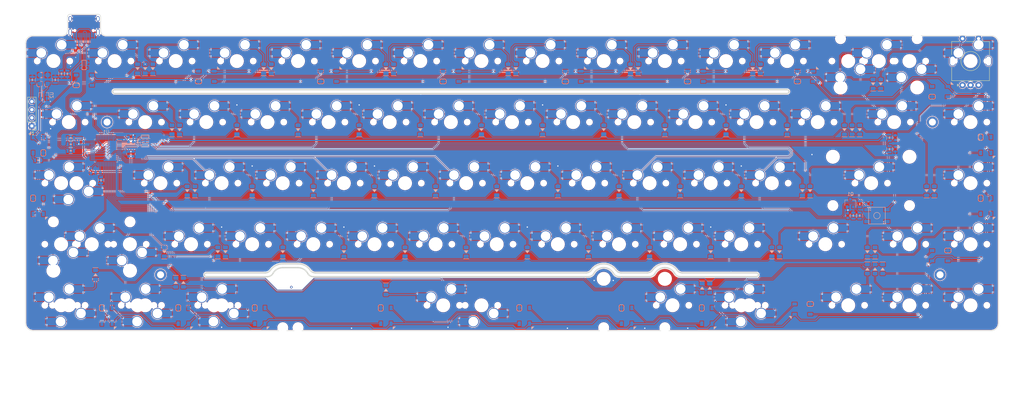
<source format=kicad_pcb>
(kicad_pcb (version 20171130) (host pcbnew "(5.1.12)-1")
  (layers (0 F.Cu signal) (31 B.Cu signal) (34 B.Paste user) (35 F.Paste user) (36 B.SilkS user) (37 F.SilkS user) (38 B.Mask user) (39 F.Mask user) (44 Edge.Cuts user))
  (net 0 "")
  (net 1 "Net-(D1-Pad2)")
  (net 2 "Net-(D4-Pad2)")
  (net 3 "Net-(D7-Pad2)")
  (net 4 "Net-(D10-Pad2)")
  (net 5 "Net-(D13-Pad2)")
  (net 6 "Net-(D16-Pad2)")
  (net 7 "Net-(D19-Pad2)")
  (net 8 "Net-(D22-Pad2)")
  (net 9 "Net-(D25-Pad2)")
  (net 10 "Net-(D28-Pad2)")
  (net 11 "Net-(D31-Pad2)")
  (net 12 "Net-(D34-Pad2)")
  (net 13 "Net-(D37-Pad2)")
  (net 14 "Net-(D39-Pad2)")
  (net 15 "Net-(D2-Pad2)")
  (net 16 "Net-(D3-Pad2)")
  (net 17 "Net-(D5-Pad2)")
  (net 18 "Net-(D6-Pad2)")
  (net 19 "Net-(D8-Pad2)")
  (net 20 "Net-(D9-Pad2)")
  (net 21 "Net-(D11-Pad2)")
  (net 22 "Net-(D12-Pad2)")
  (net 23 "Net-(D14-Pad2)")
  (net 24 "Net-(D15-Pad2)")
  (net 25 "Net-(D17-Pad2)")
  (net 26 "Net-(D18-Pad2)")
  (net 27 "Net-(D20-Pad2)")
  (net 28 "Net-(D21-Pad2)")
  (net 29 "Net-(D23-Pad2)")
  (net 30 "Net-(D24-Pad2)")
  (net 31 "Net-(D26-Pad2)")
  (net 32 "Net-(D27-Pad2)")
  (net 33 "Net-(D29-Pad2)")
  (net 34 "Net-(D30-Pad2)")
  (net 35 "Net-(D32-Pad2)")
  (net 36 "Net-(D33-Pad2)")
  (net 37 "Net-(D35-Pad2)")
  (net 38 "Net-(D36-Pad2)")
  (net 39 "Net-(D38-Pad2)")
  (net 40 "Net-(D41-Pad2)")
  (net 41 "Net-(D42-Pad2)")
  (net 42 "Net-(D43-Pad2)")
  (net 43 "Net-(D44-Pad2)")
  (net 44 "Net-(D45-Pad2)")
  (net 45 "Net-(D46-Pad2)")
  (net 46 "Net-(D47-Pad2)")
  (net 47 "Net-(D48-Pad2)")
  (net 48 "Net-(D49-Pad2)")
  (net 49 "Net-(D50-Pad2)")
  (net 50 "Net-(D51-Pad2)")
  (net 51 "Net-(D52-Pad2)")
  (net 52 "Net-(D53-Pad2)")
  (net 53 "Net-(D54-Pad2)")
  (net 54 "Net-(D55-Pad2)")
  (net 55 "Net-(D56-Pad2)")
  (net 56 "Net-(D57-Pad2)")
  (net 57 "Net-(D58-Pad2)")
  (net 58 "Net-(D59-Pad2)")
  (net 59 "Net-(D62-Pad2)")
  (net 60 "Net-(D65-Pad2)")
  (net 61 "Net-(D66-Pad2)")
  (net 62 "Net-(D67-Pad2)")
  (net 63 "Net-(D68-Pad2)")
  (net 64 GND)
  (net 65 D+)
  (net 66 D-)
  (net 67 "Net-(D69-Pad2)")
  (net 68 "Net-(D70-Pad2)")
  (net 69 "Net-(D71-Pad2)")
  (net 70 "Net-(D72-Pad2)")
  (net 71 "Net-(D73-Pad2)")
  (net 72 +3V3)
  (net 73 SWCLK)
  (net 74 SWDIO)
  (net 75 "Net-(U1-Pad6)")
  (net 76 "Net-(U1-Pad5)")
  (net 77 NRST)
  (net 78 +5V)
  (net 79 Boot0)
  (net 80 "Net-(D75-Pad2)")
  (net 81 "Net-(D76-Pad2)")
  (net 82 "Net-(D77-Pad2)")
  (net 83 "Net-(D78-Pad2)")
  (net 84 "Net-(D79-Pad2)")
  (net 85 "Net-(D80-Pad2)")
  (net 86 "Net-(D81-Pad2)")
  (net 87 "Net-(D82-Pad2)")
  (net 88 "Net-(D84-Pad2)")
  (net 89 "Net-(D85-Pad2)")
  (net 90 "Net-(D86-Pad2)")
  (net 91 "Net-(D87-Pad2)")
  (net 92 "Net-(D88-Pad2)")
  (net 93 "Net-(D89-Pad2)")
  (net 94 "Net-(D90-Pad2)")
  (net 95 "Net-(D91-Pad2)")
  (net 96 "Net-(D93-Pad2)")
  (net 97 "Net-(D94-Pad2)")
  (net 98 /MCU/A-)
  (net 99 /MCU/A+)
  (net 100 "Net-(R8-Pad1)")
  (net 101 "Net-(R9-Pad2)")
  (net 102 "Net-(Q1-Pad3)")
  (net 103 "Net-(Q1-Pad1)")
  (net 104 DOUT1)
  (net 105 DOUT2)
  (net 106 R1)
  (net 107 R0)
  (net 108 R3)
  (net 109 R2)
  (net 110 C0)
  (net 111 C1)
  (net 112 C2)
  (net 113 C3)
  (net 114 C4)
  (net 115 C5)
  (net 116 C6)
  (net 117 C7)
  (net 118 R5)
  (net 119 R4)
  (net 120 R7)
  (net 121 R6)
  (net 122 R9)
  (net 123 R8)
  (net 124 RGB)
  (net 125 "Net-(R11-Pad1)")
  (net 126 EC_B)
  (net 127 EC_A)
  (net 128 MX15)
  (net 129 "Net-(C13-Pad1)")
  (net 130 "Net-(R14-Pad1)")
  (module logo:Đầu-Buồi-2 (layer F.Cu) (at 197.941209 114.30012)
    (fp_text reference G*** hide)
    (fp_text value LOGO hide)
  )
  (module logo:Đầu-Buồi (layer F.Cu) (at 129.182442 114.30012)
    (fp_text reference G*** hide)
    (fp_text value LOGO hide)
  )
  (module logo:Đầu-Buồi-2 (layer F.Cu) (at 197.941209 114.30012)
    (fp_text reference G*** hide)
    (fp_text value LOGO hide)
  )
  (module MX_Only_v4:MXOnly-1.25U-Hotswap-Sawns (layer F.Cu) (at 40.48125 114.3)
    (fp_text reference MX58)
    (fp_text value MX-1.25U)
    (pad "" np_thru_hole circle (at 0 0) (size 3.9878 3.9878) (drill 3.9878) (layers *.Cu *.Mask))
    (pad 1 thru_hole circle (at -3.81 -2.54) (size 3.5 3.5) (drill 3) (layers *.Cu *.Mask) (net 110 C0))
    (pad 1 thru_hole circle (at -8.0645 -1.5875) (size 0.5 0.5) (drill 0.3) (layers *.Cu *.Mask) (net 110 C0))
    (pad 2 smd rect (at 5.207 -5.08) (size 3.82 2.5) (layers B.Cu) (net 55 "Net-(D56-Pad2)"))
    (pad 2 thru_hole circle (at 6.8215 -4.1275) (size 0.5 0.5) (drill 0.3) (layers *.Cu *.Mask) (net 55 "Net-(D56-Pad2)"))
    (pad 2 thru_hole circle (at 6.8215 -6.0325) (size 0.5 0.5) (drill 0.3) (layers *.Cu *.Mask) (net 55 "Net-(D56-Pad2)"))
    (pad 2 thru_hole circle (at 2.54 -5.08) (size 3.5 3.5) (drill 3) (layers *.Cu *.Mask) (net 55 "Net-(D56-Pad2)"))
    (pad "" np_thru_hole circle (at -5.08 0 48.0996) (size 1.75 1.75) (drill 1.75) (layers *.Cu *.Mask))
    (pad "" np_thru_hole circle (at 5.08 0 48.0996) (size 1.75 1.75) (drill 1.75) (layers *.Cu *.Mask))
    (pad 1 smd rect (at -6.45 -2.54) (size 3.82 2.5) (layers B.Cu) (net 110 C0))
    (pad 1 thru_hole circle (at -8.0645 -3.4925) (size 0.5 0.5) (drill 0.3) (layers *.Cu *.Mask) (net 110 C0))
  )
  (module MX_Only_v4:MXOnly-1U-Hotswap-Sawns (layer F.Cu) (at 285.75 114.3)
    (fp_text reference MX66)
    (fp_text value MX-1U)
    (pad 1 thru_hole circle (at -8.0645 -3.4925) (size 0.5 0.5) (drill 0.3) (layers *.Cu *.Mask) (net 116 C6))
    (pad 2 smd rect (at 5.207 -5.08) (size 3.82 2.5) (layers B.Cu) (net 61 "Net-(D66-Pad2)"))
    (pad 1 smd rect (at -6.45 -2.54) (size 3.82 2.5) (layers B.Cu) (net 116 C6))
    (pad "" np_thru_hole circle (at 5.08 0 48.0996) (size 1.75 1.75) (drill 1.75) (layers *.Cu *.Mask))
    (pad "" np_thru_hole circle (at -5.08 0 48.0996) (size 1.75 1.75) (drill 1.75) (layers *.Cu *.Mask))
    (pad 1 thru_hole circle (at -3.81 -2.54) (size 3.5 3.5) (drill 3) (layers *.Cu *.Mask) (net 116 C6))
    (pad "" np_thru_hole circle (at 0 0) (size 3.9878 3.9878) (drill 3.9878) (layers *.Cu *.Mask))
    (pad 2 thru_hole circle (at 2.54 -5.08) (size 3.5 3.5) (drill 3) (layers *.Cu *.Mask) (net 61 "Net-(D66-Pad2)"))
    (pad 1 thru_hole circle (at -8.0645 -1.5875) (size 0.5 0.5) (drill 0.3) (layers *.Cu *.Mask) (net 116 C6))
    (pad 2 thru_hole circle (at 6.8215 -4.1275) (size 0.5 0.5) (drill 0.3) (layers *.Cu *.Mask) (net 61 "Net-(D66-Pad2)"))
    (pad 2 thru_hole circle (at 6.8215 -6.0325) (size 0.5 0.5) (drill 0.3) (layers *.Cu *.Mask) (net 61 "Net-(D66-Pad2)"))
  )
  (module MX_Only_v4:MXOnly-1.5U-Hotswap-Sawns (layer F.Cu) (at 252.41244 114.30012)
    (fp_text reference MX65)
    (fp_text value MX-1.5U)
    (pad 1 thru_hole circle (at -8.0645 -3.4925) (size 0.5 0.5) (drill 0.3) (layers *.Cu *.Mask) (net 115 C5))
    (pad 1 smd rect (at -6.45 -2.54) (size 3.82 2.5) (layers B.Cu) (net 115 C5))
    (pad "" np_thru_hole circle (at 5.08 0 48.0996) (size 1.75 1.75) (drill 1.75) (layers *.Cu *.Mask))
    (pad "" np_thru_hole circle (at -5.08 0 48.0996) (size 1.75 1.75) (drill 1.75) (layers *.Cu *.Mask))
    (pad 2 thru_hole circle (at 2.54 -5.08) (size 3.5 3.5) (drill 3) (layers *.Cu *.Mask) (net 71 "Net-(D73-Pad2)"))
    (pad 2 thru_hole circle (at 6.8215 -6.0325) (size 0.5 0.5) (drill 0.3) (layers *.Cu *.Mask) (net 71 "Net-(D73-Pad2)"))
    (pad 2 thru_hole circle (at 6.8215 -4.1275) (size 0.5 0.5) (drill 0.3) (layers *.Cu *.Mask) (net 71 "Net-(D73-Pad2)"))
    (pad 2 smd rect (at 5.207 -5.08) (size 3.82 2.5) (layers B.Cu) (net 71 "Net-(D73-Pad2)"))
    (pad 1 thru_hole circle (at -8.0645 -1.5875) (size 0.5 0.5) (drill 0.3) (layers *.Cu *.Mask) (net 115 C5))
    (pad 1 thru_hole circle (at -3.81 -2.54) (size 3.5 3.5) (drill 3) (layers *.Cu *.Mask) (net 115 C5))
    (pad "" np_thru_hole circle (at 0 0) (size 3.9878 3.9878) (drill 3.9878) (layers *.Cu *.Mask))
  )
  (module MX_Only_v4:MXOnly-1.5U-Hotswap-Sawns (layer F.Cu) (at 90.487032 114.300168 180)
    (fp_text reference MX64)
    (fp_text value MX-1.5U)
    (pad 1 thru_hole circle (at -8.0645 -3.4925 180) (size 0.5 0.5) (drill 0.3) (layers *.Cu *.Mask) (net 58 "Net-(D59-Pad2)"))
    (pad 1 smd rect (at -6.45 -2.54 180) (size 3.82 2.5) (layers B.Cu) (net 58 "Net-(D59-Pad2)"))
    (pad "" np_thru_hole circle (at 5.08 0 228.0996) (size 1.75 1.75) (drill 1.75) (layers *.Cu *.Mask))
    (pad "" np_thru_hole circle (at -5.08 0 228.0996) (size 1.75 1.75) (drill 1.75) (layers *.Cu *.Mask))
    (pad 2 thru_hole circle (at 2.54 -5.08 180) (size 3.5 3.5) (drill 3) (layers *.Cu *.Mask) (net 111 C1))
    (pad 2 thru_hole circle (at 6.8215 -6.0325 180) (size 0.5 0.5) (drill 0.3) (layers *.Cu *.Mask) (net 111 C1))
    (pad 2 thru_hole circle (at 6.8215 -4.1275 180) (size 0.5 0.5) (drill 0.3) (layers *.Cu *.Mask) (net 111 C1))
    (pad 2 smd rect (at 5.207 -5.08 180) (size 3.82 2.5) (layers B.Cu) (net 111 C1))
    (pad 1 thru_hole circle (at -8.0645 -1.5875 180) (size 0.5 0.5) (drill 0.3) (layers *.Cu *.Mask) (net 58 "Net-(D59-Pad2)"))
    (pad 1 thru_hole circle (at -3.81 -2.54 180) (size 3.5 3.5) (drill 3) (layers *.Cu *.Mask) (net 58 "Net-(D59-Pad2)"))
    (pad "" np_thru_hole circle (at 0 0 180) (size 3.9878 3.9878) (drill 3.9878) (layers *.Cu *.Mask))
  )
  (module MX_Only_v4:MXOnly-1.5U-Hotswap-Sawns (layer F.Cu) (at 42.861912 114.300168 180)
    (fp_text reference MX62)
    (fp_text value MX-1.5U)
    (pad 1 thru_hole circle (at -8.0645 -3.4925 180) (size 0.5 0.5) (drill 0.3) (layers *.Cu *.Mask) (net 55 "Net-(D56-Pad2)"))
    (pad 1 smd rect (at -6.45 -2.54 180) (size 3.82 2.5) (layers B.Cu) (net 55 "Net-(D56-Pad2)"))
    (pad "" np_thru_hole circle (at 5.08 0 228.0996) (size 1.75 1.75) (drill 1.75) (layers *.Cu *.Mask))
    (pad "" np_thru_hole circle (at -5.08 0 228.0996) (size 1.75 1.75) (drill 1.75) (layers *.Cu *.Mask))
    (pad 2 thru_hole circle (at 2.54 -5.08 180) (size 3.5 3.5) (drill 3) (layers *.Cu *.Mask) (net 110 C0))
    (pad 2 thru_hole circle (at 6.8215 -6.0325 180) (size 0.5 0.5) (drill 0.3) (layers *.Cu *.Mask) (net 110 C0))
    (pad 2 thru_hole circle (at 6.8215 -4.1275 180) (size 0.5 0.5) (drill 0.3) (layers *.Cu *.Mask) (net 110 C0))
    (pad 2 smd rect (at 5.207 -5.08 180) (size 3.82 2.5) (layers B.Cu) (net 110 C0))
    (pad 1 thru_hole circle (at -8.0645 -1.5875 180) (size 0.5 0.5) (drill 0.3) (layers *.Cu *.Mask) (net 55 "Net-(D56-Pad2)"))
    (pad 1 thru_hole circle (at -3.81 -2.54 180) (size 3.5 3.5) (drill 3) (layers *.Cu *.Mask) (net 55 "Net-(D56-Pad2)"))
    (pad "" np_thru_hole circle (at 0 0 180) (size 3.9878 3.9878) (drill 3.9878) (layers *.Cu *.Mask))
  )
  (module MX_Only_v4:MXOnly-1U-Hotswap-Sawns (layer F.Cu) (at 66.674472 114.300168 180)
    (fp_text reference MX63)
    (fp_text value MX-1U)
    (pad 2 thru_hole circle (at 6.8215 -6.0325 180) (size 0.5 0.5) (drill 0.3) (layers *.Cu *.Mask) (net 110 C0))
    (pad 2 thru_hole circle (at 6.8215 -4.1275 180) (size 0.5 0.5) (drill 0.3) (layers *.Cu *.Mask) (net 110 C0))
    (pad 1 thru_hole circle (at -8.0645 -1.5875 180) (size 0.5 0.5) (drill 0.3) (layers *.Cu *.Mask) (net 57 "Net-(D58-Pad2)"))
    (pad 2 thru_hole circle (at 2.54 -5.08 180) (size 3.5 3.5) (drill 3) (layers *.Cu *.Mask) (net 110 C0))
    (pad "" np_thru_hole circle (at 0 0 180) (size 3.9878 3.9878) (drill 3.9878) (layers *.Cu *.Mask))
    (pad 1 thru_hole circle (at -3.81 -2.54 180) (size 3.5 3.5) (drill 3) (layers *.Cu *.Mask) (net 57 "Net-(D58-Pad2)"))
    (pad "" np_thru_hole circle (at -5.08 0 228.0996) (size 1.75 1.75) (drill 1.75) (layers *.Cu *.Mask))
    (pad "" np_thru_hole circle (at 5.08 0 228.0996) (size 1.75 1.75) (drill 1.75) (layers *.Cu *.Mask))
    (pad 1 smd rect (at -6.45 -2.54 180) (size 3.82 2.5) (layers B.Cu) (net 57 "Net-(D58-Pad2)"))
    (pad 2 smd rect (at 5.207 -5.08 180) (size 3.82 2.5) (layers B.Cu) (net 110 C0))
    (pad 1 thru_hole circle (at -8.0645 -3.4925 180) (size 0.5 0.5) (drill 0.3) (layers *.Cu *.Mask) (net 57 "Net-(D58-Pad2)"))
  )
  (module MX_Only_v4:MXOnly-7U-Hotswap-Sawns (layer F.Cu) (at 171.449736 114.30012 180)
    (fp_text reference MX61)
    (fp_text value MX-6.25U)
    (pad "" np_thru_hole circle (at 0 0 180) (size 3.9878 3.9878) (drill 3.9878) (layers *.Cu *.Mask))
    (pad 1 thru_hole circle (at -3.81 -2.54 180) (size 3.5 3.5) (drill 3) (layers *.Cu *.Mask) (net 112 C2))
    (pad 1 thru_hole circle (at -8.0645 -1.5875 180) (size 0.5 0.5) (drill 0.3) (layers *.Cu *.Mask) (net 112 C2))
    (pad 2 smd rect (at 5.207 -5.08 180) (size 3.82 2.5) (layers B.Cu) (net 59 "Net-(D62-Pad2)"))
    (pad 2 thru_hole circle (at 6.8215 -4.1275 180) (size 0.5 0.5) (drill 0.3) (layers *.Cu *.Mask) (net 59 "Net-(D62-Pad2)"))
    (pad 2 thru_hole circle (at 6.8215 -6.0325 180) (size 0.5 0.5) (drill 0.3) (layers *.Cu *.Mask) (net 59 "Net-(D62-Pad2)"))
    (pad 2 thru_hole circle (at 2.54 -5.08 180) (size 3.5 3.5) (drill 3) (layers *.Cu *.Mask) (net 59 "Net-(D62-Pad2)"))
    (pad "" np_thru_hole circle (at -5.08 0 228.0996) (size 1.75 1.75) (drill 1.75) (layers *.Cu *.Mask))
    (pad "" np_thru_hole circle (at 5.08 0 228.0996) (size 1.75 1.75) (drill 1.75) (layers *.Cu *.Mask))
    (pad 1 smd rect (at -6.45 -2.54 180) (size 3.82 2.5) (layers B.Cu) (net 112 C2))
    (pad 1 thru_hole circle (at -8.0645 -3.4925 180) (size 0.5 0.5) (drill 0.3) (layers *.Cu *.Mask) (net 112 C2))
    (pad "" np_thru_hole circle (at -57.15 8.255 180) (size 3.9878 3.9878) (drill 3.9878) (layers *.Cu *.Mask))
    (pad "" np_thru_hole circle (at 57.15 8.255 180) (size 3.9878 3.9878) (drill 3.9878) (layers *.Cu *.Mask))
    (pad "" np_thru_hole circle (at -57.15 -6.985 180) (size 3.048 3.048) (drill 3.048) (layers *.Cu *.Mask))
    (pad "" np_thru_hole circle (at 57.15 -6.985 180) (size 3.048 3.048) (drill 3.048) (layers *.Cu *.Mask))
  )
  (module MX_Only_v4:MXOnly-6.25U-Hotswap-ReversedStabilizers-Sawns (layer F.Cu) (at 159.54375 114.3)
    (fp_text reference MX69)
    (fp_text value MX-6.25U)
    (pad "" np_thru_hole circle (at 0 0) (size 3.9878 3.9878) (drill 3.9878) (layers *.Cu *.Mask))
    (pad 1 thru_hole circle (at -3.81 -2.54) (size 3.5 3.5) (drill 3) (layers *.Cu *.Mask) (net 59 "Net-(D62-Pad2)"))
    (pad 1 thru_hole circle (at -8.0645 -1.5875) (size 0.5 0.5) (drill 0.3) (layers *.Cu *.Mask) (net 59 "Net-(D62-Pad2)"))
    (pad 2 smd rect (at 5.207 -5.08) (size 3.82 2.5) (layers B.Cu) (net 112 C2))
    (pad 2 thru_hole circle (at 6.8215 -4.1275) (size 0.5 0.5) (drill 0.3) (layers *.Cu *.Mask) (net 112 C2))
    (pad 2 thru_hole circle (at 6.8215 -6.0325) (size 0.5 0.5) (drill 0.3) (layers *.Cu *.Mask) (net 112 C2))
    (pad 2 thru_hole circle (at 2.54 -5.08) (size 3.5 3.5) (drill 3) (layers *.Cu *.Mask) (net 112 C2))
    (pad "" np_thru_hole circle (at -5.08 0 48.0996) (size 1.75 1.75) (drill 1.75) (layers *.Cu *.Mask))
    (pad "" np_thru_hole circle (at 5.08 0 48.0996) (size 1.75 1.75) (drill 1.75) (layers *.Cu *.Mask))
    (pad 1 smd rect (at -6.45 -2.54) (size 3.82 2.5) (layers B.Cu) (net 59 "Net-(D62-Pad2)"))
    (pad 1 thru_hole circle (at -8.0645 -3.4925) (size 0.5 0.5) (drill 0.3) (layers *.Cu *.Mask) (net 59 "Net-(D62-Pad2)"))
    (pad "" np_thru_hole circle (at -49.9999 -8.255) (size 3.9878 3.9878) (drill 3.9878) (layers *.Cu *.Mask))
    (pad "" np_thru_hole circle (at 49.9999 -8.255) (size 3.9878 3.9878) (drill 3.9878) (layers *.Cu *.Mask))
    (pad "" np_thru_hole circle (at -49.9999 6.985) (size 3.048 3.048) (drill 3.048) (layers *.Cu *.Mask))
    (pad "" np_thru_hole circle (at 49.9999 6.985) (size 3.048 3.048) (drill 3.048) (layers *.Cu *.Mask))
  )
  (module sanproject-keyboard-part:R_0805 (layer B.Cu) (at 52.920535 75.279686 270)
    (fp_text reference R14)
    (fp_text value 330R)
    (pad 2 smd rect (at 0.95 0 270) (size 0.7 1.3) (layers B.Cu B.Paste B.Mask) (net 64 GND))
    (pad 1 smd rect (at -0.95 0 270) (size 0.7 1.3) (layers B.Cu B.Paste B.Mask) (net 130 "Net-(R14-Pad1)"))
  )
  (module sanproject-keyboard-part:C_0603 (layer B.Cu) (at 51.970535 72.829686 180)
    (fp_text reference C13)
    (fp_text value 4.7uF)
    (pad 2 smd rect (at 0.75 0 180) (size 0.8 0.75) (layers B.Cu B.Paste B.Mask) (net 64 GND))
    (pad 1 smd rect (at -0.75 0 180) (size 0.8 0.75) (layers B.Cu B.Paste B.Mask) (net 129 "Net-(C13-Pad1)"))
  )
  (module Package_QFP:LQFP-48_7x7mm_P0.5mm (layer B.Cu) (at 54.470535 66.079686 180)
    (fp_text reference U1 (at 0 5.85 180) (layer B.SilkS) (effects (justify mirror)))
    (fp_text value STM32F0X2/STM32F303)
    (pad 48 smd roundrect (at -2.75 4.1625 180) (size 0.3 1.475) (layers B.Cu B.Paste B.Mask) (net 72 +3V3))
    (pad 47 smd roundrect (at -2.25 4.1625 180) (size 0.3 1.475) (layers B.Cu B.Paste B.Mask) (net 64 GND))
    (pad 46 smd roundrect (at -1.75 4.1625 180) (size 0.3 1.475) (layers B.Cu B.Paste B.Mask) (net 108 R3))
    (pad 45 smd roundrect (at -1.25 4.1625 180) (size 0.3 1.475) (layers B.Cu B.Paste B.Mask) (net 109 R2))
    (pad 44 smd roundrect (at -0.75 4.1625 180) (size 0.3 1.475) (layers B.Cu B.Paste B.Mask) (net 79 Boot0))
    (pad 43 smd roundrect (at -0.25 4.1625 180) (size 0.3 1.475) (layers B.Cu B.Paste B.Mask))
    (pad 42 smd roundrect (at 0.25 4.1625 180) (size 0.3 1.475) (layers B.Cu B.Paste B.Mask))
    (pad 41 smd roundrect (at 0.75 4.1625 180) (size 0.3 1.475) (layers B.Cu B.Paste B.Mask))
    (pad 40 smd roundrect (at 1.25 4.1625 180) (size 0.3 1.475) (layers B.Cu B.Paste B.Mask) (net 107 R0))
    (pad 39 smd roundrect (at 1.75 4.1625 180) (size 0.3 1.475) (layers B.Cu B.Paste B.Mask) (net 106 R1))
    (pad 38 smd roundrect (at 2.25 4.1625 180) (size 0.3 1.475) (layers B.Cu B.Paste B.Mask) (net 127 EC_A))
    (pad 37 smd roundrect (at 2.75 4.1625 180) (size 0.3 1.475) (layers B.Cu B.Paste B.Mask) (net 73 SWCLK))
    (pad 36 smd roundrect (at 4.1625 2.75 180) (size 1.475 0.3) (layers B.Cu B.Paste B.Mask) (net 72 +3V3))
    (pad 35 smd roundrect (at 4.1625 2.25 180) (size 1.475 0.3) (layers B.Cu B.Paste B.Mask) (net 64 GND))
    (pad 34 smd roundrect (at 4.1625 1.75 180) (size 1.475 0.3) (layers B.Cu B.Paste B.Mask) (net 74 SWDIO))
    (pad 33 smd roundrect (at 4.1625 1.25 180) (size 1.475 0.3) (layers B.Cu B.Paste B.Mask) (net 65 D+))
    (pad 32 smd roundrect (at 4.1625 0.75 180) (size 1.475 0.3) (layers B.Cu B.Paste B.Mask) (net 66 D-))
    (pad 31 smd roundrect (at 4.1625 0.25 180) (size 1.475 0.3) (layers B.Cu B.Paste B.Mask) (net 126 EC_B))
    (pad 30 smd roundrect (at 4.1625 -0.25 180) (size 1.475 0.3) (layers B.Cu B.Paste B.Mask) (net 117 C7))
    (pad 29 smd roundrect (at 4.1625 -0.75 180) (size 1.475 0.3) (layers B.Cu B.Paste B.Mask) (net 116 C6))
    (pad 28 smd roundrect (at 4.1625 -1.25 180) (size 1.475 0.3) (layers B.Cu B.Paste B.Mask) (net 125 "Net-(R11-Pad1)"))
    (pad 27 smd roundrect (at 4.1625 -1.75 180) (size 1.475 0.3) (layers B.Cu B.Paste B.Mask) (net 115 C5))
    (pad 26 smd roundrect (at 4.1625 -2.25 180) (size 1.475 0.3) (layers B.Cu B.Paste B.Mask))
    (pad 25 smd roundrect (at 4.1625 -2.75 180) (size 1.475 0.3) (layers B.Cu B.Paste B.Mask) (net 114 C4))
    (pad 24 smd roundrect (at 2.75 -4.1625 180) (size 0.3 1.475) (layers B.Cu B.Paste B.Mask) (net 72 +3V3))
    (pad 23 smd roundrect (at 2.25 -4.1625 180) (size 0.3 1.475) (layers B.Cu B.Paste B.Mask) (net 64 GND))
    (pad 22 smd roundrect (at 1.75 -4.1625 180) (size 0.3 1.475) (layers B.Cu B.Paste B.Mask) (net 129 "Net-(C13-Pad1)"))
    (pad 21 smd roundrect (at 1.25 -4.1625 180) (size 0.3 1.475) (layers B.Cu B.Paste B.Mask))
    (pad 20 smd roundrect (at 0.75 -4.1625 180) (size 0.3 1.475) (layers B.Cu B.Paste B.Mask) (net 130 "Net-(R14-Pad1)"))
    (pad 19 smd roundrect (at 0.25 -4.1625 180) (size 0.3 1.475) (layers B.Cu B.Paste B.Mask) (net 110 C0))
    (pad 18 smd roundrect (at -0.25 -4.1625 180) (size 0.3 1.475) (layers B.Cu B.Paste B.Mask) (net 120 R7))
    (pad 17 smd roundrect (at -0.75 -4.1625 180) (size 0.3 1.475) (layers B.Cu B.Paste B.Mask) (net 121 R6))
    (pad 16 smd roundrect (at -1.25 -4.1625 180) (size 0.3 1.475) (layers B.Cu B.Paste B.Mask) (net 122 R9))
    (pad 15 smd roundrect (at -1.75 -4.1625 180) (size 0.3 1.475) (layers B.Cu B.Paste B.Mask) (net 123 R8))
    (pad 14 smd roundrect (at -2.25 -4.1625 180) (size 0.3 1.475) (layers B.Cu B.Paste B.Mask) (net 118 R5))
    (pad 13 smd roundrect (at -2.75 -4.1625 180) (size 0.3 1.475) (layers B.Cu B.Paste B.Mask) (net 119 R4))
    (pad 12 smd roundrect (at -4.1625 -2.75 180) (size 1.475 0.3) (layers B.Cu B.Paste B.Mask) (net 111 C1))
    (pad 11 smd roundrect (at -4.1625 -2.25 180) (size 1.475 0.3) (layers B.Cu B.Paste B.Mask) (net 112 C2))
    (pad 10 smd roundrect (at -4.1625 -1.75 180) (size 1.475 0.3) (layers B.Cu B.Paste B.Mask) (net 113 C3))
    (pad 9 smd roundrect (at -4.1625 -1.25 180) (size 1.475 0.3) (layers B.Cu B.Paste B.Mask) (net 72 +3V3))
    (pad 8 smd roundrect (at -4.1625 -0.75 180) (size 1.475 0.3) (layers B.Cu B.Paste B.Mask) (net 64 GND))
    (pad 7 smd roundrect (at -4.1625 -0.25 180) (size 1.475 0.3) (layers B.Cu B.Paste B.Mask) (net 77 NRST))
    (pad 6 smd roundrect (at -4.1625 0.25 180) (size 1.475 0.3) (layers B.Cu B.Paste B.Mask) (net 75 "Net-(U1-Pad6)"))
    (pad 5 smd roundrect (at -4.1625 0.75 180) (size 1.475 0.3) (layers B.Cu B.Paste B.Mask) (net 76 "Net-(U1-Pad5)"))
    (pad 4 smd roundrect (at -4.1625 1.25 180) (size 1.475 0.3) (layers B.Cu B.Paste B.Mask))
    (pad 3 smd roundrect (at -4.1625 1.75 180) (size 1.475 0.3) (layers B.Cu B.Paste B.Mask))
    (pad 2 smd roundrect (at -4.1625 2.25 180) (size 1.475 0.3) (layers B.Cu B.Paste B.Mask))
    (pad 1 smd roundrect (at -4.1625 2.75 180) (size 1.475 0.3) (layers B.Cu B.Paste B.Mask) (net 72 +3V3))
  )
  (module sanproject-keyboard-part:R_0805 (layer B.Cu) (at 298.6 62 90)
    (fp_text reference R13)
    (fp_text value 10k)
    (pad 2 smd rect (at 0.95 0 90) (size 0.7 1.3) (layers B.Cu B.Paste B.Mask) (net 72 +3V3))
    (pad 1 smd rect (at -0.95 0 90) (size 0.7 1.3) (layers B.Cu B.Paste B.Mask) (net 127 EC_A))
  )
  (module sanproject-keyboard-part:R_0805 (layer B.Cu) (at 298.6 65.6 90)
    (fp_text reference R12)
    (fp_text value 10k)
    (pad 2 smd rect (at 0.95 0 90) (size 0.7 1.3) (layers B.Cu B.Paste B.Mask) (net 126 EC_B))
    (pad 1 smd rect (at -0.95 0 90) (size 0.7 1.3) (layers B.Cu B.Paste B.Mask) (net 72 +3V3))
  )
  (module sanproject-keyboard-part:C_0603 (layer B.Cu) (at 300.4 62 90)
    (fp_text reference C12)
    (fp_text value 0.1uF)
    (pad 2 smd rect (at 0.75 0 90) (size 0.8 0.75) (layers B.Cu B.Paste B.Mask) (net 64 GND))
    (pad 1 smd rect (at -0.75 0 90) (size 0.8 0.75) (layers B.Cu B.Paste B.Mask) (net 127 EC_A))
  )
  (module sanproject-keyboard-part:C_0603 (layer B.Cu) (at 300.4 65.6 90)
    (fp_text reference C11)
    (fp_text value 0.1uF)
    (pad 2 smd rect (at 0.75 0 90) (size 0.8 0.75) (layers B.Cu B.Paste B.Mask) (net 126 EC_B))
    (pad 1 smd rect (at -0.75 0 90) (size 0.8 0.75) (layers B.Cu B.Paste B.Mask) (net 64 GND))
  )
  (module sanproject-keyboard-part:C_0603 (layer B.Cu) (at 285.57279 86.320355 270)
    (fp_text reference C10)
    (fp_text value "10uF (5%)")
    (pad 2 smd rect (at 0.75 0 270) (size 0.8 0.75) (layers B.Cu B.Paste B.Mask) (net 79 Boot0))
    (pad 1 smd rect (at -0.75 0 270) (size 0.8 0.75) (layers B.Cu B.Paste B.Mask) (net 64 GND))
  )
  (module Package_TO_SOT_SMD:SC-59 (layer B.Cu) (at 286.346215 82.4 90)
    (fp_text reference Q1 (at 2.8 0.091285 180) (layer B.SilkS) (effects (justify mirror)))
    (fp_text value DTC123J)
    (pad 3 smd rect (at 1.2 0 90) (size 0.9 0.8) (layers B.Cu B.Paste B.Mask) (net 102 "Net-(Q1-Pad3)"))
    (pad 2 smd rect (at -1.2 -0.95 90) (size 0.9 0.8) (layers B.Cu B.Paste B.Mask) (net 64 GND))
    (pad 1 smd rect (at -1.2 0.95 90) (size 0.9 0.8) (layers B.Cu B.Paste B.Mask) (net 103 "Net-(Q1-Pad1)"))
  )
  (module Connector_PinHeader_2.54mm:PinHeader_1x04_P2.54mm_Vertical (layer F.Cu) (at 31.351395 58.34055 180)
    (fp_text reference J1 (at 0 -2.33) (layer F.SilkS))
    (fp_text value Conn_01x04_Female)
    (pad 1 thru_hole rect (at 0 0 180) (size 1.7 1.7) (drill 1) (layers *.Cu *.Mask) (net 64 GND))
    (pad 2 thru_hole oval (at 0 2.54 180) (size 1.7 1.7) (drill 1) (layers *.Cu *.Mask) (net 73 SWCLK))
    (pad 3 thru_hole oval (at 0 5.08 180) (size 1.7 1.7) (drill 1) (layers *.Cu *.Mask) (net 74 SWDIO))
    (pad 4 thru_hole oval (at 0 7.62 180) (size 1.7 1.7) (drill 1) (layers *.Cu *.Mask) (net 72 +3V3))
  )
  (module MX_Only_v4:MXOnly-1U-Hotswap-Sawns (layer F.Cu) (at 71.4375 76.2)
    (fp_text reference MX19)
    (fp_text value MX-1U)
    (pad 2 thru_hole circle (at 6.8215 -6.0325) (size 0.5 0.5) (drill 0.3) (layers *.Cu *.Mask) (net 18 "Net-(D6-Pad2)"))
    (pad 2 thru_hole circle (at 6.8215 -4.1275) (size 0.5 0.5) (drill 0.3) (layers *.Cu *.Mask) (net 18 "Net-(D6-Pad2)"))
    (pad 1 thru_hole circle (at -8.0645 -1.5875) (size 0.5 0.5) (drill 0.3) (layers *.Cu *.Mask) (net 110 C0))
    (pad 2 thru_hole circle (at 2.54 -5.08) (size 3.5 3.5) (drill 3) (layers *.Cu *.Mask) (net 18 "Net-(D6-Pad2)"))
    (pad "" np_thru_hole circle (at 0 0) (size 3.9878 3.9878) (drill 3.9878) (layers *.Cu *.Mask))
    (pad 1 thru_hole circle (at -3.81 -2.54) (size 3.5 3.5) (drill 3) (layers *.Cu *.Mask) (net 110 C0))
    (pad "" np_thru_hole circle (at -5.08 0 48.0996) (size 1.75 1.75) (drill 1.75) (layers *.Cu *.Mask))
    (pad "" np_thru_hole circle (at 5.08 0 48.0996) (size 1.75 1.75) (drill 1.75) (layers *.Cu *.Mask))
    (pad 1 smd rect (at -6.45 -2.54) (size 3.82 2.5) (layers B.Cu) (net 110 C0))
    (pad 2 smd rect (at 5.207 -5.08) (size 3.82 2.5) (layers B.Cu) (net 18 "Net-(D6-Pad2)"))
    (pad 1 thru_hole circle (at -8.0645 -3.4925) (size 0.5 0.5) (drill 0.3) (layers *.Cu *.Mask) (net 110 C0))
  )
  (module sanproject-keyboard-part:R_0805 (layer B.Cu) (at 33.33734 69.05622 180)
    (fp_text reference R11)
    (fp_text value 330R)
    (pad 2 smd rect (at 0.95 0 180) (size 0.7 1.3) (layers B.Cu B.Paste B.Mask) (net 124 RGB))
    (pad 1 smd rect (at -0.95 0 180) (size 0.7 1.3) (layers B.Cu B.Paste B.Mask) (net 125 "Net-(R11-Pad1)"))
  )
  (module sanproject-keyboard-part:LED_WS2812B_PLCC4_5.0x5.0mm_P3.2mm (layer B.Cu) (at 33.33628 83.34394 90)
    (fp_text reference D95)
    (fp_text value WS2812B)
    (pad 3 smd roundrect (at 2.45 -1.6 90) (size 1.5 1) (layers B.Cu B.Paste B.Mask) (net 64 GND))
    (pad 4 smd rect (at 2.45 1.6 90) (size 1.5 1) (layers B.Cu B.Paste B.Mask) (net 97 "Net-(D94-Pad2)"))
    (pad 2 smd rect (at -2.45 -1.6 90) (size 1.5 1) (layers B.Cu B.Paste B.Mask))
    (pad 1 smd rect (at -2.45 1.6 90) (size 1.5 1) (layers B.Cu B.Paste B.Mask) (net 78 +5V))
  )
  (module sanproject-keyboard-part:LED_WS2812B_PLCC4_5.0x5.0mm_P3.2mm (layer B.Cu) (at 54.768192 117.574347 90)
    (fp_text reference D94)
    (fp_text value WS2812B)
    (pad 3 smd roundrect (at 2.45 -1.6 90) (size 1.5 1) (layers B.Cu B.Paste B.Mask) (net 64 GND))
    (pad 4 smd rect (at 2.45 1.6 90) (size 1.5 1) (layers B.Cu B.Paste B.Mask) (net 96 "Net-(D93-Pad2)"))
    (pad 2 smd rect (at -2.45 -1.6 90) (size 1.5 1) (layers B.Cu B.Paste B.Mask) (net 97 "Net-(D94-Pad2)"))
    (pad 1 smd rect (at -2.45 1.6 90) (size 1.5 1) (layers B.Cu B.Paste B.Mask) (net 78 +5V))
  )
  (module sanproject-keyboard-part:LED_WS2812B_PLCC4_5.0x5.0mm_P3.2mm (layer B.Cu) (at 78.580752 117.574347 90)
    (fp_text reference D93)
    (fp_text value WS2812B)
    (pad 3 smd roundrect (at 2.45 -1.6 90) (size 1.5 1) (layers B.Cu B.Paste B.Mask) (net 64 GND))
    (pad 4 smd rect (at 2.45 1.6 90) (size 1.5 1) (layers B.Cu B.Paste B.Mask) (net 105 DOUT2))
    (pad 2 smd rect (at -2.45 -1.6 90) (size 1.5 1) (layers B.Cu B.Paste B.Mask) (net 96 "Net-(D93-Pad2)"))
    (pad 1 smd rect (at -2.45 1.6 90) (size 1.5 1) (layers B.Cu B.Paste B.Mask) (net 78 +5V))
  )
  (module sanproject-keyboard-part:LED_WS2812B_PLCC4_5.0x5.0mm_P3.2mm (layer B.Cu) (at 102.39282 117.574347 90)
    (fp_text reference D92)
    (fp_text value WS2812B)
    (pad 1 smd rect (at -2.45 1.6 90) (size 1.5 1) (layers B.Cu B.Paste B.Mask) (net 78 +5V))
    (pad 2 smd rect (at -2.45 -1.6 90) (size 1.5 1) (layers B.Cu B.Paste B.Mask) (net 105 DOUT2))
    (pad 4 smd rect (at 2.45 1.6 90) (size 1.5 1) (layers B.Cu B.Paste B.Mask) (net 95 "Net-(D91-Pad2)"))
    (pad 3 smd roundrect (at 2.45 -1.6 90) (size 1.5 1) (layers B.Cu B.Paste B.Mask) (net 64 GND))
  )
  (module sanproject-keyboard-part:LED_WS2812B_PLCC4_5.0x5.0mm_P3.2mm (layer B.Cu) (at 141.68361 117.574347 90)
    (fp_text reference D91)
    (fp_text value WS2812B)
    (pad 1 smd rect (at -2.45 1.6 90) (size 1.5 1) (layers B.Cu B.Paste B.Mask) (net 78 +5V))
    (pad 2 smd rect (at -2.45 -1.6 90) (size 1.5 1) (layers B.Cu B.Paste B.Mask) (net 95 "Net-(D91-Pad2)"))
    (pad 4 smd rect (at 2.45 1.6 90) (size 1.5 1) (layers B.Cu B.Paste B.Mask) (net 94 "Net-(D90-Pad2)"))
    (pad 3 smd roundrect (at 2.45 -1.6 90) (size 1.5 1) (layers B.Cu B.Paste B.Mask) (net 64 GND))
  )
  (module sanproject-keyboard-part:LED_WS2812B_PLCC4_5.0x5.0mm_P3.2mm (layer B.Cu) (at 184.844301 117.574347 90)
    (fp_text reference D90)
    (fp_text value WS2812B)
    (pad 1 smd rect (at -2.45 1.6 90) (size 1.5 1) (layers B.Cu B.Paste B.Mask) (net 78 +5V))
    (pad 2 smd rect (at -2.45 -1.6 90) (size 1.5 1) (layers B.Cu B.Paste B.Mask) (net 94 "Net-(D90-Pad2)"))
    (pad 4 smd rect (at 2.45 1.6 90) (size 1.5 1) (layers B.Cu B.Paste B.Mask) (net 93 "Net-(D89-Pad2)"))
    (pad 3 smd roundrect (at 2.45 -1.6 90) (size 1.5 1) (layers B.Cu B.Paste B.Mask) (net 64 GND))
  )
  (module sanproject-keyboard-part:LED_WS2812B_PLCC4_5.0x5.0mm_P3.2mm (layer B.Cu) (at 216.6936 117.574347 90)
    (fp_text reference D89)
    (fp_text value WS2812B)
    (pad 1 smd rect (at -2.45 1.6 90) (size 1.5 1) (layers B.Cu B.Paste B.Mask) (net 78 +5V))
    (pad 2 smd rect (at -2.45 -1.6 90) (size 1.5 1) (layers B.Cu B.Paste B.Mask) (net 93 "Net-(D89-Pad2)"))
    (pad 4 smd rect (at 2.45 1.6 90) (size 1.5 1) (layers B.Cu B.Paste B.Mask) (net 92 "Net-(D88-Pad2)"))
    (pad 3 smd roundrect (at 2.45 -1.6 90) (size 1.5 1) (layers B.Cu B.Paste B.Mask) (net 64 GND))
  )
  (module sanproject-keyboard-part:LED_WS2812B_PLCC4_5.0x5.0mm_P3.2mm (layer B.Cu) (at 241.69757 117.574347 90)
    (fp_text reference D88)
    (fp_text value WS2812B)
    (pad 1 smd rect (at -2.45 1.6 90) (size 1.5 1) (layers B.Cu B.Paste B.Mask) (net 78 +5V))
    (pad 2 smd rect (at -2.45 -1.6 90) (size 1.5 1) (layers B.Cu B.Paste B.Mask) (net 92 "Net-(D88-Pad2)"))
    (pad 4 smd rect (at 2.45 1.6 90) (size 1.5 1) (layers B.Cu B.Paste B.Mask) (net 91 "Net-(D87-Pad2)"))
    (pad 3 smd roundrect (at 2.45 -1.6 90) (size 1.5 1) (layers B.Cu B.Paste B.Mask) (net 64 GND))
  )
  (module sanproject-keyboard-part:LED_WS2812B_PLCC4_5.0x5.0mm_P3.2mm (layer B.Cu) (at 271.46332 115.49095)
    (fp_text reference D87)
    (fp_text value WS2812B)
    (pad 1 smd rect (at -2.45 1.6) (size 1.5 1) (layers B.Cu B.Paste B.Mask) (net 78 +5V))
    (pad 2 smd rect (at -2.45 -1.6) (size 1.5 1) (layers B.Cu B.Paste B.Mask) (net 91 "Net-(D87-Pad2)"))
    (pad 4 smd rect (at 2.45 1.6) (size 1.5 1) (layers B.Cu B.Paste B.Mask) (net 90 "Net-(D86-Pad2)"))
    (pad 3 smd roundrect (at 2.45 -1.6) (size 1.5 1) (layers B.Cu B.Paste B.Mask) (net 64 GND))
  )
  (module sanproject-keyboard-part:LED_WS2812B_PLCC4_5.0x5.0mm_P3.2mm (layer B.Cu) (at 314.32496 98.82213)
    (fp_text reference D86)
    (fp_text value WS2812B)
    (pad 1 smd rect (at -2.45 1.6) (size 1.5 1) (layers B.Cu B.Paste B.Mask) (net 78 +5V))
    (pad 2 smd rect (at -2.45 -1.6) (size 1.5 1) (layers B.Cu B.Paste B.Mask) (net 90 "Net-(D86-Pad2)"))
    (pad 4 smd rect (at 2.45 1.6) (size 1.5 1) (layers B.Cu B.Paste B.Mask) (net 89 "Net-(D85-Pad2)"))
    (pad 3 smd roundrect (at 2.45 -1.6) (size 1.5 1) (layers B.Cu B.Paste B.Mask) (net 64 GND))
  )
  (module sanproject-keyboard-part:LED_WS2812B_PLCC4_5.0x5.0mm_P3.2mm (layer B.Cu) (at 328.61252 83.34394 90)
    (fp_text reference D85)
    (fp_text value WS2812B)
    (pad 1 smd rect (at -2.45 1.6 90) (size 1.5 1) (layers B.Cu B.Paste B.Mask) (net 78 +5V))
    (pad 2 smd rect (at -2.45 -1.6 90) (size 1.5 1) (layers B.Cu B.Paste B.Mask) (net 89 "Net-(D85-Pad2)"))
    (pad 4 smd rect (at 2.45 1.6 90) (size 1.5 1) (layers B.Cu B.Paste B.Mask) (net 88 "Net-(D84-Pad2)"))
    (pad 3 smd roundrect (at 2.45 -1.6 90) (size 1.5 1) (layers B.Cu B.Paste B.Mask) (net 64 GND))
  )
  (module sanproject-keyboard-part:LED_WS2812B_PLCC4_5.0x5.0mm_P3.2mm (layer B.Cu) (at 328.61252 64.29386 90)
    (fp_text reference D84)
    (fp_text value WS2812B)
    (pad 1 smd rect (at -2.45 1.6 90) (size 1.5 1) (layers B.Cu B.Paste B.Mask) (net 78 +5V))
    (pad 2 smd rect (at -2.45 -1.6 90) (size 1.5 1) (layers B.Cu B.Paste B.Mask) (net 88 "Net-(D84-Pad2)"))
    (pad 4 smd rect (at 2.45 1.6 90) (size 1.5 1) (layers B.Cu B.Paste B.Mask) (net 104 DOUT1))
    (pad 3 smd roundrect (at 2.45 -1.6 90) (size 1.5 1) (layers B.Cu B.Paste B.Mask) (net 64 GND))
  )
  (module sanproject-keyboard-part:LED_WS2812B_PLCC4_5.0x5.0mm_P3.2mm (layer B.Cu) (at 314.32496 47.62504 180)
    (fp_text reference D83)
    (fp_text value WS2812B)
    (pad 1 smd rect (at -2.45 1.6 180) (size 1.5 1) (layers B.Cu B.Paste B.Mask) (net 78 +5V))
    (pad 2 smd rect (at -2.45 -1.6 180) (size 1.5 1) (layers B.Cu B.Paste B.Mask) (net 104 DOUT1))
    (pad 4 smd rect (at 2.45 1.6 180) (size 1.5 1) (layers B.Cu B.Paste B.Mask) (net 87 "Net-(D82-Pad2)"))
    (pad 3 smd roundrect (at 2.45 -1.6 180) (size 1.5 1) (layers B.Cu B.Paste B.Mask) (net 64 GND))
  )
  (module sanproject-keyboard-part:LED_WS2812B_PLCC4_5.0x5.0mm_P3.2mm (layer B.Cu) (at 272.356586 42.862288 180)
    (fp_text reference D82)
    (fp_text value WS2812B)
    (pad 1 smd rect (at -2.45 1.6 180) (size 1.5 1) (layers B.Cu B.Paste B.Mask) (net 78 +5V))
    (pad 2 smd rect (at -2.45 -1.6 180) (size 1.5 1) (layers B.Cu B.Paste B.Mask) (net 87 "Net-(D82-Pad2)"))
    (pad 4 smd rect (at 2.45 1.6 180) (size 1.5 1) (layers B.Cu B.Paste B.Mask) (net 86 "Net-(D81-Pad2)"))
    (pad 3 smd roundrect (at 2.45 -1.6 180) (size 1.5 1) (layers B.Cu B.Paste B.Mask) (net 64 GND))
  )
  (module sanproject-keyboard-part:LED_WS2812B_PLCC4_5.0x5.0mm_P3.2mm (layer B.Cu) (at 238.12494 42.86228 180)
    (fp_text reference D81)
    (fp_text value WS2812B)
    (pad 1 smd rect (at -2.45 1.6 180) (size 1.5 1) (layers B.Cu B.Paste B.Mask) (net 78 +5V))
    (pad 2 smd rect (at -2.45 -1.6 180) (size 1.5 1) (layers B.Cu B.Paste B.Mask) (net 86 "Net-(D81-Pad2)"))
    (pad 4 smd rect (at 2.45 1.6 180) (size 1.5 1) (layers B.Cu B.Paste B.Mask) (net 85 "Net-(D80-Pad2)"))
    (pad 3 smd roundrect (at 2.45 -1.6 180) (size 1.5 1) (layers B.Cu B.Paste B.Mask) (net 64 GND))
  )
  (module sanproject-keyboard-part:LED_WS2812B_PLCC4_5.0x5.0mm_P3.2mm (layer B.Cu) (at 200.02494 42.86228 180)
    (fp_text reference D80)
    (fp_text value WS2812B)
    (pad 1 smd rect (at -2.45 1.6 180) (size 1.5 1) (layers B.Cu B.Paste B.Mask) (net 78 +5V))
    (pad 2 smd rect (at -2.45 -1.6 180) (size 1.5 1) (layers B.Cu B.Paste B.Mask) (net 85 "Net-(D80-Pad2)"))
    (pad 4 smd rect (at 2.45 1.6 180) (size 1.5 1) (layers B.Cu B.Paste B.Mask) (net 84 "Net-(D79-Pad2)"))
    (pad 3 smd roundrect (at 2.45 -1.6 180) (size 1.5 1) (layers B.Cu B.Paste B.Mask) (net 64 GND))
  )
  (module sanproject-keyboard-part:LED_WS2812B_PLCC4_5.0x5.0mm_P3.2mm (layer B.Cu) (at 161.92494 42.86228 180)
    (fp_text reference D79)
    (fp_text value WS2812B)
    (pad 1 smd rect (at -2.45 1.6 180) (size 1.5 1) (layers B.Cu B.Paste B.Mask) (net 78 +5V))
    (pad 2 smd rect (at -2.45 -1.6 180) (size 1.5 1) (layers B.Cu B.Paste B.Mask) (net 84 "Net-(D79-Pad2)"))
    (pad 4 smd rect (at 2.45 1.6 180) (size 1.5 1) (layers B.Cu B.Paste B.Mask) (net 83 "Net-(D78-Pad2)"))
    (pad 3 smd roundrect (at 2.45 -1.6 180) (size 1.5 1) (layers B.Cu B.Paste B.Mask) (net 64 GND))
  )
  (module sanproject-keyboard-part:LED_WS2812B_PLCC4_5.0x5.0mm_P3.2mm (layer B.Cu) (at 123.82494 42.86228 180)
    (fp_text reference D78)
    (fp_text value WS2812B)
    (pad 1 smd rect (at -2.45 1.6 180) (size 1.5 1) (layers B.Cu B.Paste B.Mask) (net 78 +5V))
    (pad 2 smd rect (at -2.45 -1.6 180) (size 1.5 1) (layers B.Cu B.Paste B.Mask) (net 83 "Net-(D78-Pad2)"))
    (pad 4 smd rect (at 2.45 1.6 180) (size 1.5 1) (layers B.Cu B.Paste B.Mask) (net 82 "Net-(D77-Pad2)"))
    (pad 3 smd roundrect (at 2.45 -1.6 180) (size 1.5 1) (layers B.Cu B.Paste B.Mask) (net 64 GND))
  )
  (module sanproject-keyboard-part:LED_WS2812B_PLCC4_5.0x5.0mm_P3.2mm (layer B.Cu) (at 85.72494 42.86228 180)
    (fp_text reference D77)
    (fp_text value WS2812B)
    (pad 1 smd rect (at -2.45 1.6 180) (size 1.5 1) (layers B.Cu B.Paste B.Mask) (net 78 +5V))
    (pad 2 smd rect (at -2.45 -1.6 180) (size 1.5 1) (layers B.Cu B.Paste B.Mask) (net 82 "Net-(D77-Pad2)"))
    (pad 4 smd rect (at 2.45 1.6 180) (size 1.5 1) (layers B.Cu B.Paste B.Mask) (net 81 "Net-(D76-Pad2)"))
    (pad 3 smd roundrect (at 2.45 -1.6 180) (size 1.5 1) (layers B.Cu B.Paste B.Mask) (net 64 GND))
  )
  (module sanproject-keyboard-part:LED_WS2812B_PLCC4_5.0x5.0mm_P3.2mm (layer B.Cu) (at 47.625056 44.05316 180)
    (fp_text reference D76)
    (fp_text value WS2812B)
    (pad 1 smd rect (at -2.45 1.6 180) (size 1.5 1) (layers B.Cu B.Paste B.Mask) (net 78 +5V))
    (pad 2 smd rect (at -2.45 -1.6 180) (size 1.5 1) (layers B.Cu B.Paste B.Mask) (net 81 "Net-(D76-Pad2)"))
    (pad 4 smd rect (at 2.45 1.6 180) (size 1.5 1) (layers B.Cu B.Paste B.Mask) (net 80 "Net-(D75-Pad2)"))
    (pad 3 smd roundrect (at 2.45 -1.6 180) (size 1.5 1) (layers B.Cu B.Paste B.Mask) (net 64 GND))
  )
  (module sanproject-keyboard-part:LED_WS2812B_PLCC4_5.0x5.0mm_P3.2mm (layer B.Cu) (at 33.33722 64.29362 270)
    (fp_text reference D75)
    (fp_text value WS2812B)
    (pad 1 smd rect (at -2.45 1.6 270) (size 1.5 1) (layers B.Cu B.Paste B.Mask) (net 78 +5V))
    (pad 2 smd rect (at -2.45 -1.6 270) (size 1.5 1) (layers B.Cu B.Paste B.Mask) (net 80 "Net-(D75-Pad2)"))
    (pad 4 smd rect (at 2.45 1.6 270) (size 1.5 1) (layers B.Cu B.Paste B.Mask) (net 124 RGB))
    (pad 3 smd roundrect (at 2.45 -1.6 270) (size 1.5 1) (layers B.Cu B.Paste B.Mask) (net 64 GND))
  )
  (module Crystal:Resonator_SMD_muRata_CSTxExxV-3Pin_3.0x1.1mm (layer B.Cu) (at 66.67512 63.10323 270)
    (fp_text reference Y1 (at 0 2 90) (layer B.SilkS) (effects (justify mirror)))
    (fp_text value 8Mhz)
    (pad 3 smd rect (at 1.2 0 270) (size 0.4 1.9) (layers B.Cu B.Paste B.Mask) (net 75 "Net-(U1-Pad6)"))
    (pad 2 smd rect (at 0 0 270) (size 0.4 1.9) (layers B.Cu B.Paste B.Mask) (net 64 GND))
    (pad 1 smd rect (at -1.2 0 270) (size 0.4 1.9) (layers B.Cu B.Paste B.Mask) (net 76 "Net-(U1-Pad5)"))
  )
  (module sanproject-keyboard-part:R_0805 (layer B.Cu) (at 43.470535 62.079686)
    (fp_text reference R10)
    (fp_text value 1.5k)
    (pad 2 smd rect (at 0.95 0) (size 0.7 1.3) (layers B.Cu B.Paste B.Mask) (net 72 +3V3))
    (pad 1 smd rect (at -0.95 0) (size 0.7 1.3) (layers B.Cu B.Paste B.Mask) (net 99 /MCU/A+))
  )
  (module sanproject-keyboard-part:DIODE_1206_SawnsProjects (layer B.Cu) (at 242.589504 108.942485 270)
    (fp_text reference D73)
    (fp_text value SOD123)
    (pad 2 smd roundrect (at 1.4 0 270) (size 1.2 1.6) (layers B.Cu B.Paste B.Mask) (roundrect_rratio 0.2) (net 71 "Net-(D73-Pad2)"))
    (pad 1 smd roundrect (at -1.4 0 270) (size 1.2 1.6) (layers B.Cu B.Paste B.Mask) (roundrect_rratio 0.2) (net 122 R9))
  )
  (module sanproject-keyboard-part:DIODE_1206_SawnsProjects (layer B.Cu) (at 296.46671 102.989335 270)
    (fp_text reference D68)
    (fp_text value SOD123)
    (pad 2 smd roundrect (at 1.4 0 270) (size 1.2 1.6) (layers B.Cu B.Paste B.Mask) (roundrect_rratio 0.2) (net 63 "Net-(D68-Pad2)"))
    (pad 1 smd roundrect (at -1.4 0 270) (size 1.2 1.6) (layers B.Cu B.Paste B.Mask) (roundrect_rratio 0.2) (net 123 R8))
  )
  (module sanproject-keyboard-part:DIODE_1206_SawnsProjects (layer B.Cu) (at 294.08545 102.989335 270)
    (fp_text reference D67)
    (fp_text value SOD123)
    (pad 2 smd roundrect (at 1.4 0 270) (size 1.2 1.6) (layers B.Cu B.Paste B.Mask) (roundrect_rratio 0.2) (net 62 "Net-(D67-Pad2)"))
    (pad 1 smd roundrect (at -1.4 0 270) (size 1.2 1.6) (layers B.Cu B.Paste B.Mask) (roundrect_rratio 0.2) (net 123 R8))
  )
  (module sanproject-keyboard-part:DIODE_1206_SawnsProjects (layer B.Cu) (at 291.70405 102.989175 270)
    (fp_text reference D66)
    (fp_text value SOD123)
    (pad 2 smd roundrect (at 1.4 0 270) (size 1.2 1.6) (layers B.Cu B.Paste B.Mask) (roundrect_rratio 0.2) (net 61 "Net-(D66-Pad2)"))
    (pad 1 smd roundrect (at -1.4 0 270) (size 1.2 1.6) (layers B.Cu B.Paste B.Mask) (roundrect_rratio 0.2) (net 122 R9))
  )
  (module sanproject-keyboard-part:DIODE_1206_SawnsProjects (layer B.Cu) (at 240.208244 108.942485 270)
    (fp_text reference D65)
    (fp_text value SOD123)
    (pad 2 smd roundrect (at 1.4 0 270) (size 1.2 1.6) (layers B.Cu B.Paste B.Mask) (roundrect_rratio 0.2) (net 60 "Net-(D65-Pad2)"))
    (pad 1 smd roundrect (at -1.4 0 270) (size 1.2 1.6) (layers B.Cu B.Paste B.Mask) (roundrect_rratio 0.2) (net 123 R8))
  )
  (module sanproject-keyboard-part:DIODE_1206_SawnsProjects (layer B.Cu) (at 141.68361 109.5378 270)
    (fp_text reference D62)
    (fp_text value SOD123)
    (pad 2 smd roundrect (at 1.4 0 270) (size 1.2 1.6) (layers B.Cu B.Paste B.Mask) (roundrect_rratio 0.2) (net 59 "Net-(D62-Pad2)"))
    (pad 1 smd roundrect (at -1.4 0 270) (size 1.2 1.6) (layers B.Cu B.Paste B.Mask) (roundrect_rratio 0.2) (net 123 R8))
  )
  (module sanproject-keyboard-part:DIODE_1206_SawnsProjects (layer B.Cu) (at 78.58142 107.15654 270)
    (fp_text reference D59)
    (fp_text value SOD123)
    (pad 2 smd roundrect (at 1.4 0 270) (size 1.2 1.6) (layers B.Cu B.Paste B.Mask) (roundrect_rratio 0.2) (net 58 "Net-(D59-Pad2)"))
    (pad 1 smd roundrect (at -1.4 0 270) (size 1.2 1.6) (layers B.Cu B.Paste B.Mask) (roundrect_rratio 0.2) (net 122 R9))
  )
  (module sanproject-keyboard-part:DIODE_1206_SawnsProjects (layer B.Cu) (at 76.20016 107.15654 270)
    (fp_text reference D58)
    (fp_text value SOD123)
    (pad 2 smd roundrect (at 1.4 0 270) (size 1.2 1.6) (layers B.Cu B.Paste B.Mask) (roundrect_rratio 0.2) (net 57 "Net-(D58-Pad2)"))
    (pad 1 smd roundrect (at -1.4 0 270) (size 1.2 1.6) (layers B.Cu B.Paste B.Mask) (roundrect_rratio 0.2) (net 123 R8))
  )
  (module sanproject-keyboard-part:DIODE_1206_SawnsProjects (layer B.Cu) (at 294.08545 97.6315 90)
    (fp_text reference D57)
    (fp_text value SOD123)
    (pad 2 smd roundrect (at 1.4 0 90) (size 1.2 1.6) (layers B.Cu B.Paste B.Mask) (roundrect_rratio 0.2) (net 56 "Net-(D57-Pad2)"))
    (pad 1 smd roundrect (at -1.4 0 90) (size 1.2 1.6) (layers B.Cu B.Paste B.Mask) (roundrect_rratio 0.2) (net 121 R6))
  )
  (module sanproject-keyboard-part:DIODE_1206_SawnsProjects (layer B.Cu) (at 291.70419 97.6315 90)
    (fp_text reference D55)
    (fp_text value SOD123)
    (pad 2 smd roundrect (at 1.4 0 90) (size 1.2 1.6) (layers B.Cu B.Paste B.Mask) (roundrect_rratio 0.2) (net 54 "Net-(D55-Pad2)"))
    (pad 1 smd roundrect (at -1.4 0 90) (size 1.2 1.6) (layers B.Cu B.Paste B.Mask) (roundrect_rratio 0.2) (net 121 R6))
  )
  (module sanproject-keyboard-part:DIODE_1206_SawnsProjects (layer B.Cu) (at 264.3197 97.6315 90)
    (fp_text reference D54)
    (fp_text value SOD123)
    (pad 2 smd roundrect (at 1.4 0 90) (size 1.2 1.6) (layers B.Cu B.Paste B.Mask) (roundrect_rratio 0.2) (net 53 "Net-(D54-Pad2)"))
    (pad 1 smd roundrect (at -1.4 0 90) (size 1.2 1.6) (layers B.Cu B.Paste B.Mask) (roundrect_rratio 0.2) (net 120 R7))
  )
  (module sanproject-keyboard-part:DIODE_1206_SawnsProjects (layer B.Cu) (at 109.5378 97.6315 90)
    (fp_text reference D46)
    (fp_text value SOD123)
    (pad 2 smd roundrect (at 1.4 0 90) (size 1.2 1.6) (layers B.Cu B.Paste B.Mask) (roundrect_rratio 0.2) (net 45 "Net-(D46-Pad2)"))
    (pad 1 smd roundrect (at -1.4 0 90) (size 1.2 1.6) (layers B.Cu B.Paste B.Mask) (roundrect_rratio 0.2) (net 121 R6))
  )
  (module sanproject-keyboard-part:DIODE_1206_SawnsProjects (layer B.Cu) (at 312.540104 78.58142 90)
    (fp_text reference D42)
    (fp_text value SOD123)
    (pad 2 smd roundrect (at 1.4 0 90) (size 1.2 1.6) (layers B.Cu B.Paste B.Mask) (roundrect_rratio 0.2) (net 41 "Net-(D42-Pad2)"))
    (pad 1 smd roundrect (at -1.4 0 90) (size 1.2 1.6) (layers B.Cu B.Paste B.Mask) (roundrect_rratio 0.2) (net 119 R4))
  )
  (module sanproject-keyboard-part:DIODE_1206_SawnsProjects (layer B.Cu) (at 289.32293 59.53134 90)
    (fp_text reference D41)
    (fp_text value SOD123)
    (pad 2 smd roundrect (at 1.4 0 90) (size 1.2 1.6) (layers B.Cu B.Paste B.Mask) (roundrect_rratio 0.2) (net 40 "Net-(D41-Pad2)"))
    (pad 1 smd roundrect (at -1.4 0 90) (size 1.2 1.6) (layers B.Cu B.Paste B.Mask) (roundrect_rratio 0.2) (net 109 R2))
  )
  (module sanproject-keyboard-part:DIODE_1206_SawnsProjects (layer B.Cu) (at 295.871395 45.24378 90)
    (fp_text reference D40)
    (fp_text value SOD123)
    (pad 2 smd roundrect (at 1.4 0 90) (size 1.2 1.6) (layers B.Cu B.Paste B.Mask) (roundrect_rratio 0.2) (net 128 MX15))
    (pad 1 smd roundrect (at -1.4 0 90) (size 1.2 1.6) (layers B.Cu B.Paste B.Mask) (roundrect_rratio 0.2) (net 107 R0))
  )
  (module sanproject-keyboard-part:DIODE_1206_SawnsProjects (layer B.Cu) (at 310.158844 78.58142 90)
    (fp_text reference D39)
    (fp_text value SOD123)
    (pad 2 smd roundrect (at 1.4 0 90) (size 1.2 1.6) (layers B.Cu B.Paste B.Mask) (roundrect_rratio 0.2) (net 14 "Net-(D39-Pad2)"))
    (pad 1 smd roundrect (at -1.4 0 90) (size 1.2 1.6) (layers B.Cu B.Paste B.Mask) (roundrect_rratio 0.2) (net 119 R4))
  )
  (module sanproject-keyboard-part:DIODE_1206_SawnsProjects (layer B.Cu) (at 286.94167 59.53134 90)
    (fp_text reference D38)
    (fp_text value SOD123)
    (pad 2 smd roundrect (at 1.4 0 90) (size 1.2 1.6) (layers B.Cu B.Paste B.Mask) (roundrect_rratio 0.2) (net 39 "Net-(D38-Pad2)"))
    (pad 1 smd roundrect (at -1.4 0 90) (size 1.2 1.6) (layers B.Cu B.Paste B.Mask) (roundrect_rratio 0.2) (net 109 R2))
  )
  (module sanproject-keyboard-part:DIODE_1206_SawnsProjects (layer B.Cu) (at 293.490135 45.24378 90)
    (fp_text reference D37)
    (fp_text value SOD123)
    (pad 2 smd roundrect (at 1.4 0 90) (size 1.2 1.6) (layers B.Cu B.Paste B.Mask) (roundrect_rratio 0.2) (net 13 "Net-(D37-Pad2)"))
    (pad 1 smd roundrect (at -1.4 0 90) (size 1.2 1.6) (layers B.Cu B.Paste B.Mask) (roundrect_rratio 0.2) (net 107 R0))
  )
  (module sanproject-keyboard-part:DIODE_1206_SawnsProjects (layer B.Cu) (at 273.84474 78.58142 90)
    (fp_text reference D36)
    (fp_text value SOD123)
    (pad 2 smd roundrect (at 1.4 0 90) (size 1.2 1.6) (layers B.Cu B.Paste B.Mask) (roundrect_rratio 0.2) (net 38 "Net-(D36-Pad2)"))
    (pad 1 smd roundrect (at -1.4 0 90) (size 1.2 1.6) (layers B.Cu B.Paste B.Mask) (roundrect_rratio 0.2) (net 118 R5))
  )
  (module sanproject-keyboard-part:DIODE_1206_SawnsProjects (layer B.Cu) (at 69.05638 40.48126 90)
    (fp_text reference D7)
    (fp_text value SOD123)
    (pad 2 smd roundrect (at 1.4 0 90) (size 1.2 1.6) (layers B.Cu B.Paste B.Mask) (roundrect_rratio 0.2) (net 3 "Net-(D7-Pad2)"))
    (pad 1 smd roundrect (at -1.4 0 90) (size 1.2 1.6) (layers B.Cu B.Paste B.Mask) (roundrect_rratio 0.2) (net 106 R1))
  )
  (module sanproject-keyboard-part:DIODE_1206_SawnsProjects (layer B.Cu) (at 77.39079 59.53134 90)
    (fp_text reference D5)
    (fp_text value SOD123)
    (pad 2 smd roundrect (at 1.4 0 90) (size 1.2 1.6) (layers B.Cu B.Paste B.Mask) (roundrect_rratio 0.2) (net 17 "Net-(D5-Pad2)"))
    (pad 1 smd roundrect (at -1.4 0 90) (size 1.2 1.6) (layers B.Cu B.Paste B.Mask) (roundrect_rratio 0.2) (net 109 R2))
  )
  (module sanproject-keyboard-part:DIODE_1206_SawnsProjects (layer B.Cu) (at 75.00953 59.53134 90)
    (fp_text reference D2)
    (fp_text value SOD123)
    (pad 2 smd roundrect (at 1.4 0 90) (size 1.2 1.6) (layers B.Cu B.Paste B.Mask) (roundrect_rratio 0.2) (net 15 "Net-(D2-Pad2)"))
    (pad 1 smd roundrect (at -1.4 0 90) (size 1.2 1.6) (layers B.Cu B.Paste B.Mask) (roundrect_rratio 0.2) (net 108 R3))
  )
  (module MX_Only_v4:MXOnly-1U-Hotswap-Sawns (layer F.Cu) (at 66.675 57.15)
    (fp_text reference MX18)
    (fp_text value MX-1U)
    (pad 2 thru_hole circle (at 6.8215 -6.0325) (size 0.5 0.5) (drill 0.3) (layers *.Cu *.Mask) (net 17 "Net-(D5-Pad2)"))
    (pad 2 thru_hole circle (at 6.8215 -4.1275) (size 0.5 0.5) (drill 0.3) (layers *.Cu *.Mask) (net 17 "Net-(D5-Pad2)"))
    (pad 1 thru_hole circle (at -8.0645 -1.5875) (size 0.5 0.5) (drill 0.3) (layers *.Cu *.Mask) (net 110 C0))
    (pad 2 thru_hole circle (at 2.54 -5.08) (size 3.5 3.5) (drill 3) (layers *.Cu *.Mask) (net 17 "Net-(D5-Pad2)"))
    (pad "" np_thru_hole circle (at 0 0) (size 3.9878 3.9878) (drill 3.9878) (layers *.Cu *.Mask))
    (pad 1 thru_hole circle (at -3.81 -2.54) (size 3.5 3.5) (drill 3) (layers *.Cu *.Mask) (net 110 C0))
    (pad "" np_thru_hole circle (at -5.08 0 48.0996) (size 1.75 1.75) (drill 1.75) (layers *.Cu *.Mask))
    (pad "" np_thru_hole circle (at 5.08 0 48.0996) (size 1.75 1.75) (drill 1.75) (layers *.Cu *.Mask))
    (pad 1 smd rect (at -6.45 -2.54) (size 3.82 2.5) (layers B.Cu) (net 110 C0))
    (pad 2 smd rect (at 5.207 -5.08) (size 3.82 2.5) (layers B.Cu) (net 17 "Net-(D5-Pad2)"))
    (pad 1 thru_hole circle (at -8.0645 -3.4925) (size 0.5 0.5) (drill 0.3) (layers *.Cu *.Mask) (net 110 C0))
  )
  (module sanproject-keyboard-part:RotaryEncoder_Alps_EC11E-Switch_Vertical_H20mm_Center (layer F.Cu) (at 323.85 38.1 90)
    (fp_text reference SW2)
    (fp_text value Rotary_Encoder_Switch)
    (pad S1 thru_hole circle (at 7 2.5 90) (size 2 2) (drill 1) (layers *.Cu *.Mask) (net 128 MX15))
    (pad S2 thru_hole circle (at 7 -2.5 90) (size 2 2) (drill 1) (layers *.Cu *.Mask) (net 117 C7))
    (pad MP thru_hole oval (at 0 5.6 90) (size 3.2 2) (drill oval 2.8 1.5) (layers *.Cu *.Mask))
    (pad MP thru_hole oval (at 0 -5.6 90) (size 3.2 2) (drill oval 2.8 1.5) (layers *.Cu *.Mask))
    (pad B thru_hole circle (at -7.5 2.5 90) (size 2 2) (drill 1) (layers *.Cu *.Mask) (net 126 EC_B))
    (pad C thru_hole circle (at -7.5 0 90) (size 2 2) (drill 1) (layers *.Cu *.Mask) (net 64 GND))
    (pad A thru_hole circle (at -7.5 -2.5 90) (size 2 2) (drill 1) (layers *.Cu *.Mask) (net 127 EC_A))
  )
  (module sanproject-keyboard-part:SKQGADE010 (layer B.Cu) (at 294.680625 86.320355)
    (fp_text reference SW1)
    (fp_text value SW_Push)
    (pad 4 smd rect (at -3.1 -1.85) (size 1.8 1.1) (layers B.Cu B.Paste B.Mask))
    (pad 3 smd rect (at 3.1 1.85) (size 1.8 1.1) (layers B.Cu B.Paste B.Mask))
    (pad 2 smd rect (at -3.1 1.85) (size 1.8 1.1) (layers B.Cu B.Paste B.Mask) (net 103 "Net-(Q1-Pad1)"))
    (pad 1 smd rect (at 3.1 -1.85) (size 1.8 1.1) (layers B.Cu B.Paste B.Mask) (net 72 +3V3))
  )
  (module sanproject-keyboard-part:R_0805 (layer B.Cu) (at 287.32279 86.320355 270)
    (fp_text reference R5)
    (fp_text value "1M (1%)")
    (pad 2 smd rect (at 0.95 0 270) (size 0.7 1.3) (layers B.Cu B.Paste B.Mask) (net 79 Boot0))
    (pad 1 smd rect (at -0.95 0 270) (size 0.7 1.3) (layers B.Cu B.Paste B.Mask) (net 64 GND))
  )
  (module sanproject-keyboard-part:R_0805 (layer B.Cu) (at 289.32279 86.320355 90)
    (fp_text reference R4)
    (fp_text value "330k (1%)")
    (pad 2 smd rect (at 0.95 0 90) (size 0.7 1.3) (layers B.Cu B.Paste B.Mask) (net 103 "Net-(Q1-Pad1)"))
    (pad 1 smd rect (at -0.95 0 90) (size 0.7 1.3) (layers B.Cu B.Paste B.Mask) (net 79 Boot0))
  )
  (module sanproject-keyboard-part:R_0805 (layer B.Cu) (at 289.32279 82.748465 90)
    (fp_text reference R3)
    (fp_text value 100R)
    (pad 2 smd rect (at 0.95 0 90) (size 0.7 1.3) (layers B.Cu B.Paste B.Mask) (net 102 "Net-(Q1-Pad3)"))
    (pad 1 smd rect (at -0.95 0 90) (size 0.7 1.3) (layers B.Cu B.Paste B.Mask) (net 77 NRST))
  )
  (module sanproject-keyboard-part:DIODE_1206_SawnsProjects (layer B.Cu) (at 261.9383 97.63134 90)
    (fp_text reference D72)
    (fp_text value SOD123)
    (pad 2 smd roundrect (at 1.4 0 90) (size 1.2 1.6) (layers B.Cu B.Paste B.Mask) (roundrect_rratio 0.2) (net 70 "Net-(D72-Pad2)"))
    (pad 1 smd roundrect (at -1.4 0 90) (size 1.2 1.6) (layers B.Cu B.Paste B.Mask) (roundrect_rratio 0.2) (net 121 R6))
  )
  (module sanproject-keyboard-part:DIODE_1206_SawnsProjects (layer B.Cu) (at 271.4626 78.58142 90)
    (fp_text reference D71)
    (fp_text value SOD123)
    (pad 2 smd roundrect (at 1.4 0 90) (size 1.2 1.6) (layers B.Cu B.Paste B.Mask) (roundrect_rratio 0.2) (net 69 "Net-(D71-Pad2)"))
    (pad 1 smd roundrect (at -1.4 0 90) (size 1.2 1.6) (layers B.Cu B.Paste B.Mask) (roundrect_rratio 0.2) (net 119 R4))
  )
  (module sanproject-keyboard-part:DIODE_1206_SawnsProjects (layer B.Cu) (at 266.70024 59.53134 90)
    (fp_text reference D70)
    (fp_text value SOD123)
    (pad 2 smd roundrect (at 1.4 0 90) (size 1.2 1.6) (layers B.Cu B.Paste B.Mask) (roundrect_rratio 0.2) (net 68 "Net-(D70-Pad2)"))
    (pad 1 smd roundrect (at -1.4 0 90) (size 1.2 1.6) (layers B.Cu B.Paste B.Mask) (roundrect_rratio 0.2) (net 109 R2))
  )
  (module sanproject-keyboard-part:DIODE_1206_SawnsProjects (layer B.Cu) (at 51.19677 104.775096 270)
    (fp_text reference D56)
    (fp_text value SOD123)
    (pad 2 smd roundrect (at 1.4 0 270) (size 1.2 1.6) (layers B.Cu B.Paste B.Mask) (roundrect_rratio 0.2) (net 55 "Net-(D56-Pad2)"))
    (pad 1 smd roundrect (at -1.4 0 270) (size 1.2 1.6) (layers B.Cu B.Paste B.Mask) (roundrect_rratio 0.2) (net 122 R9))
  )
  (module sanproject-keyboard-part:DIODE_1206_SawnsProjects (layer B.Cu) (at 242.8882 97.6315 90)
    (fp_text reference D53)
    (fp_text value SOD123)
    (pad 2 smd roundrect (at 1.4 0 90) (size 1.2 1.6) (layers B.Cu B.Paste B.Mask) (roundrect_rratio 0.2) (net 52 "Net-(D53-Pad2)"))
    (pad 1 smd roundrect (at -1.4 0 90) (size 1.2 1.6) (layers B.Cu B.Paste B.Mask) (roundrect_rratio 0.2) (net 120 R7))
  )
  (module sanproject-keyboard-part:DIODE_1206_SawnsProjects (layer B.Cu) (at 223.83812 97.6315 90)
    (fp_text reference D52)
    (fp_text value SOD123)
    (pad 2 smd roundrect (at 1.4 0 90) (size 1.2 1.6) (layers B.Cu B.Paste B.Mask) (roundrect_rratio 0.2) (net 51 "Net-(D52-Pad2)"))
    (pad 1 smd roundrect (at -1.4 0 90) (size 1.2 1.6) (layers B.Cu B.Paste B.Mask) (roundrect_rratio 0.2) (net 121 R6))
  )
  (module sanproject-keyboard-part:DIODE_1206_SawnsProjects (layer B.Cu) (at 204.78804 97.6315 90)
    (fp_text reference D51)
    (fp_text value SOD123)
    (pad 2 smd roundrect (at 1.4 0 90) (size 1.2 1.6) (layers B.Cu B.Paste B.Mask) (roundrect_rratio 0.2) (net 50 "Net-(D51-Pad2)"))
    (pad 1 smd roundrect (at -1.4 0 90) (size 1.2 1.6) (layers B.Cu B.Paste B.Mask) (roundrect_rratio 0.2) (net 120 R7))
  )
  (module sanproject-keyboard-part:DIODE_1206_SawnsProjects (layer B.Cu) (at 185.73788 97.6315 90)
    (fp_text reference D50)
    (fp_text value SOD123)
    (pad 2 smd roundrect (at 1.4 0 90) (size 1.2 1.6) (layers B.Cu B.Paste B.Mask) (roundrect_rratio 0.2) (net 49 "Net-(D50-Pad2)"))
    (pad 1 smd roundrect (at -1.4 0 90) (size 1.2 1.6) (layers B.Cu B.Paste B.Mask) (roundrect_rratio 0.2) (net 121 R6))
  )
  (module sanproject-keyboard-part:DIODE_1206_SawnsProjects (layer B.Cu) (at 166.68788 97.6315 90)
    (fp_text reference D49)
    (fp_text value SOD123)
    (pad 2 smd roundrect (at 1.4 0 90) (size 1.2 1.6) (layers B.Cu B.Paste B.Mask) (roundrect_rratio 0.2) (net 48 "Net-(D49-Pad2)"))
    (pad 1 smd roundrect (at -1.4 0 90) (size 1.2 1.6) (layers B.Cu B.Paste B.Mask) (roundrect_rratio 0.2) (net 120 R7))
  )
  (module sanproject-keyboard-part:DIODE_1206_SawnsProjects (layer B.Cu) (at 147.6378 97.6315 90)
    (fp_text reference D48)
    (fp_text value SOD123)
    (pad 2 smd roundrect (at 1.4 0 90) (size 1.2 1.6) (layers B.Cu B.Paste B.Mask) (roundrect_rratio 0.2) (net 47 "Net-(D48-Pad2)"))
    (pad 1 smd roundrect (at -1.4 0 90) (size 1.2 1.6) (layers B.Cu B.Paste B.Mask) (roundrect_rratio 0.2) (net 121 R6))
  )
  (module sanproject-keyboard-part:DIODE_1206_SawnsProjects (layer B.Cu) (at 128.58772 97.6315 90)
    (fp_text reference D47)
    (fp_text value SOD123)
    (pad 2 smd roundrect (at 1.4 0 90) (size 1.2 1.6) (layers B.Cu B.Paste B.Mask) (roundrect_rratio 0.2) (net 46 "Net-(D47-Pad2)"))
    (pad 1 smd roundrect (at -1.4 0 90) (size 1.2 1.6) (layers B.Cu B.Paste B.Mask) (roundrect_rratio 0.2) (net 120 R7))
  )
  (module sanproject-keyboard-part:DIODE_1206_SawnsProjects (layer B.Cu) (at 91.67819 97.6315 90)
    (fp_text reference D45)
    (fp_text value SOD123)
    (pad 2 smd roundrect (at 1.4 0 90) (size 1.2 1.6) (layers B.Cu B.Paste B.Mask) (roundrect_rratio 0.2) (net 44 "Net-(D45-Pad2)"))
    (pad 1 smd roundrect (at -1.4 0 90) (size 1.2 1.6) (layers B.Cu B.Paste B.Mask) (roundrect_rratio 0.2) (net 120 R7))
  )
  (module sanproject-keyboard-part:DIODE_1206_SawnsProjects (layer B.Cu) (at 89.29693 97.6315 90)
    (fp_text reference D44)
    (fp_text value SOD123)
    (pad 2 smd roundrect (at 1.4 0 90) (size 1.2 1.6) (layers B.Cu B.Paste B.Mask) (roundrect_rratio 0.2) (net 43 "Net-(D44-Pad2)"))
    (pad 1 smd roundrect (at -1.4 0 90) (size 1.2 1.6) (layers B.Cu B.Paste B.Mask) (roundrect_rratio 0.2) (net 121 R6))
  )
  (module sanproject-keyboard-part:DIODE_1206_SawnsProjects (layer B.Cu) (at 72.62811 97.6315 90)
    (fp_text reference D43)
    (fp_text value SOD123)
    (pad 2 smd roundrect (at 1.4 0 90) (size 1.2 1.6) (layers B.Cu B.Paste B.Mask) (roundrect_rratio 0.2) (net 42 "Net-(D43-Pad2)"))
    (pad 1 smd roundrect (at -1.4 0 90) (size 1.2 1.6) (layers B.Cu B.Paste B.Mask) (roundrect_rratio 0.2) (net 120 R7))
  )
  (module sanproject-keyboard-part:DIODE_1206_SawnsProjects (layer B.Cu) (at 284.56025 59.53134 90)
    (fp_text reference D35)
    (fp_text value SOD123)
    (pad 2 smd roundrect (at 1.4 0 90) (size 1.2 1.6) (layers B.Cu B.Paste B.Mask) (roundrect_rratio 0.2) (net 37 "Net-(D35-Pad2)"))
    (pad 1 smd roundrect (at -1.4 0 90) (size 1.2 1.6) (layers B.Cu B.Paste B.Mask) (roundrect_rratio 0.2) (net 108 R3))
  )
  (module sanproject-keyboard-part:DIODE_1206_SawnsProjects (layer B.Cu) (at 252.4126 78.58142 90)
    (fp_text reference D33)
    (fp_text value SOD123)
    (pad 2 smd roundrect (at 1.4 0 90) (size 1.2 1.6) (layers B.Cu B.Paste B.Mask) (roundrect_rratio 0.2) (net 36 "Net-(D33-Pad2)"))
    (pad 1 smd roundrect (at -1.4 0 90) (size 1.2 1.6) (layers B.Cu B.Paste B.Mask) (roundrect_rratio 0.2) (net 118 R5))
  )
  (module sanproject-keyboard-part:DIODE_1206_SawnsProjects (layer B.Cu) (at 247.65024 59.53134 90)
    (fp_text reference D32)
    (fp_text value SOD123)
    (pad 2 smd roundrect (at 1.4 0 90) (size 1.2 1.6) (layers B.Cu B.Paste B.Mask) (roundrect_rratio 0.2) (net 35 "Net-(D32-Pad2)"))
    (pad 1 smd roundrect (at -1.4 0 90) (size 1.2 1.6) (layers B.Cu B.Paste B.Mask) (roundrect_rratio 0.2) (net 108 R3))
  )
  (module sanproject-keyboard-part:DIODE_1206_SawnsProjects (layer B.Cu) (at 233.3626 78.58142 90)
    (fp_text reference D30)
    (fp_text value SOD123)
    (pad 2 smd roundrect (at 1.4 0 90) (size 1.2 1.6) (layers B.Cu B.Paste B.Mask) (roundrect_rratio 0.2) (net 34 "Net-(D30-Pad2)"))
    (pad 1 smd roundrect (at -1.4 0 90) (size 1.2 1.6) (layers B.Cu B.Paste B.Mask) (roundrect_rratio 0.2) (net 119 R4))
  )
  (module sanproject-keyboard-part:DIODE_1206_SawnsProjects (layer B.Cu) (at 228.60024 59.53134 90)
    (fp_text reference D29)
    (fp_text value SOD123)
    (pad 2 smd roundrect (at 1.4 0 90) (size 1.2 1.6) (layers B.Cu B.Paste B.Mask) (roundrect_rratio 0.2) (net 33 "Net-(D29-Pad2)"))
    (pad 1 smd roundrect (at -1.4 0 90) (size 1.2 1.6) (layers B.Cu B.Paste B.Mask) (roundrect_rratio 0.2) (net 109 R2))
  )
  (module sanproject-keyboard-part:DIODE_1206_SawnsProjects (layer B.Cu) (at 214.3126 78.58142 90)
    (fp_text reference D27)
    (fp_text value SOD123)
    (pad 2 smd roundrect (at 1.4 0 90) (size 1.2 1.6) (layers B.Cu B.Paste B.Mask) (roundrect_rratio 0.2) (net 32 "Net-(D27-Pad2)"))
    (pad 1 smd roundrect (at -1.4 0 90) (size 1.2 1.6) (layers B.Cu B.Paste B.Mask) (roundrect_rratio 0.2) (net 118 R5))
  )
  (module sanproject-keyboard-part:DIODE_1206_SawnsProjects (layer B.Cu) (at 209.55024 59.53134 90)
    (fp_text reference D26)
    (fp_text value SOD123)
    (pad 2 smd roundrect (at 1.4 0 90) (size 1.2 1.6) (layers B.Cu B.Paste B.Mask) (roundrect_rratio 0.2) (net 31 "Net-(D26-Pad2)"))
    (pad 1 smd roundrect (at -1.4 0 90) (size 1.2 1.6) (layers B.Cu B.Paste B.Mask) (roundrect_rratio 0.2) (net 108 R3))
  )
  (module sanproject-keyboard-part:DIODE_1206_SawnsProjects (layer B.Cu) (at 195.2626 78.58142 90)
    (fp_text reference D24)
    (fp_text value SOD123)
    (pad 2 smd roundrect (at 1.4 0 90) (size 1.2 1.6) (layers B.Cu B.Paste B.Mask) (roundrect_rratio 0.2) (net 30 "Net-(D24-Pad2)"))
    (pad 1 smd roundrect (at -1.4 0 90) (size 1.2 1.6) (layers B.Cu B.Paste B.Mask) (roundrect_rratio 0.2) (net 119 R4))
  )
  (module sanproject-keyboard-part:DIODE_1206_SawnsProjects (layer B.Cu) (at 190.50024 59.53134 90)
    (fp_text reference D23)
    (fp_text value SOD123)
    (pad 2 smd roundrect (at 1.4 0 90) (size 1.2 1.6) (layers B.Cu B.Paste B.Mask) (roundrect_rratio 0.2) (net 29 "Net-(D23-Pad2)"))
    (pad 1 smd roundrect (at -1.4 0 90) (size 1.2 1.6) (layers B.Cu B.Paste B.Mask) (roundrect_rratio 0.2) (net 109 R2))
  )
  (module sanproject-keyboard-part:DIODE_1206_SawnsProjects (layer B.Cu) (at 176.2126 78.58142 90)
    (fp_text reference D21)
    (fp_text value SOD123)
    (pad 2 smd roundrect (at 1.4 0 90) (size 1.2 1.6) (layers B.Cu B.Paste B.Mask) (roundrect_rratio 0.2) (net 28 "Net-(D21-Pad2)"))
    (pad 1 smd roundrect (at -1.4 0 90) (size 1.2 1.6) (layers B.Cu B.Paste B.Mask) (roundrect_rratio 0.2) (net 118 R5))
  )
  (module sanproject-keyboard-part:DIODE_1206_SawnsProjects (layer B.Cu) (at 171.45024 59.53134 90)
    (fp_text reference D20)
    (fp_text value SOD123)
    (pad 2 smd roundrect (at 1.4 0 90) (size 1.2 1.6) (layers B.Cu B.Paste B.Mask) (roundrect_rratio 0.2) (net 27 "Net-(D20-Pad2)"))
    (pad 1 smd roundrect (at -1.4 0 90) (size 1.2 1.6) (layers B.Cu B.Paste B.Mask) (roundrect_rratio 0.2) (net 108 R3))
  )
  (module sanproject-keyboard-part:DIODE_1206_SawnsProjects (layer B.Cu) (at 157.1626 78.58142 90)
    (fp_text reference D18)
    (fp_text value SOD123)
    (pad 2 smd roundrect (at 1.4 0 90) (size 1.2 1.6) (layers B.Cu B.Paste B.Mask) (roundrect_rratio 0.2) (net 26 "Net-(D18-Pad2)"))
    (pad 1 smd roundrect (at -1.4 0 90) (size 1.2 1.6) (layers B.Cu B.Paste B.Mask) (roundrect_rratio 0.2) (net 119 R4))
  )
  (module sanproject-keyboard-part:DIODE_1206_SawnsProjects (layer B.Cu) (at 152.40024 59.53134 90)
    (fp_text reference D17)
    (fp_text value SOD123)
    (pad 2 smd roundrect (at 1.4 0 90) (size 1.2 1.6) (layers B.Cu B.Paste B.Mask) (roundrect_rratio 0.2) (net 25 "Net-(D17-Pad2)"))
    (pad 1 smd roundrect (at -1.4 0 90) (size 1.2 1.6) (layers B.Cu B.Paste B.Mask) (roundrect_rratio 0.2) (net 109 R2))
  )
  (module sanproject-keyboard-part:DIODE_1206_SawnsProjects (layer B.Cu) (at 138.1126 78.58142 90)
    (fp_text reference D15)
    (fp_text value SOD123)
    (pad 2 smd roundrect (at 1.4 0 90) (size 1.2 1.6) (layers B.Cu B.Paste B.Mask) (roundrect_rratio 0.2) (net 24 "Net-(D15-Pad2)"))
    (pad 1 smd roundrect (at -1.4 0 90) (size 1.2 1.6) (layers B.Cu B.Paste B.Mask) (roundrect_rratio 0.2) (net 118 R5))
  )
  (module sanproject-keyboard-part:DIODE_1206_SawnsProjects (layer B.Cu) (at 133.35024 59.53134 90)
    (fp_text reference D14)
    (fp_text value SOD123)
    (pad 2 smd roundrect (at 1.4 0 90) (size 1.2 1.6) (layers B.Cu B.Paste B.Mask) (roundrect_rratio 0.2) (net 23 "Net-(D14-Pad2)"))
    (pad 1 smd roundrect (at -1.4 0 90) (size 1.2 1.6) (layers B.Cu B.Paste B.Mask) (roundrect_rratio 0.2) (net 108 R3))
  )
  (module sanproject-keyboard-part:DIODE_1206_SawnsProjects (layer B.Cu) (at 119.0626 78.58142 90)
    (fp_text reference D12)
    (fp_text value SOD123)
    (pad 2 smd roundrect (at 1.4 0 90) (size 1.2 1.6) (layers B.Cu B.Paste B.Mask) (roundrect_rratio 0.2) (net 22 "Net-(D12-Pad2)"))
    (pad 1 smd roundrect (at -1.4 0 90) (size 1.2 1.6) (layers B.Cu B.Paste B.Mask) (roundrect_rratio 0.2) (net 119 R4))
  )
  (module sanproject-keyboard-part:DIODE_1206_SawnsProjects (layer B.Cu) (at 114.30024 59.53134 90)
    (fp_text reference D11)
    (fp_text value SOD123)
    (pad 2 smd roundrect (at 1.4 0 90) (size 1.2 1.6) (layers B.Cu B.Paste B.Mask) (roundrect_rratio 0.2) (net 21 "Net-(D11-Pad2)"))
    (pad 1 smd roundrect (at -1.4 0 90) (size 1.2 1.6) (layers B.Cu B.Paste B.Mask) (roundrect_rratio 0.2) (net 109 R2))
  )
  (module sanproject-keyboard-part:DIODE_1206_SawnsProjects (layer B.Cu) (at 100.0126 78.58142 90)
    (fp_text reference D9)
    (fp_text value SOD123)
    (pad 2 smd roundrect (at 1.4 0 90) (size 1.2 1.6) (layers B.Cu B.Paste B.Mask) (roundrect_rratio 0.2) (net 20 "Net-(D9-Pad2)"))
    (pad 1 smd roundrect (at -1.4 0 90) (size 1.2 1.6) (layers B.Cu B.Paste B.Mask) (roundrect_rratio 0.2) (net 118 R5))
  )
  (module sanproject-keyboard-part:DIODE_1206_SawnsProjects (layer B.Cu) (at 95.25024 59.53134 90)
    (fp_text reference D8)
    (fp_text value SOD123)
    (pad 2 smd roundrect (at 1.4 0 90) (size 1.2 1.6) (layers B.Cu B.Paste B.Mask) (roundrect_rratio 0.2) (net 19 "Net-(D8-Pad2)"))
    (pad 1 smd roundrect (at -1.4 0 90) (size 1.2 1.6) (layers B.Cu B.Paste B.Mask) (roundrect_rratio 0.2) (net 108 R3))
  )
  (module sanproject-keyboard-part:DIODE_1206_SawnsProjects (layer B.Cu) (at 82.15317 78.58126 90)
    (fp_text reference D6)
    (fp_text value SOD123)
    (pad 2 smd roundrect (at 1.4 0 90) (size 1.2 1.6) (layers B.Cu B.Paste B.Mask) (roundrect_rratio 0.2) (net 18 "Net-(D6-Pad2)"))
    (pad 1 smd roundrect (at -1.4 0 90) (size 1.2 1.6) (layers B.Cu B.Paste B.Mask) (roundrect_rratio 0.2) (net 119 R4))
  )
  (module sanproject-keyboard-part:DIODE_1206_SawnsProjects (layer B.Cu) (at 79.77191 78.58126 90)
    (fp_text reference D3)
    (fp_text value SOD123)
    (pad 2 smd roundrect (at 1.4 0 90) (size 1.2 1.6) (layers B.Cu B.Paste B.Mask) (roundrect_rratio 0.2) (net 16 "Net-(D3-Pad2)"))
    (pad 1 smd roundrect (at -1.4 0 90) (size 1.2 1.6) (layers B.Cu B.Paste B.Mask) (roundrect_rratio 0.2) (net 118 R5))
  )
  (module sanproject-keyboard-part:C_0603 (layer B.Cu) (at 292.0375 82.6)
    (fp_text reference C9)
    (fp_text value 0.1uF)
    (pad 2 smd rect (at 0.75 0) (size 0.8 0.75) (layers B.Cu B.Paste B.Mask) (net 64 GND))
    (pad 1 smd rect (at -0.75 0) (size 0.8 0.75) (layers B.Cu B.Paste B.Mask) (net 77 NRST))
  )
  (module MX_Only_v4:MXOnly-2.25U-Hotswap-ReversedStabilizers-Sawns (layer F.Cu) (at 292.89375 76.2)
    (fp_text reference MX39)
    (fp_text value MX-2.25U)
    (pad "" np_thru_hole circle (at 0 0) (size 3.9878 3.9878) (drill 3.9878) (layers *.Cu *.Mask))
    (pad 1 thru_hole circle (at -3.81 -2.54) (size 3.5 3.5) (drill 3) (layers *.Cu *.Mask) (net 116 C6))
    (pad 1 thru_hole circle (at -8.0645 -1.5875) (size 0.5 0.5) (drill 0.3) (layers *.Cu *.Mask) (net 116 C6))
    (pad 2 smd rect (at 5.207 -5.08) (size 3.82 2.5) (layers B.Cu) (net 38 "Net-(D36-Pad2)"))
    (pad 2 thru_hole circle (at 6.8215 -4.1275) (size 0.5 0.5) (drill 0.3) (layers *.Cu *.Mask) (net 38 "Net-(D36-Pad2)"))
    (pad 2 thru_hole circle (at 6.8215 -6.0325) (size 0.5 0.5) (drill 0.3) (layers *.Cu *.Mask) (net 38 "Net-(D36-Pad2)"))
    (pad 2 thru_hole circle (at 2.54 -5.08) (size 3.5 3.5) (drill 3) (layers *.Cu *.Mask) (net 38 "Net-(D36-Pad2)"))
    (pad "" np_thru_hole circle (at -5.08 0 48.0996) (size 1.75 1.75) (drill 1.75) (layers *.Cu *.Mask))
    (pad "" np_thru_hole circle (at 5.08 0 48.0996) (size 1.75 1.75) (drill 1.75) (layers *.Cu *.Mask))
    (pad 1 smd rect (at -6.45 -2.54) (size 3.82 2.5) (layers B.Cu) (net 116 C6))
    (pad 1 thru_hole circle (at -8.0645 -3.4925) (size 0.5 0.5) (drill 0.3) (layers *.Cu *.Mask) (net 116 C6))
    (pad "" np_thru_hole circle (at -11.938 -8.255) (size 3.9878 3.9878) (drill 3.9878) (layers *.Cu *.Mask))
    (pad "" np_thru_hole circle (at 11.938 -8.255) (size 3.9878 3.9878) (drill 3.9878) (layers *.Cu *.Mask))
    (pad "" np_thru_hole circle (at -11.938 6.985) (size 3.048 3.048) (drill 3.048) (layers *.Cu *.Mask))
    (pad "" np_thru_hole circle (at 11.938 6.985) (size 3.048 3.048) (drill 3.048) (layers *.Cu *.Mask))
  )
  (module MX_Only_v4:MXOnly-2.25U-Hotswap-Sawns (layer F.Cu) (at 50.00625 95.25)
    (fp_text reference MX75)
    (fp_text value MX-2.25U)
    (pad "" np_thru_hole circle (at 0 0) (size 3.9878 3.9878) (drill 3.9878) (layers *.Cu *.Mask))
    (pad 1 thru_hole circle (at -3.81 -2.54) (size 3.5 3.5) (drill 3) (layers *.Cu *.Mask) (net 110 C0))
    (pad 1 thru_hole circle (at -8.0645 -1.5875) (size 0.5 0.5) (drill 0.3) (layers *.Cu *.Mask) (net 110 C0))
    (pad 2 smd rect (at 5.207 -5.08) (size 3.82 2.5) (layers B.Cu) (net 42 "Net-(D43-Pad2)"))
    (pad 2 thru_hole circle (at 6.8215 -4.1275) (size 0.5 0.5) (drill 0.3) (layers *.Cu *.Mask) (net 42 "Net-(D43-Pad2)"))
    (pad 2 thru_hole circle (at 6.8215 -6.0325) (size 0.5 0.5) (drill 0.3) (layers *.Cu *.Mask) (net 42 "Net-(D43-Pad2)"))
    (pad 2 thru_hole circle (at 2.54 -5.08) (size 3.5 3.5) (drill 3) (layers *.Cu *.Mask) (net 42 "Net-(D43-Pad2)"))
    (pad "" np_thru_hole circle (at -5.08 0 48.0996) (size 1.75 1.75) (drill 1.75) (layers *.Cu *.Mask))
    (pad "" np_thru_hole circle (at 5.08 0 48.0996) (size 1.75 1.75) (drill 1.75) (layers *.Cu *.Mask))
    (pad 1 smd rect (at -6.45 -2.54) (size 3.82 2.5) (layers B.Cu) (net 110 C0))
    (pad 1 thru_hole circle (at -8.0645 -3.4925) (size 0.5 0.5) (drill 0.3) (layers *.Cu *.Mask) (net 110 C0))
    (pad "" np_thru_hole circle (at -11.938 8.255) (size 3.9878 3.9878) (drill 3.9878) (layers *.Cu *.Mask))
    (pad "" np_thru_hole circle (at 11.938 8.255) (size 3.9878 3.9878) (drill 3.9878) (layers *.Cu *.Mask))
    (pad "" np_thru_hole circle (at -11.938 -6.985) (size 3.048 3.048) (drill 3.048) (layers *.Cu *.Mask))
    (pad "" np_thru_hole circle (at 11.938 -6.985) (size 3.048 3.048) (drill 3.048) (layers *.Cu *.Mask))
  )
  (module sanproject-keyboard-part:R_0805 (layer B.Cu) (at 42.4375 42.05 90)
    (fp_text reference R9)
    (fp_text value 5.1k)
    (pad 2 smd rect (at 0.95 0 90) (size 0.7 1.3) (layers B.Cu B.Paste B.Mask) (net 101 "Net-(R9-Pad2)"))
    (pad 1 smd rect (at -0.95 0 90) (size 0.7 1.3) (layers B.Cu B.Paste B.Mask) (net 64 GND))
  )
  (module sanproject-keyboard-part:R_0805 (layer B.Cu) (at 40.5875 42.05 270)
    (fp_text reference R8)
    (fp_text value 5.1k)
    (pad 2 smd rect (at 0.95 0 270) (size 0.7 1.3) (layers B.Cu B.Paste B.Mask) (net 64 GND))
    (pad 1 smd rect (at -0.95 0 270) (size 0.7 1.3) (layers B.Cu B.Paste B.Mask) (net 100 "Net-(R8-Pad1)"))
  )
  (module MountingHole:MountingHole_2.2mm_M2_ISO7380_Pad (layer F.Cu) (at 71.460231 104.768938)
    (fp_text reference H4)
    (fp_text value MountingHole)
    (pad 1 thru_hole circle (at 0 0) (size 3.5 3.5) (drill 2.2) (layers *.Cu *.Mask))
  )
  (module MountingHole:MountingHole_2.2mm_M2_ISO7380_Pad (layer F.Cu) (at 311.967183 57.143786)
    (fp_text reference H2)
    (fp_text value MountingHole)
    (pad 1 thru_hole circle (at 0 0) (size 3.5 3.5) (drill 2.2) (layers *.Cu *.Mask))
  )
  (module MountingHole:MountingHole_2.2mm_M2_ISO7380_Pad (layer F.Cu) (at 314.347729 104.768887)
    (fp_text reference H1)
    (fp_text value MountingHole)
    (pad 1 thru_hole circle (at 0 0) (size 3.5 3.5) (drill 2.2) (layers *.Cu *.Mask))
  )
  (module sanproject-keyboard-part:R_0805 (layer B.Cu) (at 43.470535 64.079686)
    (fp_text reference R7)
    (fp_text value 22R)
    (pad 2 smd rect (at 0.95 0) (size 0.7 1.3) (layers B.Cu B.Paste B.Mask) (net 65 D+))
    (pad 1 smd rect (at -0.95 0) (size 0.7 1.3) (layers B.Cu B.Paste B.Mask) (net 99 /MCU/A+))
  )
  (module sanproject-keyboard-part:R_0805 (layer B.Cu) (at 43.470535 66.079686 180)
    (fp_text reference R6)
    (fp_text value 22R)
    (pad 1 smd rect (at -0.95 0 180) (size 0.7 1.3) (layers B.Cu B.Paste B.Mask) (net 66 D-))
    (pad 2 smd rect (at 0.95 0 180) (size 0.7 1.3) (layers B.Cu B.Paste B.Mask) (net 98 /MCU/A-))
  )
  (module sanproject-keyboard-part:SOT143B (layer B.Cu) (at 47.622003 39.312592 180)
    (fp_text reference U3)
    (fp_text value PRTR5V0U2X)
    (pad 1 smd rect (at -1 0.75 270) (size 1 0.7) (layers B.Cu B.Paste B.Mask) (net 64 GND))
    (pad 4 smd rect (at 1 0.95 270) (size 0.6 0.7) (layers B.Cu B.Paste B.Mask) (net 78 +5V))
    (pad 2 smd rect (at -1 -0.95 270) (size 0.6 0.7) (layers B.Cu B.Paste B.Mask) (net 99 /MCU/A+))
    (pad 3 smd rect (at 1 -0.95 270) (size 0.6 0.7) (layers B.Cu B.Paste B.Mask) (net 98 /MCU/A-))
  )
  (module sanproject-keyboard-part:HRO-TYPE-C-31-M-12-Assembly (layer B.Cu) (at 47.622003 22.312592)
    (fp_text reference USB1)
    (fp_text value HRO-TYPE-C-31-M-12-Type-C)
    (pad 13 thru_hole oval (at 4.32 2.6) (size 1 1.6) (drill oval 0.6 1.2) (layers *.Cu *.Mask) (net 64 GND))
    (pad 13 thru_hole oval (at -4.32 2.6) (size 1 1.6) (drill oval 0.6 1.2) (layers *.Cu *.Mask) (net 64 GND))
    (pad 13 thru_hole oval (at 4.32 6.78) (size 1 2.1) (drill oval 0.6 1.7) (layers *.Cu *.Mask) (net 64 GND))
    (pad 13 thru_hole oval (at -4.32 6.78) (size 1 2.1) (drill oval 0.6 1.7) (layers *.Cu *.Mask) (net 64 GND))
    (pad "" np_thru_hole circle (at -2.89 6.25) (size 0.65 0.65) (drill 0.65) (layers *.Cu *.Mask))
    (pad "" np_thru_hole circle (at 2.89 6.25) (size 0.65 0.65) (drill 0.65) (layers *.Cu *.Mask))
    (pad 6 smd rect (at -0.25 7.695) (size 0.3 1.45) (layers B.Cu B.Paste B.Mask) (net 99 /MCU/A+))
    (pad 7 smd rect (at 0.25 7.695) (size 0.3 1.45) (layers B.Cu B.Paste B.Mask) (net 98 /MCU/A-))
    (pad 8 smd rect (at 0.75 7.695) (size 0.3 1.45) (layers B.Cu B.Paste B.Mask) (net 99 /MCU/A+))
    (pad 5 smd rect (at -0.75 7.695) (size 0.3 1.45) (layers B.Cu B.Paste B.Mask) (net 98 /MCU/A-))
    (pad 9 smd rect (at 1.25 7.695) (size 0.3 1.45) (layers B.Cu B.Paste B.Mask))
    (pad 4 smd rect (at -1.25 7.695) (size 0.3 1.45) (layers B.Cu B.Paste B.Mask) (net 100 "Net-(R8-Pad1)"))
    (pad 10 smd rect (at 1.75 7.695) (size 0.3 1.45) (layers B.Cu B.Paste B.Mask) (net 101 "Net-(R9-Pad2)"))
    (pad 3 smd rect (at -1.75 7.695) (size 0.3 1.45) (layers B.Cu B.Paste B.Mask))
    (pad 2 smd rect (at -2.45 7.695) (size 0.6 1.45) (layers B.Cu B.Paste B.Mask) (net 78 +5V))
    (pad 11 smd rect (at 2.45 7.695) (size 0.6 1.45) (layers B.Cu B.Paste B.Mask) (net 78 +5V))
    (pad 1 smd rect (at -3.225 7.695) (size 0.6 1.45) (layers B.Cu B.Paste B.Mask) (net 64 GND))
    (pad 12 smd rect (at 3.225 7.695) (size 0.6 1.45) (layers B.Cu B.Paste B.Mask) (net 64 GND))
  )
  (module sanproject-keyboard-part:R_0805 (layer B.Cu) (at 31.50604 43.98118 90)
    (fp_text reference R2)
    (fp_text value 100K)
    (pad 2 smd rect (at 0.95 0 90) (size 0.7 1.3) (layers B.Cu B.Paste B.Mask) (net 64 GND))
    (pad 1 smd rect (at -0.95 0 90) (size 0.7 1.3) (layers B.Cu B.Paste B.Mask) (net 72 +3V3))
  )
  (module sanproject-keyboard-part:R_0805 (layer B.Cu) (at 38.64982 43.98118 90)
    (fp_text reference R1)
    (fp_text value 100K)
    (pad 2 smd rect (at 0.95 0 90) (size 0.7 1.3) (layers B.Cu B.Paste B.Mask) (net 64 GND))
    (pad 1 smd rect (at -0.95 0 90) (size 0.7 1.3) (layers B.Cu B.Paste B.Mask) (net 78 +5V))
  )
  (module sanproject-keyboard-part:CP_EIA-3216 (layer B.Cu) (at 33.8873 43.82181 90)
    (fp_text reference C8)
    (fp_text value 1uF)
    (pad 1 smd roundrect (at -1.35 0 90) (size 1.4 1.35) (layers B.Cu B.Paste B.Mask) (roundrect_rratio 0.1851844444444445) (net 72 +3V3))
    (pad 2 smd roundrect (at 1.35 0 90) (size 1.4 1.35) (layers B.Cu B.Paste B.Mask) (roundrect_rratio 0.1851844444444445) (net 64 GND))
  )
  (module sanproject-keyboard-part:CP_EIA-3216 (layer B.Cu) (at 36.26856 43.82181 90)
    (fp_text reference C7)
    (fp_text value 1uF)
    (pad 1 smd roundrect (at -1.35 0 90) (size 1.4 1.35) (layers B.Cu B.Paste B.Mask) (roundrect_rratio 0.1851844444444445) (net 78 +5V))
    (pad 2 smd roundrect (at 1.35 0 90) (size 1.4 1.35) (layers B.Cu B.Paste B.Mask) (roundrect_rratio 0.1851844444444445) (net 64 GND))
  )
  (module MX_Only_v4:MXOnly-2U-Hotswap-Sawns (layer F.Cu) (at 295.275 38.1)
    (fp_text reference MX76)
    (fp_text value MX-2U)
    (pad "" np_thru_hole circle (at 11.938 -6.985) (size 3.048 3.048) (drill 3.048) (layers *.Cu *.Mask))
    (pad "" np_thru_hole circle (at -11.938 -6.985) (size 3.048 3.048) (drill 3.048) (layers *.Cu *.Mask))
    (pad "" np_thru_hole circle (at 11.938 8.255) (size 3.9878 3.9878) (drill 3.9878) (layers *.Cu *.Mask))
    (pad "" np_thru_hole circle (at -11.938 8.255) (size 3.9878 3.9878) (drill 3.9878) (layers *.Cu *.Mask))
    (pad 1 thru_hole circle (at -8.0645 -3.4925) (size 0.5 0.5) (drill 0.3) (layers *.Cu *.Mask) (net 13 "Net-(D37-Pad2)"))
    (pad 1 smd rect (at -6.45 -2.54) (size 3.82 2.5) (layers B.Cu) (net 13 "Net-(D37-Pad2)"))
    (pad "" np_thru_hole circle (at 5.08 0 48.0996) (size 1.75 1.75) (drill 1.75) (layers *.Cu *.Mask))
    (pad "" np_thru_hole circle (at -5.08 0 48.0996) (size 1.75 1.75) (drill 1.75) (layers *.Cu *.Mask))
    (pad 2 thru_hole circle (at 2.54 -5.08) (size 3.5 3.5) (drill 3) (layers *.Cu *.Mask) (net 116 C6))
    (pad 2 thru_hole circle (at 6.8215 -6.0325) (size 0.5 0.5) (drill 0.3) (layers *.Cu *.Mask) (net 116 C6))
    (pad 2 thru_hole circle (at 6.8215 -4.1275) (size 0.5 0.5) (drill 0.3) (layers *.Cu *.Mask) (net 116 C6))
    (pad 2 smd rect (at 5.207 -5.08) (size 3.82 2.5) (layers B.Cu) (net 116 C6))
    (pad 1 thru_hole circle (at -8.0645 -1.5875) (size 0.5 0.5) (drill 0.3) (layers *.Cu *.Mask) (net 13 "Net-(D37-Pad2)"))
    (pad 1 thru_hole circle (at -3.81 -2.54) (size 3.5 3.5) (drill 3) (layers *.Cu *.Mask) (net 13 "Net-(D37-Pad2)"))
    (pad "" np_thru_hole circle (at 0 0) (size 3.9878 3.9878) (drill 3.9878) (layers *.Cu *.Mask))
  )
  (module Package_TO_SOT_SMD:SOT-23 (layer B.Cu) (at 35.07793 48.7437 90)
    (fp_text reference U2 (at 0 2.5 90) (layer B.SilkS) (effects (justify mirror)))
    (fp_text value "MCP1700-3302E / MCP1703A-3302 (SOT23)")
    (pad 3 smd rect (at 1 0 90) (size 0.9 0.8) (layers B.Cu B.Paste B.Mask) (net 78 +5V))
    (pad 2 smd rect (at -1 -0.95 90) (size 0.9 0.8) (layers B.Cu B.Paste B.Mask) (net 72 +3V3))
    (pad 1 smd rect (at -1 0.95 90) (size 0.9 0.8) (layers B.Cu B.Paste B.Mask) (net 64 GND))
  )
  (module sanproject-keyboard-part:DIODE_1206_SawnsProjects (layer B.Cu) (at 255.984375 40.48125 90)
    (fp_text reference D69)
    (fp_text value SOD123)
    (pad 1 smd roundrect (at -1.4 0 90) (size 1.2 1.6) (layers B.Cu B.Paste B.Mask) (roundrect_rratio 0.2) (net 107 R0))
    (pad 2 smd roundrect (at 1.4 0 90) (size 1.2 1.6) (layers B.Cu B.Paste B.Mask) (roundrect_rratio 0.2) (net 67 "Net-(D69-Pad2)"))
  )
  (module sanproject-keyboard-part:DIODE_1206_SawnsProjects (layer B.Cu) (at 258.365625 40.48125 90)
    (fp_text reference D34)
    (fp_text value SOD123)
    (pad 2 smd roundrect (at 1.4 0 90) (size 1.2 1.6) (layers B.Cu B.Paste B.Mask) (roundrect_rratio 0.2) (net 12 "Net-(D34-Pad2)"))
    (pad 1 smd roundrect (at -1.4 0 90) (size 1.2 1.6) (layers B.Cu B.Paste B.Mask) (roundrect_rratio 0.2) (net 106 R1))
  )
  (module sanproject-keyboard-part:DIODE_1206_SawnsProjects (layer B.Cu) (at 220.265625 40.48125 90)
    (fp_text reference D31)
    (fp_text value SOD123)
    (pad 2 smd roundrect (at 1.4 0 90) (size 1.2 1.6) (layers B.Cu B.Paste B.Mask) (roundrect_rratio 0.2) (net 11 "Net-(D31-Pad2)"))
    (pad 1 smd roundrect (at -1.4 0 90) (size 1.2 1.6) (layers B.Cu B.Paste B.Mask) (roundrect_rratio 0.2) (net 106 R1))
  )
  (module sanproject-keyboard-part:DIODE_1206_SawnsProjects (layer B.Cu) (at 217.884375 40.48125 90)
    (fp_text reference D28)
    (fp_text value SOD123)
    (pad 2 smd roundrect (at 1.4 0 90) (size 1.2 1.6) (layers B.Cu B.Paste B.Mask) (roundrect_rratio 0.2) (net 10 "Net-(D28-Pad2)"))
    (pad 1 smd roundrect (at -1.4 0 90) (size 1.2 1.6) (layers B.Cu B.Paste B.Mask) (roundrect_rratio 0.2) (net 107 R0))
  )
  (module sanproject-keyboard-part:DIODE_1206_SawnsProjects (layer B.Cu) (at 182.165625 40.48125 90)
    (fp_text reference D25)
    (fp_text value SOD123)
    (pad 2 smd roundrect (at 1.4 0 90) (size 1.2 1.6) (layers B.Cu B.Paste B.Mask) (roundrect_rratio 0.2) (net 9 "Net-(D25-Pad2)"))
    (pad 1 smd roundrect (at -1.4 0 90) (size 1.2 1.6) (layers B.Cu B.Paste B.Mask) (roundrect_rratio 0.2) (net 106 R1))
  )
  (module sanproject-keyboard-part:DIODE_1206_SawnsProjects (layer B.Cu) (at 179.784375 40.48125 90)
    (fp_text reference D22)
    (fp_text value SOD123)
    (pad 2 smd roundrect (at 1.4 0 90) (size 1.2 1.6) (layers B.Cu B.Paste B.Mask) (roundrect_rratio 0.2) (net 8 "Net-(D22-Pad2)"))
    (pad 1 smd roundrect (at -1.4 0 90) (size 1.2 1.6) (layers B.Cu B.Paste B.Mask) (roundrect_rratio 0.2) (net 107 R0))
  )
  (module sanproject-keyboard-part:DIODE_1206_SawnsProjects (layer B.Cu) (at 144.065625 40.48125 90)
    (fp_text reference D19)
    (fp_text value SOD123)
    (pad 2 smd roundrect (at 1.4 0 90) (size 1.2 1.6) (layers B.Cu B.Paste B.Mask) (roundrect_rratio 0.2) (net 7 "Net-(D19-Pad2)"))
    (pad 1 smd roundrect (at -1.4 0 90) (size 1.2 1.6) (layers B.Cu B.Paste B.Mask) (roundrect_rratio 0.2) (net 106 R1))
  )
  (module sanproject-keyboard-part:DIODE_1206_SawnsProjects (layer B.Cu) (at 141.684375 40.48125 90)
    (fp_text reference D16)
    (fp_text value SOD123)
    (pad 2 smd roundrect (at 1.4 0 90) (size 1.2 1.6) (layers B.Cu B.Paste B.Mask) (roundrect_rratio 0.2) (net 6 "Net-(D16-Pad2)"))
    (pad 1 smd roundrect (at -1.4 0 90) (size 1.2 1.6) (layers B.Cu B.Paste B.Mask) (roundrect_rratio 0.2) (net 107 R0))
  )
  (module sanproject-keyboard-part:DIODE_1206_SawnsProjects (layer B.Cu) (at 105.965625 40.48125 90)
    (fp_text reference D13)
    (fp_text value SOD123)
    (pad 2 smd roundrect (at 1.4 0 90) (size 1.2 1.6) (layers B.Cu B.Paste B.Mask) (roundrect_rratio 0.2) (net 5 "Net-(D13-Pad2)"))
    (pad 1 smd roundrect (at -1.4 0 90) (size 1.2 1.6) (layers B.Cu B.Paste B.Mask) (roundrect_rratio 0.2) (net 106 R1))
  )
  (module sanproject-keyboard-part:DIODE_1206_SawnsProjects (layer B.Cu) (at 103.584375 40.48125 90)
    (fp_text reference D10)
    (fp_text value SOD123)
    (pad 2 smd roundrect (at 1.4 0 90) (size 1.2 1.6) (layers B.Cu B.Paste B.Mask) (roundrect_rratio 0.2) (net 4 "Net-(D10-Pad2)"))
    (pad 1 smd roundrect (at -1.4 0 90) (size 1.2 1.6) (layers B.Cu B.Paste B.Mask) (roundrect_rratio 0.2) (net 107 R0))
  )
  (module MX_Only_v4:MXOnly-1.25U-Hotswap-Sawns (layer F.Cu) (at 254.79375 114.3 180)
    (fp_text reference MX78)
    (fp_text value MX-1.25U)
    (pad "" np_thru_hole circle (at 0 0 180) (size 3.9878 3.9878) (drill 3.9878) (layers *.Cu *.Mask))
    (pad 1 thru_hole circle (at -3.81 -2.54 180) (size 3.5 3.5) (drill 3) (layers *.Cu *.Mask) (net 71 "Net-(D73-Pad2)"))
    (pad 1 thru_hole circle (at -8.0645 -1.5875 180) (size 0.5 0.5) (drill 0.3) (layers *.Cu *.Mask) (net 71 "Net-(D73-Pad2)"))
    (pad 2 smd rect (at 5.207 -5.08 180) (size 3.82 2.5) (layers B.Cu) (net 115 C5))
    (pad 2 thru_hole circle (at 6.8215 -4.1275 180) (size 0.5 0.5) (drill 0.3) (layers *.Cu *.Mask) (net 115 C5))
    (pad 2 thru_hole circle (at 6.8215 -6.0325 180) (size 0.5 0.5) (drill 0.3) (layers *.Cu *.Mask) (net 115 C5))
    (pad 2 thru_hole circle (at 2.54 -5.08 180) (size 3.5 3.5) (drill 3) (layers *.Cu *.Mask) (net 115 C5))
    (pad "" np_thru_hole circle (at -5.08 0 228.0996) (size 1.75 1.75) (drill 1.75) (layers *.Cu *.Mask))
    (pad "" np_thru_hole circle (at 5.08 0 228.0996) (size 1.75 1.75) (drill 1.75) (layers *.Cu *.Mask))
    (pad 1 smd rect (at -6.45 -2.54 180) (size 3.82 2.5) (layers B.Cu) (net 71 "Net-(D73-Pad2)"))
    (pad 1 thru_hole circle (at -8.0645 -3.4925 180) (size 0.5 0.5) (drill 0.3) (layers *.Cu *.Mask) (net 71 "Net-(D73-Pad2)"))
  )
  (module MX_Only_v4:MXOnly-1.25U-Hotswap-Sawns (layer F.Cu) (at 230.98125 114.3)
    (fp_text reference MX77)
    (fp_text value MX-1.25U)
    (pad 1 thru_hole circle (at -8.0645 -3.4925) (size 0.5 0.5) (drill 0.3) (layers *.Cu *.Mask) (net 115 C5))
    (pad 1 smd rect (at -6.45 -2.54) (size 3.82 2.5) (layers B.Cu) (net 115 C5))
    (pad "" np_thru_hole circle (at 5.08 0 48.0996) (size 1.75 1.75) (drill 1.75) (layers *.Cu *.Mask))
    (pad "" np_thru_hole circle (at -5.08 0 48.0996) (size 1.75 1.75) (drill 1.75) (layers *.Cu *.Mask))
    (pad 2 thru_hole circle (at 2.54 -5.08) (size 3.5 3.5) (drill 3) (layers *.Cu *.Mask) (net 60 "Net-(D65-Pad2)"))
    (pad 2 thru_hole circle (at 6.8215 -6.0325) (size 0.5 0.5) (drill 0.3) (layers *.Cu *.Mask) (net 60 "Net-(D65-Pad2)"))
    (pad 2 thru_hole circle (at 6.8215 -4.1275) (size 0.5 0.5) (drill 0.3) (layers *.Cu *.Mask) (net 60 "Net-(D65-Pad2)"))
    (pad 2 smd rect (at 5.207 -5.08) (size 3.82 2.5) (layers B.Cu) (net 60 "Net-(D65-Pad2)"))
    (pad 1 thru_hole circle (at -8.0645 -1.5875) (size 0.5 0.5) (drill 0.3) (layers *.Cu *.Mask) (net 115 C5))
    (pad 1 thru_hole circle (at -3.81 -2.54) (size 3.5 3.5) (drill 3) (layers *.Cu *.Mask) (net 115 C5))
    (pad "" np_thru_hole circle (at 0 0) (size 3.9878 3.9878) (drill 3.9878) (layers *.Cu *.Mask))
  )
  (module MX_Only_v4:MXOnly-1U-Hotswap-Sawns (layer F.Cu) (at 38.1 38.1)
    (fp_text reference MX1)
    (fp_text value MX-1U)
    (pad 1 thru_hole circle (at -8.0645 -3.4925) (size 0.5 0.5) (drill 0.3) (layers *.Cu *.Mask) (net 110 C0))
    (pad 2 smd rect (at 5.207 -5.08) (size 3.82 2.5) (layers B.Cu) (net 1 "Net-(D1-Pad2)"))
    (pad 1 smd rect (at -6.45 -2.54) (size 3.82 2.5) (layers B.Cu) (net 110 C0))
    (pad "" np_thru_hole circle (at 5.08 0 48.0996) (size 1.75 1.75) (drill 1.75) (layers *.Cu *.Mask))
    (pad "" np_thru_hole circle (at -5.08 0 48.0996) (size 1.75 1.75) (drill 1.75) (layers *.Cu *.Mask))
    (pad 1 thru_hole circle (at -3.81 -2.54) (size 3.5 3.5) (drill 3) (layers *.Cu *.Mask) (net 110 C0))
    (pad "" np_thru_hole circle (at 0 0) (size 3.9878 3.9878) (drill 3.9878) (layers *.Cu *.Mask))
    (pad 2 thru_hole circle (at 2.54 -5.08) (size 3.5 3.5) (drill 3) (layers *.Cu *.Mask) (net 1 "Net-(D1-Pad2)"))
    (pad 1 thru_hole circle (at -8.0645 -1.5875) (size 0.5 0.5) (drill 0.3) (layers *.Cu *.Mask) (net 110 C0))
    (pad 2 thru_hole circle (at 6.8215 -4.1275) (size 0.5 0.5) (drill 0.3) (layers *.Cu *.Mask) (net 1 "Net-(D1-Pad2)"))
    (pad 2 thru_hole circle (at 6.8215 -6.0325) (size 0.5 0.5) (drill 0.3) (layers *.Cu *.Mask) (net 1 "Net-(D1-Pad2)"))
  )
  (module MountingHole:MountingHole_2.2mm_M2_ISO7380_Pad (layer F.Cu) (at 54.792382 57.143786)
    (fp_text reference H3)
    (fp_text value MountingHole)
    (pad 1 thru_hole circle (at 0 0) (size 3.5 3.5) (drill 2.2) (layers *.Cu *.Mask))
  )
  (module sanproject-keyboard-part:C_0603 (layer B.Cu) (at 62.970535 67.079686 90)
    (fp_text reference C6)
    (fp_text value 1uF)
    (pad 2 smd rect (at 0.75 0 90) (size 0.8 0.75) (layers B.Cu B.Paste B.Mask) (net 64 GND))
    (pad 1 smd rect (at -0.75 0 90) (size 0.8 0.75) (layers B.Cu B.Paste B.Mask) (net 72 +3V3))
  )
  (module sanproject-keyboard-part:C_0603 (layer B.Cu) (at 49.770535 72.279686 270)
    (fp_text reference C5)
    (fp_text value 0.1uF)
    (pad 2 smd rect (at 0.75 0 270) (size 0.8 0.75) (layers B.Cu B.Paste B.Mask) (net 64 GND))
    (pad 1 smd rect (at -0.75 0 270) (size 0.8 0.75) (layers B.Cu B.Paste B.Mask) (net 72 +3V3))
  )
  (module sanproject-keyboard-part:C_0603 (layer B.Cu) (at 62.220535 63.329686)
    (fp_text reference C4)
    (fp_text value 0.1uF)
    (pad 2 smd rect (at 0.75 0) (size 0.8 0.75) (layers B.Cu B.Paste B.Mask) (net 64 GND))
    (pad 1 smd rect (at -0.75 0) (size 0.8 0.75) (layers B.Cu B.Paste B.Mask) (net 72 +3V3))
  )
  (module sanproject-keyboard-part:C_0603 (layer B.Cu) (at 61.470535 67.079686 90)
    (fp_text reference C3)
    (fp_text value 0.1uF)
    (pad 2 smd rect (at 0.75 0 90) (size 0.8 0.75) (layers B.Cu B.Paste B.Mask) (net 64 GND))
    (pad 1 smd rect (at -0.75 0 90) (size 0.8 0.75) (layers B.Cu B.Paste B.Mask) (net 72 +3V3))
  )
  (module sanproject-keyboard-part:C_0603 (layer B.Cu) (at 62.220535 61.746087)
    (fp_text reference C2)
    (fp_text value 0.1uF)
    (pad 2 smd rect (at 0.75 0) (size 0.8 0.75) (layers B.Cu B.Paste B.Mask) (net 64 GND))
    (pad 1 smd rect (at -0.75 0) (size 0.8 0.75) (layers B.Cu B.Paste B.Mask) (net 72 +3V3))
  )
  (module sanproject-keyboard-part:C_0603 (layer B.Cu) (at 46.720535 63.329686 180)
    (fp_text reference C1)
    (fp_text value 0.1uF)
    (pad 1 smd rect (at -0.75 0 180) (size 0.8 0.75) (layers B.Cu B.Paste B.Mask) (net 72 +3V3))
    (pad 2 smd rect (at 0.75 0 180) (size 0.8 0.75) (layers B.Cu B.Paste B.Mask) (net 64 GND))
  )
  (module MX_Only_v4:MXOnly-1U-Hotswap-Sawns (layer F.Cu) (at 252.412472 95.249984)
    (fp_text reference MX73)
    (fp_text value MX-1U)
    (pad 2 thru_hole circle (at 6.8215 -6.0325) (size 0.5 0.5) (drill 0.3) (layers *.Cu *.Mask) (net 70 "Net-(D72-Pad2)"))
    (pad 2 thru_hole circle (at 6.8215 -4.1275) (size 0.5 0.5) (drill 0.3) (layers *.Cu *.Mask) (net 70 "Net-(D72-Pad2)"))
    (pad 1 thru_hole circle (at -8.0645 -1.5875) (size 0.5 0.5) (drill 0.3) (layers *.Cu *.Mask) (net 115 C5))
    (pad 2 thru_hole circle (at 2.54 -5.08) (size 3.5 3.5) (drill 3) (layers *.Cu *.Mask) (net 70 "Net-(D72-Pad2)"))
    (pad "" np_thru_hole circle (at 0 0) (size 3.9878 3.9878) (drill 3.9878) (layers *.Cu *.Mask))
    (pad 1 thru_hole circle (at -3.81 -2.54) (size 3.5 3.5) (drill 3) (layers *.Cu *.Mask) (net 115 C5))
    (pad "" np_thru_hole circle (at -5.08 0 48.0996) (size 1.75 1.75) (drill 1.75) (layers *.Cu *.Mask))
    (pad "" np_thru_hole circle (at 5.08 0 48.0996) (size 1.75 1.75) (drill 1.75) (layers *.Cu *.Mask))
    (pad 1 smd rect (at -6.45 -2.54) (size 3.82 2.5) (layers B.Cu) (net 115 C5))
    (pad 2 smd rect (at 5.207 -5.08) (size 3.82 2.5) (layers B.Cu) (net 70 "Net-(D72-Pad2)"))
    (pad 1 thru_hole circle (at -8.0645 -3.4925) (size 0.5 0.5) (drill 0.3) (layers *.Cu *.Mask) (net 115 C5))
  )
  (module MX_Only_v4:MXOnly-1U-Hotswap-Sawns (layer F.Cu) (at 261.93748 76.199968)
    (fp_text reference MX72)
    (fp_text value MX-1U)
    (pad 2 thru_hole circle (at 6.8215 -6.0325) (size 0.5 0.5) (drill 0.3) (layers *.Cu *.Mask) (net 69 "Net-(D71-Pad2)"))
    (pad 2 thru_hole circle (at 6.8215 -4.1275) (size 0.5 0.5) (drill 0.3) (layers *.Cu *.Mask) (net 69 "Net-(D71-Pad2)"))
    (pad 1 thru_hole circle (at -8.0645 -1.5875) (size 0.5 0.5) (drill 0.3) (layers *.Cu *.Mask) (net 115 C5))
    (pad 2 thru_hole circle (at 2.54 -5.08) (size 3.5 3.5) (drill 3) (layers *.Cu *.Mask) (net 69 "Net-(D71-Pad2)"))
    (pad "" np_thru_hole circle (at 0 0) (size 3.9878 3.9878) (drill 3.9878) (layers *.Cu *.Mask))
    (pad 1 thru_hole circle (at -3.81 -2.54) (size 3.5 3.5) (drill 3) (layers *.Cu *.Mask) (net 115 C5))
    (pad "" np_thru_hole circle (at -5.08 0 48.0996) (size 1.75 1.75) (drill 1.75) (layers *.Cu *.Mask))
    (pad "" np_thru_hole circle (at 5.08 0 48.0996) (size 1.75 1.75) (drill 1.75) (layers *.Cu *.Mask))
    (pad 1 smd rect (at -6.45 -2.54) (size 3.82 2.5) (layers B.Cu) (net 115 C5))
    (pad 2 smd rect (at 5.207 -5.08) (size 3.82 2.5) (layers B.Cu) (net 69 "Net-(D71-Pad2)"))
    (pad 1 thru_hole circle (at -8.0645 -3.4925) (size 0.5 0.5) (drill 0.3) (layers *.Cu *.Mask) (net 115 C5))
  )
  (module MX_Only_v4:MXOnly-1U-Hotswap-Sawns (layer F.Cu) (at 257.174976 57.149952)
    (fp_text reference MX71)
    (fp_text value MX-1U)
    (pad 2 thru_hole circle (at 6.8215 -6.0325) (size 0.5 0.5) (drill 0.3) (layers *.Cu *.Mask) (net 68 "Net-(D70-Pad2)"))
    (pad 2 thru_hole circle (at 6.8215 -4.1275) (size 0.5 0.5) (drill 0.3) (layers *.Cu *.Mask) (net 68 "Net-(D70-Pad2)"))
    (pad 1 thru_hole circle (at -8.0645 -1.5875) (size 0.5 0.5) (drill 0.3) (layers *.Cu *.Mask) (net 115 C5))
    (pad 2 thru_hole circle (at 2.54 -5.08) (size 3.5 3.5) (drill 3) (layers *.Cu *.Mask) (net 68 "Net-(D70-Pad2)"))
    (pad "" np_thru_hole circle (at 0 0) (size 3.9878 3.9878) (drill 3.9878) (layers *.Cu *.Mask))
    (pad 1 thru_hole circle (at -3.81 -2.54) (size 3.5 3.5) (drill 3) (layers *.Cu *.Mask) (net 115 C5))
    (pad "" np_thru_hole circle (at -5.08 0 48.0996) (size 1.75 1.75) (drill 1.75) (layers *.Cu *.Mask))
    (pad "" np_thru_hole circle (at 5.08 0 48.0996) (size 1.75 1.75) (drill 1.75) (layers *.Cu *.Mask))
    (pad 1 smd rect (at -6.45 -2.54) (size 3.82 2.5) (layers B.Cu) (net 115 C5))
    (pad 2 smd rect (at 5.207 -5.08) (size 3.82 2.5) (layers B.Cu) (net 68 "Net-(D70-Pad2)"))
    (pad 1 thru_hole circle (at -8.0645 -3.4925) (size 0.5 0.5) (drill 0.3) (layers *.Cu *.Mask) (net 115 C5))
  )
  (module MX_Only_v4:MXOnly-1U-Hotswap-Sawns (layer F.Cu) (at 247.649968 38.099936)
    (fp_text reference MX70)
    (fp_text value MX-1U)
    (pad 2 thru_hole circle (at 6.8215 -6.0325) (size 0.5 0.5) (drill 0.3) (layers *.Cu *.Mask) (net 67 "Net-(D69-Pad2)"))
    (pad 2 thru_hole circle (at 6.8215 -4.1275) (size 0.5 0.5) (drill 0.3) (layers *.Cu *.Mask) (net 67 "Net-(D69-Pad2)"))
    (pad 1 thru_hole circle (at -8.0645 -1.5875) (size 0.5 0.5) (drill 0.3) (layers *.Cu *.Mask) (net 115 C5))
    (pad 2 thru_hole circle (at 2.54 -5.08) (size 3.5 3.5) (drill 3) (layers *.Cu *.Mask) (net 67 "Net-(D69-Pad2)"))
    (pad "" np_thru_hole circle (at 0 0) (size 3.9878 3.9878) (drill 3.9878) (layers *.Cu *.Mask))
    (pad 1 thru_hole circle (at -3.81 -2.54) (size 3.5 3.5) (drill 3) (layers *.Cu *.Mask) (net 115 C5))
    (pad "" np_thru_hole circle (at -5.08 0 48.0996) (size 1.75 1.75) (drill 1.75) (layers *.Cu *.Mask))
    (pad "" np_thru_hole circle (at 5.08 0 48.0996) (size 1.75 1.75) (drill 1.75) (layers *.Cu *.Mask))
    (pad 1 smd rect (at -6.45 -2.54) (size 3.82 2.5) (layers B.Cu) (net 115 C5))
    (pad 2 smd rect (at 5.207 -5.08) (size 3.82 2.5) (layers B.Cu) (net 67 "Net-(D69-Pad2)"))
    (pad 1 thru_hole circle (at -8.0645 -3.4925) (size 0.5 0.5) (drill 0.3) (layers *.Cu *.Mask) (net 115 C5))
  )
  (module sanproject-keyboard-part:DIODE_1206_SawnsProjects (layer B.Cu) (at 64.293904 40.481264 90)
    (fp_text reference D4)
    (fp_text value SOD123)
    (pad 1 smd roundrect (at -1.4 0 90) (size 1.2 1.6) (layers B.Cu B.Paste B.Mask) (roundrect_rratio 0.2) (net 107 R0))
    (pad 2 smd roundrect (at 1.4 0 90) (size 1.2 1.6) (layers B.Cu B.Paste B.Mask) (roundrect_rratio 0.2) (net 2 "Net-(D4-Pad2)"))
  )
  (module MX_Only_v4:MXOnly-1U-Hotswap-Sawns (layer F.Cu) (at 238.125 57.15)
    (fp_text reference MX36)
    (fp_text value MX-1U)
    (pad 2 thru_hole circle (at 6.8215 -6.0325) (size 0.5 0.5) (drill 0.3) (layers *.Cu *.Mask) (net 35 "Net-(D32-Pad2)"))
    (pad 2 thru_hole circle (at 6.8215 -4.1275) (size 0.5 0.5) (drill 0.3) (layers *.Cu *.Mask) (net 35 "Net-(D32-Pad2)"))
    (pad 1 thru_hole circle (at -8.0645 -1.5875) (size 0.5 0.5) (drill 0.3) (layers *.Cu *.Mask) (net 115 C5))
    (pad 2 thru_hole circle (at 2.54 -5.08) (size 3.5 3.5) (drill 3) (layers *.Cu *.Mask) (net 35 "Net-(D32-Pad2)"))
    (pad "" np_thru_hole circle (at 0 0) (size 3.9878 3.9878) (drill 3.9878) (layers *.Cu *.Mask))
    (pad 1 thru_hole circle (at -3.81 -2.54) (size 3.5 3.5) (drill 3) (layers *.Cu *.Mask) (net 115 C5))
    (pad "" np_thru_hole circle (at -5.08 0 48.0996) (size 1.75 1.75) (drill 1.75) (layers *.Cu *.Mask))
    (pad "" np_thru_hole circle (at 5.08 0 48.0996) (size 1.75 1.75) (drill 1.75) (layers *.Cu *.Mask))
    (pad 1 smd rect (at -6.45 -2.54) (size 3.82 2.5) (layers B.Cu) (net 115 C5))
    (pad 2 smd rect (at 5.207 -5.08) (size 3.82 2.5) (layers B.Cu) (net 35 "Net-(D32-Pad2)"))
    (pad 1 thru_hole circle (at -8.0645 -3.4925) (size 0.5 0.5) (drill 0.3) (layers *.Cu *.Mask) (net 115 C5))
  )
  (module MX_Only_v4:MXOnly-1U-Hotswap-Sawns (layer F.Cu) (at 57.15 38.1)
    (fp_text reference MX2)
    (fp_text value MX-1U)
    (pad 2 thru_hole circle (at 6.8215 -6.0325) (size 0.5 0.5) (drill 0.3) (layers *.Cu *.Mask) (net 2 "Net-(D4-Pad2)"))
    (pad 2 thru_hole circle (at 6.8215 -4.1275) (size 0.5 0.5) (drill 0.3) (layers *.Cu *.Mask) (net 2 "Net-(D4-Pad2)"))
    (pad 1 thru_hole circle (at -8.0645 -1.5875) (size 0.5 0.5) (drill 0.3) (layers *.Cu *.Mask) (net 110 C0))
    (pad 2 thru_hole circle (at 2.54 -5.08) (size 3.5 3.5) (drill 3) (layers *.Cu *.Mask) (net 2 "Net-(D4-Pad2)"))
    (pad "" np_thru_hole circle (at 0 0) (size 3.9878 3.9878) (drill 3.9878) (layers *.Cu *.Mask))
    (pad 1 thru_hole circle (at -3.81 -2.54) (size 3.5 3.5) (drill 3) (layers *.Cu *.Mask) (net 110 C0))
    (pad "" np_thru_hole circle (at -5.08 0 48.0996) (size 1.75 1.75) (drill 1.75) (layers *.Cu *.Mask))
    (pad "" np_thru_hole circle (at 5.08 0 48.0996) (size 1.75 1.75) (drill 1.75) (layers *.Cu *.Mask))
    (pad 1 smd rect (at -6.45 -2.54) (size 3.82 2.5) (layers B.Cu) (net 110 C0))
    (pad 2 smd rect (at 5.207 -5.08) (size 3.82 2.5) (layers B.Cu) (net 2 "Net-(D4-Pad2)"))
    (pad 1 thru_hole circle (at -8.0645 -3.4925) (size 0.5 0.5) (drill 0.3) (layers *.Cu *.Mask) (net 110 C0))
  )
  (module MX_Only_v4:MXOnly-1.5U-Hotswap-Sawns (layer F.Cu) (at 300.037704 57.15)
    (fp_text reference MX40)
    (fp_text value MX-1.5U)
    (pad "" np_thru_hole circle (at 0 0) (size 3.9878 3.9878) (drill 3.9878) (layers *.Cu *.Mask))
    (pad 1 thru_hole circle (at -3.81 -2.54) (size 3.5 3.5) (drill 3) (layers *.Cu *.Mask) (net 116 C6))
    (pad 1 thru_hole circle (at -8.0645 -1.5875) (size 0.5 0.5) (drill 0.3) (layers *.Cu *.Mask) (net 116 C6))
    (pad 2 smd rect (at 5.207 -5.08) (size 3.82 2.5) (layers B.Cu) (net 39 "Net-(D38-Pad2)"))
    (pad 2 thru_hole circle (at 6.8215 -4.1275) (size 0.5 0.5) (drill 0.3) (layers *.Cu *.Mask) (net 39 "Net-(D38-Pad2)"))
    (pad 2 thru_hole circle (at 6.8215 -6.0325) (size 0.5 0.5) (drill 0.3) (layers *.Cu *.Mask) (net 39 "Net-(D38-Pad2)"))
    (pad 2 thru_hole circle (at 2.54 -5.08) (size 3.5 3.5) (drill 3) (layers *.Cu *.Mask) (net 39 "Net-(D38-Pad2)"))
    (pad "" np_thru_hole circle (at -5.08 0 48.0996) (size 1.75 1.75) (drill 1.75) (layers *.Cu *.Mask))
    (pad "" np_thru_hole circle (at 5.08 0 48.0996) (size 1.75 1.75) (drill 1.75) (layers *.Cu *.Mask))
    (pad 1 smd rect (at -6.45 -2.54) (size 3.82 2.5) (layers B.Cu) (net 116 C6))
    (pad 1 thru_hole circle (at -8.0645 -3.4925) (size 0.5 0.5) (drill 0.3) (layers *.Cu *.Mask) (net 116 C6))
  )
  (module sanproject-keyboard-part:DIODE_1206_SawnsProjects (layer B.Cu) (at 66.675168 40.48125 90)
    (fp_text reference D1)
    (fp_text value SOD123)
    (pad 1 smd roundrect (at -1.4 0 90) (size 1.2 1.6) (layers B.Cu B.Paste B.Mask) (roundrect_rratio 0.2) (net 106 R1))
    (pad 2 smd roundrect (at 1.4 0 90) (size 1.2 1.6) (layers B.Cu B.Paste B.Mask) (roundrect_rratio 0.2) (net 1 "Net-(D1-Pad2)"))
  )
  (module MX_Only_v4:MXOnly-1U-Hotswap-Sawns (layer F.Cu) (at 323.85 114.3)
    (fp_text reference MX68)
    (fp_text value MX-1U)
    (pad 1 thru_hole circle (at -8.0645 -3.4925) (size 0.5 0.5) (drill 0.3) (layers *.Cu *.Mask) (net 117 C7))
    (pad 2 smd rect (at 5.207 -5.08) (size 3.82 2.5) (layers B.Cu) (net 63 "Net-(D68-Pad2)"))
    (pad 1 smd rect (at -6.45 -2.54) (size 3.82 2.5) (layers B.Cu) (net 117 C7))
    (pad "" np_thru_hole circle (at 5.08 0 48.0996) (size 1.75 1.75) (drill 1.75) (layers *.Cu *.Mask))
    (pad "" np_thru_hole circle (at -5.08 0 48.0996) (size 1.75 1.75) (drill 1.75) (layers *.Cu *.Mask))
    (pad 1 thru_hole circle (at -3.81 -2.54) (size 3.5 3.5) (drill 3) (layers *.Cu *.Mask) (net 117 C7))
    (pad "" np_thru_hole circle (at 0 0) (size 3.9878 3.9878) (drill 3.9878) (layers *.Cu *.Mask))
    (pad 2 thru_hole circle (at 2.54 -5.08) (size 3.5 3.5) (drill 3) (layers *.Cu *.Mask) (net 63 "Net-(D68-Pad2)"))
    (pad 1 thru_hole circle (at -8.0645 -1.5875) (size 0.5 0.5) (drill 0.3) (layers *.Cu *.Mask) (net 117 C7))
    (pad 2 thru_hole circle (at 6.8215 -4.1275) (size 0.5 0.5) (drill 0.3) (layers *.Cu *.Mask) (net 63 "Net-(D68-Pad2)"))
    (pad 2 thru_hole circle (at 6.8215 -6.0325) (size 0.5 0.5) (drill 0.3) (layers *.Cu *.Mask) (net 63 "Net-(D68-Pad2)"))
  )
  (module MX_Only_v4:MXOnly-1U-Hotswap-Sawns (layer F.Cu) (at 304.8 114.3)
    (fp_text reference MX67)
    (fp_text value MX-1U)
    (pad 1 thru_hole circle (at -8.0645 -3.4925) (size 0.5 0.5) (drill 0.3) (layers *.Cu *.Mask) (net 116 C6))
    (pad 2 smd rect (at 5.207 -5.08) (size 3.82 2.5) (layers B.Cu) (net 62 "Net-(D67-Pad2)"))
    (pad 1 smd rect (at -6.45 -2.54) (size 3.82 2.5) (layers B.Cu) (net 116 C6))
    (pad "" np_thru_hole circle (at 5.08 0 48.0996) (size 1.75 1.75) (drill 1.75) (layers *.Cu *.Mask))
    (pad "" np_thru_hole circle (at -5.08 0 48.0996) (size 1.75 1.75) (drill 1.75) (layers *.Cu *.Mask))
    (pad 1 thru_hole circle (at -3.81 -2.54) (size 3.5 3.5) (drill 3) (layers *.Cu *.Mask) (net 116 C6))
    (pad "" np_thru_hole circle (at 0 0) (size 3.9878 3.9878) (drill 3.9878) (layers *.Cu *.Mask))
    (pad 2 thru_hole circle (at 2.54 -5.08) (size 3.5 3.5) (drill 3) (layers *.Cu *.Mask) (net 62 "Net-(D67-Pad2)"))
    (pad 1 thru_hole circle (at -8.0645 -1.5875) (size 0.5 0.5) (drill 0.3) (layers *.Cu *.Mask) (net 116 C6))
    (pad 2 thru_hole circle (at 6.8215 -4.1275) (size 0.5 0.5) (drill 0.3) (layers *.Cu *.Mask) (net 62 "Net-(D67-Pad2)"))
    (pad 2 thru_hole circle (at 6.8215 -6.0325) (size 0.5 0.5) (drill 0.3) (layers *.Cu *.Mask) (net 62 "Net-(D67-Pad2)"))
  )
  (module MX_Only_v4:MXOnly-1.25U-Hotswap-Sawns (layer F.Cu) (at 88.10625 114.3)
    (fp_text reference MX60)
    (fp_text value MX-1.25U)
    (pad "" np_thru_hole circle (at 0 0) (size 3.9878 3.9878) (drill 3.9878) (layers *.Cu *.Mask))
    (pad 1 thru_hole circle (at -3.81 -2.54) (size 3.5 3.5) (drill 3) (layers *.Cu *.Mask) (net 111 C1))
    (pad 1 thru_hole circle (at -8.0645 -1.5875) (size 0.5 0.5) (drill 0.3) (layers *.Cu *.Mask) (net 111 C1))
    (pad 2 smd rect (at 5.207 -5.08) (size 3.82 2.5) (layers B.Cu) (net 58 "Net-(D59-Pad2)"))
    (pad 2 thru_hole circle (at 6.8215 -4.1275) (size 0.5 0.5) (drill 0.3) (layers *.Cu *.Mask) (net 58 "Net-(D59-Pad2)"))
    (pad 2 thru_hole circle (at 6.8215 -6.0325) (size 0.5 0.5) (drill 0.3) (layers *.Cu *.Mask) (net 58 "Net-(D59-Pad2)"))
    (pad 2 thru_hole circle (at 2.54 -5.08) (size 3.5 3.5) (drill 3) (layers *.Cu *.Mask) (net 58 "Net-(D59-Pad2)"))
    (pad "" np_thru_hole circle (at -5.08 0 48.0996) (size 1.75 1.75) (drill 1.75) (layers *.Cu *.Mask))
    (pad "" np_thru_hole circle (at 5.08 0 48.0996) (size 1.75 1.75) (drill 1.75) (layers *.Cu *.Mask))
    (pad 1 smd rect (at -6.45 -2.54) (size 3.82 2.5) (layers B.Cu) (net 111 C1))
    (pad 1 thru_hole circle (at -8.0645 -3.4925) (size 0.5 0.5) (drill 0.3) (layers *.Cu *.Mask) (net 111 C1))
  )
  (module MX_Only_v4:MXOnly-1.25U-Hotswap-Sawns (layer F.Cu) (at 64.29375 114.3)
    (fp_text reference MX59)
    (fp_text value MX-1.25U)
    (pad "" np_thru_hole circle (at 0 0) (size 3.9878 3.9878) (drill 3.9878) (layers *.Cu *.Mask))
    (pad 1 thru_hole circle (at -3.81 -2.54) (size 3.5 3.5) (drill 3) (layers *.Cu *.Mask) (net 110 C0))
    (pad 1 thru_hole circle (at -8.0645 -1.5875) (size 0.5 0.5) (drill 0.3) (layers *.Cu *.Mask) (net 110 C0))
    (pad 2 smd rect (at 5.207 -5.08) (size 3.82 2.5) (layers B.Cu) (net 57 "Net-(D58-Pad2)"))
    (pad 2 thru_hole circle (at 6.8215 -4.1275) (size 0.5 0.5) (drill 0.3) (layers *.Cu *.Mask) (net 57 "Net-(D58-Pad2)"))
    (pad 2 thru_hole circle (at 6.8215 -6.0325) (size 0.5 0.5) (drill 0.3) (layers *.Cu *.Mask) (net 57 "Net-(D58-Pad2)"))
    (pad 2 thru_hole circle (at 2.54 -5.08) (size 3.5 3.5) (drill 3) (layers *.Cu *.Mask) (net 57 "Net-(D58-Pad2)"))
    (pad "" np_thru_hole circle (at -5.08 0 48.0996) (size 1.75 1.75) (drill 1.75) (layers *.Cu *.Mask))
    (pad "" np_thru_hole circle (at 5.08 0 48.0996) (size 1.75 1.75) (drill 1.75) (layers *.Cu *.Mask))
    (pad 1 smd rect (at -6.45 -2.54) (size 3.82 2.5) (layers B.Cu) (net 110 C0))
    (pad 1 thru_hole circle (at -8.0645 -3.4925) (size 0.5 0.5) (drill 0.3) (layers *.Cu *.Mask) (net 110 C0))
  )
  (module MX_Only_v4:MXOnly-1.25U-Hotswap-Sawns (layer F.Cu) (at 40.48125 76.2)
    (fp_text reference MX56)
    (fp_text value MX-1.25U)
    (pad 1 thru_hole circle (at -8.0645 -3.4925) (size 0.5 0.5) (drill 0.3) (layers *.Cu *.Mask) (net 110 C0))
    (pad 1 smd rect (at -6.45 -2.54) (size 3.82 2.5) (layers B.Cu) (net 110 C0))
    (pad "" np_thru_hole circle (at 5.08 0 48.0996) (size 1.75 1.75) (drill 1.75) (layers *.Cu *.Mask))
    (pad "" np_thru_hole circle (at -5.08 0 48.0996) (size 1.75 1.75) (drill 1.75) (layers *.Cu *.Mask))
    (pad 2 thru_hole circle (at 2.54 -5.08) (size 3.5 3.5) (drill 3) (layers *.Cu *.Mask) (net 16 "Net-(D3-Pad2)"))
    (pad 2 thru_hole circle (at 6.8215 -6.0325) (size 0.5 0.5) (drill 0.3) (layers *.Cu *.Mask) (net 16 "Net-(D3-Pad2)"))
    (pad 2 thru_hole circle (at 6.8215 -4.1275) (size 0.5 0.5) (drill 0.3) (layers *.Cu *.Mask) (net 16 "Net-(D3-Pad2)"))
    (pad 2 smd rect (at 5.207 -5.08) (size 3.82 2.5) (layers B.Cu) (net 16 "Net-(D3-Pad2)"))
    (pad 1 thru_hole circle (at -8.0645 -1.5875) (size 0.5 0.5) (drill 0.3) (layers *.Cu *.Mask) (net 110 C0))
    (pad 1 thru_hole circle (at -3.81 -2.54) (size 3.5 3.5) (drill 3) (layers *.Cu *.Mask) (net 110 C0))
    (pad "" np_thru_hole circle (at 0 0) (size 3.9878 3.9878) (drill 3.9878) (layers *.Cu *.Mask))
  )
  (module MX_Only_v4:MXOnly-1.75U-Hotswap-Sawns (layer F.Cu) (at 278.60625 95.25)
    (fp_text reference MX54)
    (fp_text value MX-1.75U)
    (pad 1 thru_hole circle (at -8.0645 -3.4925) (size 0.5 0.5) (drill 0.3) (layers *.Cu *.Mask) (net 116 C6))
    (pad 1 smd rect (at -6.45 -2.54) (size 3.82 2.5) (layers B.Cu) (net 116 C6))
    (pad "" np_thru_hole circle (at 5.08 0 48.0996) (size 1.75 1.75) (drill 1.75) (layers *.Cu *.Mask))
    (pad "" np_thru_hole circle (at -5.08 0 48.0996) (size 1.75 1.75) (drill 1.75) (layers *.Cu *.Mask))
    (pad 2 thru_hole circle (at 2.54 -5.08) (size 3.5 3.5) (drill 3) (layers *.Cu *.Mask) (net 53 "Net-(D54-Pad2)"))
    (pad 2 thru_hole circle (at 6.8215 -6.0325) (size 0.5 0.5) (drill 0.3) (layers *.Cu *.Mask) (net 53 "Net-(D54-Pad2)"))
    (pad 2 thru_hole circle (at 6.8215 -4.1275) (size 0.5 0.5) (drill 0.3) (layers *.Cu *.Mask) (net 53 "Net-(D54-Pad2)"))
    (pad 2 smd rect (at 5.207 -5.08) (size 3.82 2.5) (layers B.Cu) (net 53 "Net-(D54-Pad2)"))
    (pad 1 thru_hole circle (at -8.0645 -1.5875) (size 0.5 0.5) (drill 0.3) (layers *.Cu *.Mask) (net 116 C6))
    (pad 1 thru_hole circle (at -3.81 -2.54) (size 3.5 3.5) (drill 3) (layers *.Cu *.Mask) (net 116 C6))
    (pad "" np_thru_hole circle (at 0 0) (size 3.9878 3.9878) (drill 3.9878) (layers *.Cu *.Mask))
  )
  (module MX_Only_v4:MXOnly-1U-Hotswap-Sawns (layer F.Cu) (at 323.85 95.25)
    (fp_text reference MX57)
    (fp_text value MX-1U)
    (pad 2 thru_hole circle (at 6.8215 -6.0325) (size 0.5 0.5) (drill 0.3) (layers *.Cu *.Mask) (net 56 "Net-(D57-Pad2)"))
    (pad 2 thru_hole circle (at 6.8215 -4.1275) (size 0.5 0.5) (drill 0.3) (layers *.Cu *.Mask) (net 56 "Net-(D57-Pad2)"))
    (pad 1 thru_hole circle (at -8.0645 -1.5875) (size 0.5 0.5) (drill 0.3) (layers *.Cu *.Mask) (net 117 C7))
    (pad 2 thru_hole circle (at 2.54 -5.08) (size 3.5 3.5) (drill 3) (layers *.Cu *.Mask) (net 56 "Net-(D57-Pad2)"))
    (pad "" np_thru_hole circle (at 0 0) (size 3.9878 3.9878) (drill 3.9878) (layers *.Cu *.Mask))
    (pad 1 thru_hole circle (at -3.81 -2.54) (size 3.5 3.5) (drill 3) (layers *.Cu *.Mask) (net 117 C7))
    (pad "" np_thru_hole circle (at -5.08 0 48.0996) (size 1.75 1.75) (drill 1.75) (layers *.Cu *.Mask))
    (pad "" np_thru_hole circle (at 5.08 0 48.0996) (size 1.75 1.75) (drill 1.75) (layers *.Cu *.Mask))
    (pad 1 smd rect (at -6.45 -2.54) (size 3.82 2.5) (layers B.Cu) (net 117 C7))
    (pad 2 smd rect (at 5.207 -5.08) (size 3.82 2.5) (layers B.Cu) (net 56 "Net-(D57-Pad2)"))
    (pad 1 thru_hole circle (at -8.0645 -3.4925) (size 0.5 0.5) (drill 0.3) (layers *.Cu *.Mask) (net 117 C7))
  )
  (module MX_Only_v4:MXOnly-1U-Hotswap-Sawns (layer F.Cu) (at 304.8 95.25)
    (fp_text reference MX55)
    (fp_text value MX-1U)
    (pad 2 thru_hole circle (at 6.8215 -6.0325) (size 0.5 0.5) (drill 0.3) (layers *.Cu *.Mask) (net 54 "Net-(D55-Pad2)"))
    (pad 2 thru_hole circle (at 6.8215 -4.1275) (size 0.5 0.5) (drill 0.3) (layers *.Cu *.Mask) (net 54 "Net-(D55-Pad2)"))
    (pad 1 thru_hole circle (at -8.0645 -1.5875) (size 0.5 0.5) (drill 0.3) (layers *.Cu *.Mask) (net 116 C6))
    (pad 2 thru_hole circle (at 2.54 -5.08) (size 3.5 3.5) (drill 3) (layers *.Cu *.Mask) (net 54 "Net-(D55-Pad2)"))
    (pad "" np_thru_hole circle (at 0 0) (size 3.9878 3.9878) (drill 3.9878) (layers *.Cu *.Mask))
    (pad 1 thru_hole circle (at -3.81 -2.54) (size 3.5 3.5) (drill 3) (layers *.Cu *.Mask) (net 116 C6))
    (pad "" np_thru_hole circle (at -5.08 0 48.0996) (size 1.75 1.75) (drill 1.75) (layers *.Cu *.Mask))
    (pad "" np_thru_hole circle (at 5.08 0 48.0996) (size 1.75 1.75) (drill 1.75) (layers *.Cu *.Mask))
    (pad 1 smd rect (at -6.45 -2.54) (size 3.82 2.5) (layers B.Cu) (net 116 C6))
    (pad 2 smd rect (at 5.207 -5.08) (size 3.82 2.5) (layers B.Cu) (net 54 "Net-(D55-Pad2)"))
    (pad 1 thru_hole circle (at -8.0645 -3.4925) (size 0.5 0.5) (drill 0.3) (layers *.Cu *.Mask) (net 116 C6))
  )
  (module MX_Only_v4:MXOnly-1U-Hotswap-Sawns (layer F.Cu) (at 233.3625 95.25)
    (fp_text reference MX53)
    (fp_text value MX-1U)
    (pad 2 thru_hole circle (at 6.8215 -6.0325) (size 0.5 0.5) (drill 0.3) (layers *.Cu *.Mask) (net 52 "Net-(D53-Pad2)"))
    (pad 2 thru_hole circle (at 6.8215 -4.1275) (size 0.5 0.5) (drill 0.3) (layers *.Cu *.Mask) (net 52 "Net-(D53-Pad2)"))
    (pad 1 thru_hole circle (at -8.0645 -1.5875) (size 0.5 0.5) (drill 0.3) (layers *.Cu *.Mask) (net 115 C5))
    (pad 2 thru_hole circle (at 2.54 -5.08) (size 3.5 3.5) (drill 3) (layers *.Cu *.Mask) (net 52 "Net-(D53-Pad2)"))
    (pad "" np_thru_hole circle (at 0 0) (size 3.9878 3.9878) (drill 3.9878) (layers *.Cu *.Mask))
    (pad 1 thru_hole circle (at -3.81 -2.54) (size 3.5 3.5) (drill 3) (layers *.Cu *.Mask) (net 115 C5))
    (pad "" np_thru_hole circle (at -5.08 0 48.0996) (size 1.75 1.75) (drill 1.75) (layers *.Cu *.Mask))
    (pad "" np_thru_hole circle (at 5.08 0 48.0996) (size 1.75 1.75) (drill 1.75) (layers *.Cu *.Mask))
    (pad 1 smd rect (at -6.45 -2.54) (size 3.82 2.5) (layers B.Cu) (net 115 C5))
    (pad 2 smd rect (at 5.207 -5.08) (size 3.82 2.5) (layers B.Cu) (net 52 "Net-(D53-Pad2)"))
    (pad 1 thru_hole circle (at -8.0645 -3.4925) (size 0.5 0.5) (drill 0.3) (layers *.Cu *.Mask) (net 115 C5))
  )
  (module MX_Only_v4:MXOnly-1U-Hotswap-Sawns (layer F.Cu) (at 214.3125 95.25)
    (fp_text reference MX52)
    (fp_text value MX-1U)
    (pad 2 thru_hole circle (at 6.8215 -6.0325) (size 0.5 0.5) (drill 0.3) (layers *.Cu *.Mask) (net 51 "Net-(D52-Pad2)"))
    (pad 2 thru_hole circle (at 6.8215 -4.1275) (size 0.5 0.5) (drill 0.3) (layers *.Cu *.Mask) (net 51 "Net-(D52-Pad2)"))
    (pad 1 thru_hole circle (at -8.0645 -1.5875) (size 0.5 0.5) (drill 0.3) (layers *.Cu *.Mask) (net 114 C4))
    (pad 2 thru_hole circle (at 2.54 -5.08) (size 3.5 3.5) (drill 3) (layers *.Cu *.Mask) (net 51 "Net-(D52-Pad2)"))
    (pad "" np_thru_hole circle (at 0 0) (size 3.9878 3.9878) (drill 3.9878) (layers *.Cu *.Mask))
    (pad 1 thru_hole circle (at -3.81 -2.54) (size 3.5 3.5) (drill 3) (layers *.Cu *.Mask) (net 114 C4))
    (pad "" np_thru_hole circle (at -5.08 0 48.0996) (size 1.75 1.75) (drill 1.75) (layers *.Cu *.Mask))
    (pad "" np_thru_hole circle (at 5.08 0 48.0996) (size 1.75 1.75) (drill 1.75) (layers *.Cu *.Mask))
    (pad 1 smd rect (at -6.45 -2.54) (size 3.82 2.5) (layers B.Cu) (net 114 C4))
    (pad 2 smd rect (at 5.207 -5.08) (size 3.82 2.5) (layers B.Cu) (net 51 "Net-(D52-Pad2)"))
    (pad 1 thru_hole circle (at -8.0645 -3.4925) (size 0.5 0.5) (drill 0.3) (layers *.Cu *.Mask) (net 114 C4))
  )
  (module MX_Only_v4:MXOnly-1U-Hotswap-Sawns (layer F.Cu) (at 195.2625 95.25)
    (fp_text reference MX51)
    (fp_text value MX-1U)
    (pad 2 thru_hole circle (at 6.8215 -6.0325) (size 0.5 0.5) (drill 0.3) (layers *.Cu *.Mask) (net 50 "Net-(D51-Pad2)"))
    (pad 2 thru_hole circle (at 6.8215 -4.1275) (size 0.5 0.5) (drill 0.3) (layers *.Cu *.Mask) (net 50 "Net-(D51-Pad2)"))
    (pad 1 thru_hole circle (at -8.0645 -1.5875) (size 0.5 0.5) (drill 0.3) (layers *.Cu *.Mask) (net 114 C4))
    (pad 2 thru_hole circle (at 2.54 -5.08) (size 3.5 3.5) (drill 3) (layers *.Cu *.Mask) (net 50 "Net-(D51-Pad2)"))
    (pad "" np_thru_hole circle (at 0 0) (size 3.9878 3.9878) (drill 3.9878) (layers *.Cu *.Mask))
    (pad 1 thru_hole circle (at -3.81 -2.54) (size 3.5 3.5) (drill 3) (layers *.Cu *.Mask) (net 114 C4))
    (pad "" np_thru_hole circle (at -5.08 0 48.0996) (size 1.75 1.75) (drill 1.75) (layers *.Cu *.Mask))
    (pad "" np_thru_hole circle (at 5.08 0 48.0996) (size 1.75 1.75) (drill 1.75) (layers *.Cu *.Mask))
    (pad 1 smd rect (at -6.45 -2.54) (size 3.82 2.5) (layers B.Cu) (net 114 C4))
    (pad 2 smd rect (at 5.207 -5.08) (size 3.82 2.5) (layers B.Cu) (net 50 "Net-(D51-Pad2)"))
    (pad 1 thru_hole circle (at -8.0645 -3.4925) (size 0.5 0.5) (drill 0.3) (layers *.Cu *.Mask) (net 114 C4))
  )
  (module MX_Only_v4:MXOnly-1U-Hotswap-Sawns (layer F.Cu) (at 176.2125 95.25)
    (fp_text reference MX50)
    (fp_text value MX-1U)
    (pad 2 thru_hole circle (at 6.8215 -6.0325) (size 0.5 0.5) (drill 0.3) (layers *.Cu *.Mask) (net 49 "Net-(D50-Pad2)"))
    (pad 2 thru_hole circle (at 6.8215 -4.1275) (size 0.5 0.5) (drill 0.3) (layers *.Cu *.Mask) (net 49 "Net-(D50-Pad2)"))
    (pad 1 thru_hole circle (at -8.0645 -1.5875) (size 0.5 0.5) (drill 0.3) (layers *.Cu *.Mask) (net 113 C3))
    (pad 2 thru_hole circle (at 2.54 -5.08) (size 3.5 3.5) (drill 3) (layers *.Cu *.Mask) (net 49 "Net-(D50-Pad2)"))
    (pad "" np_thru_hole circle (at 0 0) (size 3.9878 3.9878) (drill 3.9878) (layers *.Cu *.Mask))
    (pad 1 thru_hole circle (at -3.81 -2.54) (size 3.5 3.5) (drill 3) (layers *.Cu *.Mask) (net 113 C3))
    (pad "" np_thru_hole circle (at -5.08 0 48.0996) (size 1.75 1.75) (drill 1.75) (layers *.Cu *.Mask))
    (pad "" np_thru_hole circle (at 5.08 0 48.0996) (size 1.75 1.75) (drill 1.75) (layers *.Cu *.Mask))
    (pad 1 smd rect (at -6.45 -2.54) (size 3.82 2.5) (layers B.Cu) (net 113 C3))
    (pad 2 smd rect (at 5.207 -5.08) (size 3.82 2.5) (layers B.Cu) (net 49 "Net-(D50-Pad2)"))
    (pad 1 thru_hole circle (at -8.0645 -3.4925) (size 0.5 0.5) (drill 0.3) (layers *.Cu *.Mask) (net 113 C3))
  )
  (module MX_Only_v4:MXOnly-1U-Hotswap-Sawns (layer F.Cu) (at 157.1625 95.25)
    (fp_text reference MX49)
    (fp_text value MX-1U)
    (pad 2 thru_hole circle (at 6.8215 -6.0325) (size 0.5 0.5) (drill 0.3) (layers *.Cu *.Mask) (net 48 "Net-(D49-Pad2)"))
    (pad 2 thru_hole circle (at 6.8215 -4.1275) (size 0.5 0.5) (drill 0.3) (layers *.Cu *.Mask) (net 48 "Net-(D49-Pad2)"))
    (pad 1 thru_hole circle (at -8.0645 -1.5875) (size 0.5 0.5) (drill 0.3) (layers *.Cu *.Mask) (net 113 C3))
    (pad 2 thru_hole circle (at 2.54 -5.08) (size 3.5 3.5) (drill 3) (layers *.Cu *.Mask) (net 48 "Net-(D49-Pad2)"))
    (pad "" np_thru_hole circle (at 0 0) (size 3.9878 3.9878) (drill 3.9878) (layers *.Cu *.Mask))
    (pad 1 thru_hole circle (at -3.81 -2.54) (size 3.5 3.5) (drill 3) (layers *.Cu *.Mask) (net 113 C3))
    (pad "" np_thru_hole circle (at -5.08 0 48.0996) (size 1.75 1.75) (drill 1.75) (layers *.Cu *.Mask))
    (pad "" np_thru_hole circle (at 5.08 0 48.0996) (size 1.75 1.75) (drill 1.75) (layers *.Cu *.Mask))
    (pad 1 smd rect (at -6.45 -2.54) (size 3.82 2.5) (layers B.Cu) (net 113 C3))
    (pad 2 smd rect (at 5.207 -5.08) (size 3.82 2.5) (layers B.Cu) (net 48 "Net-(D49-Pad2)"))
    (pad 1 thru_hole circle (at -8.0645 -3.4925) (size 0.5 0.5) (drill 0.3) (layers *.Cu *.Mask) (net 113 C3))
  )
  (module MX_Only_v4:MXOnly-1U-Hotswap-Sawns (layer F.Cu) (at 138.1125 95.25)
    (fp_text reference MX48)
    (fp_text value MX-1U)
    (pad 2 thru_hole circle (at 6.8215 -6.0325) (size 0.5 0.5) (drill 0.3) (layers *.Cu *.Mask) (net 47 "Net-(D48-Pad2)"))
    (pad 2 thru_hole circle (at 6.8215 -4.1275) (size 0.5 0.5) (drill 0.3) (layers *.Cu *.Mask) (net 47 "Net-(D48-Pad2)"))
    (pad 1 thru_hole circle (at -8.0645 -1.5875) (size 0.5 0.5) (drill 0.3) (layers *.Cu *.Mask) (net 112 C2))
    (pad 2 thru_hole circle (at 2.54 -5.08) (size 3.5 3.5) (drill 3) (layers *.Cu *.Mask) (net 47 "Net-(D48-Pad2)"))
    (pad "" np_thru_hole circle (at 0 0) (size 3.9878 3.9878) (drill 3.9878) (layers *.Cu *.Mask))
    (pad 1 thru_hole circle (at -3.81 -2.54) (size 3.5 3.5) (drill 3) (layers *.Cu *.Mask) (net 112 C2))
    (pad "" np_thru_hole circle (at -5.08 0 48.0996) (size 1.75 1.75) (drill 1.75) (layers *.Cu *.Mask))
    (pad "" np_thru_hole circle (at 5.08 0 48.0996) (size 1.75 1.75) (drill 1.75) (layers *.Cu *.Mask))
    (pad 1 smd rect (at -6.45 -2.54) (size 3.82 2.5) (layers B.Cu) (net 112 C2))
    (pad 2 smd rect (at 5.207 -5.08) (size 3.82 2.5) (layers B.Cu) (net 47 "Net-(D48-Pad2)"))
    (pad 1 thru_hole circle (at -8.0645 -3.4925) (size 0.5 0.5) (drill 0.3) (layers *.Cu *.Mask) (net 112 C2))
  )
  (module MX_Only_v4:MXOnly-1U-Hotswap-Sawns (layer F.Cu) (at 119.0625 95.25)
    (fp_text reference MX47)
    (fp_text value MX-1U)
    (pad 2 thru_hole circle (at 6.8215 -6.0325) (size 0.5 0.5) (drill 0.3) (layers *.Cu *.Mask) (net 46 "Net-(D47-Pad2)"))
    (pad 2 thru_hole circle (at 6.8215 -4.1275) (size 0.5 0.5) (drill 0.3) (layers *.Cu *.Mask) (net 46 "Net-(D47-Pad2)"))
    (pad 1 thru_hole circle (at -8.0645 -1.5875) (size 0.5 0.5) (drill 0.3) (layers *.Cu *.Mask) (net 112 C2))
    (pad 2 thru_hole circle (at 2.54 -5.08) (size 3.5 3.5) (drill 3) (layers *.Cu *.Mask) (net 46 "Net-(D47-Pad2)"))
    (pad "" np_thru_hole circle (at 0 0) (size 3.9878 3.9878) (drill 3.9878) (layers *.Cu *.Mask))
    (pad 1 thru_hole circle (at -3.81 -2.54) (size 3.5 3.5) (drill 3) (layers *.Cu *.Mask) (net 112 C2))
    (pad "" np_thru_hole circle (at -5.08 0 48.0996) (size 1.75 1.75) (drill 1.75) (layers *.Cu *.Mask))
    (pad "" np_thru_hole circle (at 5.08 0 48.0996) (size 1.75 1.75) (drill 1.75) (layers *.Cu *.Mask))
    (pad 1 smd rect (at -6.45 -2.54) (size 3.82 2.5) (layers B.Cu) (net 112 C2))
    (pad 2 smd rect (at 5.207 -5.08) (size 3.82 2.5) (layers B.Cu) (net 46 "Net-(D47-Pad2)"))
    (pad 1 thru_hole circle (at -8.0645 -3.4925) (size 0.5 0.5) (drill 0.3) (layers *.Cu *.Mask) (net 112 C2))
  )
  (module MX_Only_v4:MXOnly-1U-Hotswap-Sawns (layer F.Cu) (at 100.0125 95.25)
    (fp_text reference MX46)
    (fp_text value MX-1U)
    (pad 2 thru_hole circle (at 6.8215 -6.0325) (size 0.5 0.5) (drill 0.3) (layers *.Cu *.Mask) (net 45 "Net-(D46-Pad2)"))
    (pad 2 thru_hole circle (at 6.8215 -4.1275) (size 0.5 0.5) (drill 0.3) (layers *.Cu *.Mask) (net 45 "Net-(D46-Pad2)"))
    (pad 1 thru_hole circle (at -8.0645 -1.5875) (size 0.5 0.5) (drill 0.3) (layers *.Cu *.Mask) (net 111 C1))
    (pad 2 thru_hole circle (at 2.54 -5.08) (size 3.5 3.5) (drill 3) (layers *.Cu *.Mask) (net 45 "Net-(D46-Pad2)"))
    (pad "" np_thru_hole circle (at 0 0) (size 3.9878 3.9878) (drill 3.9878) (layers *.Cu *.Mask))
    (pad 1 thru_hole circle (at -3.81 -2.54) (size 3.5 3.5) (drill 3) (layers *.Cu *.Mask) (net 111 C1))
    (pad "" np_thru_hole circle (at -5.08 0 48.0996) (size 1.75 1.75) (drill 1.75) (layers *.Cu *.Mask))
    (pad "" np_thru_hole circle (at 5.08 0 48.0996) (size 1.75 1.75) (drill 1.75) (layers *.Cu *.Mask))
    (pad 1 smd rect (at -6.45 -2.54) (size 3.82 2.5) (layers B.Cu) (net 111 C1))
    (pad 2 smd rect (at 5.207 -5.08) (size 3.82 2.5) (layers B.Cu) (net 45 "Net-(D46-Pad2)"))
    (pad 1 thru_hole circle (at -8.0645 -3.4925) (size 0.5 0.5) (drill 0.3) (layers *.Cu *.Mask) (net 111 C1))
  )
  (module MX_Only_v4:MXOnly-1U-Hotswap-Sawns (layer F.Cu) (at 80.9625 95.25)
    (fp_text reference MX45)
    (fp_text value MX-1U)
    (pad 2 thru_hole circle (at 6.8215 -6.0325) (size 0.5 0.5) (drill 0.3) (layers *.Cu *.Mask) (net 44 "Net-(D45-Pad2)"))
    (pad 2 thru_hole circle (at 6.8215 -4.1275) (size 0.5 0.5) (drill 0.3) (layers *.Cu *.Mask) (net 44 "Net-(D45-Pad2)"))
    (pad 1 thru_hole circle (at -8.0645 -1.5875) (size 0.5 0.5) (drill 0.3) (layers *.Cu *.Mask) (net 111 C1))
    (pad 2 thru_hole circle (at 2.54 -5.08) (size 3.5 3.5) (drill 3) (layers *.Cu *.Mask) (net 44 "Net-(D45-Pad2)"))
    (pad "" np_thru_hole circle (at 0 0) (size 3.9878 3.9878) (drill 3.9878) (layers *.Cu *.Mask))
    (pad 1 thru_hole circle (at -3.81 -2.54) (size 3.5 3.5) (drill 3) (layers *.Cu *.Mask) (net 111 C1))
    (pad "" np_thru_hole circle (at -5.08 0 48.0996) (size 1.75 1.75) (drill 1.75) (layers *.Cu *.Mask))
    (pad "" np_thru_hole circle (at 5.08 0 48.0996) (size 1.75 1.75) (drill 1.75) (layers *.Cu *.Mask))
    (pad 1 smd rect (at -6.45 -2.54) (size 3.82 2.5) (layers B.Cu) (net 111 C1))
    (pad 2 smd rect (at 5.207 -5.08) (size 3.82 2.5) (layers B.Cu) (net 44 "Net-(D45-Pad2)"))
    (pad 1 thru_hole circle (at -8.0645 -3.4925) (size 0.5 0.5) (drill 0.3) (layers *.Cu *.Mask) (net 111 C1))
  )
  (module MX_Only_v4:MXOnly-1U-Hotswap-Sawns (layer F.Cu) (at 61.9125 95.25 180)
    (fp_text reference MX44)
    (fp_text value MX-1U)
    (pad 2 thru_hole circle (at 6.8215 -6.0325 180) (size 0.5 0.5) (drill 0.3) (layers *.Cu *.Mask) (net 110 C0))
    (pad 2 thru_hole circle (at 6.8215 -4.1275 180) (size 0.5 0.5) (drill 0.3) (layers *.Cu *.Mask) (net 110 C0))
    (pad 1 thru_hole circle (at -8.0645 -1.5875 180) (size 0.5 0.5) (drill 0.3) (layers *.Cu *.Mask) (net 43 "Net-(D44-Pad2)"))
    (pad 2 thru_hole circle (at 2.54 -5.08 180) (size 3.5 3.5) (drill 3) (layers *.Cu *.Mask) (net 110 C0))
    (pad "" np_thru_hole circle (at 0 0 180) (size 3.9878 3.9878) (drill 3.9878) (layers *.Cu *.Mask))
    (pad 1 thru_hole circle (at -3.81 -2.54 180) (size 3.5 3.5) (drill 3) (layers *.Cu *.Mask) (net 43 "Net-(D44-Pad2)"))
    (pad "" np_thru_hole circle (at -5.08 0 228.0996) (size 1.75 1.75) (drill 1.75) (layers *.Cu *.Mask))
    (pad "" np_thru_hole circle (at 5.08 0 228.0996) (size 1.75 1.75) (drill 1.75) (layers *.Cu *.Mask))
    (pad 1 smd rect (at -6.45 -2.54 180) (size 3.82 2.5) (layers B.Cu) (net 43 "Net-(D44-Pad2)"))
    (pad 2 smd rect (at 5.207 -5.08 180) (size 3.82 2.5) (layers B.Cu) (net 110 C0))
    (pad 1 thru_hole circle (at -8.0645 -3.4925 180) (size 0.5 0.5) (drill 0.3) (layers *.Cu *.Mask) (net 43 "Net-(D44-Pad2)"))
  )
  (module MX_Only_v4:MXOnly-1.25U-Hotswap-Sawns (layer F.Cu) (at 40.48125 95.25 180)
    (fp_text reference MX43)
    (fp_text value MX-1.25U)
    (pad 1 thru_hole circle (at -8.0645 -3.4925 180) (size 0.5 0.5) (drill 0.3) (layers *.Cu *.Mask) (net 42 "Net-(D43-Pad2)"))
    (pad 1 smd rect (at -6.45 -2.54 180) (size 3.82 2.5) (layers B.Cu) (net 42 "Net-(D43-Pad2)"))
    (pad "" np_thru_hole circle (at 5.08 0 228.0996) (size 1.75 1.75) (drill 1.75) (layers *.Cu *.Mask))
    (pad "" np_thru_hole circle (at -5.08 0 228.0996) (size 1.75 1.75) (drill 1.75) (layers *.Cu *.Mask))
    (pad 2 thru_hole circle (at 2.54 -5.08 180) (size 3.5 3.5) (drill 3) (layers *.Cu *.Mask) (net 110 C0))
    (pad 2 thru_hole circle (at 6.8215 -6.0325 180) (size 0.5 0.5) (drill 0.3) (layers *.Cu *.Mask) (net 110 C0))
    (pad 2 thru_hole circle (at 6.8215 -4.1275 180) (size 0.5 0.5) (drill 0.3) (layers *.Cu *.Mask) (net 110 C0))
    (pad 2 smd rect (at 5.207 -5.08 180) (size 3.82 2.5) (layers B.Cu) (net 110 C0))
    (pad 1 thru_hole circle (at -8.0645 -1.5875 180) (size 0.5 0.5) (drill 0.3) (layers *.Cu *.Mask) (net 42 "Net-(D43-Pad2)"))
    (pad 1 thru_hole circle (at -3.81 -2.54 180) (size 3.5 3.5) (drill 3) (layers *.Cu *.Mask) (net 42 "Net-(D43-Pad2)"))
    (pad "" np_thru_hole circle (at 0 0 180) (size 3.9878 3.9878) (drill 3.9878) (layers *.Cu *.Mask))
  )
  (module MX_Only_v4:MXOnly-1.75U-Hotswap-Sawns (layer F.Cu) (at 45.24375 76.2 180)
    (fp_text reference MX17)
    (fp_text value MX-1.75U)
    (pad "" np_thru_hole circle (at 0 0 180) (size 3.9878 3.9878) (drill 3.9878) (layers *.Cu *.Mask))
    (pad 1 thru_hole circle (at -3.81 -2.54 180) (size 3.5 3.5) (drill 3) (layers *.Cu *.Mask) (net 16 "Net-(D3-Pad2)"))
    (pad 1 thru_hole circle (at -8.0645 -1.5875 180) (size 0.5 0.5) (drill 0.3) (layers *.Cu *.Mask) (net 16 "Net-(D3-Pad2)"))
    (pad 2 smd rect (at 5.207 -5.08 180) (size 3.82 2.5) (layers B.Cu) (net 110 C0))
    (pad 2 thru_hole circle (at 6.8215 -4.1275 180) (size 0.5 0.5) (drill 0.3) (layers *.Cu *.Mask) (net 110 C0))
    (pad 2 thru_hole circle (at 6.8215 -6.0325 180) (size 0.5 0.5) (drill 0.3) (layers *.Cu *.Mask) (net 110 C0))
    (pad 2 thru_hole circle (at 2.54 -5.08 180) (size 3.5 3.5) (drill 3) (layers *.Cu *.Mask) (net 110 C0))
    (pad "" np_thru_hole circle (at -5.08 0 228.0996) (size 1.75 1.75) (drill 1.75) (layers *.Cu *.Mask))
    (pad "" np_thru_hole circle (at 5.08 0 228.0996) (size 1.75 1.75) (drill 1.75) (layers *.Cu *.Mask))
    (pad 1 smd rect (at -6.45 -2.54 180) (size 3.82 2.5) (layers B.Cu) (net 16 "Net-(D3-Pad2)"))
    (pad 1 thru_hole circle (at -8.0645 -3.4925 180) (size 0.5 0.5) (drill 0.3) (layers *.Cu *.Mask) (net 16 "Net-(D3-Pad2)"))
  )
  (module MX_Only_v4:MXOnly-1.5U-Hotswap-Sawns (layer F.Cu) (at 42.8625 57.15)
    (fp_text reference MX16)
    (fp_text value MX-1.5U)
    (pad 1 thru_hole circle (at -8.0645 -3.4925) (size 0.5 0.5) (drill 0.3) (layers *.Cu *.Mask) (net 110 C0))
    (pad 1 smd rect (at -6.45 -2.54) (size 3.82 2.5) (layers B.Cu) (net 110 C0))
    (pad "" np_thru_hole circle (at 5.08 0 48.0996) (size 1.75 1.75) (drill 1.75) (layers *.Cu *.Mask))
    (pad "" np_thru_hole circle (at -5.08 0 48.0996) (size 1.75 1.75) (drill 1.75) (layers *.Cu *.Mask))
    (pad 2 thru_hole circle (at 2.54 -5.08) (size 3.5 3.5) (drill 3) (layers *.Cu *.Mask) (net 15 "Net-(D2-Pad2)"))
    (pad 2 thru_hole circle (at 6.8215 -6.0325) (size 0.5 0.5) (drill 0.3) (layers *.Cu *.Mask) (net 15 "Net-(D2-Pad2)"))
    (pad 2 thru_hole circle (at 6.8215 -4.1275) (size 0.5 0.5) (drill 0.3) (layers *.Cu *.Mask) (net 15 "Net-(D2-Pad2)"))
    (pad 2 smd rect (at 5.207 -5.08) (size 3.82 2.5) (layers B.Cu) (net 15 "Net-(D2-Pad2)"))
    (pad 1 thru_hole circle (at -8.0645 -1.5875) (size 0.5 0.5) (drill 0.3) (layers *.Cu *.Mask) (net 110 C0))
    (pad 1 thru_hole circle (at -3.81 -2.54) (size 3.5 3.5) (drill 3) (layers *.Cu *.Mask) (net 110 C0))
    (pad "" np_thru_hole circle (at 0 0) (size 3.9878 3.9878) (drill 3.9878) (layers *.Cu *.Mask))
  )
  (module MX_Only_v4:MXOnly-1U-Hotswap-Sawns (layer F.Cu) (at 323.85 76.2)
    (fp_text reference MX42)
    (fp_text value MX-1U)
    (pad 2 thru_hole circle (at 6.8215 -6.0325) (size 0.5 0.5) (drill 0.3) (layers *.Cu *.Mask) (net 41 "Net-(D42-Pad2)"))
    (pad 2 thru_hole circle (at 6.8215 -4.1275) (size 0.5 0.5) (drill 0.3) (layers *.Cu *.Mask) (net 41 "Net-(D42-Pad2)"))
    (pad 1 thru_hole circle (at -8.0645 -1.5875) (size 0.5 0.5) (drill 0.3) (layers *.Cu *.Mask) (net 117 C7))
    (pad 2 thru_hole circle (at 2.54 -5.08) (size 3.5 3.5) (drill 3) (layers *.Cu *.Mask) (net 41 "Net-(D42-Pad2)"))
    (pad "" np_thru_hole circle (at 0 0) (size 3.9878 3.9878) (drill 3.9878) (layers *.Cu *.Mask))
    (pad 1 thru_hole circle (at -3.81 -2.54) (size 3.5 3.5) (drill 3) (layers *.Cu *.Mask) (net 117 C7))
    (pad "" np_thru_hole circle (at -5.08 0 48.0996) (size 1.75 1.75) (drill 1.75) (layers *.Cu *.Mask))
    (pad "" np_thru_hole circle (at 5.08 0 48.0996) (size 1.75 1.75) (drill 1.75) (layers *.Cu *.Mask))
    (pad 1 smd rect (at -6.45 -2.54) (size 3.82 2.5) (layers B.Cu) (net 117 C7))
    (pad 2 smd rect (at 5.207 -5.08) (size 3.82 2.5) (layers B.Cu) (net 41 "Net-(D42-Pad2)"))
    (pad 1 thru_hole circle (at -8.0645 -3.4925) (size 0.5 0.5) (drill 0.3) (layers *.Cu *.Mask) (net 117 C7))
  )
  (module MX_Only_v4:MXOnly-1U-Hotswap-Sawns (layer F.Cu) (at 323.85 57.15)
    (fp_text reference MX41)
    (fp_text value MX-1U)
    (pad 2 thru_hole circle (at 6.8215 -6.0325) (size 0.5 0.5) (drill 0.3) (layers *.Cu *.Mask) (net 40 "Net-(D41-Pad2)"))
    (pad 2 thru_hole circle (at 6.8215 -4.1275) (size 0.5 0.5) (drill 0.3) (layers *.Cu *.Mask) (net 40 "Net-(D41-Pad2)"))
    (pad 1 thru_hole circle (at -8.0645 -1.5875) (size 0.5 0.5) (drill 0.3) (layers *.Cu *.Mask) (net 117 C7))
    (pad 2 thru_hole circle (at 2.54 -5.08) (size 3.5 3.5) (drill 3) (layers *.Cu *.Mask) (net 40 "Net-(D41-Pad2)"))
    (pad "" np_thru_hole circle (at 0 0) (size 3.9878 3.9878) (drill 3.9878) (layers *.Cu *.Mask))
    (pad 1 thru_hole circle (at -3.81 -2.54) (size 3.5 3.5) (drill 3) (layers *.Cu *.Mask) (net 117 C7))
    (pad "" np_thru_hole circle (at -5.08 0 48.0996) (size 1.75 1.75) (drill 1.75) (layers *.Cu *.Mask))
    (pad "" np_thru_hole circle (at 5.08 0 48.0996) (size 1.75 1.75) (drill 1.75) (layers *.Cu *.Mask))
    (pad 1 smd rect (at -6.45 -2.54) (size 3.82 2.5) (layers B.Cu) (net 117 C7))
    (pad 2 smd rect (at 5.207 -5.08) (size 3.82 2.5) (layers B.Cu) (net 40 "Net-(D41-Pad2)"))
    (pad 1 thru_hole circle (at -8.0645 -3.4925) (size 0.5 0.5) (drill 0.3) (layers *.Cu *.Mask) (net 117 C7))
  )
  (module MX_Only_v4:MXOnly-1U-Hotswap-Sawns (layer F.Cu) (at 276.225 57.15)
    (fp_text reference MX38)
    (fp_text value MX-1U)
    (pad 2 thru_hole circle (at 6.8215 -6.0325) (size 0.5 0.5) (drill 0.3) (layers *.Cu *.Mask) (net 37 "Net-(D35-Pad2)"))
    (pad 2 thru_hole circle (at 6.8215 -4.1275) (size 0.5 0.5) (drill 0.3) (layers *.Cu *.Mask) (net 37 "Net-(D35-Pad2)"))
    (pad 1 thru_hole circle (at -8.0645 -1.5875) (size 0.5 0.5) (drill 0.3) (layers *.Cu *.Mask) (net 116 C6))
    (pad 2 thru_hole circle (at 2.54 -5.08) (size 3.5 3.5) (drill 3) (layers *.Cu *.Mask) (net 37 "Net-(D35-Pad2)"))
    (pad "" np_thru_hole circle (at 0 0) (size 3.9878 3.9878) (drill 3.9878) (layers *.Cu *.Mask))
    (pad 1 thru_hole circle (at -3.81 -2.54) (size 3.5 3.5) (drill 3) (layers *.Cu *.Mask) (net 116 C6))
    (pad "" np_thru_hole circle (at -5.08 0 48.0996) (size 1.75 1.75) (drill 1.75) (layers *.Cu *.Mask))
    (pad "" np_thru_hole circle (at 5.08 0 48.0996) (size 1.75 1.75) (drill 1.75) (layers *.Cu *.Mask))
    (pad 1 smd rect (at -6.45 -2.54) (size 3.82 2.5) (layers B.Cu) (net 116 C6))
    (pad 2 smd rect (at 5.207 -5.08) (size 3.82 2.5) (layers B.Cu) (net 37 "Net-(D35-Pad2)"))
    (pad 1 thru_hole circle (at -8.0645 -3.4925) (size 0.5 0.5) (drill 0.3) (layers *.Cu *.Mask) (net 116 C6))
  )
  (module MX_Only_v4:MXOnly-1U-Hotswap-Sawns (layer F.Cu) (at 242.8875 76.2)
    (fp_text reference MX37)
    (fp_text value MX-1U)
    (pad 2 thru_hole circle (at 6.8215 -6.0325) (size 0.5 0.5) (drill 0.3) (layers *.Cu *.Mask) (net 36 "Net-(D33-Pad2)"))
    (pad 2 thru_hole circle (at 6.8215 -4.1275) (size 0.5 0.5) (drill 0.3) (layers *.Cu *.Mask) (net 36 "Net-(D33-Pad2)"))
    (pad 1 thru_hole circle (at -8.0645 -1.5875) (size 0.5 0.5) (drill 0.3) (layers *.Cu *.Mask) (net 115 C5))
    (pad 2 thru_hole circle (at 2.54 -5.08) (size 3.5 3.5) (drill 3) (layers *.Cu *.Mask) (net 36 "Net-(D33-Pad2)"))
    (pad "" np_thru_hole circle (at 0 0) (size 3.9878 3.9878) (drill 3.9878) (layers *.Cu *.Mask))
    (pad 1 thru_hole circle (at -3.81 -2.54) (size 3.5 3.5) (drill 3) (layers *.Cu *.Mask) (net 115 C5))
    (pad "" np_thru_hole circle (at -5.08 0 48.0996) (size 1.75 1.75) (drill 1.75) (layers *.Cu *.Mask))
    (pad "" np_thru_hole circle (at 5.08 0 48.0996) (size 1.75 1.75) (drill 1.75) (layers *.Cu *.Mask))
    (pad 1 smd rect (at -6.45 -2.54) (size 3.82 2.5) (layers B.Cu) (net 115 C5))
    (pad 2 smd rect (at 5.207 -5.08) (size 3.82 2.5) (layers B.Cu) (net 36 "Net-(D33-Pad2)"))
    (pad 1 thru_hole circle (at -8.0645 -3.4925) (size 0.5 0.5) (drill 0.3) (layers *.Cu *.Mask) (net 115 C5))
  )
  (module MX_Only_v4:MXOnly-1U-Hotswap-Sawns (layer F.Cu) (at 223.8375 76.2)
    (fp_text reference MX35)
    (fp_text value MX-1U)
    (pad 2 thru_hole circle (at 6.8215 -6.0325) (size 0.5 0.5) (drill 0.3) (layers *.Cu *.Mask) (net 34 "Net-(D30-Pad2)"))
    (pad 2 thru_hole circle (at 6.8215 -4.1275) (size 0.5 0.5) (drill 0.3) (layers *.Cu *.Mask) (net 34 "Net-(D30-Pad2)"))
    (pad 1 thru_hole circle (at -8.0645 -1.5875) (size 0.5 0.5) (drill 0.3) (layers *.Cu *.Mask) (net 114 C4))
    (pad 2 thru_hole circle (at 2.54 -5.08) (size 3.5 3.5) (drill 3) (layers *.Cu *.Mask) (net 34 "Net-(D30-Pad2)"))
    (pad "" np_thru_hole circle (at 0 0) (size 3.9878 3.9878) (drill 3.9878) (layers *.Cu *.Mask))
    (pad 1 thru_hole circle (at -3.81 -2.54) (size 3.5 3.5) (drill 3) (layers *.Cu *.Mask) (net 114 C4))
    (pad "" np_thru_hole circle (at -5.08 0 48.0996) (size 1.75 1.75) (drill 1.75) (layers *.Cu *.Mask))
    (pad "" np_thru_hole circle (at 5.08 0 48.0996) (size 1.75 1.75) (drill 1.75) (layers *.Cu *.Mask))
    (pad 1 smd rect (at -6.45 -2.54) (size 3.82 2.5) (layers B.Cu) (net 114 C4))
    (pad 2 smd rect (at 5.207 -5.08) (size 3.82 2.5) (layers B.Cu) (net 34 "Net-(D30-Pad2)"))
    (pad 1 thru_hole circle (at -8.0645 -3.4925) (size 0.5 0.5) (drill 0.3) (layers *.Cu *.Mask) (net 114 C4))
  )
  (module MX_Only_v4:MXOnly-1U-Hotswap-Sawns (layer F.Cu) (at 219.075 57.15)
    (fp_text reference MX34)
    (fp_text value MX-1U)
    (pad 2 thru_hole circle (at 6.8215 -6.0325) (size 0.5 0.5) (drill 0.3) (layers *.Cu *.Mask) (net 33 "Net-(D29-Pad2)"))
    (pad 2 thru_hole circle (at 6.8215 -4.1275) (size 0.5 0.5) (drill 0.3) (layers *.Cu *.Mask) (net 33 "Net-(D29-Pad2)"))
    (pad 1 thru_hole circle (at -8.0645 -1.5875) (size 0.5 0.5) (drill 0.3) (layers *.Cu *.Mask) (net 114 C4))
    (pad 2 thru_hole circle (at 2.54 -5.08) (size 3.5 3.5) (drill 3) (layers *.Cu *.Mask) (net 33 "Net-(D29-Pad2)"))
    (pad "" np_thru_hole circle (at 0 0) (size 3.9878 3.9878) (drill 3.9878) (layers *.Cu *.Mask))
    (pad 1 thru_hole circle (at -3.81 -2.54) (size 3.5 3.5) (drill 3) (layers *.Cu *.Mask) (net 114 C4))
    (pad "" np_thru_hole circle (at -5.08 0 48.0996) (size 1.75 1.75) (drill 1.75) (layers *.Cu *.Mask))
    (pad "" np_thru_hole circle (at 5.08 0 48.0996) (size 1.75 1.75) (drill 1.75) (layers *.Cu *.Mask))
    (pad 1 smd rect (at -6.45 -2.54) (size 3.82 2.5) (layers B.Cu) (net 114 C4))
    (pad 2 smd rect (at 5.207 -5.08) (size 3.82 2.5) (layers B.Cu) (net 33 "Net-(D29-Pad2)"))
    (pad 1 thru_hole circle (at -8.0645 -3.4925) (size 0.5 0.5) (drill 0.3) (layers *.Cu *.Mask) (net 114 C4))
  )
  (module MX_Only_v4:MXOnly-1U-Hotswap-Sawns (layer F.Cu) (at 204.7875 76.2)
    (fp_text reference MX33)
    (fp_text value MX-1U)
    (pad 2 thru_hole circle (at 6.8215 -6.0325) (size 0.5 0.5) (drill 0.3) (layers *.Cu *.Mask) (net 32 "Net-(D27-Pad2)"))
    (pad 2 thru_hole circle (at 6.8215 -4.1275) (size 0.5 0.5) (drill 0.3) (layers *.Cu *.Mask) (net 32 "Net-(D27-Pad2)"))
    (pad 1 thru_hole circle (at -8.0645 -1.5875) (size 0.5 0.5) (drill 0.3) (layers *.Cu *.Mask) (net 114 C4))
    (pad 2 thru_hole circle (at 2.54 -5.08) (size 3.5 3.5) (drill 3) (layers *.Cu *.Mask) (net 32 "Net-(D27-Pad2)"))
    (pad "" np_thru_hole circle (at 0 0) (size 3.9878 3.9878) (drill 3.9878) (layers *.Cu *.Mask))
    (pad 1 thru_hole circle (at -3.81 -2.54) (size 3.5 3.5) (drill 3) (layers *.Cu *.Mask) (net 114 C4))
    (pad "" np_thru_hole circle (at -5.08 0 48.0996) (size 1.75 1.75) (drill 1.75) (layers *.Cu *.Mask))
    (pad "" np_thru_hole circle (at 5.08 0 48.0996) (size 1.75 1.75) (drill 1.75) (layers *.Cu *.Mask))
    (pad 1 smd rect (at -6.45 -2.54) (size 3.82 2.5) (layers B.Cu) (net 114 C4))
    (pad 2 smd rect (at 5.207 -5.08) (size 3.82 2.5) (layers B.Cu) (net 32 "Net-(D27-Pad2)"))
    (pad 1 thru_hole circle (at -8.0645 -3.4925) (size 0.5 0.5) (drill 0.3) (layers *.Cu *.Mask) (net 114 C4))
  )
  (module MX_Only_v4:MXOnly-1U-Hotswap-Sawns (layer F.Cu) (at 200.025 57.15)
    (fp_text reference MX32)
    (fp_text value MX-1U)
    (pad 2 thru_hole circle (at 6.8215 -6.0325) (size 0.5 0.5) (drill 0.3) (layers *.Cu *.Mask) (net 31 "Net-(D26-Pad2)"))
    (pad 2 thru_hole circle (at 6.8215 -4.1275) (size 0.5 0.5) (drill 0.3) (layers *.Cu *.Mask) (net 31 "Net-(D26-Pad2)"))
    (pad 1 thru_hole circle (at -8.0645 -1.5875) (size 0.5 0.5) (drill 0.3) (layers *.Cu *.Mask) (net 114 C4))
    (pad 2 thru_hole circle (at 2.54 -5.08) (size 3.5 3.5) (drill 3) (layers *.Cu *.Mask) (net 31 "Net-(D26-Pad2)"))
    (pad "" np_thru_hole circle (at 0 0) (size 3.9878 3.9878) (drill 3.9878) (layers *.Cu *.Mask))
    (pad 1 thru_hole circle (at -3.81 -2.54) (size 3.5 3.5) (drill 3) (layers *.Cu *.Mask) (net 114 C4))
    (pad "" np_thru_hole circle (at -5.08 0 48.0996) (size 1.75 1.75) (drill 1.75) (layers *.Cu *.Mask))
    (pad "" np_thru_hole circle (at 5.08 0 48.0996) (size 1.75 1.75) (drill 1.75) (layers *.Cu *.Mask))
    (pad 1 smd rect (at -6.45 -2.54) (size 3.82 2.5) (layers B.Cu) (net 114 C4))
    (pad 2 smd rect (at 5.207 -5.08) (size 3.82 2.5) (layers B.Cu) (net 31 "Net-(D26-Pad2)"))
    (pad 1 thru_hole circle (at -8.0645 -3.4925) (size 0.5 0.5) (drill 0.3) (layers *.Cu *.Mask) (net 114 C4))
  )
  (module MX_Only_v4:MXOnly-1U-Hotswap-Sawns (layer F.Cu) (at 185.7375 76.2)
    (fp_text reference MX31)
    (fp_text value MX-1U)
    (pad 2 thru_hole circle (at 6.8215 -6.0325) (size 0.5 0.5) (drill 0.3) (layers *.Cu *.Mask) (net 30 "Net-(D24-Pad2)"))
    (pad 2 thru_hole circle (at 6.8215 -4.1275) (size 0.5 0.5) (drill 0.3) (layers *.Cu *.Mask) (net 30 "Net-(D24-Pad2)"))
    (pad 1 thru_hole circle (at -8.0645 -1.5875) (size 0.5 0.5) (drill 0.3) (layers *.Cu *.Mask) (net 113 C3))
    (pad 2 thru_hole circle (at 2.54 -5.08) (size 3.5 3.5) (drill 3) (layers *.Cu *.Mask) (net 30 "Net-(D24-Pad2)"))
    (pad "" np_thru_hole circle (at 0 0) (size 3.9878 3.9878) (drill 3.9878) (layers *.Cu *.Mask))
    (pad 1 thru_hole circle (at -3.81 -2.54) (size 3.5 3.5) (drill 3) (layers *.Cu *.Mask) (net 113 C3))
    (pad "" np_thru_hole circle (at -5.08 0 48.0996) (size 1.75 1.75) (drill 1.75) (layers *.Cu *.Mask))
    (pad "" np_thru_hole circle (at 5.08 0 48.0996) (size 1.75 1.75) (drill 1.75) (layers *.Cu *.Mask))
    (pad 1 smd rect (at -6.45 -2.54) (size 3.82 2.5) (layers B.Cu) (net 113 C3))
    (pad 2 smd rect (at 5.207 -5.08) (size 3.82 2.5) (layers B.Cu) (net 30 "Net-(D24-Pad2)"))
    (pad 1 thru_hole circle (at -8.0645 -3.4925) (size 0.5 0.5) (drill 0.3) (layers *.Cu *.Mask) (net 113 C3))
  )
  (module MX_Only_v4:MXOnly-1U-Hotswap-Sawns (layer F.Cu) (at 180.975 57.15)
    (fp_text reference MX30)
    (fp_text value MX-1U)
    (pad 2 thru_hole circle (at 6.8215 -6.0325) (size 0.5 0.5) (drill 0.3) (layers *.Cu *.Mask) (net 29 "Net-(D23-Pad2)"))
    (pad 2 thru_hole circle (at 6.8215 -4.1275) (size 0.5 0.5) (drill 0.3) (layers *.Cu *.Mask) (net 29 "Net-(D23-Pad2)"))
    (pad 1 thru_hole circle (at -8.0645 -1.5875) (size 0.5 0.5) (drill 0.3) (layers *.Cu *.Mask) (net 113 C3))
    (pad 2 thru_hole circle (at 2.54 -5.08) (size 3.5 3.5) (drill 3) (layers *.Cu *.Mask) (net 29 "Net-(D23-Pad2)"))
    (pad "" np_thru_hole circle (at 0 0) (size 3.9878 3.9878) (drill 3.9878) (layers *.Cu *.Mask))
    (pad 1 thru_hole circle (at -3.81 -2.54) (size 3.5 3.5) (drill 3) (layers *.Cu *.Mask) (net 113 C3))
    (pad "" np_thru_hole circle (at -5.08 0 48.0996) (size 1.75 1.75) (drill 1.75) (layers *.Cu *.Mask))
    (pad "" np_thru_hole circle (at 5.08 0 48.0996) (size 1.75 1.75) (drill 1.75) (layers *.Cu *.Mask))
    (pad 1 smd rect (at -6.45 -2.54) (size 3.82 2.5) (layers B.Cu) (net 113 C3))
    (pad 2 smd rect (at 5.207 -5.08) (size 3.82 2.5) (layers B.Cu) (net 29 "Net-(D23-Pad2)"))
    (pad 1 thru_hole circle (at -8.0645 -3.4925) (size 0.5 0.5) (drill 0.3) (layers *.Cu *.Mask) (net 113 C3))
  )
  (module MX_Only_v4:MXOnly-1U-Hotswap-Sawns (layer F.Cu) (at 166.6875 76.2)
    (fp_text reference MX29)
    (fp_text value MX-1U)
    (pad 2 thru_hole circle (at 6.8215 -6.0325) (size 0.5 0.5) (drill 0.3) (layers *.Cu *.Mask) (net 28 "Net-(D21-Pad2)"))
    (pad 2 thru_hole circle (at 6.8215 -4.1275) (size 0.5 0.5) (drill 0.3) (layers *.Cu *.Mask) (net 28 "Net-(D21-Pad2)"))
    (pad 1 thru_hole circle (at -8.0645 -1.5875) (size 0.5 0.5) (drill 0.3) (layers *.Cu *.Mask) (net 113 C3))
    (pad 2 thru_hole circle (at 2.54 -5.08) (size 3.5 3.5) (drill 3) (layers *.Cu *.Mask) (net 28 "Net-(D21-Pad2)"))
    (pad "" np_thru_hole circle (at 0 0) (size 3.9878 3.9878) (drill 3.9878) (layers *.Cu *.Mask))
    (pad 1 thru_hole circle (at -3.81 -2.54) (size 3.5 3.5) (drill 3) (layers *.Cu *.Mask) (net 113 C3))
    (pad "" np_thru_hole circle (at -5.08 0 48.0996) (size 1.75 1.75) (drill 1.75) (layers *.Cu *.Mask))
    (pad "" np_thru_hole circle (at 5.08 0 48.0996) (size 1.75 1.75) (drill 1.75) (layers *.Cu *.Mask))
    (pad 1 smd rect (at -6.45 -2.54) (size 3.82 2.5) (layers B.Cu) (net 113 C3))
    (pad 2 smd rect (at 5.207 -5.08) (size 3.82 2.5) (layers B.Cu) (net 28 "Net-(D21-Pad2)"))
    (pad 1 thru_hole circle (at -8.0645 -3.4925) (size 0.5 0.5) (drill 0.3) (layers *.Cu *.Mask) (net 113 C3))
  )
  (module MX_Only_v4:MXOnly-1U-Hotswap-Sawns (layer F.Cu) (at 161.925 57.15)
    (fp_text reference MX28)
    (fp_text value MX-1U)
    (pad 2 thru_hole circle (at 6.8215 -6.0325) (size 0.5 0.5) (drill 0.3) (layers *.Cu *.Mask) (net 27 "Net-(D20-Pad2)"))
    (pad 2 thru_hole circle (at 6.8215 -4.1275) (size 0.5 0.5) (drill 0.3) (layers *.Cu *.Mask) (net 27 "Net-(D20-Pad2)"))
    (pad 1 thru_hole circle (at -8.0645 -1.5875) (size 0.5 0.5) (drill 0.3) (layers *.Cu *.Mask) (net 113 C3))
    (pad 2 thru_hole circle (at 2.54 -5.08) (size 3.5 3.5) (drill 3) (layers *.Cu *.Mask) (net 27 "Net-(D20-Pad2)"))
    (pad "" np_thru_hole circle (at 0 0) (size 3.9878 3.9878) (drill 3.9878) (layers *.Cu *.Mask))
    (pad 1 thru_hole circle (at -3.81 -2.54) (size 3.5 3.5) (drill 3) (layers *.Cu *.Mask) (net 113 C3))
    (pad "" np_thru_hole circle (at -5.08 0 48.0996) (size 1.75 1.75) (drill 1.75) (layers *.Cu *.Mask))
    (pad "" np_thru_hole circle (at 5.08 0 48.0996) (size 1.75 1.75) (drill 1.75) (layers *.Cu *.Mask))
    (pad 1 smd rect (at -6.45 -2.54) (size 3.82 2.5) (layers B.Cu) (net 113 C3))
    (pad 2 smd rect (at 5.207 -5.08) (size 3.82 2.5) (layers B.Cu) (net 27 "Net-(D20-Pad2)"))
    (pad 1 thru_hole circle (at -8.0645 -3.4925) (size 0.5 0.5) (drill 0.3) (layers *.Cu *.Mask) (net 113 C3))
  )
  (module MX_Only_v4:MXOnly-1U-Hotswap-Sawns (layer F.Cu) (at 147.6375 76.2)
    (fp_text reference MX27)
    (fp_text value MX-1U)
    (pad 2 thru_hole circle (at 6.8215 -6.0325) (size 0.5 0.5) (drill 0.3) (layers *.Cu *.Mask) (net 26 "Net-(D18-Pad2)"))
    (pad 2 thru_hole circle (at 6.8215 -4.1275) (size 0.5 0.5) (drill 0.3) (layers *.Cu *.Mask) (net 26 "Net-(D18-Pad2)"))
    (pad 1 thru_hole circle (at -8.0645 -1.5875) (size 0.5 0.5) (drill 0.3) (layers *.Cu *.Mask) (net 112 C2))
    (pad 2 thru_hole circle (at 2.54 -5.08) (size 3.5 3.5) (drill 3) (layers *.Cu *.Mask) (net 26 "Net-(D18-Pad2)"))
    (pad "" np_thru_hole circle (at 0 0) (size 3.9878 3.9878) (drill 3.9878) (layers *.Cu *.Mask))
    (pad 1 thru_hole circle (at -3.81 -2.54) (size 3.5 3.5) (drill 3) (layers *.Cu *.Mask) (net 112 C2))
    (pad "" np_thru_hole circle (at -5.08 0 48.0996) (size 1.75 1.75) (drill 1.75) (layers *.Cu *.Mask))
    (pad "" np_thru_hole circle (at 5.08 0 48.0996) (size 1.75 1.75) (drill 1.75) (layers *.Cu *.Mask))
    (pad 1 smd rect (at -6.45 -2.54) (size 3.82 2.5) (layers B.Cu) (net 112 C2))
    (pad 2 smd rect (at 5.207 -5.08) (size 3.82 2.5) (layers B.Cu) (net 26 "Net-(D18-Pad2)"))
    (pad 1 thru_hole circle (at -8.0645 -3.4925) (size 0.5 0.5) (drill 0.3) (layers *.Cu *.Mask) (net 112 C2))
  )
  (module MX_Only_v4:MXOnly-1U-Hotswap-Sawns (layer F.Cu) (at 142.875 57.15)
    (fp_text reference MX26)
    (fp_text value MX-1U)
    (pad 2 thru_hole circle (at 6.8215 -6.0325) (size 0.5 0.5) (drill 0.3) (layers *.Cu *.Mask) (net 25 "Net-(D17-Pad2)"))
    (pad 2 thru_hole circle (at 6.8215 -4.1275) (size 0.5 0.5) (drill 0.3) (layers *.Cu *.Mask) (net 25 "Net-(D17-Pad2)"))
    (pad 1 thru_hole circle (at -8.0645 -1.5875) (size 0.5 0.5) (drill 0.3) (layers *.Cu *.Mask) (net 112 C2))
    (pad 2 thru_hole circle (at 2.54 -5.08) (size 3.5 3.5) (drill 3) (layers *.Cu *.Mask) (net 25 "Net-(D17-Pad2)"))
    (pad "" np_thru_hole circle (at 0 0) (size 3.9878 3.9878) (drill 3.9878) (layers *.Cu *.Mask))
    (pad 1 thru_hole circle (at -3.81 -2.54) (size 3.5 3.5) (drill 3) (layers *.Cu *.Mask) (net 112 C2))
    (pad "" np_thru_hole circle (at -5.08 0 48.0996) (size 1.75 1.75) (drill 1.75) (layers *.Cu *.Mask))
    (pad "" np_thru_hole circle (at 5.08 0 48.0996) (size 1.75 1.75) (drill 1.75) (layers *.Cu *.Mask))
    (pad 1 smd rect (at -6.45 -2.54) (size 3.82 2.5) (layers B.Cu) (net 112 C2))
    (pad 2 smd rect (at 5.207 -5.08) (size 3.82 2.5) (layers B.Cu) (net 25 "Net-(D17-Pad2)"))
    (pad 1 thru_hole circle (at -8.0645 -3.4925) (size 0.5 0.5) (drill 0.3) (layers *.Cu *.Mask) (net 112 C2))
  )
  (module MX_Only_v4:MXOnly-1U-Hotswap-Sawns (layer F.Cu) (at 128.5875 76.2)
    (fp_text reference MX25)
    (fp_text value MX-1U)
    (pad 2 thru_hole circle (at 6.8215 -6.0325) (size 0.5 0.5) (drill 0.3) (layers *.Cu *.Mask) (net 24 "Net-(D15-Pad2)"))
    (pad 2 thru_hole circle (at 6.8215 -4.1275) (size 0.5 0.5) (drill 0.3) (layers *.Cu *.Mask) (net 24 "Net-(D15-Pad2)"))
    (pad 1 thru_hole circle (at -8.0645 -1.5875) (size 0.5 0.5) (drill 0.3) (layers *.Cu *.Mask) (net 112 C2))
    (pad 2 thru_hole circle (at 2.54 -5.08) (size 3.5 3.5) (drill 3) (layers *.Cu *.Mask) (net 24 "Net-(D15-Pad2)"))
    (pad "" np_thru_hole circle (at 0 0) (size 3.9878 3.9878) (drill 3.9878) (layers *.Cu *.Mask))
    (pad 1 thru_hole circle (at -3.81 -2.54) (size 3.5 3.5) (drill 3) (layers *.Cu *.Mask) (net 112 C2))
    (pad "" np_thru_hole circle (at -5.08 0 48.0996) (size 1.75 1.75) (drill 1.75) (layers *.Cu *.Mask))
    (pad "" np_thru_hole circle (at 5.08 0 48.0996) (size 1.75 1.75) (drill 1.75) (layers *.Cu *.Mask))
    (pad 1 smd rect (at -6.45 -2.54) (size 3.82 2.5) (layers B.Cu) (net 112 C2))
    (pad 2 smd rect (at 5.207 -5.08) (size 3.82 2.5) (layers B.Cu) (net 24 "Net-(D15-Pad2)"))
    (pad 1 thru_hole circle (at -8.0645 -3.4925) (size 0.5 0.5) (drill 0.3) (layers *.Cu *.Mask) (net 112 C2))
  )
  (module MX_Only_v4:MXOnly-1U-Hotswap-Sawns (layer F.Cu) (at 123.825 57.15)
    (fp_text reference MX24)
    (fp_text value MX-1U)
    (pad 2 thru_hole circle (at 6.8215 -6.0325) (size 0.5 0.5) (drill 0.3) (layers *.Cu *.Mask) (net 23 "Net-(D14-Pad2)"))
    (pad 2 thru_hole circle (at 6.8215 -4.1275) (size 0.5 0.5) (drill 0.3) (layers *.Cu *.Mask) (net 23 "Net-(D14-Pad2)"))
    (pad 1 thru_hole circle (at -8.0645 -1.5875) (size 0.5 0.5) (drill 0.3) (layers *.Cu *.Mask) (net 112 C2))
    (pad 2 thru_hole circle (at 2.54 -5.08) (size 3.5 3.5) (drill 3) (layers *.Cu *.Mask) (net 23 "Net-(D14-Pad2)"))
    (pad "" np_thru_hole circle (at 0 0) (size 3.9878 3.9878) (drill 3.9878) (layers *.Cu *.Mask))
    (pad 1 thru_hole circle (at -3.81 -2.54) (size 3.5 3.5) (drill 3) (layers *.Cu *.Mask) (net 112 C2))
    (pad "" np_thru_hole circle (at -5.08 0 48.0996) (size 1.75 1.75) (drill 1.75) (layers *.Cu *.Mask))
    (pad "" np_thru_hole circle (at 5.08 0 48.0996) (size 1.75 1.75) (drill 1.75) (layers *.Cu *.Mask))
    (pad 1 smd rect (at -6.45 -2.54) (size 3.82 2.5) (layers B.Cu) (net 112 C2))
    (pad 2 smd rect (at 5.207 -5.08) (size 3.82 2.5) (layers B.Cu) (net 23 "Net-(D14-Pad2)"))
    (pad 1 thru_hole circle (at -8.0645 -3.4925) (size 0.5 0.5) (drill 0.3) (layers *.Cu *.Mask) (net 112 C2))
  )
  (module MX_Only_v4:MXOnly-1U-Hotswap-Sawns (layer F.Cu) (at 109.5375 76.2)
    (fp_text reference MX23)
    (fp_text value MX-1U)
    (pad 2 thru_hole circle (at 6.8215 -6.0325) (size 0.5 0.5) (drill 0.3) (layers *.Cu *.Mask) (net 22 "Net-(D12-Pad2)"))
    (pad 2 thru_hole circle (at 6.8215 -4.1275) (size 0.5 0.5) (drill 0.3) (layers *.Cu *.Mask) (net 22 "Net-(D12-Pad2)"))
    (pad 1 thru_hole circle (at -8.0645 -1.5875) (size 0.5 0.5) (drill 0.3) (layers *.Cu *.Mask) (net 111 C1))
    (pad 2 thru_hole circle (at 2.54 -5.08) (size 3.5 3.5) (drill 3) (layers *.Cu *.Mask) (net 22 "Net-(D12-Pad2)"))
    (pad "" np_thru_hole circle (at 0 0) (size 3.9878 3.9878) (drill 3.9878) (layers *.Cu *.Mask))
    (pad 1 thru_hole circle (at -3.81 -2.54) (size 3.5 3.5) (drill 3) (layers *.Cu *.Mask) (net 111 C1))
    (pad "" np_thru_hole circle (at -5.08 0 48.0996) (size 1.75 1.75) (drill 1.75) (layers *.Cu *.Mask))
    (pad "" np_thru_hole circle (at 5.08 0 48.0996) (size 1.75 1.75) (drill 1.75) (layers *.Cu *.Mask))
    (pad 1 smd rect (at -6.45 -2.54) (size 3.82 2.5) (layers B.Cu) (net 111 C1))
    (pad 2 smd rect (at 5.207 -5.08) (size 3.82 2.5) (layers B.Cu) (net 22 "Net-(D12-Pad2)"))
    (pad 1 thru_hole circle (at -8.0645 -3.4925) (size 0.5 0.5) (drill 0.3) (layers *.Cu *.Mask) (net 111 C1))
  )
  (module MX_Only_v4:MXOnly-1U-Hotswap-Sawns (layer F.Cu) (at 104.775 57.15)
    (fp_text reference MX22)
    (fp_text value MX-1U)
    (pad 2 thru_hole circle (at 6.8215 -6.0325) (size 0.5 0.5) (drill 0.3) (layers *.Cu *.Mask) (net 21 "Net-(D11-Pad2)"))
    (pad 2 thru_hole circle (at 6.8215 -4.1275) (size 0.5 0.5) (drill 0.3) (layers *.Cu *.Mask) (net 21 "Net-(D11-Pad2)"))
    (pad 1 thru_hole circle (at -8.0645 -1.5875) (size 0.5 0.5) (drill 0.3) (layers *.Cu *.Mask) (net 111 C1))
    (pad 2 thru_hole circle (at 2.54 -5.08) (size 3.5 3.5) (drill 3) (layers *.Cu *.Mask) (net 21 "Net-(D11-Pad2)"))
    (pad "" np_thru_hole circle (at 0 0) (size 3.9878 3.9878) (drill 3.9878) (layers *.Cu *.Mask))
    (pad 1 thru_hole circle (at -3.81 -2.54) (size 3.5 3.5) (drill 3) (layers *.Cu *.Mask) (net 111 C1))
    (pad "" np_thru_hole circle (at -5.08 0 48.0996) (size 1.75 1.75) (drill 1.75) (layers *.Cu *.Mask))
    (pad "" np_thru_hole circle (at 5.08 0 48.0996) (size 1.75 1.75) (drill 1.75) (layers *.Cu *.Mask))
    (pad 1 smd rect (at -6.45 -2.54) (size 3.82 2.5) (layers B.Cu) (net 111 C1))
    (pad 2 smd rect (at 5.207 -5.08) (size 3.82 2.5) (layers B.Cu) (net 21 "Net-(D11-Pad2)"))
    (pad 1 thru_hole circle (at -8.0645 -3.4925) (size 0.5 0.5) (drill 0.3) (layers *.Cu *.Mask) (net 111 C1))
  )
  (module MX_Only_v4:MXOnly-1U-Hotswap-Sawns (layer F.Cu) (at 90.4875 76.2)
    (fp_text reference MX21)
    (fp_text value MX-1U)
    (pad 2 thru_hole circle (at 6.8215 -6.0325) (size 0.5 0.5) (drill 0.3) (layers *.Cu *.Mask) (net 20 "Net-(D9-Pad2)"))
    (pad 2 thru_hole circle (at 6.8215 -4.1275) (size 0.5 0.5) (drill 0.3) (layers *.Cu *.Mask) (net 20 "Net-(D9-Pad2)"))
    (pad 1 thru_hole circle (at -8.0645 -1.5875) (size 0.5 0.5) (drill 0.3) (layers *.Cu *.Mask) (net 111 C1))
    (pad 2 thru_hole circle (at 2.54 -5.08) (size 3.5 3.5) (drill 3) (layers *.Cu *.Mask) (net 20 "Net-(D9-Pad2)"))
    (pad "" np_thru_hole circle (at 0 0) (size 3.9878 3.9878) (drill 3.9878) (layers *.Cu *.Mask))
    (pad 1 thru_hole circle (at -3.81 -2.54) (size 3.5 3.5) (drill 3) (layers *.Cu *.Mask) (net 111 C1))
    (pad "" np_thru_hole circle (at -5.08 0 48.0996) (size 1.75 1.75) (drill 1.75) (layers *.Cu *.Mask))
    (pad "" np_thru_hole circle (at 5.08 0 48.0996) (size 1.75 1.75) (drill 1.75) (layers *.Cu *.Mask))
    (pad 1 smd rect (at -6.45 -2.54) (size 3.82 2.5) (layers B.Cu) (net 111 C1))
    (pad 2 smd rect (at 5.207 -5.08) (size 3.82 2.5) (layers B.Cu) (net 20 "Net-(D9-Pad2)"))
    (pad 1 thru_hole circle (at -8.0645 -3.4925) (size 0.5 0.5) (drill 0.3) (layers *.Cu *.Mask) (net 111 C1))
  )
  (module MX_Only_v4:MXOnly-1U-Hotswap-Sawns (layer F.Cu) (at 85.725 57.15)
    (fp_text reference MX20)
    (fp_text value MX-1U)
    (pad 2 thru_hole circle (at 6.8215 -6.0325) (size 0.5 0.5) (drill 0.3) (layers *.Cu *.Mask) (net 19 "Net-(D8-Pad2)"))
    (pad 2 thru_hole circle (at 6.8215 -4.1275) (size 0.5 0.5) (drill 0.3) (layers *.Cu *.Mask) (net 19 "Net-(D8-Pad2)"))
    (pad 1 thru_hole circle (at -8.0645 -1.5875) (size 0.5 0.5) (drill 0.3) (layers *.Cu *.Mask) (net 111 C1))
    (pad 2 thru_hole circle (at 2.54 -5.08) (size 3.5 3.5) (drill 3) (layers *.Cu *.Mask) (net 19 "Net-(D8-Pad2)"))
    (pad "" np_thru_hole circle (at 0 0) (size 3.9878 3.9878) (drill 3.9878) (layers *.Cu *.Mask))
    (pad 1 thru_hole circle (at -3.81 -2.54) (size 3.5 3.5) (drill 3) (layers *.Cu *.Mask) (net 111 C1))
    (pad "" np_thru_hole circle (at -5.08 0 48.0996) (size 1.75 1.75) (drill 1.75) (layers *.Cu *.Mask))
    (pad "" np_thru_hole circle (at 5.08 0 48.0996) (size 1.75 1.75) (drill 1.75) (layers *.Cu *.Mask))
    (pad 1 smd rect (at -6.45 -2.54) (size 3.82 2.5) (layers B.Cu) (net 111 C1))
    (pad 2 smd rect (at 5.207 -5.08) (size 3.82 2.5) (layers B.Cu) (net 19 "Net-(D8-Pad2)"))
    (pad 1 thru_hole circle (at -8.0645 -3.4925) (size 0.5 0.5) (drill 0.3) (layers *.Cu *.Mask) (net 111 C1))
  )
  (module MX_Only_v4:MXOnly-1U-Hotswap-Sawns (layer F.Cu) (at 323.85 38.1)
    (fp_text reference MX15)
    (fp_text value MX-1U)
    (pad 2 thru_hole circle (at 6.8215 -6.0325) (size 0.5 0.5) (drill 0.3) (layers *.Cu *.Mask) (net 128 MX15))
    (pad 2 thru_hole circle (at 6.8215 -4.1275) (size 0.5 0.5) (drill 0.3) (layers *.Cu *.Mask) (net 128 MX15))
    (pad 1 thru_hole circle (at -8.0645 -1.5875) (size 0.5 0.5) (drill 0.3) (layers *.Cu *.Mask) (net 117 C7))
    (pad 2 thru_hole circle (at 2.54 -5.08) (size 3.5 3.5) (drill 3) (layers *.Cu *.Mask) (net 128 MX15))
    (pad "" np_thru_hole circle (at 0 0) (size 3.9878 3.9878) (drill 3.9878) (layers *.Cu *.Mask))
    (pad 1 thru_hole circle (at -3.81 -2.54) (size 3.5 3.5) (drill 3) (layers *.Cu *.Mask) (net 117 C7))
    (pad "" np_thru_hole circle (at -5.08 0 48.0996) (size 1.75 1.75) (drill 1.75) (layers *.Cu *.Mask))
    (pad "" np_thru_hole circle (at 5.08 0 48.0996) (size 1.75 1.75) (drill 1.75) (layers *.Cu *.Mask))
    (pad 1 smd rect (at -6.45 -2.54) (size 3.82 2.5) (layers B.Cu) (net 117 C7))
    (pad 2 smd rect (at 5.207 -5.08) (size 3.82 2.5) (layers B.Cu) (net 128 MX15))
    (pad 1 thru_hole circle (at -8.0645 -3.4925) (size 0.5 0.5) (drill 0.3) (layers *.Cu *.Mask) (net 117 C7))
  )
  (module MX_Only_v4:MXOnly-1U-Hotswap-Sawns (layer F.Cu) (at 304.8 38.1 180)
    (fp_text reference MX14)
    (fp_text value MX-1U)
    (pad 2 thru_hole circle (at 6.8215 -6.0325 180) (size 0.5 0.5) (drill 0.3) (layers *.Cu *.Mask) (net 14 "Net-(D39-Pad2)"))
    (pad 2 thru_hole circle (at 6.8215 -4.1275 180) (size 0.5 0.5) (drill 0.3) (layers *.Cu *.Mask) (net 14 "Net-(D39-Pad2)"))
    (pad 1 thru_hole circle (at -8.0645 -1.5875 180) (size 0.5 0.5) (drill 0.3) (layers *.Cu *.Mask) (net 116 C6))
    (pad 2 thru_hole circle (at 2.54 -5.08 180) (size 3.5 3.5) (drill 3) (layers *.Cu *.Mask) (net 14 "Net-(D39-Pad2)"))
    (pad "" np_thru_hole circle (at 0 0 180) (size 3.9878 3.9878) (drill 3.9878) (layers *.Cu *.Mask))
    (pad 1 thru_hole circle (at -3.81 -2.54 180) (size 3.5 3.5) (drill 3) (layers *.Cu *.Mask) (net 116 C6))
    (pad "" np_thru_hole circle (at -5.08 0 228.0996) (size 1.75 1.75) (drill 1.75) (layers *.Cu *.Mask))
    (pad "" np_thru_hole circle (at 5.08 0 228.0996) (size 1.75 1.75) (drill 1.75) (layers *.Cu *.Mask))
    (pad 1 smd rect (at -6.45 -2.54 180) (size 3.82 2.5) (layers B.Cu) (net 116 C6))
    (pad 2 smd rect (at 5.207 -5.08 180) (size 3.82 2.5) (layers B.Cu) (net 14 "Net-(D39-Pad2)"))
    (pad 1 thru_hole circle (at -8.0645 -3.4925 180) (size 0.5 0.5) (drill 0.3) (layers *.Cu *.Mask) (net 116 C6))
  )
  (module MX_Only_v4:MXOnly-1U-Hotswap-Sawns (layer F.Cu) (at 285.75 38.1 180)
    (fp_text reference MX13)
    (fp_text value MX-1U)
    (pad 2 thru_hole circle (at 6.8215 -6.0325 180) (size 0.5 0.5) (drill 0.3) (layers *.Cu *.Mask) (net 13 "Net-(D37-Pad2)"))
    (pad 2 thru_hole circle (at 6.8215 -4.1275 180) (size 0.5 0.5) (drill 0.3) (layers *.Cu *.Mask) (net 13 "Net-(D37-Pad2)"))
    (pad 1 thru_hole circle (at -8.0645 -1.5875 180) (size 0.5 0.5) (drill 0.3) (layers *.Cu *.Mask) (net 116 C6))
    (pad 2 thru_hole circle (at 2.54 -5.08 180) (size 3.5 3.5) (drill 3) (layers *.Cu *.Mask) (net 13 "Net-(D37-Pad2)"))
    (pad "" np_thru_hole circle (at 0 0 180) (size 3.9878 3.9878) (drill 3.9878) (layers *.Cu *.Mask))
    (pad 1 thru_hole circle (at -3.81 -2.54 180) (size 3.5 3.5) (drill 3) (layers *.Cu *.Mask) (net 116 C6))
    (pad "" np_thru_hole circle (at -5.08 0 228.0996) (size 1.75 1.75) (drill 1.75) (layers *.Cu *.Mask))
    (pad "" np_thru_hole circle (at 5.08 0 228.0996) (size 1.75 1.75) (drill 1.75) (layers *.Cu *.Mask))
    (pad 1 smd rect (at -6.45 -2.54 180) (size 3.82 2.5) (layers B.Cu) (net 116 C6))
    (pad 2 smd rect (at 5.207 -5.08 180) (size 3.82 2.5) (layers B.Cu) (net 13 "Net-(D37-Pad2)"))
    (pad 1 thru_hole circle (at -8.0645 -3.4925 180) (size 0.5 0.5) (drill 0.3) (layers *.Cu *.Mask) (net 116 C6))
  )
  (module MX_Only_v4:MXOnly-1U-Hotswap-Sawns (layer F.Cu) (at 266.7 38.1)
    (fp_text reference MX12)
    (fp_text value MX-1U)
    (pad 2 thru_hole circle (at 6.8215 -6.0325) (size 0.5 0.5) (drill 0.3) (layers *.Cu *.Mask) (net 12 "Net-(D34-Pad2)"))
    (pad 2 thru_hole circle (at 6.8215 -4.1275) (size 0.5 0.5) (drill 0.3) (layers *.Cu *.Mask) (net 12 "Net-(D34-Pad2)"))
    (pad 1 thru_hole circle (at -8.0645 -1.5875) (size 0.5 0.5) (drill 0.3) (layers *.Cu *.Mask) (net 116 C6))
    (pad 2 thru_hole circle (at 2.54 -5.08) (size 3.5 3.5) (drill 3) (layers *.Cu *.Mask) (net 12 "Net-(D34-Pad2)"))
    (pad "" np_thru_hole circle (at 0 0) (size 3.9878 3.9878) (drill 3.9878) (layers *.Cu *.Mask))
    (pad 1 thru_hole circle (at -3.81 -2.54) (size 3.5 3.5) (drill 3) (layers *.Cu *.Mask) (net 116 C6))
    (pad "" np_thru_hole circle (at -5.08 0 48.0996) (size 1.75 1.75) (drill 1.75) (layers *.Cu *.Mask))
    (pad "" np_thru_hole circle (at 5.08 0 48.0996) (size 1.75 1.75) (drill 1.75) (layers *.Cu *.Mask))
    (pad 1 smd rect (at -6.45 -2.54) (size 3.82 2.5) (layers B.Cu) (net 116 C6))
    (pad 2 smd rect (at 5.207 -5.08) (size 3.82 2.5) (layers B.Cu) (net 12 "Net-(D34-Pad2)"))
    (pad 1 thru_hole circle (at -8.0645 -3.4925) (size 0.5 0.5) (drill 0.3) (layers *.Cu *.Mask) (net 116 C6))
  )
  (module MX_Only_v4:MXOnly-1U-Hotswap-Sawns (layer F.Cu) (at 228.6 38.1)
    (fp_text reference MX11)
    (fp_text value MX-1U)
    (pad 2 thru_hole circle (at 6.8215 -6.0325) (size 0.5 0.5) (drill 0.3) (layers *.Cu *.Mask) (net 11 "Net-(D31-Pad2)"))
    (pad 2 thru_hole circle (at 6.8215 -4.1275) (size 0.5 0.5) (drill 0.3) (layers *.Cu *.Mask) (net 11 "Net-(D31-Pad2)"))
    (pad 1 thru_hole circle (at -8.0645 -1.5875) (size 0.5 0.5) (drill 0.3) (layers *.Cu *.Mask) (net 115 C5))
    (pad 2 thru_hole circle (at 2.54 -5.08) (size 3.5 3.5) (drill 3) (layers *.Cu *.Mask) (net 11 "Net-(D31-Pad2)"))
    (pad "" np_thru_hole circle (at 0 0) (size 3.9878 3.9878) (drill 3.9878) (layers *.Cu *.Mask))
    (pad 1 thru_hole circle (at -3.81 -2.54) (size 3.5 3.5) (drill 3) (layers *.Cu *.Mask) (net 115 C5))
    (pad "" np_thru_hole circle (at -5.08 0 48.0996) (size 1.75 1.75) (drill 1.75) (layers *.Cu *.Mask))
    (pad "" np_thru_hole circle (at 5.08 0 48.0996) (size 1.75 1.75) (drill 1.75) (layers *.Cu *.Mask))
    (pad 1 smd rect (at -6.45 -2.54) (size 3.82 2.5) (layers B.Cu) (net 115 C5))
    (pad 2 smd rect (at 5.207 -5.08) (size 3.82 2.5) (layers B.Cu) (net 11 "Net-(D31-Pad2)"))
    (pad 1 thru_hole circle (at -8.0645 -3.4925) (size 0.5 0.5) (drill 0.3) (layers *.Cu *.Mask) (net 115 C5))
  )
  (module MX_Only_v4:MXOnly-1U-Hotswap-Sawns (layer F.Cu) (at 209.55 38.1)
    (fp_text reference MX10)
    (fp_text value MX-1U)
    (pad 2 thru_hole circle (at 6.8215 -6.0325) (size 0.5 0.5) (drill 0.3) (layers *.Cu *.Mask) (net 10 "Net-(D28-Pad2)"))
    (pad 2 thru_hole circle (at 6.8215 -4.1275) (size 0.5 0.5) (drill 0.3) (layers *.Cu *.Mask) (net 10 "Net-(D28-Pad2)"))
    (pad 1 thru_hole circle (at -8.0645 -1.5875) (size 0.5 0.5) (drill 0.3) (layers *.Cu *.Mask) (net 114 C4))
    (pad 2 thru_hole circle (at 2.54 -5.08) (size 3.5 3.5) (drill 3) (layers *.Cu *.Mask) (net 10 "Net-(D28-Pad2)"))
    (pad "" np_thru_hole circle (at 0 0) (size 3.9878 3.9878) (drill 3.9878) (layers *.Cu *.Mask))
    (pad 1 thru_hole circle (at -3.81 -2.54) (size 3.5 3.5) (drill 3) (layers *.Cu *.Mask) (net 114 C4))
    (pad "" np_thru_hole circle (at -5.08 0 48.0996) (size 1.75 1.75) (drill 1.75) (layers *.Cu *.Mask))
    (pad "" np_thru_hole circle (at 5.08 0 48.0996) (size 1.75 1.75) (drill 1.75) (layers *.Cu *.Mask))
    (pad 1 smd rect (at -6.45 -2.54) (size 3.82 2.5) (layers B.Cu) (net 114 C4))
    (pad 2 smd rect (at 5.207 -5.08) (size 3.82 2.5) (layers B.Cu) (net 10 "Net-(D28-Pad2)"))
    (pad 1 thru_hole circle (at -8.0645 -3.4925) (size 0.5 0.5) (drill 0.3) (layers *.Cu *.Mask) (net 114 C4))
  )
  (module MX_Only_v4:MXOnly-1U-Hotswap-Sawns (layer F.Cu) (at 190.5 38.1)
    (fp_text reference MX9)
    (fp_text value MX-1U)
    (pad 2 thru_hole circle (at 6.8215 -6.0325) (size 0.5 0.5) (drill 0.3) (layers *.Cu *.Mask) (net 9 "Net-(D25-Pad2)"))
    (pad 2 thru_hole circle (at 6.8215 -4.1275) (size 0.5 0.5) (drill 0.3) (layers *.Cu *.Mask) (net 9 "Net-(D25-Pad2)"))
    (pad 1 thru_hole circle (at -8.0645 -1.5875) (size 0.5 0.5) (drill 0.3) (layers *.Cu *.Mask) (net 114 C4))
    (pad 2 thru_hole circle (at 2.54 -5.08) (size 3.5 3.5) (drill 3) (layers *.Cu *.Mask) (net 9 "Net-(D25-Pad2)"))
    (pad "" np_thru_hole circle (at 0 0) (size 3.9878 3.9878) (drill 3.9878) (layers *.Cu *.Mask))
    (pad 1 thru_hole circle (at -3.81 -2.54) (size 3.5 3.5) (drill 3) (layers *.Cu *.Mask) (net 114 C4))
    (pad "" np_thru_hole circle (at -5.08 0 48.0996) (size 1.75 1.75) (drill 1.75) (layers *.Cu *.Mask))
    (pad "" np_thru_hole circle (at 5.08 0 48.0996) (size 1.75 1.75) (drill 1.75) (layers *.Cu *.Mask))
    (pad 1 smd rect (at -6.45 -2.54) (size 3.82 2.5) (layers B.Cu) (net 114 C4))
    (pad 2 smd rect (at 5.207 -5.08) (size 3.82 2.5) (layers B.Cu) (net 9 "Net-(D25-Pad2)"))
    (pad 1 thru_hole circle (at -8.0645 -3.4925) (size 0.5 0.5) (drill 0.3) (layers *.Cu *.Mask) (net 114 C4))
  )
  (module MX_Only_v4:MXOnly-1U-Hotswap-Sawns (layer F.Cu) (at 171.45 38.1)
    (fp_text reference MX8)
    (fp_text value MX-1U)
    (pad 2 thru_hole circle (at 6.8215 -6.0325) (size 0.5 0.5) (drill 0.3) (layers *.Cu *.Mask) (net 8 "Net-(D22-Pad2)"))
    (pad 2 thru_hole circle (at 6.8215 -4.1275) (size 0.5 0.5) (drill 0.3) (layers *.Cu *.Mask) (net 8 "Net-(D22-Pad2)"))
    (pad 1 thru_hole circle (at -8.0645 -1.5875) (size 0.5 0.5) (drill 0.3) (layers *.Cu *.Mask) (net 113 C3))
    (pad 2 thru_hole circle (at 2.54 -5.08) (size 3.5 3.5) (drill 3) (layers *.Cu *.Mask) (net 8 "Net-(D22-Pad2)"))
    (pad "" np_thru_hole circle (at 0 0) (size 3.9878 3.9878) (drill 3.9878) (layers *.Cu *.Mask))
    (pad 1 thru_hole circle (at -3.81 -2.54) (size 3.5 3.5) (drill 3) (layers *.Cu *.Mask) (net 113 C3))
    (pad "" np_thru_hole circle (at -5.08 0 48.0996) (size 1.75 1.75) (drill 1.75) (layers *.Cu *.Mask))
    (pad "" np_thru_hole circle (at 5.08 0 48.0996) (size 1.75 1.75) (drill 1.75) (layers *.Cu *.Mask))
    (pad 1 smd rect (at -6.45 -2.54) (size 3.82 2.5) (layers B.Cu) (net 113 C3))
    (pad 2 smd rect (at 5.207 -5.08) (size 3.82 2.5) (layers B.Cu) (net 8 "Net-(D22-Pad2)"))
    (pad 1 thru_hole circle (at -8.0645 -3.4925) (size 0.5 0.5) (drill 0.3) (layers *.Cu *.Mask) (net 113 C3))
  )
  (module MX_Only_v4:MXOnly-1U-Hotswap-Sawns (layer F.Cu) (at 152.4 38.1)
    (fp_text reference MX7)
    (fp_text value MX-1U)
    (pad 2 thru_hole circle (at 6.8215 -6.0325) (size 0.5 0.5) (drill 0.3) (layers *.Cu *.Mask) (net 7 "Net-(D19-Pad2)"))
    (pad 2 thru_hole circle (at 6.8215 -4.1275) (size 0.5 0.5) (drill 0.3) (layers *.Cu *.Mask) (net 7 "Net-(D19-Pad2)"))
    (pad 1 thru_hole circle (at -8.0645 -1.5875) (size 0.5 0.5) (drill 0.3) (layers *.Cu *.Mask) (net 113 C3))
    (pad 2 thru_hole circle (at 2.54 -5.08) (size 3.5 3.5) (drill 3) (layers *.Cu *.Mask) (net 7 "Net-(D19-Pad2)"))
    (pad "" np_thru_hole circle (at 0 0) (size 3.9878 3.9878) (drill 3.9878) (layers *.Cu *.Mask))
    (pad 1 thru_hole circle (at -3.81 -2.54) (size 3.5 3.5) (drill 3) (layers *.Cu *.Mask) (net 113 C3))
    (pad "" np_thru_hole circle (at -5.08 0 48.0996) (size 1.75 1.75) (drill 1.75) (layers *.Cu *.Mask))
    (pad "" np_thru_hole circle (at 5.08 0 48.0996) (size 1.75 1.75) (drill 1.75) (layers *.Cu *.Mask))
    (pad 1 smd rect (at -6.45 -2.54) (size 3.82 2.5) (layers B.Cu) (net 113 C3))
    (pad 2 smd rect (at 5.207 -5.08) (size 3.82 2.5) (layers B.Cu) (net 7 "Net-(D19-Pad2)"))
    (pad 1 thru_hole circle (at -8.0645 -3.4925) (size 0.5 0.5) (drill 0.3) (layers *.Cu *.Mask) (net 113 C3))
  )
  (module MX_Only_v4:MXOnly-1U-Hotswap-Sawns (layer F.Cu) (at 133.35 38.1)
    (fp_text reference MX6)
    (fp_text value MX-1U)
    (pad 2 thru_hole circle (at 6.8215 -6.0325) (size 0.5 0.5) (drill 0.3) (layers *.Cu *.Mask) (net 6 "Net-(D16-Pad2)"))
    (pad 2 thru_hole circle (at 6.8215 -4.1275) (size 0.5 0.5) (drill 0.3) (layers *.Cu *.Mask) (net 6 "Net-(D16-Pad2)"))
    (pad 1 thru_hole circle (at -8.0645 -1.5875) (size 0.5 0.5) (drill 0.3) (layers *.Cu *.Mask) (net 112 C2))
    (pad 2 thru_hole circle (at 2.54 -5.08) (size 3.5 3.5) (drill 3) (layers *.Cu *.Mask) (net 6 "Net-(D16-Pad2)"))
    (pad "" np_thru_hole circle (at 0 0) (size 3.9878 3.9878) (drill 3.9878) (layers *.Cu *.Mask))
    (pad 1 thru_hole circle (at -3.81 -2.54) (size 3.5 3.5) (drill 3) (layers *.Cu *.Mask) (net 112 C2))
    (pad "" np_thru_hole circle (at -5.08 0 48.0996) (size 1.75 1.75) (drill 1.75) (layers *.Cu *.Mask))
    (pad "" np_thru_hole circle (at 5.08 0 48.0996) (size 1.75 1.75) (drill 1.75) (layers *.Cu *.Mask))
    (pad 1 smd rect (at -6.45 -2.54) (size 3.82 2.5) (layers B.Cu) (net 112 C2))
    (pad 2 smd rect (at 5.207 -5.08) (size 3.82 2.5) (layers B.Cu) (net 6 "Net-(D16-Pad2)"))
    (pad 1 thru_hole circle (at -8.0645 -3.4925) (size 0.5 0.5) (drill 0.3) (layers *.Cu *.Mask) (net 112 C2))
  )
  (module MX_Only_v4:MXOnly-1U-Hotswap-Sawns (layer F.Cu) (at 114.3 38.1)
    (fp_text reference MX5)
    (fp_text value MX-1U)
    (pad 2 thru_hole circle (at 6.8215 -6.0325) (size 0.5 0.5) (drill 0.3) (layers *.Cu *.Mask) (net 5 "Net-(D13-Pad2)"))
    (pad 2 thru_hole circle (at 6.8215 -4.1275) (size 0.5 0.5) (drill 0.3) (layers *.Cu *.Mask) (net 5 "Net-(D13-Pad2)"))
    (pad 1 thru_hole circle (at -8.0645 -1.5875) (size 0.5 0.5) (drill 0.3) (layers *.Cu *.Mask) (net 112 C2))
    (pad 2 thru_hole circle (at 2.54 -5.08) (size 3.5 3.5) (drill 3) (layers *.Cu *.Mask) (net 5 "Net-(D13-Pad2)"))
    (pad "" np_thru_hole circle (at 0 0) (size 3.9878 3.9878) (drill 3.9878) (layers *.Cu *.Mask))
    (pad 1 thru_hole circle (at -3.81 -2.54) (size 3.5 3.5) (drill 3) (layers *.Cu *.Mask) (net 112 C2))
    (pad "" np_thru_hole circle (at -5.08 0 48.0996) (size 1.75 1.75) (drill 1.75) (layers *.Cu *.Mask))
    (pad "" np_thru_hole circle (at 5.08 0 48.0996) (size 1.75 1.75) (drill 1.75) (layers *.Cu *.Mask))
    (pad 1 smd rect (at -6.45 -2.54) (size 3.82 2.5) (layers B.Cu) (net 112 C2))
    (pad 2 smd rect (at 5.207 -5.08) (size 3.82 2.5) (layers B.Cu) (net 5 "Net-(D13-Pad2)"))
    (pad 1 thru_hole circle (at -8.0645 -3.4925) (size 0.5 0.5) (drill 0.3) (layers *.Cu *.Mask) (net 112 C2))
  )
  (module MX_Only_v4:MXOnly-1U-Hotswap-Sawns (layer F.Cu) (at 95.25 38.1)
    (fp_text reference MX4)
    (fp_text value MX-1U)
    (pad 2 thru_hole circle (at 6.8215 -6.0325) (size 0.5 0.5) (drill 0.3) (layers *.Cu *.Mask) (net 4 "Net-(D10-Pad2)"))
    (pad 2 thru_hole circle (at 6.8215 -4.1275) (size 0.5 0.5) (drill 0.3) (layers *.Cu *.Mask) (net 4 "Net-(D10-Pad2)"))
    (pad 1 thru_hole circle (at -8.0645 -1.5875) (size 0.5 0.5) (drill 0.3) (layers *.Cu *.Mask) (net 111 C1))
    (pad 2 thru_hole circle (at 2.54 -5.08) (size 3.5 3.5) (drill 3) (layers *.Cu *.Mask) (net 4 "Net-(D10-Pad2)"))
    (pad "" np_thru_hole circle (at 0 0) (size 3.9878 3.9878) (drill 3.9878) (layers *.Cu *.Mask))
    (pad 1 thru_hole circle (at -3.81 -2.54) (size 3.5 3.5) (drill 3) (layers *.Cu *.Mask) (net 111 C1))
    (pad "" np_thru_hole circle (at -5.08 0 48.0996) (size 1.75 1.75) (drill 1.75) (layers *.Cu *.Mask))
    (pad "" np_thru_hole circle (at 5.08 0 48.0996) (size 1.75 1.75) (drill 1.75) (layers *.Cu *.Mask))
    (pad 1 smd rect (at -6.45 -2.54) (size 3.82 2.5) (layers B.Cu) (net 111 C1))
    (pad 2 smd rect (at 5.207 -5.08) (size 3.82 2.5) (layers B.Cu) (net 4 "Net-(D10-Pad2)"))
    (pad 1 thru_hole circle (at -8.0645 -3.4925) (size 0.5 0.5) (drill 0.3) (layers *.Cu *.Mask) (net 111 C1))
  )
  (module MX_Only_v4:MXOnly-1U-Hotswap-Sawns (layer F.Cu) (at 76.2 38.1)
    (fp_text reference MX3)
    (fp_text value MX-1U)
    (pad 2 thru_hole circle (at 6.8215 -6.0325) (size 0.5 0.5) (drill 0.3) (layers *.Cu *.Mask) (net 3 "Net-(D7-Pad2)"))
    (pad 2 thru_hole circle (at 6.8215 -4.1275) (size 0.5 0.5) (drill 0.3) (layers *.Cu *.Mask) (net 3 "Net-(D7-Pad2)"))
    (pad 1 thru_hole circle (at -8.0645 -1.5875) (size 0.5 0.5) (drill 0.3) (layers *.Cu *.Mask) (net 111 C1))
    (pad 2 thru_hole circle (at 2.54 -5.08) (size 3.5 3.5) (drill 3) (layers *.Cu *.Mask) (net 3 "Net-(D7-Pad2)"))
    (pad "" np_thru_hole circle (at 0 0) (size 3.9878 3.9878) (drill 3.9878) (layers *.Cu *.Mask))
    (pad 1 thru_hole circle (at -3.81 -2.54) (size 3.5 3.5) (drill 3) (layers *.Cu *.Mask) (net 111 C1))
    (pad "" np_thru_hole circle (at -5.08 0 48.0996) (size 1.75 1.75) (drill 1.75) (layers *.Cu *.Mask))
    (pad "" np_thru_hole circle (at 5.08 0 48.0996) (size 1.75 1.75) (drill 1.75) (layers *.Cu *.Mask))
    (pad 1 smd rect (at -6.45 -2.54) (size 3.82 2.5) (layers B.Cu) (net 111 C1))
    (pad 2 smd rect (at 5.207 -5.08) (size 3.82 2.5) (layers B.Cu) (net 3 "Net-(D7-Pad2)"))
    (pad 1 thru_hole circle (at -8.0645 -3.4925) (size 0.5 0.5) (drill 0.3) (layers *.Cu *.Mask) (net 111 C1))
  )
  (gr_line (start 215.005439 104.174967) (end 223.131846 104.174969) (layer Edge.Cuts) (width 0.4))
  (gr_line (start 214.345093 105.374966) (end 223.792194 105.374969) (layer Edge.Cuts) (width 0.4))
  (gr_arc (start 228.593644 106.044991) (end 232.423566 103.33125) (angle -109.3601075) (layer Edge.Cuts) (width 0.4))
  (gr_arc (start 223.792193 103.374969) (end 223.792194 105.374969) (angle -60.92213999) (layer Edge.Cuts) (width 0.4))
  (gr_arc (start 223.131846 102.174969) (end 223.131846 104.174969) (angle -54.68005373) (layer Edge.Cuts) (width 0.4))
  (gr_arc (start 234.055439 102.174966) (end 232.423566 103.33125) (angle -54.68005373) (layer Edge.Cuts) (width 0.4))
  (gr_arc (start 233.395092 103.374966) (end 231.647172 104.346962) (angle -60.92213999) (layer Edge.Cuts) (width 0.4))
  (gr_arc (start 228.593644 106.044991) (end 231.647172 104.346962) (angle -121.84428) (layer Edge.Cuts) (width 0.4))
  (gr_arc (start 209.543644 106.044991) (end 213.373566 103.33125) (angle -109.3601075) (layer Edge.Cuts) (width 0.4))
  (gr_arc (start 204.081846 102.174969) (end 204.081846 104.174969) (angle -54.68005373) (layer Edge.Cuts) (width 0.4))
  (gr_arc (start 215.005439 102.174966) (end 213.373566 103.33125) (angle -54.68005373) (layer Edge.Cuts) (width 0.4))
  (gr_arc (start 214.345092 103.374966) (end 212.597172 104.346962) (angle -60.92213999) (layer Edge.Cuts) (width 0.4))
  (gr_arc (start 209.543644 106.044991) (end 212.597172 104.346962) (angle -121.84428) (layer Edge.Cuts) (width 0.4))
  (gr_arc (start 204.742193 103.374969) (end 204.742194 105.374969) (angle -60.92213999) (layer Edge.Cuts) (width 0.4))
  (gr_line (start 109.543829 101.351128) (end 114.26823 101.351128) (layer Edge.Cuts) (width 0.4))
  (gr_arc (start 109.543831 106.045028) (end 109.543829 101.351128) (angle -54.67998011) (layer Edge.Cuts) (width 0.4))
  (gr_arc (start 119.069674 103.374995) (end 117.321756 104.346994) (angle -60.92203966) (layer Edge.Cuts) (width 0.4))
  (gr_arc (start 114.268231 106.045028) (end 118.098149 103.331281) (angle -54.67994869) (layer Edge.Cuts) (width 0.4))
  (gr_arc (start 114.268231 106.045028) (end 117.321756 104.346994) (angle -60.92203966) (layer Edge.Cuts) (width 0.4))
  (gr_line (start 114.268229 102.551128) (end 109.543831 102.551128) (layer Edge.Cuts) (width 0.4))
  (gr_arc (start 109.543831 106.045028) (end 109.543831 102.551128) (angle -60.92207308) (layer Edge.Cuts) (width 0.4))
  (gr_arc (start 104.082038 102.174999) (end 104.082038 104.174999) (angle -54.67998011) (layer Edge.Cuts) (width 0.4))
  (gr_arc (start 119.73002 102.174995) (end 118.098149 103.331281) (angle -54.67996554) (layer Edge.Cuts) (width 0.4))
  (gr_arc (start 104.742384 103.374999) (end 104.742385 105.374999) (angle -60.92205623) (layer Edge.Cuts) (width 0.4))
  (gr_line (start 104.742388 105.374999) (end 85.725016 105.375008) (layer Edge.Cuts) (width 0.4))
  (gr_line (start 85.725016 104.175008) (end 104.082038 104.174999) (layer Edge.Cuts) (width 0.4))
  (gr_line (start 257.174976 105.374952) (end 233.395093 105.374966) (layer Edge.Cuts) (width 0.4))
  (gr_line (start 234.055439 104.174967) (end 257.174976 104.174952) (layer Edge.Cuts) (width 0.4))
  (gr_line (start 119.73002 104.174995) (end 204.081846 104.174969) (layer Edge.Cuts) (width 0.4))
  (gr_line (start 204.742194 105.374969) (end 119.069675 105.374995) (layer Edge.Cuts) (width 0.4))
  (gr_arc (start 85.725016 104.775008) (end 85.725016 104.175008) (angle -180) (layer Edge.Cuts) (width 0.4))
  (gr_arc (start 257.174976 104.774952) (end 257.174976 105.374952) (angle -180) (layer Edge.Cuts) (width 0.4))
  (gr_arc (start 57.150016 47.625008) (end 57.150016 47.025008) (angle -180) (layer Edge.Cuts) (width 0.4))
  (gr_arc (start 266.699976 47.624952) (end 266.699976 48.224952) (angle -180) (layer Edge.Cuts) (width 0.4))
  (gr_line (start 57.150016 48.225008) (end 266.699976 48.224952) (layer Edge.Cuts) (width 0.4))
  (gr_line (start 57.150016 47.025008) (end 266.699976 47.024952) (layer Edge.Cuts) (width 0.4))
  (gr_line (start 332.589844 119.865968) (end 332.589844 32.521541) (layer Edge.Cuts) (width 0.15))
  (gr_line (start 29.37679 32.553293) (end 29.37679 119.834219) (layer Edge.Cuts) (width 0.15))
  (gr_arc (start 31.758043 119.850093) (end 29.37679 119.834219) (angle -90.00002406) (layer Edge.Cuts) (width 0.15))
  (gr_arc (start 330.208644 119.850093) (end 330.224517 122.231293) (angle -89.2360986) (layer Edge.Cuts) (width 0.15))
  (gr_line (start 31.74217 122.231346) (end 330.224517 122.231293) (layer Edge.Cuts) (width 0.15))
  (gr_line (start 52.014584 23.500059) (end 43.251568 23.500059) (layer Edge.Cuts) (width 0.15))
  (gr_arc (start 31.758043 32.537416) (end 31.73582 30.156267) (angle -89.8472942) (layer Edge.Cuts) (width 0.15))
  (gr_arc (start 330.208644 32.537416) (end 332.589844 32.521541) (angle -89.2360986) (layer Edge.Cuts) (width 0.15))
  (gr_arc (start 43.267443 24.293651) (end 43.251568 23.500059) (angle -87.70808273) (layer Edge.Cuts) (width 0.15))
  (gr_arc (start 51.99871 24.293651) (end 52.792302 24.277776) (angle -87.70808273) (layer Edge.Cuts) (width 0.15))
  (gr_line (start 52.79254 28.584536) (end 52.792302 24.277776) (layer Edge.Cuts) (width 0.15))
  (gr_line (start 42.473851 24.277777) (end 42.473613 28.584536) (layer Edge.Cuts) (width 0.15))
  (gr_line (start 330.224517 30.156216) (end 54.364091 30.156084) (layer Edge.Cuts) (width 0.15))
  (gr_line (start 40.908412 30.156008) (end 31.73582 30.156267) (layer Edge.Cuts) (width 0.15))
  (gr_arc (start 54.379963 28.568661) (end 52.79254 28.584536) (angle -88.85416714) (layer Edge.Cuts) (width 0.15))
  (gr_arc (start 40.88619 28.568661) (end 40.908412 30.156008) (angle -88.62498023) (layer Edge.Cuts) (width 0.15))
  (via (at 112.215993 108.644637) (size 0.8) (drill 0.4) (layers F.Cu B.Cu) (net 0))
  (via (at 66.675168 39.08125) (size 0.6) (drill 0.3) (layers F.Cu B.Cu) (net 1))
  (segment (start 62.943918 35.35) (end 66.675168 39.08125) (width 0.2) (layer F.Cu) (net 1))
  (segment (start 53.77 32.0675) (end 57.0525 35.35) (width 0.2) (layer F.Cu) (net 1))
  (segment (start 57.0525 35.35) (end 62.943918 35.35) (width 0.2) (layer F.Cu) (net 1))
  (segment (start 44.9215 32.0675) (end 53.77 32.0675) (width 0.2) (layer F.Cu) (net 1))
  (segment (start 63.9715 33.9725) (end 63.9715 38.968228) (width 0.2) (layer B.Cu) (net 2))
  (segment (start 69.05638 39.08126) (end 66.675168 36.700048) (width 0.2) (layer B.Cu) (net 3))
  (segment (start 78.74 33.02) (end 67.587956 33.02) (width 0.2) (layer B.Cu) (net 3))
  (segment (start 66.675168 33.932788) (end 66.675168 36.700048) (width 0.2) (layer B.Cu) (net 3))
  (segment (start 67.587956 33.02) (end 66.675168 33.932788) (width 0.2) (layer B.Cu) (net 3))
  (segment (start 103.584375 36.147375) (end 100.457 33.02) (width 0.4) (layer B.Cu) (net 4))
  (segment (start 103.584375 39.08125) (end 103.584375 36.147375) (width 0.4) (layer B.Cu) (net 4))
  (segment (start 116.84 33.02) (end 105.687915 33.02) (width 0.4) (layer B.Cu) (net 5))
  (segment (start 105.687915 33.02) (end 104.77512 33.932795) (width 0.4) (layer B.Cu) (net 5))
  (segment (start 104.77512 37.890745) (end 105.965625 39.08125) (width 0.4) (layer B.Cu) (net 5))
  (segment (start 104.77512 33.932795) (end 104.77512 37.890745) (width 0.4) (layer B.Cu) (net 5))
  (segment (start 141.684375 36.147375) (end 138.557 33.02) (width 0.4) (layer B.Cu) (net 6))
  (segment (start 141.684375 39.08125) (end 141.684375 36.147375) (width 0.4) (layer B.Cu) (net 6))
  (segment (start 154.94 33.02) (end 143.787915 33.02) (width 0.4) (layer B.Cu) (net 7))
  (segment (start 143.787915 33.02) (end 142.87512 33.932795) (width 0.4) (layer B.Cu) (net 7))
  (segment (start 142.87512 37.890745) (end 144.065625 39.08125) (width 0.4) (layer B.Cu) (net 7))
  (segment (start 142.87512 33.932795) (end 142.87512 37.890745) (width 0.4) (layer B.Cu) (net 7))
  (segment (start 179.784375 36.147375) (end 176.657 33.02) (width 0.4) (layer B.Cu) (net 8))
  (segment (start 179.784375 39.08125) (end 179.784375 36.147375) (width 0.4) (layer B.Cu) (net 8))
  (segment (start 193.04 33.02) (end 181.887915 33.02) (width 0.4) (layer B.Cu) (net 9))
  (segment (start 181.887915 33.02) (end 180.97512 33.932795) (width 0.4) (layer B.Cu) (net 9))
  (segment (start 180.97512 37.890745) (end 182.165625 39.08125) (width 0.4) (layer B.Cu) (net 9))
  (segment (start 180.97512 33.932795) (end 180.97512 37.890745) (width 0.4) (layer B.Cu) (net 9))
  (segment (start 217.884375 36.147375) (end 214.757 33.02) (width 0.4) (layer B.Cu) (net 10))
  (segment (start 217.884375 39.08125) (end 217.884375 36.147375) (width 0.4) (layer B.Cu) (net 10))
  (segment (start 231.14 33.02) (end 219.987915 33.02) (width 0.4) (layer B.Cu) (net 11))
  (segment (start 219.987915 33.02) (end 219.07512 33.932795) (width 0.4) (layer B.Cu) (net 11))
  (segment (start 219.07512 37.890745) (end 220.265625 39.08125) (width 0.4) (layer B.Cu) (net 11))
  (segment (start 219.07512 33.932795) (end 219.07512 37.890745) (width 0.4) (layer B.Cu) (net 11))
  (segment (start 269.24 33.02) (end 258.087915 33.02) (width 0.4) (layer B.Cu) (net 12))
  (segment (start 258.087915 33.02) (end 257.17512 33.932795) (width 0.4) (layer B.Cu) (net 12))
  (segment (start 257.17512 37.890745) (end 258.365625 39.08125) (width 0.4) (layer B.Cu) (net 12))
  (segment (start 257.17512 33.932795) (end 257.17512 37.890745) (width 0.4) (layer B.Cu) (net 12))
  (segment (start 283.21 43.18) (end 286.663835 43.18) (width 0.2) (layer B.Cu) (net 13))
  (segment (start 287.327615 43.84378) (end 293.490135 43.84378) (width 0.2) (layer B.Cu) (net 13))
  (segment (start 286.663835 43.18) (end 287.327615 43.84378) (width 0.2) (layer B.Cu) (net 13))
  (segment (start 283.21 43.18) (end 283.21 36.473835) (width 0.2) (layer B.Cu) (net 13))
  (segment (start 284.123835 35.56) (end 291.465 35.56) (width 0.2) (layer B.Cu) (net 13))
  (segment (start 283.21 36.473835) (end 284.123835 35.56) (width 0.2) (layer B.Cu) (net 13))
  (via (at 307.181144 60.721964) (size 0.6) (drill 0.3) (layers F.Cu B.Cu) (net 14))
  (segment (start 310.158844 63.699664) (end 307.181144 60.721964) (width 0.2) (layer B.Cu) (net 14))
  (segment (start 310.158844 77.18142) (end 310.158844 63.699664) (width 0.2) (layer B.Cu) (net 14))
  (segment (start 302.26 48.061712) (end 302.26 43.18) (width 0.2) (layer F.Cu) (net 14))
  (segment (start 305.395196 51.196908) (end 302.26 48.061712) (width 0.2) (layer F.Cu) (net 14))
  (segment (start 305.395196 54.471146) (end 305.395196 51.196908) (width 0.2) (layer F.Cu) (net 14))
  (segment (start 307.181144 56.257094) (end 305.395196 54.471146) (width 0.2) (layer F.Cu) (net 14))
  (segment (start 307.181144 60.721964) (end 307.181144 56.257094) (width 0.2) (layer F.Cu) (net 14))
  (segment (start 48.0695 52.07) (end 64.979411 52.07) (width 0.2) (layer B.Cu) (net 15))
  (segment (start 64.979411 52.07) (end 67.472003 54.562592) (width 0.2) (layer B.Cu) (net 15))
  (segment (start 67.472003 54.562592) (end 71.522003 54.562592) (width 0.2) (layer B.Cu) (net 15))
  (segment (start 71.522003 54.562592) (end 75.072003 58.112592) (width 0.2) (layer B.Cu) (net 15))
  (segment (start 49.05375 73.8235) (end 47.30275 72.0725) (width 0.2) (layer F.Cu) (net 16))
  (segment (start 49.05375 78.74) (end 49.05375 73.8235) (width 0.2) (layer F.Cu) (net 16))
  (segment (start 49.05375 78.74) (end 66.860221 78.74) (width 0.2) (layer F.Cu) (net 16))
  (via (at 66.860221 78.74) (size 0.6) (drill 0.3) (layers F.Cu B.Cu) (net 16))
  (segment (start 77.914075 77.18126) (end 79.77191 77.18126) (width 0.2) (layer B.Cu) (net 16))
  (segment (start 76.355335 78.74) (end 77.914075 77.18126) (width 0.2) (layer B.Cu) (net 16))
  (segment (start 66.860221 78.74) (end 76.355335 78.74) (width 0.2) (layer B.Cu) (net 16))
  (segment (start 77.39079 58.13134) (end 75.675 56.41555) (width 0.2) (layer B.Cu) (net 17))
  (segment (start 75.675 53.296) (end 73.4965 51.1175) (width 0.2) (layer B.Cu) (net 17))
  (segment (start 75.675 56.41555) (end 75.675 53.296) (width 0.2) (layer B.Cu) (net 17))
  (segment (start 82.15343 77.1815) (end 80.43764 75.46571) (width 0.2) (layer B.Cu) (net 18))
  (segment (start 80.43764 72.34616) (end 78.25914 70.16766) (width 0.2) (layer B.Cu) (net 18))
  (segment (start 80.43764 75.46571) (end 80.43764 72.34616) (width 0.2) (layer B.Cu) (net 18))
  (segment (start 95.25024 55.72624) (end 92.5465 53.0225) (width 0.2) (layer B.Cu) (net 19))
  (segment (start 95.25024 58.13134) (end 95.25024 55.72624) (width 0.2) (layer B.Cu) (net 19))
  (segment (start 100.0126 77.18142) (end 100.0126 74.7761) (width 0.2) (layer B.Cu) (net 20))
  (segment (start 100.0126 74.7761) (end 97.309 72.0725) (width 0.2) (layer B.Cu) (net 20))
  (segment (start 114.30024 55.72624) (end 111.5965 53.0225) (width 0.2) (layer B.Cu) (net 21))
  (segment (start 114.30024 58.13134) (end 114.30024 55.72624) (width 0.2) (layer B.Cu) (net 21))
  (segment (start 119.0626 77.18142) (end 119.0626 74.7761) (width 0.2) (layer B.Cu) (net 22))
  (segment (start 119.0626 74.7761) (end 116.359 72.0725) (width 0.2) (layer B.Cu) (net 22))
  (segment (start 133.35024 55.72624) (end 130.6465 53.0225) (width 0.2) (layer B.Cu) (net 23))
  (segment (start 133.35024 58.13134) (end 133.35024 55.72624) (width 0.2) (layer B.Cu) (net 23))
  (segment (start 138.1126 77.18142) (end 138.1126 74.7761) (width 0.2) (layer B.Cu) (net 24))
  (segment (start 138.1126 74.7761) (end 135.409 72.0725) (width 0.2) (layer B.Cu) (net 24))
  (segment (start 152.40024 55.72624) (end 149.6965 53.0225) (width 0.2) (layer B.Cu) (net 25))
  (segment (start 152.40024 58.13134) (end 152.40024 55.72624) (width 0.2) (layer B.Cu) (net 25))
  (segment (start 157.1626 77.18142) (end 157.1626 74.7761) (width 0.2) (layer B.Cu) (net 26))
  (segment (start 157.1626 74.7761) (end 154.459 72.0725) (width 0.2) (layer B.Cu) (net 26))
  (segment (start 171.45024 55.72624) (end 168.7465 53.0225) (width 0.2) (layer B.Cu) (net 27))
  (segment (start 171.45024 58.13134) (end 171.45024 55.72624) (width 0.2) (layer B.Cu) (net 27))
  (segment (start 176.2126 77.18142) (end 176.2126 74.7761) (width 0.2) (layer B.Cu) (net 28))
  (segment (start 176.2126 74.7761) (end 173.509 72.0725) (width 0.2) (layer B.Cu) (net 28))
  (segment (start 190.50024 55.72624) (end 187.7965 53.0225) (width 0.2) (layer B.Cu) (net 29))
  (segment (start 190.50024 58.13134) (end 190.50024 55.72624) (width 0.2) (layer B.Cu) (net 29))
  (segment (start 195.2626 77.18142) (end 195.2626 74.7761) (width 0.2) (layer B.Cu) (net 30))
  (segment (start 195.2626 74.7761) (end 192.559 72.0725) (width 0.2) (layer B.Cu) (net 30))
  (segment (start 209.55024 55.72624) (end 206.8465 53.0225) (width 0.2) (layer B.Cu) (net 31))
  (segment (start 209.55024 58.13134) (end 209.55024 55.72624) (width 0.2) (layer B.Cu) (net 31))
  (segment (start 214.3126 77.18142) (end 214.3126 74.7761) (width 0.2) (layer B.Cu) (net 32))
  (segment (start 214.3126 74.7761) (end 211.609 72.0725) (width 0.2) (layer B.Cu) (net 32))
  (segment (start 228.60024 55.72624) (end 225.8965 53.0225) (width 0.2) (layer B.Cu) (net 33))
  (segment (start 228.60024 58.13134) (end 228.60024 55.72624) (width 0.2) (layer B.Cu) (net 33))
  (segment (start 233.3626 77.18142) (end 233.3626 74.7761) (width 0.2) (layer B.Cu) (net 34))
  (segment (start 233.3626 74.7761) (end 230.659 72.0725) (width 0.2) (layer B.Cu) (net 34))
  (segment (start 247.65024 55.72624) (end 244.9465 53.0225) (width 0.2) (layer B.Cu) (net 35))
  (segment (start 247.65024 58.13134) (end 247.65024 55.72624) (width 0.2) (layer B.Cu) (net 35))
  (segment (start 252.4126 74.7761) (end 249.709 72.0725) (width 0.2) (layer B.Cu) (net 36))
  (segment (start 252.4126 77.18142) (end 252.4126 74.7761) (width 0.2) (layer B.Cu) (net 36))
  (segment (start 284.56025 54.53625) (end 283.0465 53.0225) (width 0.2) (layer B.Cu) (net 37))
  (segment (start 284.56025 58.13134) (end 284.56025 54.53625) (width 0.2) (layer B.Cu) (net 37))
  (segment (start 273.84474 71.75526) (end 273.84474 77.18142) (width 0.2) (layer B.Cu) (net 38))
  (segment (start 274.48 71.12) (end 273.84474 71.75526) (width 0.2) (layer B.Cu) (net 38))
  (segment (start 295.43375 71.12) (end 274.48 71.12) (width 0.2) (layer B.Cu) (net 38))
  (segment (start 302.577704 52.07) (end 287.93 52.07) (width 0.2) (layer B.Cu) (net 39))
  (segment (start 286.94167 53.05833) (end 286.94167 58.13134) (width 0.2) (layer B.Cu) (net 39))
  (segment (start 287.93 52.07) (end 286.94167 53.05833) (width 0.2) (layer B.Cu) (net 39))
  (segment (start 311.07183 52.07) (end 326.39 52.07) (width 0.2) (layer B.Cu) (net 40))
  (segment (start 308 56.7) (end 308 55.14183) (width 0.2) (layer B.Cu) (net 40))
  (segment (start 304.575 60.125) (end 308 56.7) (width 0.2) (layer B.Cu) (net 40))
  (segment (start 308 55.14183) (end 311.07183 52.07) (width 0.2) (layer B.Cu) (net 40))
  (segment (start 291.31659 60.125) (end 304.575 60.125) (width 0.2) (layer B.Cu) (net 40))
  (segment (start 289.32293 58.13134) (end 291.31659 60.125) (width 0.2) (layer B.Cu) (net 40))
  (segment (start 312.540104 77.18142) (end 312.540104 71.734194) (width 0.2) (layer B.Cu) (net 41))
  (segment (start 313.154298 71.12) (end 326.39 71.12) (width 0.2) (layer B.Cu) (net 41))
  (segment (start 312.540104 71.734194) (end 313.154298 71.12) (width 0.2) (layer B.Cu) (net 41))
  (segment (start 68.670115 92.273505) (end 72.62811 96.2315) (width 0.2) (layer B.Cu) (net 42))
  (segment (start 60.126515 92.273505) (end 68.670115 92.273505) (width 0.2) (layer B.Cu) (net 42))
  (segment (start 58.02301 90.17) (end 60.126515 92.273505) (width 0.2) (layer B.Cu) (net 42))
  (segment (start 52.54625 90.17) (end 58.02301 90.17) (width 0.2) (layer B.Cu) (net 42))
  (segment (start 52.54625 90.17) (end 52.54625 97.06625) (width 0.2) (layer F.Cu) (net 42))
  (segment (start 51.8225 97.79) (end 44.29125 97.79) (width 0.2) (layer F.Cu) (net 42))
  (segment (start 52.54625 97.06625) (end 51.8225 97.79) (width 0.2) (layer F.Cu) (net 42))
  (segment (start 87.317942 96.2315) (end 89.29693 96.2315) (width 0.2) (layer B.Cu) (net 43))
  (segment (start 85.759442 97.79) (end 87.317942 96.2315) (width 0.2) (layer B.Cu) (net 43))
  (segment (start 68.3625 97.79) (end 85.759442 97.79) (width 0.2) (layer B.Cu) (net 43))
  (segment (start 91.67847 96.23158) (end 89.96268 94.51579) (width 0.2) (layer B.Cu) (net 44))
  (segment (start 89.96268 91.39624) (end 87.78418 89.21774) (width 0.2) (layer B.Cu) (net 44))
  (segment (start 89.96268 94.51579) (end 89.96268 91.39624) (width 0.2) (layer B.Cu) (net 44))
  (segment (start 109.5378 93.8263) (end 106.834 91.1225) (width 0.2) (layer B.Cu) (net 45))
  (segment (start 109.5378 96.2315) (end 109.5378 93.8263) (width 0.2) (layer B.Cu) (net 45))
  (segment (start 128.58772 93.82622) (end 125.884 91.1225) (width 0.2) (layer B.Cu) (net 46))
  (segment (start 128.58772 96.2315) (end 128.58772 93.82622) (width 0.2) (layer B.Cu) (net 46))
  (segment (start 147.6378 93.8263) (end 144.934 91.1225) (width 0.2) (layer B.Cu) (net 47))
  (segment (start 147.6378 96.2315) (end 147.6378 93.8263) (width 0.2) (layer B.Cu) (net 47))
  (segment (start 166.68788 93.82638) (end 163.984 91.1225) (width 0.2) (layer B.Cu) (net 48))
  (segment (start 166.68788 96.2315) (end 166.68788 93.82638) (width 0.2) (layer B.Cu) (net 48))
  (segment (start 185.73788 93.82638) (end 183.034 91.1225) (width 0.2) (layer B.Cu) (net 49))
  (segment (start 185.73788 96.2315) (end 185.73788 93.82638) (width 0.2) (layer B.Cu) (net 49))
  (segment (start 204.78804 93.82654) (end 202.084 91.1225) (width 0.2) (layer B.Cu) (net 50))
  (segment (start 204.78804 96.2315) (end 204.78804 93.82654) (width 0.2) (layer B.Cu) (net 50))
  (segment (start 223.83812 93.82662) (end 221.134 91.1225) (width 0.2) (layer B.Cu) (net 51))
  (segment (start 223.83812 96.2315) (end 223.83812 93.82662) (width 0.2) (layer B.Cu) (net 51))
  (segment (start 242.8882 93.8267) (end 240.184 91.1225) (width 0.2) (layer B.Cu) (net 52))
  (segment (start 242.8882 96.2315) (end 242.8882 93.8267) (width 0.2) (layer B.Cu) (net 52))
  (segment (start 281.14625 90.17) (end 265.880221 90.17) (width 0.2) (layer B.Cu) (net 53))
  (segment (start 264.3197 91.730521) (end 264.3197 96.2315) (width 0.2) (layer B.Cu) (net 53))
  (segment (start 265.880221 90.17) (end 264.3197 91.730521) (width 0.2) (layer B.Cu) (net 53))
  (segment (start 307.34 90.17) (end 292.905 90.17) (width 0.2) (layer B.Cu) (net 54))
  (segment (start 291.70419 91.37081) (end 291.70419 96.2315) (width 0.2) (layer B.Cu) (net 54))
  (segment (start 292.905 90.17) (end 291.70419 91.37081) (width 0.2) (layer B.Cu) (net 54))
  (segment (start 50.555221 109.22) (end 45.68825 109.22) (width 0.4) (layer B.Cu) (net 55))
  (segment (start 51.19677 108.578451) (end 50.555221 109.22) (width 0.4) (layer B.Cu) (net 55))
  (segment (start 51.19677 106.175096) (end 51.19677 108.578451) (width 0.4) (layer B.Cu) (net 55))
  (segment (start 50.926412 113.796162) (end 47.30275 110.1725) (width 0.2) (layer F.Cu) (net 55))
  (segment (start 50.926412 115.887668) (end 50.926412 113.796162) (width 0.2) (layer F.Cu) (net 55))
  (segment (start 326.39 90.17) (end 315.405 90.17) (width 0.2) (layer B.Cu) (net 56))
  (segment (start 315.405 90.17) (end 312.575 93) (width 0.2) (layer B.Cu) (net 56))
  (segment (start 312.575 93) (end 309.225 93) (width 0.2) (layer B.Cu) (net 56))
  (segment (start 309.225 93) (end 307.925 94.3) (width 0.2) (layer B.Cu) (net 56))
  (segment (start 307.925 94.3) (end 307.925 96.7) (width 0.2) (layer B.Cu) (net 56))
  (segment (start 307.925 96.7) (end 306.125 98.5) (width 0.2) (layer B.Cu) (net 56))
  (segment (start 296.35395 98.5) (end 294.08545 96.2315) (width 0.2) (layer B.Cu) (net 56))
  (segment (start 306.125 98.5) (end 296.35395 98.5) (width 0.2) (layer B.Cu) (net 56))
  (segment (start 76.20016 108.55654) (end 69.26577 108.55654) (width 0.4) (layer B.Cu) (net 57))
  (segment (start 74.738972 113.796222) (end 71.11525 110.1725) (width 0.4) (layer F.Cu) (net 57))
  (segment (start 74.738972 115.887668) (end 74.738972 113.796222) (width 0.4) (layer F.Cu) (net 57))
  (segment (start 84.53443 108.55654) (end 78.58142 108.55654) (width 0.4) (layer B.Cu) (net 58))
  (segment (start 85.19789 109.22) (end 84.53443 108.55654) (width 0.4) (layer B.Cu) (net 58))
  (segment (start 90.64625 109.22) (end 85.19789 109.22) (width 0.4) (layer B.Cu) (net 58))
  (segment (start 98.551532 113.796282) (end 94.92775 110.1725) (width 0.4) (layer F.Cu) (net 58))
  (segment (start 98.551532 115.887668) (end 98.551532 113.796282) (width 0.4) (layer F.Cu) (net 58))
  (segment (start 155.73375 111.76) (end 155.73375 118.342901) (width 0.2) (layer F.Cu) (net 59))
  (segment (start 156.770969 119.38012) (end 168.909736 119.38012) (width 0.2) (layer F.Cu) (net 59))
  (segment (start 155.73375 118.342901) (end 156.770969 119.38012) (width 0.2) (layer F.Cu) (net 59))
  (segment (start 141.68361 110.9378) (end 152.487781 110.9378) (width 0.4) (layer B.Cu) (net 59))
  (segment (start 239.085759 109.22) (end 240.208244 110.342485) (width 0.4) (layer B.Cu) (net 60))
  (segment (start 236.18825 109.22) (end 239.085759 109.22) (width 0.4) (layer B.Cu) (net 60))
  (segment (start 291.70405 104.389175) (end 291.70405 108.943545) (width 0.2) (layer B.Cu) (net 61))
  (segment (start 307.34 109.22) (end 296.36366 109.22) (width 0.2) (layer B.Cu) (net 62))
  (segment (start 296.36366 109.22) (end 294.08545 106.94179) (width 0.2) (layer B.Cu) (net 62))
  (segment (start 294.08545 104.389335) (end 294.08545 106.94179) (width 0.2) (layer B.Cu) (net 62))
  (segment (start 326.39 109.22) (end 314.67 109.22) (width 0.2) (layer B.Cu) (net 63))
  (segment (start 309.839335 104.389335) (end 314.67 109.22) (width 0.2) (layer B.Cu) (net 63))
  (segment (start 296.46671 104.389335) (end 309.839335 104.389335) (width 0.2) (layer B.Cu) (net 63))
  (segment (start 61.020525 66.779696) (end 61.470535 66.329686) (width 0.2) (layer B.Cu) (net 64))
  (segment (start 58.804134 66.829686) (end 58.854124 66.779696) (width 0.2) (layer B.Cu) (net 64))
  (segment (start 58.854124 66.779696) (end 61.020525 66.779696) (width 0.2) (layer B.Cu) (net 64))
  (segment (start 58.633035 66.829686) (end 58.804134 66.829686) (width 0.2) (layer B.Cu) (net 64))
  (via (at 45.020535 36.979686) (size 0.6) (drill 0.3) (layers F.Cu B.Cu) (net 64))
  (via (at 43.420535 39.779686) (size 0.6) (drill 0.3) (layers F.Cu B.Cu) (net 64))
  (via (at 60.05 62.625) (size 0.6) (drill 0.3) (layers F.Cu B.Cu) (net 64))
  (via (at 100.01262 70.842165) (size 0.8) (drill 0.4) (layers F.Cu B.Cu) (net 64))
  (via (at 138.11278 70.842165) (size 0.8) (drill 0.4) (layers F.Cu B.Cu) (net 64))
  (via (at 195.26302 70.842165) (size 0.8) (drill 0.4) (layers F.Cu B.Cu) (net 64))
  (via (at 252.41326 70.842165) (size 0.8) (drill 0.4) (layers F.Cu B.Cu) (net 64))
  (via (at 247.65074 51.792085) (size 0.8) (drill 0.4) (layers F.Cu B.Cu) (net 64))
  (via (at 190.5005 51.792085) (size 0.8) (drill 0.4) (layers F.Cu B.Cu) (net 64))
  (via (at 133.35026 51.792085) (size 0.8) (drill 0.4) (layers F.Cu B.Cu) (net 64))
  (via (at 95.2501 51.792085) (size 0.8) (drill 0.4) (layers F.Cu B.Cu) (net 64))
  (via (at 37.120535 50.679686) (size 0.6) (drill 0.3) (layers F.Cu B.Cu) (net 64))
  (via (at 285.6375 84.6) (size 0.8) (drill 0.4) (layers F.Cu B.Cu) (net 64))
  (via (at 37.2 59.2) (size 0.8) (drill 0.4) (layers F.Cu B.Cu) (net 64))
  (via (at 90.48652 89.892405) (size 0.8) (drill 0.4) (layers F.Cu B.Cu) (net 64))
  (via (at 128.58668 89.892405) (size 0.8) (drill 0.4) (layers F.Cu B.Cu) (net 64))
  (via (at 185.73692 89.892405) (size 0.8) (drill 0.4) (layers F.Cu B.Cu) (net 64))
  (via (at 242.88716 89.892405) (size 0.8) (drill 0.4) (layers F.Cu B.Cu) (net 64))
  (via (at 274.438855 67.270435) (size 0.8) (drill 0.4) (layers F.Cu B.Cu) (net 64))
  (segment (start 61.470535 66.329686) (end 62.220535 66.329686) (width 0.4) (layer B.Cu) (net 64))
  (segment (start 62.220535 66.329686) (end 62.970535 66.329686) (width 0.4) (layer B.Cu) (net 64))
  (via (at 62.220535 66.329686) (size 0.8) (drill 0.4) (layers F.Cu B.Cu) (net 64))
  (segment (start 62.970535 61.746087) (end 62.970535 63.329686) (width 0.4) (layer B.Cu) (net 64))
  (segment (start 62.970535 61.746087) (end 62.970535 61.179686) (width 0.4) (layer B.Cu) (net 64))
  (via (at 62.970535 61.179686) (size 0.8) (drill 0.4) (layers F.Cu B.Cu) (net 64))
  (segment (start 45.970535 63.329686) (end 45.970535 63.979686) (width 0.4) (layer B.Cu) (net 64))
  (via (at 45.970535 63.979686) (size 0.8) (drill 0.4) (layers F.Cu B.Cu) (net 64))
  (via (at 222.349083 121.443888) (size 0.8) (drill 0.4) (layers F.Cu B.Cu) (net 64))
  (via (at 198.238866 121.443888) (size 0.8) (drill 0.4) (layers F.Cu B.Cu) (net 64))
  (via (at 161.031741 121.146231) (size 0.8) (drill 0.4) (layers F.Cu B.Cu) (net 64))
  (via (at 130.968384 121.443888) (size 0.8) (drill 0.4) (layers F.Cu B.Cu) (net 64))
  (via (at 90.487032 121.146231) (size 0.8) (drill 0.4) (layers F.Cu B.Cu) (net 64))
  (via (at 212.526402 106.561038) (size 0.8) (drill 0.4) (layers F.Cu B.Cu) (net 64))
  (via (at 206.573262 106.561038) (size 0.8) (drill 0.4) (layers F.Cu B.Cu) (net 64))
  (via (at 235.743648 121.443888) (size 0.8) (drill 0.4) (layers F.Cu B.Cu) (net 64))
  (segment (start 45.195535 64.854686) (end 44.420535 64.079686) (width 0.2) (layer B.Cu) (net 65))
  (segment (start 50.283035 64.854686) (end 45.195535 64.854686) (width 0.2) (layer B.Cu) (net 65))
  (segment (start 50.308035 64.829686) (end 50.283035 64.854686) (width 0.2) (layer B.Cu) (net 65))
  (segment (start 45.195535 65.304686) (end 44.420535 66.079686) (width 0.2) (layer B.Cu) (net 66))
  (segment (start 50.283035 65.304686) (end 45.195535 65.304686) (width 0.2) (layer B.Cu) (net 66))
  (segment (start 50.308035 65.329686) (end 50.283035 65.304686) (width 0.2) (layer B.Cu) (net 66))
  (segment (start 255.984375 36.147375) (end 252.857 33.02) (width 0.4) (layer B.Cu) (net 67))
  (segment (start 255.984375 39.08125) (end 255.984375 36.147375) (width 0.4) (layer B.Cu) (net 67))
  (segment (start 266.70024 55.72624) (end 263.9965 53.0225) (width 0.2) (layer B.Cu) (net 68))
  (segment (start 266.70024 58.13134) (end 266.70024 55.72624) (width 0.2) (layer B.Cu) (net 68))
  (segment (start 271.4626 74.776088) (end 268.75898 72.072468) (width 0.2) (layer B.Cu) (net 69))
  (segment (start 271.4626 77.18142) (end 271.4626 74.776088) (width 0.2) (layer B.Cu) (net 69))
  (segment (start 261.9383 93.826812) (end 259.233972 91.122484) (width 0.2) (layer B.Cu) (net 70))
  (segment (start 261.9383 96.23134) (end 261.9383 93.826812) (width 0.2) (layer B.Cu) (net 70))
  (segment (start 244.34794 114.80319) (end 247.97225 118.4275) (width 0.4) (layer F.Cu) (net 115))
  (segment (start 244.34794 112.71262) (end 244.34794 114.80319) (width 0.4) (layer F.Cu) (net 115))
  (segment (start 298.6 61.05) (end 296.95 61.05) (width 0.4) (layer B.Cu) (net 72))
  (segment (start 298.6 66.55) (end 296.95 66.55) (width 0.4) (layer B.Cu) (net 72))
  (segment (start 61.020525 67.379676) (end 61.470535 67.829686) (width 0.2) (layer B.Cu) (net 72))
  (segment (start 58.854124 67.379676) (end 61.020525 67.379676) (width 0.2) (layer B.Cu) (net 72))
  (segment (start 58.804134 67.329686) (end 58.854124 67.379676) (width 0.2) (layer B.Cu) (net 72))
  (segment (start 58.633035 67.329686) (end 58.804134 67.329686) (width 0.2) (layer B.Cu) (net 72))
  (segment (start 58.633035 63.329686) (end 61.470535 63.329686) (width 0.2) (layer B.Cu) (net 72))
  (segment (start 57.220535 61.917186) (end 61.299436 61.917186) (width 0.2) (layer B.Cu) (net 72))
  (segment (start 34.12793 49.7437) (end 34.12793 45.41244) (width 0.4) (layer B.Cu) (net 72))
  (segment (start 31.50604 44.93118) (end 34.12793 44.93118) (width 0.4) (layer B.Cu) (net 72))
  (segment (start 47.470535 63.329686) (end 50.308035 63.329686) (width 0.2) (layer B.Cu) (net 72))
  (segment (start 47.470535 63.329686) (end 47.470535 62.479465) (width 0.4) (layer B.Cu) (net 72))
  (via (at 47.470535 62.479465) (size 0.8) (drill 0.4) (layers F.Cu B.Cu) (net 72))
  (segment (start 47.470535 62.479465) (end 49.2 60.75) (width 0.4) (layer F.Cu) (net 72))
  (via (at 61.470535 62.529465) (size 0.8) (drill 0.4) (layers F.Cu B.Cu) (net 72))
  (segment (start 59.69107 60.75) (end 61.470535 62.529465) (width 0.4) (layer F.Cu) (net 72))
  (segment (start 49.2 60.75) (end 59.69107 60.75) (width 0.4) (layer F.Cu) (net 72))
  (segment (start 61.470535 62.529465) (end 61.470535 63.329686) (width 0.4) (layer B.Cu) (net 72))
  (segment (start 61.470535 61.746087) (end 61.470535 62.529465) (width 0.4) (layer B.Cu) (net 72))
  (segment (start 61.470535 67.829686) (end 62.220314 67.829686) (width 0.4) (layer B.Cu) (net 72))
  (segment (start 62.220314 67.829686) (end 62.970535 67.829686) (width 0.4) (layer B.Cu) (net 72))
  (via (at 62.220314 67.829686) (size 0.8) (drill 0.4) (layers F.Cu B.Cu) (net 72))
  (segment (start 47.470535 62.479465) (end 46.90367 61.9126) (width 0.4) (layer B.Cu) (net 72))
  (segment (start 46.90367 61.9126) (end 44.407623 61.9126) (width 0.4) (layer B.Cu) (net 72))
  (segment (start 61.470535 62.529465) (end 63.999997 62.529465) (width 0.4) (layer F.Cu) (net 72))
  (via (at 73.8375 62.874894) (size 0.8) (drill 0.4) (layers F.Cu B.Cu) (net 72))
  (segment (start 72.437505 61.474899) (end 73.8375 62.874894) (width 0.4) (layer F.Cu) (net 72))
  (segment (start 65.054563 61.474899) (end 72.437505 61.474899) (width 0.4) (layer F.Cu) (net 72))
  (segment (start 63.999997 62.529465) (end 65.054563 61.474899) (width 0.4) (layer F.Cu) (net 72))
  (segment (start 31.351395 50.72055) (end 31.351395 45.04362) (width 0.4) (layer B.Cu) (net 72))
  (segment (start 33.8175 53.186655) (end 31.351395 50.72055) (width 0.4) (layer F.Cu) (net 72))
  (segment (start 33.8175 61.14) (end 33.8175 53.186655) (width 0.4) (layer F.Cu) (net 72))
  (segment (start 35.156965 62.479465) (end 33.8175 61.14) (width 0.4) (layer F.Cu) (net 72))
  (segment (start 47.470535 62.479465) (end 35.156965 62.479465) (width 0.4) (layer F.Cu) (net 72))
  (via (at 296.95 61.05) (size 0.8) (drill 0.4) (layers F.Cu B.Cu) (net 72))
  (via (at 296.95 66.55) (size 0.8) (drill 0.4) (layers F.Cu B.Cu) (net 72))
  (segment (start 296.95 61.05) (end 296.95 66.55) (width 0.4) (layer F.Cu) (net 72))
  (segment (start 295.125106 62.874894) (end 296.95 61.05) (width 0.4) (layer B.Cu) (net 72))
  (segment (start 73.8375 62.874894) (end 295.125106 62.874894) (width 0.4) (layer B.Cu) (net 72))
  (segment (start 296.95 66.55) (end 298.2 67.8) (width 0.4) (layer F.Cu) (net 72))
  (segment (start 298.2 67.8) (end 298.2 72.6) (width 0.4) (layer F.Cu) (net 72))
  (segment (start 298.2 72.6) (end 300.2 74.6) (width 0.4) (layer F.Cu) (net 72))
  (segment (start 300.2 82.05098) (end 300.12549 82.12549) (width 0.4) (layer B.Cu) (net 72))
  (segment (start 300.2 74.6) (end 300.2 82.05098) (width 0.4) (layer F.Cu) (net 72))
  (segment (start 300.12549 82.12549) (end 297.780625 84.470355) (width 0.4) (layer B.Cu) (net 72))
  (via (at 300.12549 82.12549) (size 0.8) (drill 0.4) (layers F.Cu B.Cu) (net 72))
  (segment (start 51.058035 70.242186) (end 49.770535 71.529686) (width 0.25) (layer B.Cu) (net 72))
  (segment (start 51.720535 70.242186) (end 51.058035 70.242186) (width 0.25) (layer B.Cu) (net 72))
  (segment (start 49.770535 71.529686) (end 49.020535 71.529686) (width 0.4) (layer B.Cu) (net 72))
  (via (at 49.020535 71.529686) (size 0.8) (drill 0.4) (layers F.Cu B.Cu) (net 72))
  (segment (start 62.220314 70.229686) (end 62.220314 67.829686) (width 0.4) (layer F.Cu) (net 72))
  (segment (start 59.870314 72.579686) (end 62.220314 70.229686) (width 0.4) (layer F.Cu) (net 72))
  (segment (start 50.070535 72.579686) (end 59.870314 72.579686) (width 0.4) (layer F.Cu) (net 72))
  (segment (start 49.020535 71.529686) (end 50.070535 72.579686) (width 0.4) (layer F.Cu) (net 72))
  (segment (start 49.020535 69.220535) (end 49.020535 71.529686) (width 0.4) (layer F.Cu) (net 72))
  (segment (start 47.470535 67.670535) (end 49.020535 69.220535) (width 0.4) (layer F.Cu) (net 72))
  (segment (start 47.470535 62.479465) (end 47.470535 67.670535) (width 0.4) (layer F.Cu) (net 72))
  (via (at 48.605949 66.729686) (size 0.6) (drill 0.3) (layers F.Cu B.Cu) (net 73))
  (segment (start 48.605949 66.729686) (end 47.355949 67.979686) (width 0.2) (layer B.Cu) (net 73))
  (segment (start 47.355949 67.979686) (end 38.2375 67.979686) (width 0.2) (layer B.Cu) (net 73))
  (via (at 38.2375 67.979686) (size 0.6) (drill 0.3) (layers F.Cu B.Cu) (net 73))
  (segment (start 31.351395 55.80055) (end 32.91748 57.366635) (width 0.2) (layer F.Cu) (net 73))
  (segment (start 32.91748 61.512799) (end 34.784166 63.379485) (width 0.2) (layer F.Cu) (net 73))
  (segment (start 32.91748 57.366635) (end 32.91748 61.512799) (width 0.2) (layer F.Cu) (net 73))
  (segment (start 38.2375 67.979686) (end 38.2375 63.806408) (width 0.2) (layer F.Cu) (net 73))
  (segment (start 37.810577 63.379485) (end 34.784166 63.379485) (width 0.2) (layer F.Cu) (net 73))
  (segment (start 38.2375 63.806408) (end 37.810577 63.379485) (width 0.2) (layer F.Cu) (net 73))
  (segment (start 51.720535 63.395385) (end 52.470535 64.145385) (width 0.2) (layer B.Cu) (net 73))
  (segment (start 51.720535 61.917186) (end 51.720535 63.395385) (width 0.2) (layer B.Cu) (net 73))
  (segment (start 52.470535 64.145385) (end 52.470535 65.079686) (width 0.2) (layer B.Cu) (net 73))
  (segment (start 50.820535 66.729686) (end 52.470535 65.079686) (width 0.2) (layer F.Cu) (net 73))
  (segment (start 48.605949 66.729686) (end 50.820535 66.729686) (width 0.2) (layer F.Cu) (net 73))
  (via (at 52.470535 65.079686) (size 0.6) (drill 0.3) (layers F.Cu B.Cu) (net 73))
  (via (at 51.720535 64.329686) (size 0.6) (drill 0.3) (layers F.Cu B.Cu) (net 74))
  (segment (start 50.308035 64.329686) (end 51.720535 64.329686) (width 0.2) (layer B.Cu) (net 74))
  (via (at 48.170535 65.904686) (size 0.6) (drill 0.3) (layers F.Cu B.Cu) (net 74))
  (via (at 38.8375 67.379686) (size 0.6) (drill 0.3) (layers F.Cu B.Cu) (net 74))
  (segment (start 46.695535 67.379686) (end 38.8375 67.379686) (width 0.2) (layer B.Cu) (net 74))
  (segment (start 48.170535 65.904686) (end 46.695535 67.379686) (width 0.2) (layer B.Cu) (net 74))
  (segment (start 31.351395 53.26055) (end 33.31749 55.226645) (width 0.2) (layer F.Cu) (net 74))
  (segment (start 33.31749 61.34711) (end 34.949855 62.979475) (width 0.2) (layer F.Cu) (net 74))
  (segment (start 33.31749 55.226645) (end 33.31749 61.34711) (width 0.2) (layer F.Cu) (net 74))
  (segment (start 34.949855 62.979475) (end 37.976265 62.979475) (width 0.2) (layer F.Cu) (net 74))
  (segment (start 38.8375 63.84071) (end 38.8375 67.379686) (width 0.2) (layer F.Cu) (net 74))
  (segment (start 37.976265 62.979475) (end 38.8375 63.84071) (width 0.2) (layer F.Cu) (net 74))
  (segment (start 50.145535 65.904686) (end 51.720535 64.329686) (width 0.2) (layer F.Cu) (net 74))
  (segment (start 48.170535 65.904686) (end 50.145535 65.904686) (width 0.2) (layer F.Cu) (net 74))
  (segment (start 59.936012 65.829686) (end 58.633035 65.829686) (width 0.2) (layer B.Cu) (net 75))
  (segment (start 60.940688 64.82501) (end 59.936012 65.829686) (width 0.2) (layer B.Cu) (net 75))
  (segment (start 64.090689 64.82501) (end 60.940688 64.82501) (width 0.2) (layer B.Cu) (net 75))
  (segment (start 64.612469 64.30323) (end 64.090689 64.82501) (width 0.2) (layer B.Cu) (net 75))
  (segment (start 66.67512 64.30323) (end 64.612469 64.30323) (width 0.2) (layer B.Cu) (net 75))
  (segment (start 58.633035 65.329686) (end 59.870314 65.329686) (width 0.2) (layer B.Cu) (net 76))
  (segment (start 59.870314 65.329686) (end 60.775 64.425) (width 0.2) (layer B.Cu) (net 76))
  (segment (start 60.775 64.425) (end 63.925 64.425) (width 0.2) (layer B.Cu) (net 76))
  (segment (start 63.925 64.425) (end 64.275 64.075) (width 0.2) (layer B.Cu) (net 76))
  (segment (start 64.275 64.075) (end 64.275 62.55) (width 0.2) (layer B.Cu) (net 76))
  (segment (start 64.92177 61.90323) (end 66.67512 61.90323) (width 0.2) (layer B.Cu) (net 76))
  (segment (start 64.275 62.55) (end 64.92177 61.90323) (width 0.2) (layer B.Cu) (net 76))
  (via (at 55.820535 67.701082) (size 0.6) (drill 0.3) (layers F.Cu B.Cu) (net 77))
  (segment (start 57.191931 66.329686) (end 55.820535 67.701082) (width 0.2) (layer B.Cu) (net 77))
  (segment (start 58.633035 66.329686) (end 57.191931 66.329686) (width 0.2) (layer B.Cu) (net 77))
  (segment (start 57.704281 67.701082) (end 59.0375 69.034301) (width 0.2) (layer F.Cu) (net 77))
  (segment (start 55.820535 67.701082) (end 57.704281 67.701082) (width 0.2) (layer F.Cu) (net 77))
  (via (at 68.8275 79.659936) (size 0.6) (drill 0.3) (layers F.Cu B.Cu) (net 77))
  (via (at 73.1875 81.859946) (size 0.6) (drill 0.3) (layers F.Cu B.Cu) (net 77))
  (segment (start 71.02751 81.859946) (end 73.1875 81.859946) (width 0.2) (layer F.Cu) (net 77))
  (segment (start 68.8275 79.659936) (end 71.02751 81.859946) (width 0.2) (layer F.Cu) (net 77))
  (segment (start 59.0375 78.2343) (end 60.463136 79.659936) (width 0.2) (layer B.Cu) (net 77))
  (segment (start 60.463136 79.659936) (end 68.8275 79.659936) (width 0.2) (layer B.Cu) (net 77))
  (segment (start 59.0375 69.034301) (end 59.0375 70.8) (width 0.2) (layer F.Cu) (net 77))
  (segment (start 59.0375 70.8) (end 59.0375 78.2343) (width 0.2) (layer B.Cu) (net 77))
  (via (at 59.0375 70.8) (size 0.6) (drill 0.3) (layers F.Cu B.Cu) (net 77))
  (segment (start 289.32279 83.698465) (end 288.024325 82.4) (width 0.2) (layer B.Cu) (net 77))
  (segment (start 288.024325 82.4) (end 284.8375 82.4) (width 0.2) (layer B.Cu) (net 77))
  (segment (start 290.421255 82.6) (end 289.32279 83.698465) (width 0.2) (layer B.Cu) (net 77))
  (segment (start 291.2875 82.6) (end 290.421255 82.6) (width 0.2) (layer B.Cu) (net 77))
  (segment (start 73.1875 81.859946) (end 75.527554 84.2) (width 0.2) (layer B.Cu) (net 77))
  (segment (start 75.527554 84.2) (end 75.527562 84.199992) (width 0.2) (layer B.Cu) (net 77))
  (segment (start 75.527562 84.199992) (end 273.80319 84.199992) (width 0.2) (layer B.Cu) (net 77))
  (segment (start 273.80319 84.199992) (end 276.273543 86.670345) (width 0.2) (layer B.Cu) (net 77))
  (segment (start 276.273543 86.670345) (end 283.567155 86.670345) (width 0.2) (layer B.Cu) (net 77))
  (segment (start 283.567155 86.670345) (end 284.2375 86) (width 0.2) (layer B.Cu) (net 77))
  (segment (start 284.2375 83) (end 284.8375 82.4) (width 0.2) (layer B.Cu) (net 77))
  (segment (start 284.2375 86) (end 284.2375 83) (width 0.2) (layer B.Cu) (net 77))
  (via (at 247.539321 41.262288) (size 0.8) (drill 0.4) (layers F.Cu B.Cu) (net 78))
  (via (at 273.137866 41.262288) (size 0.8) (drill 0.4) (layers F.Cu B.Cu) (net 78))
  (segment (start 273.137866 41.262288) (end 247.539321 41.262288) (width 0.4) (layer F.Cu) (net 78))
  (segment (start 274.806586 41.262288) (end 273.137866 41.262288) (width 0.4) (layer B.Cu) (net 78))
  (via (at 213.307675 41.26228) (size 0.8) (drill 0.4) (layers F.Cu B.Cu) (net 78))
  (via (at 238.90622 41.26228) (size 0.8) (drill 0.4) (layers F.Cu B.Cu) (net 78))
  (segment (start 238.90622 41.26228) (end 213.307675 41.26228) (width 0.4) (layer F.Cu) (net 78))
  (segment (start 240.57494 41.26228) (end 238.90622 41.26228) (width 0.4) (layer B.Cu) (net 78))
  (segment (start 202.47494 41.26228) (end 213.307675 41.26228) (width 0.4) (layer B.Cu) (net 78))
  (via (at 175.207675 41.26228) (size 0.8) (drill 0.4) (layers F.Cu B.Cu) (net 78))
  (via (at 200.80622 41.26228) (size 0.8) (drill 0.4) (layers F.Cu B.Cu) (net 78))
  (segment (start 200.80622 41.26228) (end 175.207675 41.26228) (width 0.4) (layer F.Cu) (net 78))
  (segment (start 202.47494 41.26228) (end 200.80622 41.26228) (width 0.4) (layer B.Cu) (net 78))
  (segment (start 164.37494 41.26228) (end 175.207675 41.26228) (width 0.4) (layer B.Cu) (net 78))
  (via (at 137.107675 41.26228) (size 0.8) (drill 0.4) (layers F.Cu B.Cu) (net 78))
  (via (at 162.70622 41.26228) (size 0.8) (drill 0.4) (layers F.Cu B.Cu) (net 78))
  (segment (start 162.70622 41.26228) (end 137.107675 41.26228) (width 0.4) (layer F.Cu) (net 78))
  (segment (start 164.37494 41.26228) (end 162.70622 41.26228) (width 0.4) (layer B.Cu) (net 78))
  (segment (start 126.27494 41.26228) (end 137.107675 41.26228) (width 0.4) (layer B.Cu) (net 78))
  (segment (start 38.64982 44.93118) (end 36.02793 44.93118) (width 0.4) (layer B.Cu) (net 78))
  (segment (start 36.26856 46.55307) (end 35.07793 47.7437) (width 0.4) (layer B.Cu) (net 78))
  (segment (start 36.26856 45.17181) (end 36.26856 46.55307) (width 0.4) (layer B.Cu) (net 78))
  (segment (start 43.7375 44.25) (end 43.7375 41.247095) (width 0.4) (layer B.Cu) (net 78))
  (segment (start 43.05632 44.93118) (end 43.7375 44.25) (width 0.4) (layer B.Cu) (net 78))
  (segment (start 43.7375 41.247095) (end 46.622003 38.362592) (width 0.4) (layer B.Cu) (net 78))
  (segment (start 38.64982 44.93118) (end 43.05632 44.93118) (width 0.4) (layer B.Cu) (net 78))
  (segment (start 45.172003 30.007592) (end 45.172003 30.834503) (width 0.4) (layer B.Cu) (net 78))
  (segment (start 50.072003 29.20259) (end 50.072003 30.007592) (width 0.3) (layer B.Cu) (net 78))
  (segment (start 49.069413 28.2) (end 50.072003 29.20259) (width 0.3) (layer B.Cu) (net 78))
  (segment (start 46.174593 28.2) (end 49.069413 28.2) (width 0.3) (layer B.Cu) (net 78))
  (segment (start 45.172003 29.20259) (end 46.174593 28.2) (width 0.3) (layer B.Cu) (net 78))
  (segment (start 45.172003 30.007592) (end 45.172003 29.20259) (width 0.3) (layer B.Cu) (net 78))
  (segment (start 46.622003 34.084503) (end 46.622003 38.362592) (width 0.3) (layer B.Cu) (net 78))
  (segment (start 45.921993 33.384493) (end 46.622003 34.084503) (width 0.3) (layer B.Cu) (net 78))
  (segment (start 45.921993 31.844991) (end 45.921993 33.384493) (width 0.3) (layer B.Cu) (net 78))
  (segment (start 45.172003 31.095001) (end 45.921993 31.844991) (width 0.3) (layer B.Cu) (net 78))
  (segment (start 45.172003 30.007592) (end 45.172003 31.095001) (width 0.3) (layer B.Cu) (net 78))
  (via (at 43.05632 44.93118) (size 0.8) (drill 0.4) (layers F.Cu B.Cu) (net 78))
  (segment (start 50.075056 42.45316) (end 50.075056 43.637556) (width 0.4) (layer B.Cu) (net 78))
  (via (at 50.075056 43.637556) (size 0.8) (drill 0.4) (layers F.Cu B.Cu) (net 78))
  (segment (start 48.781432 44.93118) (end 50.075056 43.637556) (width 0.4) (layer F.Cu) (net 78))
  (segment (start 43.05632 44.93118) (end 48.781432 44.93118) (width 0.4) (layer F.Cu) (net 78))
  (segment (start 88.17494 41.26228) (end 86.50606 41.26228) (width 0.4) (layer B.Cu) (net 78))
  (via (at 86.50606 41.26228) (size 0.8) (drill 0.4) (layers F.Cu B.Cu) (net 78))
  (via (at 80.96252 43.859946) (size 0.8) (drill 0.4) (layers F.Cu B.Cu) (net 78))
  (segment (start 83.908394 43.859946) (end 86.50606 41.26228) (width 0.4) (layer F.Cu) (net 78))
  (segment (start 80.96252 43.859946) (end 83.908394 43.859946) (width 0.4) (layer F.Cu) (net 78))
  (segment (start 51.481842 43.859946) (end 50.075056 42.45316) (width 0.4) (layer B.Cu) (net 78))
  (segment (start 80.96252 43.859946) (end 51.481842 43.859946) (width 0.4) (layer B.Cu) (net 78))
  (segment (start 126.27494 41.26228) (end 124.60622 41.26228) (width 0.4) (layer B.Cu) (net 78))
  (via (at 124.60622 41.26228) (size 0.8) (drill 0.4) (layers F.Cu B.Cu) (net 78))
  (via (at 99.007675 41.26228) (size 0.8) (drill 0.4) (layers F.Cu B.Cu) (net 78))
  (segment (start 88.17494 41.26228) (end 99.007675 41.26228) (width 0.4) (layer B.Cu) (net 78))
  (segment (start 124.60622 41.26228) (end 99.007675 41.26228) (width 0.4) (layer F.Cu) (net 78))
  (segment (start 240.574948 41.262288) (end 240.57494 41.26228) (width 0.4) (layer B.Cu) (net 78))
  (segment (start 247.539321 41.262288) (end 240.574948 41.262288) (width 0.4) (layer B.Cu) (net 78))
  (segment (start 273.137866 41.262288) (end 276.821315 44.945737) (width 0.4) (layer F.Cu) (net 78))
  (via (at 276.821315 44.945737) (size 0.8) (drill 0.4) (layers F.Cu B.Cu) (net 78))
  (segment (start 276.821315 44.945737) (end 276.821315 45.769897) (width 0.4) (layer B.Cu) (net 78))
  (segment (start 276.821315 45.769897) (end 280.551417 49.499999) (width 0.4) (layer B.Cu) (net 78))
  (segment (start 280.551417 49.499999) (end 299.617879 49.499999) (width 0.4) (layer B.Cu) (net 78))
  (segment (start 299.617879 49.499999) (end 305.817879 43.299999) (width 0.4) (layer B.Cu) (net 78))
  (segment (start 305.817879 43.299999) (end 314.04992 43.3) (width 0.4) (layer B.Cu) (net 78))
  (segment (start 314.04992 43.3) (end 316.77496 46.02504) (width 0.4) (layer B.Cu) (net 78))
  (via (at 328.61372 48.52504) (size 0.8) (drill 0.4) (layers F.Cu B.Cu) (net 78))
  (segment (start 319.27496 48.52504) (end 328.61372 48.52504) (width 0.4) (layer B.Cu) (net 78))
  (segment (start 316.77496 46.02504) (end 319.27496 48.52504) (width 0.4) (layer B.Cu) (net 78))
  (segment (start 328.61372 48.52504) (end 328.61372 54.173505) (width 0.4) (layer F.Cu) (net 78))
  (segment (start 328.61372 54.173505) (end 326.827775 55.95945) (width 0.4) (layer F.Cu) (net 78))
  (segment (start 326.827775 63.359115) (end 328.783435 65.314775) (width 0.4) (layer F.Cu) (net 78))
  (segment (start 326.827775 55.95945) (end 326.827775 63.359115) (width 0.4) (layer F.Cu) (net 78))
  (segment (start 328.783435 65.314775) (end 330.21252 66.74386) (width 0.4) (layer B.Cu) (net 78))
  (via (at 328.783435 65.314775) (size 0.8) (drill 0.4) (layers F.Cu B.Cu) (net 78))
  (segment (start 31.73722 61.84362) (end 33.5125 63.6189) (width 0.4) (layer B.Cu) (net 78))
  (via (at 33.5125 63.6189) (size 0.8) (drill 0.4) (layers F.Cu B.Cu) (net 78))
  (segment (start 33.5125 63.6189) (end 33.5125 84.37016) (width 0.4) (layer F.Cu) (net 78))
  (via (at 33.5125 84.37016) (size 0.8) (drill 0.4) (layers F.Cu B.Cu) (net 78))
  (segment (start 34.93628 85.79394) (end 33.5125 84.37016) (width 0.4) (layer B.Cu) (net 78))
  (segment (start 35.07793 50.64695) (end 35.07793 47.7437) (width 0.4) (layer B.Cu) (net 78))
  (segment (start 33.8275 51.89738) (end 35.07793 50.64695) (width 0.4) (layer B.Cu) (net 78))
  (segment (start 33.8275 59.75334) (end 33.8275 51.89738) (width 0.4) (layer B.Cu) (net 78))
  (segment (start 31.73722 61.84362) (end 33.8275 59.75334) (width 0.4) (layer B.Cu) (net 78))
  (segment (start 330.21252 85.79394) (end 328.8375 87.16896) (width 0.4) (layer B.Cu) (net 78))
  (via (at 328.8375 87.16896) (size 0.8) (drill 0.4) (layers F.Cu B.Cu) (net 78))
  (segment (start 328.8375 87.16896) (end 328.8375 92.67788) (width 0.4) (layer F.Cu) (net 78))
  (via (at 327.137504 99.644503) (size 0.8) (drill 0.4) (layers F.Cu B.Cu) (net 78))
  (segment (start 327.137504 94.377876) (end 327.137504 99.644503) (width 0.4) (layer F.Cu) (net 78))
  (segment (start 328.8375 92.67788) (end 327.137504 94.377876) (width 0.4) (layer F.Cu) (net 78))
  (segment (start 327.137504 99.644503) (end 318.644503 99.644503) (width 0.4) (layer B.Cu) (net 78))
  (segment (start 318.644503 99.644503) (end 318 99) (width 0.4) (layer B.Cu) (net 78))
  (segment (start 313.29709 99) (end 311.87496 100.42213) (width 0.4) (layer B.Cu) (net 78))
  (segment (start 318 99) (end 313.29709 99) (width 0.4) (layer B.Cu) (net 78))
  (segment (start 328.8375 87.16896) (end 329.61252 86.39394) (width 0.4) (layer F.Cu) (net 78))
  (segment (start 329.61252 86.39394) (end 329.61252 78.69386) (width 0.4) (layer F.Cu) (net 78))
  (segment (start 329.61252 78.69386) (end 330.81252 77.49386) (width 0.4) (layer F.Cu) (net 78))
  (segment (start 330.81252 77.49386) (end 330.81252 74.49386) (width 0.4) (layer F.Cu) (net 78))
  (segment (start 330.81252 74.49386) (end 329.41252 73.09386) (width 0.4) (layer F.Cu) (net 78))
  (segment (start 329.41252 73.09386) (end 329.41252 68.49386) (width 0.4) (layer F.Cu) (net 78))
  (segment (start 328.783435 67.864775) (end 328.783435 65.314775) (width 0.4) (layer F.Cu) (net 78))
  (segment (start 329.41252 68.49386) (end 328.783435 67.864775) (width 0.4) (layer F.Cu) (net 78))
  (segment (start 276.75 117.79095) (end 308.24095 117.79095) (width 0.4) (layer B.Cu) (net 78))
  (segment (start 310.65 110.45712) (end 308.24095 112.86617) (width 0.4) (layer F.Cu) (net 78))
  (segment (start 308.24095 112.86617) (end 308.24095 117.79095) (width 0.4) (layer F.Cu) (net 78))
  (segment (start 270.87237 118.95) (end 275.59095 118.95) (width 0.4) (layer B.Cu) (net 78))
  (segment (start 311.87496 100.42504) (end 310.65 101.65) (width 0.4) (layer B.Cu) (net 78))
  (segment (start 269.01332 117.09095) (end 270.87237 118.95) (width 0.4) (layer B.Cu) (net 78))
  (segment (start 310.65 101.65) (end 310.65 110.45712) (width 0.4) (layer F.Cu) (net 78))
  (segment (start 275.59095 118.95) (end 276.75 117.79095) (width 0.4) (layer B.Cu) (net 78))
  (via (at 308.24095 117.79095) (size 0.8) (drill 0.4) (layers F.Cu B.Cu) (net 78))
  (via (at 310.65 101.65) (size 0.8) (drill 0.4) (layers F.Cu B.Cu) (net 78))
  (segment (start 78.761211 121.443888) (end 80.180752 120.024347) (width 0.4) (layer B.Cu) (net 78))
  (segment (start 76.199496 121.443888) (end 78.761211 121.443888) (width 0.4) (layer B.Cu) (net 78))
  (segment (start 68.758071 120.550917) (end 75.306525 120.550917) (width 0.4) (layer B.Cu) (net 78))
  (segment (start 75.306525 120.550917) (end 76.199496 121.443888) (width 0.4) (layer B.Cu) (net 78))
  (segment (start 65.36184 117.154686) (end 68.758071 120.550917) (width 0.4) (layer B.Cu) (net 78))
  (segment (start 59.237853 117.154686) (end 65.36184 117.154686) (width 0.4) (layer B.Cu) (net 78))
  (segment (start 56.368192 120.024347) (end 59.237853 117.154686) (width 0.4) (layer B.Cu) (net 78))
  (segment (start 51.838425 106.654696) (end 53.520535 108.336806) (width 0.4) (layer F.Cu) (net 78))
  (segment (start 32.0375 104.8) (end 33.892196 106.654696) (width 0.4) (layer F.Cu) (net 78))
  (segment (start 53.520535 108.336806) (end 53.520535 114.504686) (width 0.4) (layer F.Cu) (net 78))
  (segment (start 33.892196 106.654696) (end 51.838425 106.654696) (width 0.4) (layer F.Cu) (net 78))
  (segment (start 32.0375 85.84516) (end 32.0375 104.8) (width 0.4) (layer F.Cu) (net 78))
  (segment (start 33.5125 84.37016) (end 32.0375 85.84516) (width 0.4) (layer F.Cu) (net 78))
  (segment (start 53.520535 116.215688) (end 55.170535 117.865688) (width 0.4) (layer F.Cu) (net 78))
  (segment (start 53.520535 114.504686) (end 53.520535 116.215688) (width 0.4) (layer F.Cu) (net 78))
  (via (at 55.170535 117.865688) (size 0.8) (drill 0.4) (layers F.Cu B.Cu) (net 78))
  (segment (start 55.170535 118.82669) (end 56.368192 120.024347) (width 0.4) (layer B.Cu) (net 78))
  (segment (start 55.170535 117.865688) (end 55.170535 118.82669) (width 0.4) (layer B.Cu) (net 78))
  (segment (start 102.573279 121.443888) (end 103.99282 120.024347) (width 0.4) (layer B.Cu) (net 78))
  (segment (start 99.863227 121.443888) (end 102.573279 121.443888) (width 0.4) (layer B.Cu) (net 78))
  (segment (start 98.943696 120.524357) (end 99.863227 121.443888) (width 0.4) (layer B.Cu) (net 78))
  (segment (start 92.544071 120.524357) (end 98.943696 120.524357) (width 0.4) (layer B.Cu) (net 78))
  (segment (start 89.1994 117.179686) (end 92.544071 120.524357) (width 0.4) (layer B.Cu) (net 78))
  (segment (start 83.025413 117.179686) (end 89.1994 117.179686) (width 0.4) (layer B.Cu) (net 78))
  (segment (start 80.180752 120.024347) (end 83.025413 117.179686) (width 0.4) (layer B.Cu) (net 78))
  (segment (start 105.252192 118.764975) (end 103.99282 120.024347) (width 0.4) (layer B.Cu) (net 78))
  (segment (start 116.085534 118.764975) (end 105.252192 118.764975) (width 0.4) (layer B.Cu) (net 78))
  (segment (start 117.871476 120.550917) (end 116.085534 118.764975) (width 0.4) (layer B.Cu) (net 78))
  (segment (start 136.921524 120.550917) (end 117.871476 120.550917) (width 0.4) (layer B.Cu) (net 78))
  (segment (start 137.814495 121.443888) (end 136.921524 120.550917) (width 0.4) (layer B.Cu) (net 78))
  (segment (start 141.864069 121.443888) (end 137.814495 121.443888) (width 0.4) (layer B.Cu) (net 78))
  (segment (start 143.28361 120.024347) (end 141.864069 121.443888) (width 0.4) (layer B.Cu) (net 78))
  (segment (start 55.220535 61.917186) (end 55.220535 68.329686) (width 0.2) (layer B.Cu) (net 79))
  (via (at 55.220535 68.329686) (size 0.6) (drill 0.3) (layers F.Cu B.Cu) (net 79))
  (segment (start 55.220535 68.329686) (end 57.767186 68.329686) (width 0.2) (layer F.Cu) (net 79))
  (via (at 58.4375 71.4) (size 0.6) (drill 0.3) (layers F.Cu B.Cu) (net 79))
  (segment (start 58.4375 69) (end 58.4375 71.4) (width 0.2) (layer F.Cu) (net 79))
  (segment (start 57.767186 68.329686) (end 58.4375 69) (width 0.2) (layer F.Cu) (net 79))
  (via (at 68.2275 80.259936) (size 0.6) (drill 0.3) (layers F.Cu B.Cu) (net 79))
  (via (at 72.5875 82.459946) (size 0.6) (drill 0.3) (layers F.Cu B.Cu) (net 79))
  (segment (start 70.42751 82.459946) (end 72.5875 82.459946) (width 0.2) (layer F.Cu) (net 79))
  (segment (start 68.2275 80.259936) (end 70.42751 82.459946) (width 0.2) (layer F.Cu) (net 79))
  (segment (start 60.497436 80.259936) (end 68.2275 80.259936) (width 0.2) (layer B.Cu) (net 79))
  (segment (start 58.4375 78.2) (end 60.497436 80.259936) (width 0.2) (layer B.Cu) (net 79))
  (segment (start 58.4375 71.4) (end 58.4375 78.2) (width 0.2) (layer B.Cu) (net 79))
  (segment (start 287.12279 87.070355) (end 287.32279 87.270355) (width 0.2) (layer B.Cu) (net 79))
  (segment (start 285.57279 87.070355) (end 287.12279 87.070355) (width 0.2) (layer B.Cu) (net 79))
  (segment (start 287.32279 87.270355) (end 289.32279 87.270355) (width 0.2) (layer B.Cu) (net 79))
  (segment (start 72.5875 82.459946) (end 74.727554 84.6) (width 0.2) (layer B.Cu) (net 79))
  (segment (start 74.727554 84.6) (end 273.6375 84.6) (width 0.2) (layer B.Cu) (net 79))
  (segment (start 276.107855 87.070355) (end 285.57279 87.070355) (width 0.2) (layer B.Cu) (net 79))
  (segment (start 273.6375 84.6) (end 276.107855 87.070355) (width 0.2) (layer B.Cu) (net 79))
  (via (at 35.870735 52.276765) (size 0.6) (drill 0.3) (layers F.Cu B.Cu) (net 80))
  (segment (start 35.870735 60.84595) (end 34.93722 61.779465) (width 0.2) (layer B.Cu) (net 80))
  (segment (start 35.870735 52.276765) (end 35.870735 60.84595) (width 0.2) (layer F.Cu) (net 80))
  (via (at 35.870735 60.84595) (size 0.6) (drill 0.3) (layers F.Cu B.Cu) (net 80))
  (segment (start 36.746737 52.276765) (end 35.870735 52.276765) (width 0.2) (layer B.Cu) (net 80))
  (segment (start 45.175056 43.848446) (end 36.746737 52.276765) (width 0.2) (layer B.Cu) (net 80))
  (segment (start 45.175056 42.45316) (end 45.175056 43.848446) (width 0.2) (layer B.Cu) (net 80))
  (segment (start 83.27494 41.26228) (end 81.74354 41.26228) (width 0.2) (layer B.Cu) (net 81))
  (via (at 81.74354 41.26228) (size 0.6) (drill 0.3) (layers F.Cu B.Cu) (net 81))
  (via (at 76.2 44.559946) (size 0.6) (drill 0.3) (layers F.Cu B.Cu) (net 81))
  (segment (start 78.445874 44.559946) (end 76.2 44.559946) (width 0.2) (layer F.Cu) (net 81))
  (segment (start 81.74354 41.26228) (end 78.445874 44.559946) (width 0.2) (layer F.Cu) (net 81))
  (segment (start 51.16827 44.559946) (end 50.075056 45.65316) (width 0.2) (layer B.Cu) (net 81))
  (segment (start 76.2 44.559946) (end 51.16827 44.559946) (width 0.2) (layer B.Cu) (net 81))
  (segment (start 121.37494 41.26228) (end 121.37494 42.090936) (width 0.2) (layer B.Cu) (net 82))
  (via (at 121.37494 42.090936) (size 0.6) (drill 0.3) (layers F.Cu B.Cu) (net 82))
  (segment (start 88.17494 44.46228) (end 115.08166 44.46228) (width 0.2) (layer B.Cu) (net 82))
  (via (at 115.08166 44.46228) (size 0.6) (drill 0.3) (layers F.Cu B.Cu) (net 82))
  (segment (start 119.003596 44.46228) (end 121.37494 42.090936) (width 0.2) (layer F.Cu) (net 82))
  (segment (start 115.08166 44.46228) (end 119.003596 44.46228) (width 0.2) (layer F.Cu) (net 82))
  (via (at 159.47536 42.091176) (size 0.6) (drill 0.3) (layers F.Cu B.Cu) (net 83))
  (segment (start 159.47536 41.26252) (end 159.47536 42.091176) (width 0.2) (layer B.Cu) (net 83))
  (via (at 153.18208 44.46252) (size 0.6) (drill 0.3) (layers F.Cu B.Cu) (net 83))
  (segment (start 157.104016 44.46252) (end 159.47536 42.091176) (width 0.2) (layer F.Cu) (net 83))
  (segment (start 126.27536 44.46252) (end 153.18208 44.46252) (width 0.2) (layer B.Cu) (net 83))
  (segment (start 153.18208 44.46252) (end 157.104016 44.46252) (width 0.2) (layer F.Cu) (net 83))
  (via (at 197.57494 42.090936) (size 0.6) (drill 0.3) (layers F.Cu B.Cu) (net 84))
  (segment (start 197.57494 41.26228) (end 197.57494 42.090936) (width 0.2) (layer B.Cu) (net 84))
  (via (at 191.28166 44.46228) (size 0.6) (drill 0.3) (layers F.Cu B.Cu) (net 84))
  (segment (start 195.203596 44.46228) (end 197.57494 42.090936) (width 0.2) (layer F.Cu) (net 84))
  (segment (start 164.37494 44.46228) (end 191.28166 44.46228) (width 0.2) (layer B.Cu) (net 84))
  (segment (start 191.28166 44.46228) (end 195.203596 44.46228) (width 0.2) (layer F.Cu) (net 84))
  (via (at 235.67494 42.090936) (size 0.6) (drill 0.3) (layers F.Cu B.Cu) (net 85))
  (segment (start 235.67494 41.26228) (end 235.67494 42.090936) (width 0.2) (layer B.Cu) (net 85))
  (via (at 229.38166 44.46228) (size 0.6) (drill 0.3) (layers F.Cu B.Cu) (net 85))
  (segment (start 233.303596 44.46228) (end 235.67494 42.090936) (width 0.2) (layer F.Cu) (net 85))
  (segment (start 202.47494 44.46228) (end 229.38166 44.46228) (width 0.2) (layer B.Cu) (net 85))
  (segment (start 229.38166 44.46228) (end 233.303596 44.46228) (width 0.2) (layer F.Cu) (net 85))
  (via (at 269.906586 42.090944) (size 0.6) (drill 0.3) (layers F.Cu B.Cu) (net 86))
  (segment (start 269.906586 41.262288) (end 269.906586 42.090944) (width 0.2) (layer B.Cu) (net 86))
  (via (at 263.613306 44.462288) (size 0.6) (drill 0.3) (layers F.Cu B.Cu) (net 86))
  (segment (start 267.535242 44.462288) (end 269.906586 42.090944) (width 0.2) (layer F.Cu) (net 86))
  (segment (start 263.613306 44.462288) (end 267.535242 44.462288) (width 0.2) (layer F.Cu) (net 86))
  (segment (start 240.574948 44.462288) (end 240.57494 44.46228) (width 0.2) (layer B.Cu) (net 86))
  (segment (start 263.613306 44.462288) (end 240.574948 44.462288) (width 0.2) (layer B.Cu) (net 86))
  (segment (start 274.806586 44.462288) (end 280.344308 50.00001) (width 0.2) (layer B.Cu) (net 87))
  (segment (start 309.64993 43.80001) (end 311.87496 46.02504) (width 0.2) (layer B.Cu) (net 87))
  (segment (start 299.82499 50.00001) (end 306.02499 43.80001) (width 0.2) (layer B.Cu) (net 87))
  (segment (start 280.344308 50.00001) (end 299.82499 50.00001) (width 0.2) (layer B.Cu) (net 87))
  (segment (start 306.02499 43.80001) (end 309.64993 43.80001) (width 0.2) (layer B.Cu) (net 87))
  (segment (start 323.6375 71.94992) (end 326.437504 74.749924) (width 0.2) (layer F.Cu) (net 88))
  (segment (start 323.6375 66.74992) (end 323.6375 71.94992) (width 0.2) (layer F.Cu) (net 88))
  (segment (start 327.01252 66.74386) (end 323.64356 66.74386) (width 0.2) (layer B.Cu) (net 88))
  (via (at 323.6375 66.74992) (size 0.6) (drill 0.3) (layers F.Cu B.Cu) (net 88))
  (segment (start 326.437504 77.118924) (end 328.11248 78.7939) (width 0.2) (layer F.Cu) (net 88))
  (segment (start 326.437504 74.749924) (end 326.437504 77.118924) (width 0.2) (layer F.Cu) (net 88))
  (segment (start 328.11248 78.7939) (end 330.21252 80.89394) (width 0.2) (layer B.Cu) (net 88))
  (via (at 328.11248 78.7939) (size 0.6) (drill 0.3) (layers F.Cu B.Cu) (net 88))
  (via (at 323.6375 85.8) (size 0.6) (drill 0.3) (layers F.Cu B.Cu) (net 89))
  (segment (start 323.64356 85.79394) (end 323.6375 85.8) (width 0.2) (layer B.Cu) (net 89))
  (segment (start 327.01252 85.79394) (end 323.64356 85.79394) (width 0.2) (layer B.Cu) (net 89))
  (via (at 326.437504 100.42213) (size 0.6) (drill 0.3) (layers F.Cu B.Cu) (net 89))
  (segment (start 316.77496 100.42213) (end 326.437504 100.42213) (width 0.2) (layer B.Cu) (net 89))
  (segment (start 323.6375 85.8) (end 323.6375 91) (width 0.2) (layer F.Cu) (net 89))
  (segment (start 323.6375 91) (end 326.437504 93.800004) (width 0.2) (layer F.Cu) (net 89))
  (segment (start 326.437504 93.800004) (end 326.437504 100.42213) (width 0.2) (layer F.Cu) (net 89))
  (segment (start 307.44095 112.95905) (end 307.44095 117.09095) (width 0.2) (layer F.Cu) (net 90))
  (segment (start 309.95 99.14709) (end 309.95 110.45) (width 0.2) (layer F.Cu) (net 90))
  (segment (start 273.91332 117.09095) (end 307.44095 117.09095) (width 0.2) (layer B.Cu) (net 90))
  (segment (start 311.87496 97.22213) (end 309.95 99.14709) (width 0.2) (layer B.Cu) (net 90))
  (segment (start 309.95 110.45) (end 307.44095 112.95905) (width 0.2) (layer F.Cu) (net 90))
  (via (at 307.44095 117.09095) (size 0.6) (drill 0.3) (layers F.Cu B.Cu) (net 90))
  (via (at 309.95 99.14709) (size 0.6) (drill 0.3) (layers F.Cu B.Cu) (net 90))
  (segment (start 118.052026 120.024347) (end 140.08361 120.024347) (width 0.2) (layer B.Cu) (net 95))
  (segment (start 116.292644 118.264965) (end 118.052026 120.024347) (width 0.2) (layer B.Cu) (net 95))
  (segment (start 107.133438 118.264965) (end 116.292644 118.264965) (width 0.2) (layer B.Cu) (net 95))
  (segment (start 103.99282 115.124347) (end 107.133438 118.264965) (width 0.2) (layer B.Cu) (net 95))
  (segment (start 68.938621 120.024347) (end 76.980752 120.024347) (width 0.2) (layer B.Cu) (net 96))
  (segment (start 65.56895 116.654676) (end 68.938621 120.024347) (width 0.2) (layer B.Cu) (net 96))
  (segment (start 57.898521 116.654676) (end 65.56895 116.654676) (width 0.2) (layer B.Cu) (net 96))
  (segment (start 56.368192 115.124347) (end 57.898521 116.654676) (width 0.2) (layer B.Cu) (net 96))
  (segment (start 34.93628 80.89394) (end 34.93628 82.69878) (width 0.2) (layer B.Cu) (net 97))
  (via (at 34.93628 82.69878) (size 0.6) (drill 0.3) (layers F.Cu B.Cu) (net 97))
  (via (at 54.470535 116.129686) (size 0.6) (drill 0.3) (layers F.Cu B.Cu) (net 97))
  (segment (start 54.470535 118.722004) (end 53.168192 120.024347) (width 0.2) (layer B.Cu) (net 97))
  (segment (start 54.470535 116.129686) (end 54.470535 118.722004) (width 0.2) (layer B.Cu) (net 97))
  (segment (start 54.470535 108.579686) (end 54.470535 116.129686) (width 0.2) (layer F.Cu) (net 97))
  (segment (start 52.045535 106.154686) (end 54.470535 108.579686) (width 0.2) (layer F.Cu) (net 97))
  (segment (start 34.099306 106.154686) (end 52.045535 106.154686) (width 0.2) (layer F.Cu) (net 97))
  (segment (start 32.53751 104.59289) (end 34.099306 106.154686) (width 0.2) (layer F.Cu) (net 97))
  (segment (start 32.53751 86.381152) (end 32.53751 104.59289) (width 0.2) (layer F.Cu) (net 97))
  (segment (start 34.93628 83.982382) (end 32.53751 86.381152) (width 0.2) (layer F.Cu) (net 97))
  (segment (start 34.93628 82.69878) (end 34.93628 83.982382) (width 0.2) (layer F.Cu) (net 97))
  (segment (start 47.397003 39.487592) (end 46.622003 40.262592) (width 0.2) (layer B.Cu) (net 98))
  (segment (start 47.397003 32.809797) (end 47.397003 39.487592) (width 0.2) (layer B.Cu) (net 98))
  (segment (start 47.872003 32.334797) (end 47.397003 32.809797) (width 0.2) (layer B.Cu) (net 98))
  (segment (start 47.872003 30.007592) (end 47.872003 32.334797) (width 0.2) (layer B.Cu) (net 98))
  (segment (start 46.872003 32.284797) (end 47.397003 32.809797) (width 0.2) (layer B.Cu) (net 98))
  (segment (start 46.872003 30.007592) (end 46.872003 32.284797) (width 0.2) (layer B.Cu) (net 98))
  (segment (start 42.2 52.8432) (end 42.2 49.5568) (width 0.2) (layer B.Cu) (net 98))
  (segment (start 45.85 56.4932) (end 42.2 52.8432) (width 0.2) (layer B.Cu) (net 98))
  (segment (start 42.2 49.5568) (end 43.1318 48.625) (width 0.2) (layer B.Cu) (net 98))
  (segment (start 39.7 64.5932) (end 40.411486 65.304686) (width 0.2) (layer B.Cu) (net 98))
  (segment (start 47.397003 47.659797) (end 47.397003 41.037592) (width 0.2) (layer B.Cu) (net 98))
  (segment (start 40.411486 65.304686) (end 41.745535 65.304686) (width 0.2) (layer B.Cu) (net 98))
  (segment (start 42.520535 66.079686) (end 41.745535 65.304686) (width 0.2) (layer B.Cu) (net 98))
  (segment (start 46.4318 48.625) (end 47.397003 47.659797) (width 0.2) (layer B.Cu) (net 98))
  (segment (start 45.85 59.4568) (end 45.85 56.4932) (width 0.2) (layer B.Cu) (net 98))
  (segment (start 47.397003 41.037592) (end 46.622003 40.262592) (width 0.2) (layer B.Cu) (net 98))
  (segment (start 43.1318 48.625) (end 46.4318 48.625) (width 0.2) (layer B.Cu) (net 98))
  (segment (start 39.7 64.5932) (end 39.7 60.9193) (width 0.2) (layer B.Cu) (net 98))
  (segment (start 39.7 60.9193) (end 40.6943 59.925) (width 0.2) (layer B.Cu) (net 98))
  (segment (start 45.3818 59.925) (end 45.85 59.4568) (width 0.2) (layer B.Cu) (net 98))
  (segment (start 40.6943 59.925) (end 45.3818 59.925) (width 0.2) (layer B.Cu) (net 98))
  (segment (start 47.847003 39.487592) (end 48.622003 40.262592) (width 0.2) (layer B.Cu) (net 99))
  (segment (start 47.847003 32.996197) (end 47.847003 39.487592) (width 0.2) (layer B.Cu) (net 99))
  (segment (start 48.372003 32.471197) (end 47.847003 32.996197) (width 0.2) (layer B.Cu) (net 99))
  (segment (start 48.372003 30.007592) (end 48.372003 32.471197) (width 0.2) (layer B.Cu) (net 99))
  (segment (start 47.372003 29.09259) (end 47.664593 28.8) (width 0.2) (layer B.Cu) (net 99))
  (segment (start 47.372003 30.007592) (end 47.372003 29.09259) (width 0.2) (layer B.Cu) (net 99))
  (segment (start 48.372003 29.09259) (end 48.372003 30.007592) (width 0.2) (layer B.Cu) (net 99))
  (segment (start 48.079413 28.8) (end 48.372003 29.09259) (width 0.2) (layer B.Cu) (net 99))
  (segment (start 47.664593 28.8) (end 48.079413 28.8) (width 0.2) (layer B.Cu) (net 99))
  (segment (start 42.520535 64.079686) (end 41.745535 64.854686) (width 0.2) (layer B.Cu) (net 99))
  (segment (start 47.847003 41.037592) (end 48.622003 40.262592) (width 0.2) (layer B.Cu) (net 99))
  (segment (start 47.847003 47.846197) (end 47.847003 41.037592) (width 0.2) (layer B.Cu) (net 99))
  (segment (start 42.65 49.7432) (end 43.3182 49.075) (width 0.2) (layer B.Cu) (net 99))
  (segment (start 40.597886 64.854686) (end 41.745535 64.854686) (width 0.2) (layer B.Cu) (net 99))
  (segment (start 40.15 64.4068) (end 40.597886 64.854686) (width 0.2) (layer B.Cu) (net 99))
  (segment (start 43.3182 49.075) (end 46.6182 49.075) (width 0.2) (layer B.Cu) (net 99))
  (segment (start 46.3 59.6432) (end 46.3 56.3068) (width 0.2) (layer B.Cu) (net 99))
  (segment (start 46.3 56.3068) (end 42.65 52.6568) (width 0.2) (layer B.Cu) (net 99))
  (segment (start 46.6182 49.075) (end 47.847003 47.846197) (width 0.2) (layer B.Cu) (net 99))
  (segment (start 42.65 52.6568) (end 42.65 49.7432) (width 0.2) (layer B.Cu) (net 99))
  (segment (start 40.15 64.4068) (end 40.15 61.1057) (width 0.2) (layer B.Cu) (net 99))
  (segment (start 40.15 61.1057) (end 40.8807 60.375) (width 0.2) (layer B.Cu) (net 99))
  (segment (start 45.5682 60.375) (end 46.3 59.6432) (width 0.2) (layer B.Cu) (net 99))
  (segment (start 40.8807 60.375) (end 45.5682 60.375) (width 0.2) (layer B.Cu) (net 99))
  (segment (start 42.520535 62.079686) (end 42.520535 64.079686) (width 0.2) (layer B.Cu) (net 99))
  (via (at 46.796604 33.057928) (size 0.6) (drill 0.3) (layers F.Cu B.Cu) (net 100))
  (segment (start 46.372003 32.633327) (end 46.796604 33.057928) (width 0.2) (layer B.Cu) (net 100))
  (segment (start 46.372003 30.007592) (end 46.372003 32.633327) (width 0.2) (layer B.Cu) (net 100))
  (segment (start 41.3375 40.35) (end 41.3375 36.65) (width 0.2) (layer B.Cu) (net 100))
  (segment (start 41.3375 36.65) (end 42.1375 35.85) (width 0.2) (layer B.Cu) (net 100))
  (segment (start 40.5875 41.1) (end 41.3375 40.35) (width 0.2) (layer B.Cu) (net 100))
  (segment (start 46.796604 33.057928) (end 44.429572 33.057928) (width 0.2) (layer F.Cu) (net 100))
  (via (at 43.9875 34.96) (size 0.6) (drill 0.3) (layers F.Cu B.Cu) (net 100))
  (segment (start 43.9875 33.5) (end 43.9875 34.96) (width 0.2) (layer F.Cu) (net 100))
  (segment (start 44.429572 33.057928) (end 43.9875 33.5) (width 0.2) (layer F.Cu) (net 100))
  (segment (start 43.0975 35.85) (end 43.9875 34.96) (width 0.2) (layer B.Cu) (net 100))
  (segment (start 42.1375 35.85) (end 43.0975 35.85) (width 0.2) (layer B.Cu) (net 100))
  (via (at 48.469366 33.222363) (size 0.6) (drill 0.3) (layers F.Cu B.Cu) (net 101))
  (segment (start 49.372003 32.319726) (end 48.469366 33.222363) (width 0.2) (layer B.Cu) (net 101))
  (segment (start 49.372003 30.007592) (end 49.372003 32.319726) (width 0.2) (layer B.Cu) (net 101))
  (via (at 45.972003 34.96) (size 0.6) (drill 0.3) (layers F.Cu B.Cu) (net 101))
  (segment (start 46.731729 34.96) (end 45.972003 34.96) (width 0.2) (layer F.Cu) (net 101))
  (segment (start 48.469366 33.222363) (end 46.731729 34.96) (width 0.2) (layer F.Cu) (net 101))
  (segment (start 42.303189 36.250011) (end 41.737511 36.815689) (width 0.2) (layer B.Cu) (net 101))
  (segment (start 44.681992 36.250011) (end 42.303189 36.250011) (width 0.2) (layer B.Cu) (net 101))
  (segment (start 41.737511 36.815689) (end 41.737511 40.400011) (width 0.2) (layer B.Cu) (net 101))
  (segment (start 45.972003 34.96) (end 44.681992 36.250011) (width 0.2) (layer B.Cu) (net 101))
  (segment (start 41.737511 40.400011) (end 42.4375 41.1) (width 0.2) (layer B.Cu) (net 101))
  (segment (start 288.724325 81.2) (end 289.32279 81.798465) (width 0.2) (layer B.Cu) (net 102))
  (segment (start 286.346215 81.2) (end 288.724325 81.2) (width 0.2) (layer B.Cu) (net 102))
  (segment (start 287.2375 83.6) (end 289.32279 85.370355) (width 0.2) (layer B.Cu) (net 103))
  (segment (start 291.580625 88.170355) (end 289.6375 85.4) (width 0.2) (layer B.Cu) (net 103))
  (segment (start 316.77496 49.22504) (end 329.39498 49.22504) (width 0.2) (layer B.Cu) (net 104))
  (via (at 329.39498 49.22504) (size 0.6) (drill 0.3) (layers F.Cu B.Cu) (net 104))
  (segment (start 329.39498 49.22504) (end 329.39498 54.099365) (width 0.2) (layer F.Cu) (net 104))
  (segment (start 329.39498 54.099365) (end 327.327785 56.16656) (width 0.2) (layer F.Cu) (net 104))
  (segment (start 327.327785 58.959125) (end 328.852175 60.483515) (width 0.2) (layer F.Cu) (net 104))
  (segment (start 327.327785 56.16656) (end 327.327785 58.959125) (width 0.2) (layer F.Cu) (net 104))
  (segment (start 328.852175 60.483515) (end 330.21252 61.84386) (width 0.2) (layer B.Cu) (net 104))
  (via (at 328.852175 60.483515) (size 0.6) (drill 0.3) (layers F.Cu B.Cu) (net 104))
  (segment (start 92.751181 120.024347) (end 100.79282 120.024347) (width 0.2) (layer B.Cu) (net 105))
  (segment (start 89.40651 116.679676) (end 92.751181 120.024347) (width 0.2) (layer B.Cu) (net 105))
  (segment (start 81.736081 116.679676) (end 89.40651 116.679676) (width 0.2) (layer B.Cu) (net 105))
  (segment (start 80.180752 115.124347) (end 81.736081 116.679676) (width 0.2) (layer B.Cu) (net 105))
  (segment (start 256.965635 40.48126) (end 258.365625 41.88125) (width 0.2) (layer B.Cu) (net 106))
  (segment (start 252.515184 42.759936) (end 254.79386 40.48126) (width 0.2) (layer B.Cu) (net 106))
  (segment (start 254.79386 40.48126) (end 256.965635 40.48126) (width 0.2) (layer B.Cu) (net 106))
  (segment (start 218.865635 40.48126) (end 220.265625 41.88125) (width 0.2) (layer B.Cu) (net 106))
  (segment (start 214.415184 42.759936) (end 216.69386 40.48126) (width 0.2) (layer B.Cu) (net 106))
  (segment (start 216.69386 40.48126) (end 218.865635 40.48126) (width 0.2) (layer B.Cu) (net 106))
  (segment (start 180.765635 40.48126) (end 182.165625 41.88125) (width 0.2) (layer B.Cu) (net 106))
  (segment (start 176.315184 42.759936) (end 178.59386 40.48126) (width 0.2) (layer B.Cu) (net 106))
  (segment (start 178.59386 40.48126) (end 180.765635 40.48126) (width 0.2) (layer B.Cu) (net 106))
  (segment (start 142.665635 40.48126) (end 144.065625 41.88125) (width 0.2) (layer B.Cu) (net 106))
  (segment (start 138.215184 42.759936) (end 140.49386 40.48126) (width 0.2) (layer B.Cu) (net 106))
  (segment (start 140.49386 40.48126) (end 142.665635 40.48126) (width 0.2) (layer B.Cu) (net 106))
  (segment (start 104.565635 40.48126) (end 105.965625 41.88125) (width 0.2) (layer B.Cu) (net 106))
  (segment (start 102.39386 40.48126) (end 104.565635 40.48126) (width 0.2) (layer B.Cu) (net 106))
  (segment (start 100.115184 42.759936) (end 102.39386 40.48126) (width 0.2) (layer B.Cu) (net 106))
  (segment (start 106.844311 42.759936) (end 105.965625 41.88125) (width 0.2) (layer B.Cu) (net 106))
  (segment (start 138.215184 42.759936) (end 106.844311 42.759936) (width 0.2) (layer B.Cu) (net 106))
  (segment (start 144.944311 42.759936) (end 144.065625 41.88125) (width 0.2) (layer B.Cu) (net 106))
  (segment (start 176.315184 42.759936) (end 144.944311 42.759936) (width 0.2) (layer B.Cu) (net 106))
  (segment (start 183.044311 42.759936) (end 182.165625 41.88125) (width 0.2) (layer B.Cu) (net 106))
  (segment (start 214.415184 42.759936) (end 183.044311 42.759936) (width 0.2) (layer B.Cu) (net 106))
  (segment (start 220.265625 41.88125) (end 221.144309 42.759934) (width 0.2) (layer B.Cu) (net 106))
  (segment (start 252.515182 42.759934) (end 252.515184 42.759936) (width 0.2) (layer B.Cu) (net 106))
  (segment (start 221.144309 42.759934) (end 252.515182 42.759934) (width 0.2) (layer B.Cu) (net 106))
  (segment (start 66.675178 41.88126) (end 66.675168 41.88125) (width 0.2) (layer B.Cu) (net 106))
  (segment (start 69.05638 41.88126) (end 66.675178 41.88126) (width 0.2) (layer B.Cu) (net 106))
  (segment (start 69.935056 42.759936) (end 69.05638 41.88126) (width 0.2) (layer B.Cu) (net 106))
  (segment (start 100.115184 42.759936) (end 69.935056 42.759936) (width 0.2) (layer B.Cu) (net 106))
  (segment (start 52.720535 61.917186) (end 52.720535 60.40178) (width 0.2) (layer B.Cu) (net 106))
  (via (at 50.595535 55.460398) (size 0.6) (drill 0.3) (layers F.Cu B.Cu) (net 106))
  (segment (start 50.595535 58.27678) (end 50.595535 55.460398) (width 0.2) (layer B.Cu) (net 106))
  (segment (start 52.720535 60.40178) (end 50.595535 58.27678) (width 0.2) (layer B.Cu) (net 106))
  (segment (start 50.595535 55.460398) (end 50.595535 48.554686) (width 0.2) (layer F.Cu) (net 106))
  (segment (start 66.675168 41.88125) (end 65.373604 40.579686) (width 0.2) (layer B.Cu) (net 106))
  (via (at 60.970535 42.559946) (size 0.6) (drill 0.3) (layers F.Cu B.Cu) (net 106))
  (segment (start 62.950795 40.579686) (end 60.970535 42.559946) (width 0.2) (layer B.Cu) (net 106))
  (segment (start 65.373604 40.579686) (end 62.950795 40.579686) (width 0.2) (layer B.Cu) (net 106))
  (segment (start 50.629837 48.554686) (end 50.595535 48.554686) (width 0.2) (layer F.Cu) (net 106))
  (segment (start 56.624577 42.559946) (end 50.629837 48.554686) (width 0.2) (layer F.Cu) (net 106))
  (segment (start 60.970535 42.559946) (end 56.624577 42.559946) (width 0.2) (layer F.Cu) (net 106))
  (segment (start 103.584375 41.88125) (end 104.863071 43.159946) (width 0.2) (layer B.Cu) (net 107))
  (segment (start 140.405679 43.159946) (end 141.684375 41.88125) (width 0.2) (layer B.Cu) (net 107))
  (segment (start 104.863071 43.159946) (end 140.405679 43.159946) (width 0.2) (layer B.Cu) (net 107))
  (segment (start 141.684375 41.88125) (end 142.963071 43.159946) (width 0.2) (layer B.Cu) (net 107))
  (segment (start 178.505679 43.159946) (end 179.784375 41.88125) (width 0.2) (layer B.Cu) (net 107))
  (segment (start 142.963071 43.159946) (end 178.505679 43.159946) (width 0.2) (layer B.Cu) (net 107))
  (segment (start 179.784375 41.88125) (end 181.063071 43.159946) (width 0.2) (layer B.Cu) (net 107))
  (segment (start 216.605679 43.159946) (end 217.884375 41.88125) (width 0.2) (layer B.Cu) (net 107))
  (segment (start 181.063071 43.159946) (end 216.605679 43.159946) (width 0.2) (layer B.Cu) (net 107))
  (segment (start 219.163069 43.159944) (end 217.884375 41.88125) (width 0.2) (layer B.Cu) (net 107))
  (segment (start 254.705681 43.159944) (end 219.163069 43.159944) (width 0.2) (layer B.Cu) (net 107))
  (segment (start 255.984375 41.88125) (end 254.705681 43.159944) (width 0.2) (layer B.Cu) (net 107))
  (segment (start 65.572586 43.159946) (end 64.293904 41.881264) (width 0.2) (layer B.Cu) (net 107))
  (segment (start 102.305679 43.159946) (end 65.572586 43.159946) (width 0.2) (layer B.Cu) (net 107))
  (segment (start 103.584375 41.88125) (end 102.305679 43.159946) (width 0.2) (layer B.Cu) (net 107))
  (segment (start 293.490135 46.64378) (end 295.871395 46.64378) (width 0.2) (layer B.Cu) (net 107))
  (segment (start 64.293904 41.881264) (end 63.015222 43.159946) (width 0.2) (layer B.Cu) (net 107))
  (via (at 51.195535 56.005411) (size 0.6) (drill 0.3) (layers F.Cu B.Cu) (net 107))
  (segment (start 51.195535 58.311082) (end 51.195535 56.005411) (width 0.2) (layer B.Cu) (net 107))
  (segment (start 53.220535 60.336082) (end 51.195535 58.311082) (width 0.2) (layer B.Cu) (net 107))
  (segment (start 53.220535 61.917186) (end 53.220535 60.336082) (width 0.2) (layer B.Cu) (net 107))
  (segment (start 51.195535 56.005411) (end 51.195535 48.554686) (width 0.2) (layer F.Cu) (net 107))
  (via (at 63.015222 43.159946) (size 0.6) (drill 0.3) (layers F.Cu B.Cu) (net 107))
  (segment (start 56.590275 43.159946) (end 63.015222 43.159946) (width 0.2) (layer F.Cu) (net 107))
  (segment (start 51.195535 48.554686) (end 56.590275 43.159946) (width 0.2) (layer F.Cu) (net 107))
  (segment (start 280.758527 48.999989) (end 291.133926 48.999989) (width 0.2) (layer B.Cu) (net 107))
  (segment (start 277.81252 46.053982) (end 280.758527 48.999989) (width 0.2) (layer B.Cu) (net 107))
  (segment (start 277.81252 44.44904) (end 277.81252 46.053982) (width 0.2) (layer B.Cu) (net 107))
  (segment (start 276.523424 43.159944) (end 277.81252 44.44904) (width 0.2) (layer B.Cu) (net 107))
  (segment (start 291.133926 48.999989) (end 293.490135 46.64378) (width 0.2) (layer B.Cu) (net 107))
  (segment (start 257.263069 43.159944) (end 276.523424 43.159944) (width 0.2) (layer B.Cu) (net 107))
  (segment (start 255.984375 41.88125) (end 257.263069 43.159944) (width 0.2) (layer B.Cu) (net 107))
  (segment (start 75.009375 60.93125) (end 76.288071 62.209946) (width 0.2) (layer B.Cu) (net 108))
  (segment (start 93.971634 62.209946) (end 95.25024 60.93134) (width 0.2) (layer B.Cu) (net 108))
  (segment (start 76.288071 62.209946) (end 93.971634 62.209946) (width 0.2) (layer B.Cu) (net 108))
  (segment (start 96.528846 62.209946) (end 95.25024 60.93134) (width 0.2) (layer B.Cu) (net 108))
  (segment (start 134.628846 62.209946) (end 133.35024 60.93134) (width 0.2) (layer B.Cu) (net 108))
  (segment (start 172.728846 62.209946) (end 171.45024 60.93134) (width 0.2) (layer B.Cu) (net 108))
  (segment (start 210.828846 62.209946) (end 209.55024 60.93134) (width 0.2) (layer B.Cu) (net 108))
  (segment (start 248.928846 62.209946) (end 247.65024 60.93134) (width 0.2) (layer B.Cu) (net 108))
  (segment (start 132.071634 62.209946) (end 133.35024 60.93134) (width 0.2) (layer B.Cu) (net 108))
  (segment (start 170.171634 62.209946) (end 171.45024 60.93134) (width 0.2) (layer B.Cu) (net 108))
  (segment (start 208.271634 62.209946) (end 209.55024 60.93134) (width 0.2) (layer B.Cu) (net 108))
  (segment (start 246.371634 62.209946) (end 247.65024 60.93134) (width 0.2) (layer B.Cu) (net 108))
  (segment (start 96.528846 62.209946) (end 132.071634 62.209946) (width 0.2) (layer B.Cu) (net 108))
  (segment (start 134.628846 62.209946) (end 170.171634 62.209946) (width 0.2) (layer B.Cu) (net 108))
  (segment (start 172.728846 62.209946) (end 208.271634 62.209946) (width 0.2) (layer B.Cu) (net 108))
  (segment (start 210.828846 62.209946) (end 246.371634 62.209946) (width 0.2) (layer B.Cu) (net 108))
  (segment (start 283.281644 62.209946) (end 284.56025 60.93134) (width 0.2) (layer B.Cu) (net 108))
  (segment (start 248.928846 62.209946) (end 283.281644 62.209946) (width 0.2) (layer B.Cu) (net 108))
  (segment (start 71.720535 60.079686) (end 72.572189 60.93134) (width 0.2) (layer B.Cu) (net 108))
  (segment (start 56.870535 60.079686) (end 71.720535 60.079686) (width 0.2) (layer B.Cu) (net 108))
  (segment (start 56.220535 60.729686) (end 56.870535 60.079686) (width 0.2) (layer B.Cu) (net 108))
  (segment (start 56.220535 61.917186) (end 56.220535 60.729686) (width 0.2) (layer B.Cu) (net 108))
  (segment (start 72.572189 60.93134) (end 75.00953 60.93134) (width 0.2) (layer B.Cu) (net 108))
  (segment (start 77.39079 60.93134) (end 78.269386 61.809936) (width 0.2) (layer B.Cu) (net 109))
  (segment (start 96.440755 59.53135) (end 94.059725 59.53135) (width 0.2) (layer B.Cu) (net 109))
  (segment (start 98.719341 61.809936) (end 96.440755 59.53135) (width 0.2) (layer B.Cu) (net 109))
  (segment (start 113.421644 61.809936) (end 98.719341 61.809936) (width 0.2) (layer B.Cu) (net 109))
  (segment (start 114.30024 60.93134) (end 113.421644 61.809936) (width 0.2) (layer B.Cu) (net 109))
  (segment (start 91.781139 61.809936) (end 94.059725 59.53135) (width 0.2) (layer B.Cu) (net 109))
  (segment (start 78.269386 61.809936) (end 91.781139 61.809936) (width 0.2) (layer B.Cu) (net 109))
  (segment (start 115.178836 61.809936) (end 114.30024 60.93134) (width 0.2) (layer B.Cu) (net 109))
  (segment (start 129.881139 61.809936) (end 115.178836 61.809936) (width 0.2) (layer B.Cu) (net 109))
  (segment (start 132.159725 59.53135) (end 129.881139 61.809936) (width 0.2) (layer B.Cu) (net 109))
  (segment (start 134.540755 59.53135) (end 132.159725 59.53135) (width 0.2) (layer B.Cu) (net 109))
  (segment (start 136.819341 61.809936) (end 134.540755 59.53135) (width 0.2) (layer B.Cu) (net 109))
  (segment (start 151.521644 61.809936) (end 136.819341 61.809936) (width 0.2) (layer B.Cu) (net 109))
  (segment (start 151.521644 61.809936) (end 152.40024 60.93134) (width 0.2) (layer B.Cu) (net 109))
  (segment (start 153.278836 61.809936) (end 152.40024 60.93134) (width 0.2) (layer B.Cu) (net 109))
  (segment (start 172.640755 59.53135) (end 170.259725 59.53135) (width 0.2) (layer B.Cu) (net 109))
  (segment (start 174.919341 61.809936) (end 172.640755 59.53135) (width 0.2) (layer B.Cu) (net 109))
  (segment (start 167.981139 61.809936) (end 153.278836 61.809936) (width 0.2) (layer B.Cu) (net 109))
  (segment (start 170.259725 59.53135) (end 167.981139 61.809936) (width 0.2) (layer B.Cu) (net 109))
  (segment (start 189.621644 61.809936) (end 174.919341 61.809936) (width 0.2) (layer B.Cu) (net 109))
  (segment (start 229.478836 61.809936) (end 228.60024 60.93134) (width 0.2) (layer B.Cu) (net 109))
  (segment (start 244.181139 61.809936) (end 229.478836 61.809936) (width 0.2) (layer B.Cu) (net 109))
  (segment (start 246.459725 59.53135) (end 244.181139 61.809936) (width 0.2) (layer B.Cu) (net 109))
  (segment (start 248.840755 59.53135) (end 246.459725 59.53135) (width 0.2) (layer B.Cu) (net 109))
  (segment (start 251.119341 61.809936) (end 248.840755 59.53135) (width 0.2) (layer B.Cu) (net 109))
  (segment (start 265.821644 61.809936) (end 251.119341 61.809936) (width 0.2) (layer B.Cu) (net 109))
  (segment (start 266.70024 60.93134) (end 265.821644 61.809936) (width 0.2) (layer B.Cu) (net 109))
  (segment (start 189.621644 61.809936) (end 190.50024 60.93134) (width 0.2) (layer B.Cu) (net 109))
  (segment (start 191.378836 61.809936) (end 190.50024 60.93134) (width 0.2) (layer B.Cu) (net 109))
  (segment (start 206.081139 61.809936) (end 191.378836 61.809936) (width 0.2) (layer B.Cu) (net 109))
  (segment (start 208.359725 59.53135) (end 206.081139 61.809936) (width 0.2) (layer B.Cu) (net 109))
  (segment (start 210.740755 59.53135) (end 208.359725 59.53135) (width 0.2) (layer B.Cu) (net 109))
  (segment (start 213.019341 61.809936) (end 210.740755 59.53135) (width 0.2) (layer B.Cu) (net 109))
  (segment (start 227.721644 61.809936) (end 213.019341 61.809936) (width 0.2) (layer B.Cu) (net 109))
  (segment (start 228.60024 60.93134) (end 227.721644 61.809936) (width 0.2) (layer B.Cu) (net 109))
  (segment (start 266.70024 60.93134) (end 267.578836 61.809936) (width 0.2) (layer B.Cu) (net 109))
  (segment (start 267.578836 61.809936) (end 281.090064 61.809936) (width 0.2) (layer B.Cu) (net 109))
  (segment (start 281.090064 61.809936) (end 283.36875 59.53125) (width 0.2) (layer B.Cu) (net 109))
  (segment (start 285.54158 59.53125) (end 286.94167 60.93134) (width 0.2) (layer B.Cu) (net 109))
  (segment (start 283.36875 59.53125) (end 285.54158 59.53125) (width 0.2) (layer B.Cu) (net 109))
  (segment (start 286.94167 60.93134) (end 289.32293 60.93134) (width 0.2) (layer B.Cu) (net 109))
  (segment (start 55.720535 61.917186) (end 55.720535 60.663986) (width 0.2) (layer B.Cu) (net 109))
  (segment (start 56.704846 59.679675) (end 76.139126 59.679676) (width 0.2) (layer B.Cu) (net 109))
  (segment (start 55.720535 60.663986) (end 56.704846 59.679675) (width 0.2) (layer B.Cu) (net 109))
  (segment (start 76.139126 59.679676) (end 77.39079 60.93134) (width 0.2) (layer B.Cu) (net 109))
  (segment (start 36.67125 78.5765) (end 38.42225 80.3275) (width 0.2) (layer F.Cu) (net 110))
  (segment (start 36.67125 73.66) (end 36.67125 78.5765) (width 0.2) (layer F.Cu) (net 110))
  (segment (start 34.29 35.56) (end 53.34 35.56) (width 0.2) (layer F.Cu) (net 110))
  (segment (start 37.94125 100.33) (end 59.3725 100.33) (width 0.2) (layer F.Cu) (net 110))
  (segment (start 59.3725 94.21829) (end 67.6275 85.96329) (width 0.2) (layer F.Cu) (net 110))
  (segment (start 67.6275 85.96329) (end 67.6275 73.66) (width 0.2) (layer F.Cu) (net 110))
  (segment (start 59.3725 100.33) (end 59.3725 94.21829) (width 0.2) (layer F.Cu) (net 110))
  (segment (start 39.0525 54.61) (end 48.65669 54.61) (width 0.2) (layer F.Cu) (net 110))
  (via (at 48.65669 54.61) (size 0.6) (drill 0.3) (layers F.Cu B.Cu) (net 110))
  (segment (start 48.65669 54.61) (end 62.865 54.61) (width 0.2) (layer B.Cu) (net 110))
  (segment (start 46.19625 84.7725) (end 42.70375 81.28) (width 0.2) (layer F.Cu) (net 110))
  (segment (start 46.19625 92.71) (end 46.19625 84.7725) (width 0.2) (layer F.Cu) (net 110))
  (segment (start 38.7775 92.71) (end 46.19625 92.71) (width 0.2) (layer F.Cu) (net 110))
  (segment (start 37.94125 93.54625) (end 38.7775 92.71) (width 0.2) (layer F.Cu) (net 110))
  (segment (start 37.94125 100.33) (end 37.94125 93.54625) (width 0.2) (layer F.Cu) (net 110))
  (segment (start 59.3725 100.33) (end 59.3725 105.585) (width 0.2) (layer F.Cu) (net 110))
  (segment (start 60.48375 106.69625) (end 60.48375 111.76) (width 0.2) (layer F.Cu) (net 110))
  (segment (start 59.3725 105.585) (end 60.48375 106.69625) (width 0.2) (layer F.Cu) (net 110))
  (via (at 36.67125 61.61625) (size 0.6) (drill 0.3) (layers F.Cu B.Cu) (net 110))
  (segment (start 39.0525 59.235) (end 36.67125 61.61625) (width 0.2) (layer F.Cu) (net 110))
  (segment (start 39.0525 54.61) (end 39.0525 59.235) (width 0.2) (layer F.Cu) (net 110))
  (segment (start 54.220535 84.685715) (end 46.19625 92.71) (width 0.2) (layer B.Cu) (net 110))
  (segment (start 54.220535 70.242186) (end 54.220535 84.685715) (width 0.2) (layer B.Cu) (net 110))
  (segment (start 36.67125 61.61625) (end 36.67125 65.08375) (width 0.2) (layer B.Cu) (net 110))
  (segment (start 36.67125 73.66) (end 36.67125 65.08375) (width 0.2) (layer F.Cu) (net 110))
  (via (at 36.67125 65.08375) (size 0.6) (drill 0.3) (layers F.Cu B.Cu) (net 110))
  (segment (start 34.29 49.8475) (end 39.0525 54.61) (width 0.2) (layer F.Cu) (net 110))
  (segment (start 34.29 35.56) (end 34.29 49.8475) (width 0.2) (layer F.Cu) (net 110))
  (segment (start 40.321912 119.380168) (end 64.134472 119.380168) (width 0.2) (layer F.Cu) (net 110))
  (segment (start 56.22925 114.803946) (end 59.852972 118.427668) (width 0.4) (layer F.Cu) (net 110))
  (segment (start 56.22925 113.038401) (end 56.22925 114.803946) (width 0.4) (layer F.Cu) (net 110))
  (segment (start 56.22925 112.7125) (end 56.22925 113.038401) (width 0.2) (layer F.Cu) (net 110))
  (segment (start 32.41675 114.804006) (end 36.040412 118.427668) (width 0.4) (layer F.Cu) (net 110))
  (segment (start 32.41675 112.7125) (end 32.41675 114.804006) (width 0.4) (layer F.Cu) (net 110))
  (segment (start 81.915 63.256953) (end 80.397003 64.77495) (width 0.2) (layer F.Cu) (net 111))
  (segment (start 81.915 54.61) (end 81.915 63.256953) (width 0.2) (layer F.Cu) (net 111))
  (segment (start 91.44 35.56) (end 91.44 44.206953) (width 0.2) (layer F.Cu) (net 111))
  (segment (start 91.44 44.206953) (end 89.922003 45.72495) (width 0.2) (layer F.Cu) (net 111))
  (segment (start 55.241856 48.403945) (end 56.362949 49.525036) (width 0.2) (layer F.Cu) (net 111))
  (segment (start 55.241856 46.813919) (end 55.241856 48.403945) (width 0.2) (layer F.Cu) (net 111))
  (segment (start 56.330825 45.72495) (end 55.241856 46.813919) (width 0.2) (layer F.Cu) (net 111))
  (segment (start 89.922003 45.72495) (end 56.330825 45.72495) (width 0.2) (layer F.Cu) (net 111))
  (segment (start 76.830036 49.525036) (end 81.915 54.61) (width 0.2) (layer F.Cu) (net 111))
  (segment (start 56.362949 49.525036) (end 76.830036 49.525036) (width 0.2) (layer F.Cu) (net 111))
  (segment (start 64.751311 67.470549) (end 65.855798 68.575036) (width 0.2) (layer F.Cu) (net 111))
  (segment (start 64.751311 65.879464) (end 64.751311 67.470549) (width 0.2) (layer F.Cu) (net 111))
  (segment (start 65.855825 64.77495) (end 64.751311 65.879464) (width 0.2) (layer F.Cu) (net 111))
  (segment (start 80.397003 64.77495) (end 65.855825 64.77495) (width 0.2) (layer F.Cu) (net 111))
  (segment (start 81.592536 68.575036) (end 86.6775 73.66) (width 0.2) (layer F.Cu) (net 111))
  (segment (start 65.855798 68.575036) (end 81.592536 68.575036) (width 0.2) (layer F.Cu) (net 111))
  (segment (start 86.6775 73.66) (end 105.7275 73.66) (width 0.2) (layer F.Cu) (net 111))
  (segment (start 100.965 54.61) (end 81.915 54.61) (width 0.2) (layer F.Cu) (net 111))
  (segment (start 72.39 35.56) (end 91.44 35.56) (width 0.2) (layer F.Cu) (net 111))
  (segment (start 96.2025 92.71) (end 77.1525 92.71) (width 0.2) (layer F.Cu) (net 111))
  (segment (start 81.592536 68.575036) (end 86.6775 73.66) (width 0.2) (layer B.Cu) (net 111))
  (segment (start 67.706583 68.575036) (end 81.592536 68.575036) (width 0.2) (layer B.Cu) (net 111))
  (segment (start 66.651913 69.629706) (end 67.706583 68.575036) (width 0.2) (layer B.Cu) (net 111))
  (segment (start 60.589157 69.629706) (end 66.651913 69.629706) (width 0.2) (layer B.Cu) (net 111))
  (segment (start 59.789139 68.829686) (end 60.589157 69.629706) (width 0.2) (layer B.Cu) (net 111))
  (segment (start 58.633035 68.829686) (end 59.789139 68.829686) (width 0.2) (layer B.Cu) (net 111))
  (segment (start 96.2025 92.71) (end 96.2025 101.635001) (width 0.2) (layer F.Cu) (net 111))
  (segment (start 84.205046 104.174355) (end 84.205046 105.37566) (width 0.2) (layer F.Cu) (net 111))
  (segment (start 85.10442 103.274981) (end 84.205046 104.174355) (width 0.2) (layer F.Cu) (net 111))
  (segment (start 94.56252 103.274981) (end 85.10442 103.274981) (width 0.2) (layer F.Cu) (net 111))
  (segment (start 96.2025 101.635001) (end 94.56252 103.274981) (width 0.2) (layer F.Cu) (net 111))
  (segment (start 84.29625 105.466864) (end 84.205046 105.37566) (width 0.2) (layer F.Cu) (net 111))
  (segment (start 84.29625 111.76) (end 84.29625 105.466864) (width 0.2) (layer F.Cu) (net 111))
  (segment (start 74.280037 89.837537) (end 77.1525 92.71) (width 0.2) (layer F.Cu) (net 111))
  (segment (start 74.280037 84.958667) (end 74.280037 89.837537) (width 0.2) (layer F.Cu) (net 111))
  (segment (start 75.413752 83.82495) (end 74.280037 84.958667) (width 0.2) (layer F.Cu) (net 111))
  (segment (start 85.159503 83.82495) (end 75.413752 83.82495) (width 0.2) (layer F.Cu) (net 111))
  (segment (start 86.6775 82.306953) (end 85.159503 83.82495) (width 0.2) (layer F.Cu) (net 111))
  (segment (start 86.6775 73.66) (end 86.6775 82.306953) (width 0.2) (layer F.Cu) (net 111))
  (segment (start 80.04175 114.803886) (end 83.665532 118.427668) (width 0.4) (layer F.Cu) (net 111))
  (segment (start 80.04175 112.7125) (end 80.04175 114.803886) (width 0.4) (layer F.Cu) (net 111))
  (segment (start 124.7775 82.906963) (end 123.459503 84.22496) (width 0.2) (layer F.Cu) (net 112))
  (segment (start 124.7775 73.66) (end 124.7775 82.906963) (width 0.2) (layer F.Cu) (net 112))
  (segment (start 120.015 63.856963) (end 118.697003 65.17496) (width 0.2) (layer F.Cu) (net 112))
  (segment (start 120.015 54.61) (end 120.015 63.856963) (width 0.2) (layer F.Cu) (net 112))
  (segment (start 129.54 35.56) (end 129.54 44.806963) (width 0.2) (layer F.Cu) (net 112))
  (segment (start 129.54 44.806963) (end 128.222003 46.12496) (width 0.2) (layer F.Cu) (net 112))
  (segment (start 55.641866 48.238256) (end 56.528638 49.125026) (width 0.2) (layer F.Cu) (net 112))
  (segment (start 55.641866 46.979608) (end 55.641866 48.238256) (width 0.2) (layer F.Cu) (net 112))
  (segment (start 56.496514 46.12496) (end 55.641866 46.979608) (width 0.2) (layer F.Cu) (net 112))
  (segment (start 128.222003 46.12496) (end 56.496514 46.12496) (width 0.2) (layer F.Cu) (net 112))
  (segment (start 114.530026 49.125026) (end 120.015 54.61) (width 0.2) (layer F.Cu) (net 112))
  (segment (start 56.528638 49.125026) (end 114.530026 49.125026) (width 0.2) (layer F.Cu) (net 112))
  (segment (start 65.151321 67.304862) (end 66.021487 68.175026) (width 0.2) (layer F.Cu) (net 112))
  (segment (start 65.151321 66.045153) (end 65.151321 67.304862) (width 0.2) (layer F.Cu) (net 112))
  (segment (start 66.021514 65.17496) (end 65.151321 66.045153) (width 0.2) (layer F.Cu) (net 112))
  (segment (start 118.697003 65.17496) (end 66.021514 65.17496) (width 0.2) (layer F.Cu) (net 112))
  (segment (start 119.292526 68.175026) (end 124.7775 73.66) (width 0.2) (layer F.Cu) (net 112))
  (segment (start 66.021487 68.175026) (end 119.292526 68.175026) (width 0.2) (layer F.Cu) (net 112))
  (segment (start 124.7775 73.66) (end 143.8275 73.66) (width 0.2) (layer F.Cu) (net 112))
  (segment (start 139.065 54.61) (end 120.015 54.61) (width 0.2) (layer F.Cu) (net 112))
  (segment (start 110.49 35.56) (end 129.54 35.56) (width 0.2) (layer F.Cu) (net 112))
  (segment (start 74.680047 86.358439) (end 75.546637 87.225026) (width 0.2) (layer F.Cu) (net 112))
  (segment (start 74.680046 85.124355) (end 74.680047 86.358439) (width 0.2) (layer F.Cu) (net 112))
  (segment (start 75.579441 84.22496) (end 74.680046 85.124355) (width 0.2) (layer F.Cu) (net 112))
  (segment (start 123.459503 84.22496) (end 75.579441 84.22496) (width 0.2) (layer F.Cu) (net 112))
  (segment (start 109.767526 87.225026) (end 115.2525 92.71) (width 0.2) (layer F.Cu) (net 112))
  (segment (start 75.546637 87.225026) (end 109.767526 87.225026) (width 0.2) (layer F.Cu) (net 112))
  (segment (start 134.3025 92.71) (end 115.2525 92.71) (width 0.2) (layer F.Cu) (net 112))
  (segment (start 119.292526 68.175026) (end 124.7775 73.66) (width 0.2) (layer B.Cu) (net 112))
  (segment (start 67.540894 68.175026) (end 119.292526 68.175026) (width 0.2) (layer B.Cu) (net 112))
  (segment (start 66.486224 69.229696) (end 67.540894 68.175026) (width 0.2) (layer B.Cu) (net 112))
  (segment (start 59.854837 68.329686) (end 60.754846 69.229696) (width 0.2) (layer B.Cu) (net 112))
  (segment (start 60.754846 69.229696) (end 66.486224 69.229696) (width 0.2) (layer B.Cu) (net 112))
  (segment (start 58.633035 68.329686) (end 59.854837 68.329686) (width 0.2) (layer B.Cu) (net 112))
  (segment (start 162.08375 109.22) (end 174.310849 109.22) (width 0.2) (layer F.Cu) (net 112))
  (segment (start 175.259736 110.168887) (end 175.259736 116.84012) (width 0.2) (layer F.Cu) (net 112))
  (segment (start 174.310849 109.22) (end 175.259736 110.168887) (width 0.2) (layer F.Cu) (net 112))
  (segment (start 115.2525 92.71) (end 115.2525 99.600553) (width 0.2) (layer F.Cu) (net 112))
  (segment (start 115.2525 99.600553) (end 114.001935 100.851118) (width 0.2) (layer F.Cu) (net 112))
  (segment (start 106.31729 100.851118) (end 103.493417 103.674991) (width 0.2) (layer F.Cu) (net 112))
  (segment (start 114.001935 100.851118) (end 106.31729 100.851118) (width 0.2) (layer F.Cu) (net 112))
  (segment (start 103.493417 103.674991) (end 85.270108 103.674991) (width 0.2) (layer F.Cu) (net 112))
  (segment (start 85.270108 103.674991) (end 84.605056 104.340043) (width 0.2) (layer F.Cu) (net 112))
  (segment (start 84.605056 105.209971) (end 85.270103 105.875016) (width 0.2) (layer F.Cu) (net 112))
  (segment (start 84.605056 104.340043) (end 84.605056 105.209971) (width 0.2) (layer F.Cu) (net 112))
  (segment (start 85.270103 105.875016) (end 104.088546 105.875016) (width 0.2) (layer F.Cu) (net 112))
  (segment (start 104.088546 105.875016) (end 107.751138 109.537608) (width 0.2) (layer F.Cu) (net 112))
  (segment (start 107.751138 109.537608) (end 115.787877 109.537608) (width 0.2) (layer F.Cu) (net 112))
  (segment (start 115.787877 109.537608) (end 119.450482 105.875003) (width 0.2) (layer F.Cu) (net 112))
  (segment (start 158.738753 105.875003) (end 162.08375 109.22) (width 0.2) (layer F.Cu) (net 112))
  (segment (start 119.450482 105.875003) (end 158.738753 105.875003) (width 0.2) (layer F.Cu) (net 112))
  (segment (start 162.8775 82.856972) (end 161.109502 84.62497) (width 0.2) (layer F.Cu) (net 113))
  (segment (start 162.8775 73.66) (end 162.8775 82.856972) (width 0.2) (layer F.Cu) (net 113))
  (segment (start 158.115 63.806972) (end 156.347002 65.57497) (width 0.2) (layer F.Cu) (net 113))
  (segment (start 158.115 54.61) (end 158.115 63.806972) (width 0.2) (layer F.Cu) (net 113))
  (segment (start 167.64 35.56) (end 167.64 44.756972) (width 0.2) (layer F.Cu) (net 113))
  (segment (start 167.64 44.756972) (end 165.872002 46.52497) (width 0.2) (layer F.Cu) (net 113))
  (segment (start 56.041876 48.072567) (end 56.694327 48.725016) (width 0.2) (layer F.Cu) (net 113))
  (segment (start 56.041876 47.145297) (end 56.041876 48.072567) (width 0.2) (layer F.Cu) (net 113))
  (segment (start 56.662203 46.52497) (end 56.041876 47.145297) (width 0.2) (layer F.Cu) (net 113))
  (segment (start 165.872002 46.52497) (end 56.662203 46.52497) (width 0.2) (layer F.Cu) (net 113))
  (segment (start 152.230016 48.725016) (end 158.115 54.61) (width 0.2) (layer F.Cu) (net 113))
  (segment (start 56.694327 48.725016) (end 152.230016 48.725016) (width 0.2) (layer F.Cu) (net 113))
  (segment (start 65.551331 67.139173) (end 66.187176 67.775016) (width 0.2) (layer F.Cu) (net 113))
  (segment (start 65.551331 66.210842) (end 65.551331 67.139173) (width 0.2) (layer F.Cu) (net 113))
  (segment (start 66.187203 65.57497) (end 65.551331 66.210842) (width 0.2) (layer F.Cu) (net 113))
  (segment (start 156.347002 65.57497) (end 66.187203 65.57497) (width 0.2) (layer F.Cu) (net 113))
  (segment (start 156.992516 67.775016) (end 162.8775 73.66) (width 0.2) (layer F.Cu) (net 113))
  (segment (start 66.187176 67.775016) (end 156.992516 67.775016) (width 0.2) (layer F.Cu) (net 113))
  (segment (start 162.8775 73.66) (end 181.9275 73.66) (width 0.2) (layer F.Cu) (net 113))
  (segment (start 148.59 35.56) (end 167.64 35.56) (width 0.2) (layer F.Cu) (net 113))
  (segment (start 158.115 54.61) (end 177.165 54.61) (width 0.2) (layer F.Cu) (net 113))
  (segment (start 75.080056 86.192748) (end 75.712326 86.825016) (width 0.2) (layer F.Cu) (net 113))
  (segment (start 75.080056 85.290044) (end 75.080056 86.192748) (width 0.2) (layer F.Cu) (net 113))
  (segment (start 75.74513 84.62497) (end 75.080056 85.290044) (width 0.2) (layer F.Cu) (net 113))
  (segment (start 161.109502 84.62497) (end 75.74513 84.62497) (width 0.2) (layer F.Cu) (net 113))
  (segment (start 147.467516 86.825016) (end 153.3525 92.71) (width 0.2) (layer F.Cu) (net 113))
  (segment (start 75.712326 86.825016) (end 147.467516 86.825016) (width 0.2) (layer F.Cu) (net 113))
  (segment (start 153.3525 92.71) (end 172.4025 92.71) (width 0.2) (layer F.Cu) (net 113))
  (segment (start 156.992516 67.775016) (end 162.8775 73.66) (width 0.2) (layer B.Cu) (net 113))
  (segment (start 66.320535 68.829686) (end 67.375205 67.775016) (width 0.2) (layer B.Cu) (net 113))
  (segment (start 60.920535 68.829686) (end 66.320535 68.829686) (width 0.2) (layer B.Cu) (net 113))
  (segment (start 67.375205 67.775016) (end 156.992516 67.775016) (width 0.2) (layer B.Cu) (net 113))
  (segment (start 59.920535 67.829686) (end 60.920535 68.829686) (width 0.2) (layer B.Cu) (net 113))
  (segment (start 58.633035 67.829686) (end 59.920535 67.829686) (width 0.2) (layer B.Cu) (net 113))
  (segment (start 220.02826 73.66008) (end 220.02826 82.857052) (width 0.2) (layer F.Cu) (net 114))
  (segment (start 205.74 35.56) (end 205.74 44.756972) (width 0.2) (layer F.Cu) (net 114))
  (segment (start 186.69 35.56) (end 205.74 35.56) (width 0.2) (layer F.Cu) (net 114))
  (segment (start 196.215 54.61) (end 215.265 54.61) (width 0.2) (layer F.Cu) (net 114))
  (segment (start 200.9775 73.66) (end 220.0275 73.66) (width 0.2) (layer F.Cu) (net 114))
  (segment (start 191.4525 92.71) (end 210.5025 92.71) (width 0.2) (layer F.Cu) (net 114))
  (segment (start 267.808556 47.177833) (end 267.155665 46.524944) (width 0.2) (layer F.Cu) (net 114))
  (segment (start 267.808556 48.07207) (end 267.808556 47.177833) (width 0.2) (layer F.Cu) (net 114))
  (segment (start 267.155653 48.724973) (end 267.808556 48.07207) (width 0.2) (layer F.Cu) (net 114))
  (segment (start 221.150027 48.724973) (end 267.155653 48.724973) (width 0.2) (layer F.Cu) (net 114))
  (segment (start 215.265 54.61) (end 221.150027 48.724973) (width 0.2) (layer F.Cu) (net 114))
  (segment (start 207.507972 46.524944) (end 205.74 44.756972) (width 0.2) (layer F.Cu) (net 114))
  (segment (start 267.155665 46.524944) (end 207.507972 46.524944) (width 0.2) (layer F.Cu) (net 114))
  (segment (start 210.5025 92.71) (end 216.387525 86.824975) (width 0.2) (layer F.Cu) (net 114))
  (segment (start 267.808119 85.277396) (end 267.155665 84.624944) (width 0.2) (layer F.Cu) (net 114))
  (segment (start 267.808119 86.172507) (end 267.808119 85.277396) (width 0.2) (layer F.Cu) (net 114))
  (segment (start 267.155651 86.824975) (end 267.808119 86.172507) (width 0.2) (layer F.Cu) (net 114))
  (segment (start 216.387525 86.824975) (end 267.155651 86.824975) (width 0.2) (layer F.Cu) (net 114))
  (segment (start 221.796152 84.624944) (end 220.02826 82.857052) (width 0.2) (layer F.Cu) (net 114))
  (segment (start 267.155665 84.624944) (end 221.796152 84.624944) (width 0.2) (layer F.Cu) (net 114))
  (via (at 54.620535 67.763999) (size 0.6) (drill 0.3) (layers F.Cu B.Cu) (net 114))
  (segment (start 53.554848 68.829686) (end 54.620535 67.763999) (width 0.2) (layer B.Cu) (net 114))
  (segment (start 50.308035 68.829686) (end 53.554848 68.829686) (width 0.2) (layer B.Cu) (net 114))
  (segment (start 64.543673 65.521403) (end 65.890126 64.17495) (width 0.2) (layer F.Cu) (net 114))
  (via (at 68.870535 64.17495) (size 0.6) (drill 0.3) (layers F.Cu B.Cu) (net 114))
  (segment (start 65.890126 64.17495) (end 68.870535 64.17495) (width 0.2) (layer F.Cu) (net 114))
  (segment (start 225.912528 67.774972) (end 267.155654 67.774972) (width 0.2) (layer F.Cu) (net 114))
  (segment (start 267.155666 65.574943) (end 217.033678 65.574943) (width 0.2) (layer F.Cu) (net 114))
  (segment (start 267.155654 67.774972) (end 267.808119 67.122507) (width 0.2) (layer F.Cu) (net 114))
  (segment (start 267.808119 66.227396) (end 267.155666 65.574943) (width 0.2) (layer F.Cu) (net 114))
  (segment (start 267.808119 67.122507) (end 267.808119 66.227396) (width 0.2) (layer F.Cu) (net 114))
  (segment (start 220.0275 73.66) (end 225.912528 67.774972) (width 0.2) (layer F.Cu) (net 114))
  (segment (start 217.033678 65.574943) (end 217.033664 65.574957) (width 0.2) (layer F.Cu) (net 114))
  (segment (start 217.033664 65.574957) (end 215.26576 63.807052) (width 0.2) (layer F.Cu) (net 114))
  (segment (start 215.26576 63.807052) (end 215.26576 54.61008) (width 0.2) (layer F.Cu) (net 114))
  (segment (start 70.270529 65.574944) (end 68.870535 64.17495) (width 0.2) (layer B.Cu) (net 114))
  (segment (start 267.155665 65.574944) (end 70.270529 65.574944) (width 0.2) (layer B.Cu) (net 114))
  (segment (start 267.808556 66.227833) (end 267.155665 65.574944) (width 0.2) (layer B.Cu) (net 114))
  (segment (start 267.808556 67.154221) (end 267.808556 66.227833) (width 0.2) (layer B.Cu) (net 114))
  (segment (start 267.187806 67.774971) (end 267.808556 67.154221) (width 0.2) (layer B.Cu) (net 114))
  (segment (start 225.912529 67.774971) (end 267.187806 67.774971) (width 0.2) (layer B.Cu) (net 114))
  (segment (start 220.0275 73.66) (end 225.912529 67.774971) (width 0.2) (layer B.Cu) (net 114))
  (segment (start 56.863131 65.521403) (end 64.543673 65.521403) (width 0.2) (layer F.Cu) (net 114))
  (segment (start 54.620535 67.763999) (end 56.863131 65.521403) (width 0.2) (layer F.Cu) (net 114))
  (segment (start 258.12748 73.659968) (end 258.12748 82.906931) (width 0.2) (layer F.Cu) (net 115))
  (segment (start 253.364976 54.609952) (end 253.364976 63.856915) (width 0.2) (layer F.Cu) (net 115))
  (segment (start 243.839968 35.559936) (end 243.839968 44.806899) (width 0.2) (layer F.Cu) (net 115))
  (segment (start 248.602456 92.71) (end 248.602472 92.709984) (width 0.2) (layer F.Cu) (net 115))
  (segment (start 229.5525 92.71) (end 248.602456 92.71) (width 0.2) (layer F.Cu) (net 115))
  (segment (start 258.127448 73.66) (end 258.12748 73.659968) (width 0.2) (layer F.Cu) (net 115))
  (segment (start 239.0775 73.66) (end 258.127448 73.66) (width 0.2) (layer F.Cu) (net 115))
  (segment (start 253.364928 54.61) (end 253.364976 54.609952) (width 0.2) (layer F.Cu) (net 115))
  (segment (start 234.315 54.61) (end 253.364928 54.61) (width 0.2) (layer F.Cu) (net 115))
  (segment (start 243.839904 35.56) (end 243.839968 35.559936) (width 0.2) (layer F.Cu) (net 115))
  (segment (start 224.79 35.56) (end 243.839904 35.56) (width 0.2) (layer F.Cu) (net 115))
  (segment (start 268.208566 47.012146) (end 267.321354 46.124934) (width 0.2) (layer F.Cu) (net 115))
  (segment (start 268.208566 48.237759) (end 268.208566 47.012146) (width 0.2) (layer F.Cu) (net 115))
  (segment (start 267.321342 49.124983) (end 268.208566 48.237759) (width 0.2) (layer F.Cu) (net 115))
  (segment (start 258.849945 49.124983) (end 267.321342 49.124983) (width 0.2) (layer F.Cu) (net 115))
  (segment (start 253.364976 54.609952) (end 258.849945 49.124983) (width 0.2) (layer F.Cu) (net 115))
  (segment (start 267.321354 46.124934) (end 245.158003 46.124934) (width 0.2) (layer F.Cu) (net 115))
  (segment (start 245.158003 46.124934) (end 243.839968 44.806899) (width 0.2) (layer F.Cu) (net 115))
  (segment (start 258.12748 73.659968) (end 263.612466 68.174982) (width 0.2) (layer F.Cu) (net 115))
  (segment (start 254.682994 65.174933) (end 253.364976 63.856915) (width 0.2) (layer F.Cu) (net 115))
  (segment (start 248.602472 92.709984) (end 254.087471 87.224985) (width 0.2) (layer F.Cu) (net 115))
  (segment (start 268.208129 85.111707) (end 267.321354 84.224934) (width 0.2) (layer F.Cu) (net 115))
  (segment (start 268.208129 86.338196) (end 268.208129 85.111707) (width 0.2) (layer F.Cu) (net 115))
  (segment (start 267.32134 87.224985) (end 268.208129 86.338196) (width 0.2) (layer F.Cu) (net 115))
  (segment (start 254.087471 87.224985) (end 267.32134 87.224985) (width 0.2) (layer F.Cu) (net 115))
  (segment (start 259.445483 84.224934) (end 258.12748 82.906931) (width 0.2) (layer F.Cu) (net 115))
  (segment (start 267.321354 84.224934) (end 259.445483 84.224934) (width 0.2) (layer F.Cu) (net 115))
  (segment (start 53.706318 67.829686) (end 54.620535 66.915469) (width 0.2) (layer B.Cu) (net 115))
  (via (at 54.620535 66.915469) (size 0.6) (drill 0.3) (layers F.Cu B.Cu) (net 115))
  (segment (start 50.308035 67.829686) (end 53.706318 67.829686) (width 0.2) (layer B.Cu) (net 115))
  (via (at 69.720535 64.17495) (size 0.6) (drill 0.3) (layers F.Cu B.Cu) (net 115))
  (segment (start 69.120534 63.574949) (end 69.720535 64.17495) (width 0.2) (layer F.Cu) (net 115))
  (segment (start 65.924429 63.574949) (end 69.120534 63.574949) (width 0.2) (layer F.Cu) (net 115))
  (segment (start 64.377985 65.121393) (end 65.924429 63.574949) (width 0.2) (layer F.Cu) (net 115))
  (segment (start 268.208129 66.061707) (end 267.321355 65.174933) (width 0.2) (layer F.Cu) (net 115))
  (segment (start 268.208129 67.288196) (end 268.208129 66.061707) (width 0.2) (layer F.Cu) (net 115))
  (segment (start 267.321343 68.174982) (end 268.208129 67.288196) (width 0.2) (layer F.Cu) (net 115))
  (segment (start 263.612466 68.174982) (end 267.321343 68.174982) (width 0.2) (layer F.Cu) (net 115))
  (segment (start 267.321355 65.174933) (end 254.682994 65.174933) (width 0.2) (layer F.Cu) (net 115))
  (segment (start 263.612467 68.174981) (end 258.12748 73.659968) (width 0.2) (layer B.Cu) (net 115))
  (segment (start 268.208566 66.062146) (end 267.321354 65.174934) (width 0.2) (layer B.Cu) (net 115))
  (segment (start 268.208566 67.31991) (end 268.208566 66.062146) (width 0.2) (layer B.Cu) (net 115))
  (segment (start 267.353495 68.174981) (end 268.208566 67.31991) (width 0.2) (layer B.Cu) (net 115))
  (segment (start 263.612467 68.174981) (end 267.353495 68.174981) (width 0.2) (layer B.Cu) (net 115))
  (segment (start 70.720519 65.174934) (end 69.720535 64.17495) (width 0.2) (layer B.Cu) (net 115))
  (segment (start 267.321354 65.174934) (end 70.720519 65.174934) (width 0.2) (layer B.Cu) (net 115))
  (segment (start 56.414611 65.121393) (end 64.377985 65.121393) (width 0.2) (layer F.Cu) (net 115))
  (segment (start 54.620535 66.915469) (end 56.414611 65.121393) (width 0.2) (layer F.Cu) (net 115))
  (segment (start 262.85825 113.79693) (end 259.23394 110.17262) (width 0.4) (layer F.Cu) (net 71))
  (segment (start 262.85825 115.8875) (end 262.85825 113.79693) (width 0.4) (layer F.Cu) (net 71))
  (segment (start 243.711869 109.22012) (end 242.589504 110.342485) (width 0.2) (layer B.Cu) (net 71))
  (segment (start 254.95244 109.22012) (end 243.711869 109.22012) (width 0.2) (layer B.Cu) (net 71))
  (segment (start 143.28361 120.024347) (end 160.962997 120.024347) (width 0.4) (layer B.Cu) (net 78))
  (segment (start 160.962997 120.024347) (end 164.008311 116.979033) (width 0.4) (layer B.Cu) (net 78))
  (segment (start 164.008311 116.979033) (end 169.961451 116.979033) (width 0.4) (layer B.Cu) (net 78))
  (segment (start 169.961451 116.979033) (end 173.533335 120.550917) (width 0.4) (layer B.Cu) (net 78))
  (segment (start 173.533335 120.550917) (end 181.272417 120.550917) (width 0.4) (layer B.Cu) (net 78))
  (segment (start 181.272417 120.550917) (end 182.165388 121.443888) (width 0.4) (layer B.Cu) (net 78))
  (segment (start 185.02476 121.443888) (end 186.444301 120.024347) (width 0.4) (layer B.Cu) (net 78))
  (segment (start 182.165388 121.443888) (end 185.02476 121.443888) (width 0.4) (layer B.Cu) (net 78))
  (segment (start 216.874059 121.443888) (end 218.2936 120.024347) (width 0.4) (layer B.Cu) (net 78))
  (segment (start 214.014687 121.443888) (end 216.874059 121.443888) (width 0.4) (layer B.Cu) (net 78))
  (segment (start 210.74046 118.169661) (end 214.014687 121.443888) (width 0.4) (layer B.Cu) (net 78))
  (segment (start 207.76389 118.169661) (end 210.74046 118.169661) (width 0.4) (layer B.Cu) (net 78))
  (segment (start 205.909204 120.024347) (end 207.76389 118.169661) (width 0.4) (layer B.Cu) (net 78))
  (segment (start 186.444301 120.024347) (end 205.909204 120.024347) (width 0.4) (layer B.Cu) (net 78))
  (segment (start 227.111595 118.169661) (end 230.088165 118.169661) (width 0.4) (layer B.Cu) (net 78))
  (segment (start 225.256909 120.024347) (end 227.111595 118.169661) (width 0.4) (layer B.Cu) (net 78))
  (segment (start 218.2936 120.024347) (end 225.256909 120.024347) (width 0.4) (layer B.Cu) (net 78))
  (segment (start 246.091918 117.229999) (end 253.25872 117.229999) (width 0.4) (layer B.Cu) (net 78))
  (segment (start 243.29757 120.024347) (end 246.091918 117.229999) (width 0.4) (layer B.Cu) (net 78))
  (segment (start 253.25872 117.229999) (end 256.877295 120.848574) (width 0.4) (layer B.Cu) (net 78))
  (segment (start 265.255696 120.848574) (end 269.01332 117.09095) (width 0.4) (layer B.Cu) (net 78))
  (segment (start 256.877295 120.848574) (end 265.255696 120.848574) (width 0.4) (layer B.Cu) (net 78))
  (segment (start 232.442859 120.524355) (end 238.098342 120.524355) (width 0.4) (layer B.Cu) (net 78))
  (segment (start 230.088165 118.169661) (end 232.442859 120.524355) (width 0.4) (layer B.Cu) (net 78))
  (segment (start 238.098342 120.524355) (end 239.017875 121.443888) (width 0.4) (layer B.Cu) (net 78))
  (segment (start 241.878029 121.443888) (end 243.29757 120.024347) (width 0.4) (layer B.Cu) (net 78))
  (segment (start 239.017875 121.443888) (end 241.878029 121.443888) (width 0.4) (layer B.Cu) (net 78))
  (segment (start 244.903212 116.729989) (end 243.29757 115.124347) (width 0.2) (layer B.Cu) (net 91))
  (segment (start 253.46583 116.729989) (end 244.903212 116.729989) (width 0.2) (layer B.Cu) (net 91))
  (segment (start 257.084405 120.348564) (end 253.46583 116.729989) (width 0.2) (layer B.Cu) (net 91))
  (segment (start 262.555706 120.348564) (end 257.084405 120.348564) (width 0.2) (layer B.Cu) (net 91))
  (segment (start 269.01332 113.89095) (end 262.555706 120.348564) (width 0.2) (layer B.Cu) (net 91))
  (segment (start 218.2936 115.124347) (end 222.69359 119.524337) (width 0.2) (layer B.Cu) (net 92))
  (segment (start 226.904485 117.669651) (end 230.295275 117.669651) (width 0.2) (layer B.Cu) (net 92))
  (segment (start 225.049799 119.524337) (end 226.904485 117.669651) (width 0.2) (layer B.Cu) (net 92))
  (segment (start 222.69359 119.524337) (end 225.049799 119.524337) (width 0.2) (layer B.Cu) (net 92))
  (segment (start 232.649971 120.024347) (end 240.09757 120.024347) (width 0.2) (layer B.Cu) (net 92))
  (segment (start 230.295275 117.669651) (end 232.649971 120.024347) (width 0.2) (layer B.Cu) (net 92))
  (segment (start 213.302266 120.024347) (end 215.0936 120.024347) (width 0.2) (layer B.Cu) (net 93))
  (segment (start 210.94757 117.669651) (end 213.302266 120.024347) (width 0.2) (layer B.Cu) (net 93))
  (segment (start 207.55678 117.669651) (end 210.94757 117.669651) (width 0.2) (layer B.Cu) (net 93))
  (segment (start 205.702094 119.524337) (end 207.55678 117.669651) (width 0.2) (layer B.Cu) (net 93))
  (segment (start 190.844291 119.524337) (end 205.702094 119.524337) (width 0.2) (layer B.Cu) (net 93))
  (segment (start 186.444301 115.124347) (end 190.844291 119.524337) (width 0.2) (layer B.Cu) (net 93))
  (segment (start 143.28361 115.124347) (end 147.6836 119.524337) (width 0.2) (layer B.Cu) (net 94))
  (segment (start 163.801201 116.479023) (end 170.168561 116.479023) (width 0.2) (layer B.Cu) (net 94))
  (segment (start 160.755887 119.524337) (end 163.801201 116.479023) (width 0.2) (layer B.Cu) (net 94))
  (segment (start 147.6836 119.524337) (end 160.755887 119.524337) (width 0.2) (layer B.Cu) (net 94))
  (segment (start 173.713885 120.024347) (end 183.244301 120.024347) (width 0.2) (layer B.Cu) (net 94))
  (segment (start 170.168561 116.479023) (end 173.713885 120.024347) (width 0.2) (layer B.Cu) (net 94))
  (segment (start 248.60232 111.76) (end 248.60244 111.76012) (width 0.2) (layer F.Cu) (net 115))
  (segment (start 227.17125 111.76) (end 248.60232 111.76) (width 0.2) (layer F.Cu) (net 115))
  (segment (start 254.396836 105.965724) (end 248.60244 111.76012) (width 0.2) (layer F.Cu) (net 115))
  (segment (start 258.283556 105.22207) (end 257.539902 105.965724) (width 0.2) (layer F.Cu) (net 115))
  (segment (start 257.539902 105.965724) (end 254.396836 105.965724) (width 0.2) (layer F.Cu) (net 115))
  (segment (start 258.283556 104.327833) (end 258.283556 105.22207) (width 0.2) (layer F.Cu) (net 115))
  (segment (start 257.630665 103.674943) (end 258.283556 104.327833) (width 0.2) (layer F.Cu) (net 115))
  (segment (start 249.526345 103.674943) (end 257.630665 103.674943) (width 0.2) (layer F.Cu) (net 115))
  (segment (start 248.602472 102.75107) (end 249.526345 103.674943) (width 0.2) (layer F.Cu) (net 115))
  (segment (start 248.602472 92.709984) (end 248.602472 102.75107) (width 0.2) (layer F.Cu) (net 115))
  (segment (start 289.56 40.64) (end 279.95647 40.64) (width 0.2) (layer F.Cu) (net 116))
  (segment (start 274.87647 35.56) (end 279.95647 40.64) (width 0.2) (layer F.Cu) (net 116))
  (segment (start 262.89 35.56) (end 274.87647 35.56) (width 0.2) (layer F.Cu) (net 116))
  (segment (start 272.415 54.61) (end 296.227704 54.61) (width 0.2) (layer F.Cu) (net 116))
  (segment (start 289.56 47.942296) (end 296.227704 54.61) (width 0.2) (layer F.Cu) (net 116))
  (segment (start 289.56 40.64) (end 289.56 47.942296) (width 0.2) (layer F.Cu) (net 116))
  (segment (start 289.56 40.64) (end 308.61 40.64) (width 0.2) (layer F.Cu) (net 116))
  (segment (start 297.815 33.02) (end 306.269585 33.02) (width 0.2) (layer F.Cu) (net 116))
  (segment (start 308.61 35.360415) (end 308.61 40.64) (width 0.2) (layer F.Cu) (net 116))
  (segment (start 306.269585 33.02) (end 308.61 35.360415) (width 0.2) (layer F.Cu) (net 116))
  (via (at 54.620535 66.06694) (size 0.6) (drill 0.3) (layers F.Cu B.Cu) (net 116))
  (segment (start 53.857789 66.829686) (end 54.620535 66.06694) (width 0.2) (layer B.Cu) (net 116))
  (segment (start 50.308035 66.829686) (end 53.857789 66.829686) (width 0.2) (layer B.Cu) (net 116))
  (segment (start 64.212297 64.721383) (end 65.75874 63.174939) (width 0.2) (layer F.Cu) (net 116))
  (via (at 70.544801 64.150687) (size 0.6) (drill 0.3) (layers F.Cu B.Cu) (net 116))
  (segment (start 69.569053 63.174939) (end 70.544801 64.150687) (width 0.2) (layer F.Cu) (net 116))
  (segment (start 65.75874 63.174939) (end 69.569053 63.174939) (width 0.2) (layer F.Cu) (net 116))
  (segment (start 289.08375 73.66) (end 273.940221 73.66) (width 0.2) (layer F.Cu) (net 116))
  (segment (start 71.169038 64.774924) (end 267.487043 64.774924) (width 0.2) (layer B.Cu) (net 116))
  (segment (start 70.544801 64.150687) (end 71.169038 64.774924) (width 0.2) (layer B.Cu) (net 116))
  (segment (start 274.79625 92.71) (end 300.99 92.71) (width 0.2) (layer F.Cu) (net 116))
  (segment (start 281.94 111.76) (end 300.99 111.76) (width 0.2) (layer F.Cu) (net 116))
  (segment (start 300.99 92.71) (end 300.99 111.76) (width 0.2) (layer F.Cu) (net 116))
  (segment (start 289.08375 80.80375) (end 300.99 92.71) (width 0.2) (layer F.Cu) (net 116))
  (segment (start 289.08375 73.66) (end 289.08375 80.80375) (width 0.2) (layer F.Cu) (net 116))
  (segment (start 272.415 72.134779) (end 273.940221 73.66) (width 0.2) (layer F.Cu) (net 116))
  (segment (start 272.415 54.61) (end 272.415 72.134779) (width 0.2) (layer F.Cu) (net 116))
  (via (at 272.415 72.134779) (size 0.6) (drill 0.3) (layers F.Cu B.Cu) (net 116))
  (segment (start 272.415 69.702881) (end 272.415 72.134779) (width 0.2) (layer B.Cu) (net 116))
  (segment (start 267.487043 64.774924) (end 272.415 69.702881) (width 0.2) (layer B.Cu) (net 116))
  (segment (start 55.966092 64.721383) (end 64.212297 64.721383) (width 0.2) (layer F.Cu) (net 116))
  (segment (start 54.620535 66.06694) (end 55.966092 64.721383) (width 0.2) (layer F.Cu) (net 116))
  (via (at 54.620535 65.218411) (size 0.6) (drill 0.3) (layers F.Cu B.Cu) (net 117))
  (segment (start 53.50926 66.329686) (end 54.620535 65.218411) (width 0.2) (layer B.Cu) (net 117))
  (segment (start 50.308035 66.329686) (end 53.50926 66.329686) (width 0.2) (layer B.Cu) (net 117))
  (segment (start 64.046608 64.321373) (end 65.593051 62.774929) (width 0.2) (layer F.Cu) (net 117))
  (segment (start 55.517573 64.321373) (end 64.046608 64.321373) (width 0.2) (layer F.Cu) (net 117))
  (segment (start 70.369043 62.774929) (end 71.144801 63.550687) (width 0.2) (layer F.Cu) (net 117))
  (via (at 71.144801 63.550687) (size 0.6) (drill 0.3) (layers F.Cu B.Cu) (net 117))
  (segment (start 65.593051 62.774929) (end 70.369043 62.774929) (width 0.2) (layer F.Cu) (net 117))
  (segment (start 320.04 54.61) (end 320.04 73.66) (width 0.2) (layer F.Cu) (net 117))
  (segment (start 320.04 73.66) (end 320.04 92.71) (width 0.2) (layer F.Cu) (net 117))
  (segment (start 320.04 92.71) (end 320.04 111.76) (width 0.2) (layer F.Cu) (net 117))
  (via (at 300.6 68.2) (size 0.8) (drill 0.4) (layers F.Cu B.Cu) (net 117))
  (segment (start 306.06 73.66) (end 300.6 68.2) (width 0.2) (layer F.Cu) (net 117))
  (segment (start 320.04 73.66) (end 306.06 73.66) (width 0.2) (layer F.Cu) (net 117))
  (segment (start 290.174914 64.374914) (end 71.969028 64.374914) (width 0.2) (layer B.Cu) (net 117))
  (segment (start 294 68.2) (end 290.174914 64.374914) (width 0.2) (layer B.Cu) (net 117))
  (segment (start 71.969028 64.374914) (end 71.144801 63.550687) (width 0.2) (layer B.Cu) (net 117))
  (segment (start 300.6 68.2) (end 294 68.2) (width 0.2) (layer B.Cu) (net 117))
  (segment (start 320.04 35.56) (end 321.35 31.1) (width 0.4) (layer F.Cu) (net 117))
  (segment (start 328.018405 46.631595) (end 320.04 54.61) (width 0.2) (layer F.Cu) (net 117))
  (segment (start 328.018405 44.05315) (end 328.018405 46.631595) (width 0.2) (layer F.Cu) (net 117))
  (segment (start 326.827775 42.86252) (end 328.018405 44.05315) (width 0.2) (layer F.Cu) (net 117))
  (segment (start 320.874625 42.86252) (end 326.827775 42.86252) (width 0.2) (layer F.Cu) (net 117))
  (segment (start 320.04 42.027895) (end 320.874625 42.86252) (width 0.2) (layer F.Cu) (net 117))
  (segment (start 320.04 35.56) (end 320.04 42.027895) (width 0.2) (layer F.Cu) (net 117))
  (segment (start 54.620535 65.218411) (end 55.517573 64.321373) (width 0.2) (layer F.Cu) (net 117))
  (segment (start 101.291346 81.259946) (end 100.01274 79.98134) (width 0.2) (layer B.Cu) (net 118))
  (segment (start 98.734134 81.259946) (end 100.01274 79.98134) (width 0.2) (layer B.Cu) (net 118))
  (segment (start 81.050571 81.259946) (end 98.734134 81.259946) (width 0.2) (layer B.Cu) (net 118))
  (segment (start 101.291346 81.259946) (end 136.834134 81.259946) (width 0.2) (layer B.Cu) (net 118))
  (segment (start 79.771875 79.98125) (end 81.050571 81.259946) (width 0.2) (layer B.Cu) (net 118))
  (segment (start 139.391346 81.259946) (end 138.11274 79.98134) (width 0.2) (layer B.Cu) (net 118))
  (segment (start 177.491346 81.259946) (end 176.21274 79.98134) (width 0.2) (layer B.Cu) (net 118))
  (segment (start 215.591346 81.259946) (end 214.31274 79.98134) (width 0.2) (layer B.Cu) (net 118))
  (segment (start 253.691346 81.259946) (end 252.41274 79.98134) (width 0.2) (layer B.Cu) (net 118))
  (segment (start 136.834134 81.259946) (end 138.11274 79.98134) (width 0.2) (layer B.Cu) (net 118))
  (segment (start 174.934134 81.259946) (end 176.21274 79.98134) (width 0.2) (layer B.Cu) (net 118))
  (segment (start 213.034134 81.259946) (end 214.31274 79.98134) (width 0.2) (layer B.Cu) (net 118))
  (segment (start 251.134134 81.259946) (end 252.41274 79.98134) (width 0.2) (layer B.Cu) (net 118))
  (segment (start 139.391346 81.259946) (end 174.934134 81.259946) (width 0.2) (layer B.Cu) (net 118))
  (segment (start 177.491346 81.259946) (end 213.034134 81.259946) (width 0.2) (layer B.Cu) (net 118))
  (segment (start 215.591346 81.259946) (end 251.134134 81.259946) (width 0.2) (layer B.Cu) (net 118))
  (segment (start 272.566214 81.259946) (end 273.84474 79.98142) (width 0.2) (layer B.Cu) (net 118))
  (segment (start 253.691346 81.259946) (end 272.566214 81.259946) (width 0.2) (layer B.Cu) (net 118))
  (segment (start 78.493224 81.259946) (end 57.731747 81.259947) (width 0.2) (layer B.Cu) (net 118))
  (segment (start 57.731747 81.259947) (end 56.720535 80.248735) (width 0.2) (layer B.Cu) (net 118))
  (segment (start 56.720535 80.248735) (end 56.720535 70.242186) (width 0.2) (layer B.Cu) (net 118))
  (segment (start 79.77191 79.98126) (end 78.493224 81.259946) (width 0.2) (layer B.Cu) (net 118))
  (segment (start 101.203255 78.58135) (end 98.822225 78.58135) (width 0.2) (layer B.Cu) (net 119))
  (segment (start 118.184144 80.859936) (end 103.481841 80.859936) (width 0.2) (layer B.Cu) (net 119))
  (segment (start 103.481841 80.859936) (end 101.203255 78.58135) (width 0.2) (layer B.Cu) (net 119))
  (segment (start 119.06274 79.98134) (end 118.184144 80.859936) (width 0.2) (layer B.Cu) (net 119))
  (segment (start 82.15329 79.98134) (end 83.031886 80.859936) (width 0.2) (layer B.Cu) (net 119))
  (segment (start 83.031886 80.859936) (end 96.543639 80.859936) (width 0.2) (layer B.Cu) (net 119))
  (segment (start 96.543639 80.859936) (end 98.822225 78.58135) (width 0.2) (layer B.Cu) (net 119))
  (segment (start 157.16274 79.98134) (end 156.284144 80.859936) (width 0.2) (layer B.Cu) (net 119))
  (segment (start 195.26274 79.98134) (end 194.384144 80.859936) (width 0.2) (layer B.Cu) (net 119))
  (segment (start 233.36274 79.98134) (end 232.484144 80.859936) (width 0.2) (layer B.Cu) (net 119))
  (segment (start 271.46274 79.98134) (end 270.584144 80.859936) (width 0.2) (layer B.Cu) (net 119))
  (segment (start 156.284144 80.859936) (end 141.581841 80.859936) (width 0.2) (layer B.Cu) (net 119))
  (segment (start 194.384144 80.859936) (end 179.681841 80.859936) (width 0.2) (layer B.Cu) (net 119))
  (segment (start 232.484144 80.859936) (end 217.781841 80.859936) (width 0.2) (layer B.Cu) (net 119))
  (segment (start 270.584144 80.859936) (end 255.881841 80.859936) (width 0.2) (layer B.Cu) (net 119))
  (segment (start 139.303255 78.58135) (end 136.922225 78.58135) (width 0.2) (layer B.Cu) (net 119))
  (segment (start 177.403255 78.58135) (end 175.022225 78.58135) (width 0.2) (layer B.Cu) (net 119))
  (segment (start 215.503255 78.58135) (end 213.122225 78.58135) (width 0.2) (layer B.Cu) (net 119))
  (segment (start 253.603255 78.58135) (end 251.222225 78.58135) (width 0.2) (layer B.Cu) (net 119))
  (segment (start 134.643639 80.859936) (end 136.922225 78.58135) (width 0.2) (layer B.Cu) (net 119))
  (segment (start 172.743639 80.859936) (end 175.022225 78.58135) (width 0.2) (layer B.Cu) (net 119))
  (segment (start 210.843639 80.859936) (end 213.122225 78.58135) (width 0.2) (layer B.Cu) (net 119))
  (segment (start 248.943639 80.859936) (end 251.222225 78.58135) (width 0.2) (layer B.Cu) (net 119))
  (segment (start 141.581841 80.859936) (end 139.303255 78.58135) (width 0.2) (layer B.Cu) (net 119))
  (segment (start 179.681841 80.859936) (end 177.403255 78.58135) (width 0.2) (layer B.Cu) (net 119))
  (segment (start 217.781841 80.859936) (end 215.503255 78.58135) (width 0.2) (layer B.Cu) (net 119))
  (segment (start 255.881841 80.859936) (end 253.603255 78.58135) (width 0.2) (layer B.Cu) (net 119))
  (segment (start 119.941116 80.859936) (end 119.0626 79.98142) (width 0.2) (layer B.Cu) (net 119))
  (segment (start 134.643639 80.859936) (end 119.941116 80.859936) (width 0.2) (layer B.Cu) (net 119))
  (segment (start 196.141116 80.859936) (end 195.2626 79.98142) (width 0.2) (layer B.Cu) (net 119))
  (segment (start 210.843639 80.859936) (end 196.141116 80.859936) (width 0.2) (layer B.Cu) (net 119))
  (segment (start 234.241116 80.859936) (end 233.3626 79.98142) (width 0.2) (layer B.Cu) (net 119))
  (segment (start 248.943639 80.859936) (end 234.241116 80.859936) (width 0.2) (layer B.Cu) (net 119))
  (segment (start 158.041116 80.859936) (end 157.1626 79.98142) (width 0.2) (layer B.Cu) (net 119))
  (segment (start 172.743639 80.859936) (end 158.041116 80.859936) (width 0.2) (layer B.Cu) (net 119))
  (segment (start 276.226 79.98142) (end 312.540104 79.98142) (width 0.2) (layer B.Cu) (net 119))
  (segment (start 271.4626 79.98142) (end 272.714334 78.729686) (width 0.2) (layer B.Cu) (net 119))
  (segment (start 274.974266 78.729686) (end 276.226 79.98142) (width 0.2) (layer B.Cu) (net 119))
  (segment (start 272.714334 78.729686) (end 274.974266 78.729686) (width 0.2) (layer B.Cu) (net 119))
  (segment (start 76.658932 80.859936) (end 57.897436 80.859936) (width 0.2) (layer B.Cu) (net 119))
  (segment (start 57.897436 80.859936) (end 57.220535 80.183035) (width 0.2) (layer B.Cu) (net 119))
  (segment (start 57.220535 80.183035) (end 57.220535 70.242186) (width 0.2) (layer B.Cu) (net 119))
  (segment (start 80.97191 78.8) (end 78.718868 78.8) (width 0.2) (layer B.Cu) (net 119))
  (segment (start 78.718868 78.8) (end 76.658932 80.859936) (width 0.2) (layer B.Cu) (net 119))
  (segment (start 82.15317 79.98126) (end 80.97191 78.8) (width 0.2) (layer B.Cu) (net 119))
  (via (at 70.0275 84.862067) (size 0.6) (drill 0.3) (layers F.Cu B.Cu) (net 120))
  (segment (start 59.071071 84.862067) (end 70.0275 84.862067) (width 0.2) (layer B.Cu) (net 120))
  (segment (start 54.720535 80.511531) (end 59.071071 84.862067) (width 0.2) (layer B.Cu) (net 120))
  (segment (start 54.720535 70.242186) (end 54.720535 80.511531) (width 0.2) (layer B.Cu) (net 120))
  (segment (start 92.557006 99.910016) (end 106.068759 99.910016) (width 0.2) (layer B.Cu) (net 120))
  (segment (start 91.67841 99.03142) (end 92.557006 99.910016) (width 0.2) (layer B.Cu) (net 120))
  (segment (start 106.068759 99.910016) (end 108.347345 97.63143) (width 0.2) (layer B.Cu) (net 120))
  (segment (start 113.006961 99.910016) (end 110.728375 97.63143) (width 0.2) (layer B.Cu) (net 120))
  (segment (start 110.728375 97.63143) (end 108.347345 97.63143) (width 0.2) (layer B.Cu) (net 120))
  (segment (start 151.106961 99.910016) (end 148.828375 97.63143) (width 0.2) (layer B.Cu) (net 120))
  (segment (start 189.206961 99.910016) (end 186.928375 97.63143) (width 0.2) (layer B.Cu) (net 120))
  (segment (start 227.306961 99.910016) (end 225.028375 97.63143) (width 0.2) (layer B.Cu) (net 120))
  (segment (start 148.828375 97.63143) (end 146.447345 97.63143) (width 0.2) (layer B.Cu) (net 120))
  (segment (start 186.928375 97.63143) (end 184.547345 97.63143) (width 0.2) (layer B.Cu) (net 120))
  (segment (start 225.028375 97.63143) (end 222.647345 97.63143) (width 0.2) (layer B.Cu) (net 120))
  (segment (start 144.168759 99.910016) (end 146.447345 97.63143) (width 0.2) (layer B.Cu) (net 120))
  (segment (start 182.268759 99.910016) (end 184.547345 97.63143) (width 0.2) (layer B.Cu) (net 120))
  (segment (start 220.368759 99.910016) (end 222.647345 97.63143) (width 0.2) (layer B.Cu) (net 120))
  (segment (start 242.009684 99.910016) (end 242.8882 99.0315) (width 0.2) (layer B.Cu) (net 120))
  (segment (start 227.306961 99.910016) (end 242.009684 99.910016) (width 0.2) (layer B.Cu) (net 120))
  (segment (start 205.666556 99.910016) (end 204.78804 99.0315) (width 0.2) (layer B.Cu) (net 120))
  (segment (start 220.368759 99.910016) (end 205.666556 99.910016) (width 0.2) (layer B.Cu) (net 120))
  (segment (start 203.909524 99.910016) (end 204.78804 99.0315) (width 0.2) (layer B.Cu) (net 120))
  (segment (start 189.206961 99.910016) (end 203.909524 99.910016) (width 0.2) (layer B.Cu) (net 120))
  (segment (start 167.566396 99.910016) (end 166.68788 99.0315) (width 0.2) (layer B.Cu) (net 120))
  (segment (start 182.268759 99.910016) (end 167.566396 99.910016) (width 0.2) (layer B.Cu) (net 120))
  (segment (start 165.809364 99.910016) (end 166.68788 99.0315) (width 0.2) (layer B.Cu) (net 120))
  (segment (start 151.106961 99.910016) (end 165.809364 99.910016) (width 0.2) (layer B.Cu) (net 120))
  (segment (start 129.466236 99.910016) (end 128.58772 99.0315) (width 0.2) (layer B.Cu) (net 120))
  (segment (start 144.168759 99.910016) (end 129.466236 99.910016) (width 0.2) (layer B.Cu) (net 120))
  (segment (start 127.709204 99.910016) (end 128.58772 99.0315) (width 0.2) (layer B.Cu) (net 120))
  (segment (start 113.006961 99.910016) (end 127.709204 99.910016) (width 0.2) (layer B.Cu) (net 120))
  (segment (start 72.62811 99.0315) (end 87.062629 99.031499) (width 0.2) (layer B.Cu) (net 120))
  (segment (start 87.062629 99.031499) (end 88.462788 97.63134) (width 0.2) (layer B.Cu) (net 120))
  (segment (start 90.27803 97.63134) (end 91.67819 99.0315) (width 0.2) (layer B.Cu) (net 120))
  (segment (start 88.462788 97.63134) (end 90.27803 97.63134) (width 0.2) (layer B.Cu) (net 120))
  (segment (start 243.766716 99.910016) (end 258.469599 99.910016) (width 0.2) (layer B.Cu) (net 120))
  (segment (start 258.469599 99.910016) (end 260.748105 97.63151) (width 0.2) (layer B.Cu) (net 120))
  (segment (start 242.8882 99.0315) (end 243.766716 99.910016) (width 0.2) (layer B.Cu) (net 120))
  (segment (start 262.91971 97.63151) (end 264.3197 99.0315) (width 0.2) (layer B.Cu) (net 120))
  (segment (start 260.748105 97.63151) (end 262.91971 97.63151) (width 0.2) (layer B.Cu) (net 120))
  (via (at 87.062629 99.031499) (size 0.6) (drill 0.3) (layers F.Cu B.Cu) (net 120))
  (segment (start 76.409549 99.031499) (end 87.062629 99.031499) (width 0.2) (layer F.Cu) (net 120))
  (segment (start 70.0275 92.64945) (end 76.409549 99.031499) (width 0.2) (layer F.Cu) (net 120))
  (segment (start 70.0275 84.862067) (end 70.0275 92.64945) (width 0.2) (layer F.Cu) (net 120))
  (via (at 69.4275 84.262067) (size 0.6) (drill 0.3) (layers F.Cu B.Cu) (net 121))
  (segment (start 59.03677 84.262067) (end 69.4275 84.262067) (width 0.2) (layer B.Cu) (net 121))
  (segment (start 55.220535 80.445832) (end 59.03677 84.262067) (width 0.2) (layer B.Cu) (net 121))
  (segment (start 55.220535 70.242186) (end 55.220535 80.445832) (width 0.2) (layer B.Cu) (net 121))
  (segment (start 89.296995 99.03133) (end 90.575691 100.310026) (width 0.2) (layer B.Cu) (net 121))
  (segment (start 90.575691 100.310026) (end 108.259254 100.310026) (width 0.2) (layer B.Cu) (net 121))
  (segment (start 108.259254 100.310026) (end 109.53786 99.03142) (width 0.2) (layer B.Cu) (net 121))
  (segment (start 110.816466 100.310026) (end 109.53786 99.03142) (width 0.2) (layer B.Cu) (net 121))
  (segment (start 146.359254 100.310026) (end 147.63786 99.03142) (width 0.2) (layer B.Cu) (net 121))
  (segment (start 184.459254 100.310026) (end 185.73786 99.03142) (width 0.2) (layer B.Cu) (net 121))
  (segment (start 222.559254 100.310026) (end 223.83786 99.03142) (width 0.2) (layer B.Cu) (net 121))
  (segment (start 148.916466 100.310026) (end 147.63786 99.03142) (width 0.2) (layer B.Cu) (net 121))
  (segment (start 187.016466 100.310026) (end 185.73786 99.03142) (width 0.2) (layer B.Cu) (net 121))
  (segment (start 225.116466 100.310026) (end 223.83786 99.03142) (width 0.2) (layer B.Cu) (net 121))
  (segment (start 110.816466 100.310026) (end 146.359254 100.310026) (width 0.2) (layer B.Cu) (net 121))
  (segment (start 148.916466 100.310026) (end 184.459254 100.310026) (width 0.2) (layer B.Cu) (net 121))
  (segment (start 187.016466 100.310026) (end 222.559254 100.310026) (width 0.2) (layer B.Cu) (net 121))
  (segment (start 260.659614 100.310026) (end 261.9383 99.03134) (width 0.2) (layer B.Cu) (net 121))
  (segment (start 225.116466 100.310026) (end 260.659614 100.310026) (width 0.2) (layer B.Cu) (net 121))
  (segment (start 88.018404 100.310026) (end 89.29693 99.0315) (width 0.2) (layer B.Cu) (net 121))
  (via (at 88.018404 100.310026) (size 0.6) (drill 0.3) (layers F.Cu B.Cu) (net 121))
  (segment (start 77.122377 100.310026) (end 88.018404 100.310026) (width 0.2) (layer F.Cu) (net 121))
  (segment (start 69.4275 92.615149) (end 77.122377 100.310026) (width 0.2) (layer F.Cu) (net 121))
  (segment (start 69.4275 84.262067) (end 69.4275 92.615149) (width 0.2) (layer F.Cu) (net 121))
  (segment (start 263.216986 100.310026) (end 261.9383 99.03134) (width 0.2) (layer B.Cu) (net 121))
  (segment (start 290.425664 100.310026) (end 291.70419 99.0315) (width 0.2) (layer B.Cu) (net 121))
  (segment (start 290.425664 100.310026) (end 263.216986 100.310026) (width 0.2) (layer B.Cu) (net 121))
  (segment (start 291.70419 99.0315) (end 294.08545 99.0315) (width 0.4) (layer B.Cu) (net 121))
  (via (at 68.8275 83.662067) (size 0.6) (drill 0.3) (layers F.Cu B.Cu) (net 122))
  (segment (start 59.002469 83.662067) (end 68.8275 83.662067) (width 0.2) (layer B.Cu) (net 122))
  (segment (start 55.720535 80.380133) (end 59.002469 83.662067) (width 0.2) (layer B.Cu) (net 122))
  (segment (start 55.720535 70.242186) (end 55.720535 80.380133) (width 0.2) (layer B.Cu) (net 122))
  (segment (start 74.623425 101.798545) (end 78.58142 105.75654) (width 0.2) (layer B.Cu) (net 122))
  (segment (start 68.8275 83.662067) (end 68.8275 92.580847) (width 0.2) (layer F.Cu) (net 122))
  (via (at 74.623425 101.798545) (size 0.6) (drill 0.3) (layers F.Cu B.Cu) (net 122))
  (segment (start 74.623425 98.376772) (end 74.623425 101.798545) (width 0.2) (layer F.Cu) (net 122))
  (segment (start 68.8275 92.580847) (end 74.623425 98.376772) (width 0.2) (layer F.Cu) (net 122))
  (segment (start 69.05624 101.798545) (end 74.623425 101.798545) (width 0.2) (layer B.Cu) (net 122))
  (segment (start 60.126515 107.15638) (end 63.698405 107.15638) (width 0.2) (layer B.Cu) (net 122))
  (segment (start 63.698405 107.15638) (end 69.05624 101.798545) (width 0.2) (layer B.Cu) (net 122))
  (segment (start 56.345231 103.375096) (end 60.126515 107.15638) (width 0.2) (layer B.Cu) (net 122))
  (segment (start 51.19677 103.375096) (end 56.345231 103.375096) (width 0.2) (layer B.Cu) (net 122))
  (segment (start 266.342205 101.589175) (end 291.70405 101.589175) (width 0.2) (layer B.Cu) (net 122))
  (segment (start 244.325256 105.874965) (end 262.056415 105.874965) (width 0.2) (layer B.Cu) (net 122))
  (segment (start 240.915824 105.874975) (end 242.620535 107.579686) (width 0.2) (layer B.Cu) (net 122))
  (segment (start 78.58142 105.75654) (end 78.69989 105.87501) (width 0.2) (layer B.Cu) (net 122))
  (segment (start 230.088165 108.644637) (end 232.857827 105.874975) (width 0.2) (layer B.Cu) (net 122))
  (segment (start 78.69989 105.87501) (end 104.21867 105.87501) (width 0.2) (layer B.Cu) (net 122))
  (segment (start 104.21867 105.87501) (end 107.88146 109.5378) (width 0.2) (layer B.Cu) (net 122))
  (segment (start 107.88146 109.5378) (end 115.519644 109.5378) (width 0.2) (layer B.Cu) (net 122))
  (segment (start 115.519644 109.5378) (end 119.18244 105.875004) (width 0.2) (layer B.Cu) (net 122))
  (segment (start 119.18244 105.875004) (end 203.389755 105.875004) (width 0.2) (layer B.Cu) (net 122))
  (segment (start 203.505956 105.874988) (end 206.799827 109.168859) (width 0.2) (layer B.Cu) (net 122))
  (segment (start 203.389755 105.875004) (end 203.389771 105.874988) (width 0.2) (layer B.Cu) (net 122))
  (segment (start 226.813938 108.644637) (end 230.088165 108.644637) (width 0.2) (layer B.Cu) (net 122))
  (segment (start 203.389771 105.874988) (end 203.505956 105.874988) (width 0.2) (layer B.Cu) (net 122))
  (segment (start 242.620535 107.579686) (end 244.325256 105.874965) (width 0.2) (layer B.Cu) (net 122))
  (segment (start 206.799827 109.168859) (end 212.21252 109.168859) (width 0.2) (layer B.Cu) (net 122))
  (segment (start 215.506405 105.874974) (end 224.044275 105.874974) (width 0.2) (layer B.Cu) (net 122))
  (segment (start 232.857827 105.874975) (end 240.915824 105.874975) (width 0.2) (layer B.Cu) (net 122))
  (segment (start 212.21252 109.168859) (end 215.506405 105.874974) (width 0.2) (layer B.Cu) (net 122))
  (segment (start 262.056415 105.874965) (end 266.342205 101.589175) (width 0.2) (layer B.Cu) (net 122))
  (segment (start 224.044275 105.874974) (end 226.813938 108.644637) (width 0.2) (layer B.Cu) (net 122))
  (via (at 68.2275 83.059946) (size 0.6) (drill 0.3) (layers F.Cu B.Cu) (net 123))
  (via (at 74.023425 102.398545) (size 0.6) (drill 0.3) (layers F.Cu B.Cu) (net 123))
  (segment (start 74.023425 102.398545) (end 74.023425 98.34247) (width 0.2) (layer F.Cu) (net 123))
  (segment (start 68.2275 83.48421) (end 68.2275 83.059946) (width 0.2) (layer F.Cu) (net 123))
  (segment (start 68.227499 92.546544) (end 68.2275 83.48421) (width 0.2) (layer F.Cu) (net 123))
  (segment (start 74.023425 98.34247) (end 68.227499 92.546544) (width 0.2) (layer F.Cu) (net 123))
  (segment (start 76.20016 104.57528) (end 74.023425 102.398545) (width 0.2) (layer B.Cu) (net 123))
  (segment (start 76.20016 105.75654) (end 76.20016 104.57528) (width 0.2) (layer B.Cu) (net 123))
  (segment (start 58.966047 83.059946) (end 68.2275 83.059946) (width 0.2) (layer B.Cu) (net 123))
  (segment (start 56.220535 80.314434) (end 58.966047 83.059946) (width 0.2) (layer B.Cu) (net 123))
  (segment (start 56.220535 70.242186) (end 56.220535 80.314434) (width 0.2) (layer B.Cu) (net 123))
  (segment (start 294.08545 101.589335) (end 296.46671 101.589335) (width 0.2) (layer B.Cu) (net 123))
  (segment (start 238.990835 106.274986) (end 240.258334 107.542485) (width 0.2) (layer B.Cu) (net 123))
  (segment (start 230.253853 109.044647) (end 233.023514 106.274986) (width 0.2) (layer B.Cu) (net 123))
  (segment (start 226.648249 109.044647) (end 230.253853 109.044647) (width 0.2) (layer B.Cu) (net 123))
  (segment (start 212.378209 109.568869) (end 215.672094 106.274984) (width 0.2) (layer B.Cu) (net 123))
  (segment (start 206.634138 109.56887) (end 212.378209 109.568869) (width 0.2) (layer B.Cu) (net 123))
  (segment (start 223.878587 106.274984) (end 226.648249 109.044647) (width 0.2) (layer B.Cu) (net 123))
  (segment (start 215.672094 106.274984) (end 223.878587 106.274984) (width 0.2) (layer B.Cu) (net 123))
  (segment (start 203.340274 106.275006) (end 206.634138 109.56887) (width 0.2) (layer B.Cu) (net 123))
  (segment (start 233.023514 106.274986) (end 238.990835 106.274986) (width 0.2) (layer B.Cu) (net 123))
  (segment (start 143.546404 106.275006) (end 203.340274 106.275006) (width 0.2) (layer B.Cu) (net 123))
  (segment (start 141.68361 108.1378) (end 143.546404 106.275006) (width 0.2) (layer B.Cu) (net 123))
  (segment (start 244.986743 108.644637) (end 241.310396 108.644637) (width 0.2) (layer B.Cu) (net 123))
  (segment (start 247.356405 106.274975) (end 244.986743 108.644637) (width 0.2) (layer B.Cu) (net 123))
  (segment (start 241.310396 108.644637) (end 240.208244 107.542485) (width 0.2) (layer B.Cu) (net 123))
  (segment (start 262.222104 106.274975) (end 247.356405 106.274975) (width 0.2) (layer B.Cu) (net 123))
  (segment (start 266.507894 101.989185) (end 262.222104 106.274975) (width 0.2) (layer B.Cu) (net 123))
  (segment (start 290.51236 102.989335) (end 289.51221 101.989185) (width 0.2) (layer B.Cu) (net 123))
  (segment (start 289.51221 101.989185) (end 266.507894 101.989185) (width 0.2) (layer B.Cu) (net 123))
  (segment (start 292.68545 102.989335) (end 290.51236 102.989335) (width 0.2) (layer B.Cu) (net 123))
  (segment (start 294.08545 101.589335) (end 292.68545 102.989335) (width 0.2) (layer B.Cu) (net 123))
  (segment (start 139.820825 106.275015) (end 141.68361 108.1378) (width 0.2) (layer B.Cu) (net 123))
  (segment (start 119.348127 106.275015) (end 139.820825 106.275015) (width 0.2) (layer B.Cu) (net 123))
  (segment (start 115.685331 109.937811) (end 119.348127 106.275015) (width 0.2) (layer B.Cu) (net 123))
  (segment (start 107.715771 109.937811) (end 115.685331 109.937811) (width 0.2) (layer B.Cu) (net 123))
  (segment (start 80.45636 106.27502) (end 104.05298 106.27502) (width 0.2) (layer B.Cu) (net 123))
  (segment (start 79.701694 107.029686) (end 80.45636 106.27502) (width 0.2) (layer B.Cu) (net 123))
  (segment (start 104.05298 106.27502) (end 107.715771 109.937811) (width 0.2) (layer B.Cu) (net 123))
  (segment (start 77.473306 107.029686) (end 79.701694 107.029686) (width 0.2) (layer B.Cu) (net 123))
  (segment (start 76.20016 105.75654) (end 77.473306 107.029686) (width 0.2) (layer B.Cu) (net 123))
  (segment (start 31.73722 68.4061) (end 32.38734 69.05622) (width 0.4) (layer B.Cu) (net 124))
  (segment (start 31.73722 66.74362) (end 31.73722 68.4061) (width 0.4) (layer B.Cu) (net 124))
  (segment (start 47.720535 68.579686) (end 37.470535 68.579686) (width 0.2) (layer B.Cu) (net 125))
  (segment (start 48.970535 67.329686) (end 47.720535 68.579686) (width 0.2) (layer B.Cu) (net 125))
  (segment (start 50.308035 67.329686) (end 48.970535 67.329686) (width 0.2) (layer B.Cu) (net 125))
  (segment (start 36.994001 69.05622) (end 37.470535 68.579686) (width 0.2) (layer B.Cu) (net 125))
  (segment (start 34.28734 69.05622) (end 36.994001 69.05622) (width 0.2) (layer B.Cu) (net 125))
  (segment (start 300.4 64.85) (end 301.35 64.85) (width 0.2) (layer B.Cu) (net 126))
  (via (at 54.620535 64.369882) (size 0.6) (drill 0.3) (layers F.Cu B.Cu) (net 126))
  (segment (start 53.160731 65.829686) (end 54.620535 64.369882) (width 0.2) (layer B.Cu) (net 126))
  (segment (start 50.308035 65.829686) (end 53.160731 65.829686) (width 0.2) (layer B.Cu) (net 126))
  (segment (start 63.880919 63.921363) (end 65.427362 62.374919) (width 0.2) (layer F.Cu) (net 126))
  (segment (start 55.069054 63.921363) (end 63.880919 63.921363) (width 0.2) (layer F.Cu) (net 126))
  (via (at 71.744801 62.950687) (size 0.6) (drill 0.3) (layers F.Cu B.Cu) (net 126))
  (segment (start 71.169033 62.374919) (end 71.744801 62.950687) (width 0.2) (layer F.Cu) (net 126))
  (segment (start 65.427362 62.374919) (end 71.169033 62.374919) (width 0.2) (layer F.Cu) (net 126))
  (segment (start 297.924904 63.974904) (end 298.6 64.65) (width 0.2) (layer B.Cu) (net 126))
  (segment (start 72.769018 63.974904) (end 297.924904 63.974904) (width 0.2) (layer B.Cu) (net 126))
  (segment (start 71.744801 62.950687) (end 72.769018 63.974904) (width 0.2) (layer B.Cu) (net 126))
  (segment (start 300.2 64.65) (end 300.4 64.85) (width 0.2) (layer B.Cu) (net 126))
  (segment (start 298.6 64.65) (end 300.2 64.65) (width 0.2) (layer B.Cu) (net 126))
  (via (at 301.35 64.85) (size 0.6) (drill 0.3) (layers F.Cu B.Cu) (net 126))
  (segment (start 324.129655 47.820345) (end 326.35 45.6) (width 0.2) (layer F.Cu) (net 126))
  (segment (start 308.75001 55.58245) (end 311.9449 52.38756) (width 0.2) (layer F.Cu) (net 126))
  (segment (start 308.75001 62.615689) (end 308.75001 55.58245) (width 0.2) (layer F.Cu) (net 126))
  (segment (start 307.390795 63.974904) (end 308.75001 62.615689) (width 0.2) (layer F.Cu) (net 126))
  (segment (start 302.225096 63.974904) (end 307.390795 63.974904) (width 0.2) (layer F.Cu) (net 126))
  (segment (start 301.35 64.85) (end 302.225096 63.974904) (width 0.2) (layer F.Cu) (net 126))
  (segment (start 324.129655 47.820345) (end 319.695353 47.820345) (width 0.2) (layer F.Cu) (net 126))
  (segment (start 315.128139 52.38756) (end 311.9449 52.38756) (width 0.2) (layer F.Cu) (net 126))
  (segment (start 319.695353 47.820345) (end 315.128139 52.38756) (width 0.2) (layer F.Cu) (net 126))
  (segment (start 54.620535 64.369882) (end 55.069054 63.921363) (width 0.2) (layer F.Cu) (net 126))
  (segment (start 321.35 45.6) (end 314.96245 51.98755) (width 0.2) (layer F.Cu) (net 127))
  (segment (start 311.779211 51.98755) (end 308.35 55.416761) (width 0.2) (layer F.Cu) (net 127))
  (segment (start 314.96245 51.98755) (end 311.779211 51.98755) (width 0.2) (layer F.Cu) (net 127))
  (segment (start 63.71523 63.521353) (end 65.261673 61.974909) (width 0.2) (layer F.Cu) (net 127))
  (segment (start 71.617552 61.974909) (end 72.59333 62.950687) (width 0.2) (layer F.Cu) (net 127))
  (via (at 72.59333 62.950687) (size 0.6) (drill 0.3) (layers F.Cu B.Cu) (net 127))
  (segment (start 65.261673 61.974909) (end 71.617552 61.974909) (width 0.2) (layer F.Cu) (net 127))
  (segment (start 297.975106 63.574894) (end 298.6 62.95) (width 0.2) (layer B.Cu) (net 127))
  (segment (start 73.217537 63.574894) (end 297.975106 63.574894) (width 0.2) (layer B.Cu) (net 127))
  (segment (start 72.59333 62.950687) (end 73.217537 63.574894) (width 0.2) (layer B.Cu) (net 127))
  (segment (start 300.2 62.95) (end 300.4 62.75) (width 0.2) (layer B.Cu) (net 127))
  (segment (start 298.6 62.95) (end 300.2 62.95) (width 0.2) (layer B.Cu) (net 127))
  (segment (start 300.4 62.75) (end 301.35 62.75) (width 0.2) (layer B.Cu) (net 127))
  (via (at 301.35 62.75) (size 0.6) (drill 0.3) (layers F.Cu B.Cu) (net 127))
  (segment (start 302.174894 63.574894) (end 301.35 62.75) (width 0.2) (layer F.Cu) (net 127))
  (segment (start 302.174894 63.574894) (end 307.225106 63.574894) (width 0.2) (layer F.Cu) (net 127))
  (segment (start 308.35 62.45) (end 308.35 55.416761) (width 0.2) (layer F.Cu) (net 127))
  (segment (start 307.225106 63.574894) (end 308.35 62.45) (width 0.2) (layer F.Cu) (net 127))
  (via (at 53.503365 64.329686) (size 0.6) (drill 0.3) (layers F.Cu B.Cu) (net 127))
  (segment (start 54.311698 63.521353) (end 53.503365 64.329686) (width 0.2) (layer F.Cu) (net 127))
  (segment (start 63.71523 63.521353) (end 54.311698 63.521353) (width 0.2) (layer F.Cu) (net 127))
  (segment (start 52.220535 63.046856) (end 53.503365 64.329686) (width 0.2) (layer B.Cu) (net 127))
  (segment (start 52.220535 61.917186) (end 52.220535 63.046856) (width 0.2) (layer B.Cu) (net 127))
  (segment (start 295.871395 41.67189) (end 295.871395 43.84378) (width 0.2) (layer B.Cu) (net 128))
  (segment (start 298.252655 39.29063) (end 295.871395 41.67189) (width 0.2) (layer B.Cu) (net 128))
  (segment (start 299.443285 35.123425) (end 298.252655 36.314055) (width 0.2) (layer B.Cu) (net 128))
  (segment (start 298.252655 36.314055) (end 298.252655 39.29063) (width 0.2) (layer B.Cu) (net 128))
  (segment (start 307.777695 35.123425) (end 299.443285 35.123425) (width 0.2) (layer B.Cu) (net 128))
  (segment (start 309.88112 33.02) (end 307.777695 35.123425) (width 0.2) (layer B.Cu) (net 128))
  (segment (start 326.39 33.02) (end 309.88112 33.02) (width 0.2) (layer B.Cu) (net 128))
  (segment (start 52.720535 70.242186) (end 52.720535 72.779686) (width 0.2) (layer B.Cu) (net 129))
  (segment (start 53.720535 73.529686) (end 52.920535 74.329686) (width 0.2) (layer B.Cu) (net 130))
  (segment (start 53.720535 70.242186) (end 53.720535 73.529686) (width 0.2) (layer B.Cu) (net 130))
  (zone (net 64) (net_name GND) (layer B.Cu) (connect_pads (clearance 0.2)) (min_thickness 0.2) (fill yes (arc_segments 32) (thermal_gap 0.3) (thermal_bridge_width 0.3))
    (polygon (pts (xy 340.51976 141.68457) (xy 21.43092 141.68457) (xy 21.43092 19.04968) (xy 340.51976 19.04968)))
  )
  (zone (net 64) (net_name GND) (layer F.Cu) (connect_pads (clearance 0.2)) (min_thickness 0.2) (fill yes (arc_segments 32) (thermal_gap 0.3) (thermal_bridge_width 0.3))
    (polygon (pts (xy 340.51976 141.68457) (xy 21.43092 141.68457) (xy 21.43092 19.04968) (xy 340.51976 19.04968)))
  )
)
</source>
